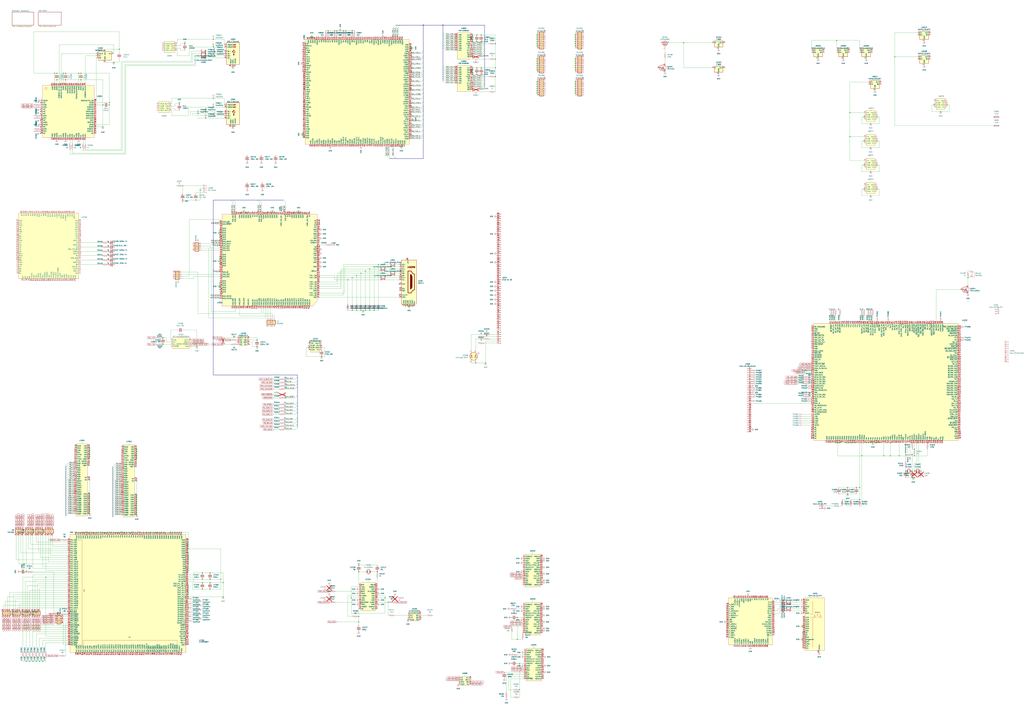
<source format=kicad_sch>
(kicad_sch (version 20231120) (generator "eeschema") (generator_version "8.0")
  (paper "A0")
  (lib_symbols
    (symbol "Connector:Conn_01x02_Pin" (pin_names (offset 1.016) hide)
      (property "Reference" "J" (at 0 2.54 0))
      (property "Value" "Conn_01x02_Pin" (at 0 -5.08 0))
      (symbol "Conn_01x02_Pin_1_1"
        (pin passive line (at 5.08 0 180) (length 3.81) (name "Pin_1") (number "1"))
        (pin passive line (at 5.08 -2.54 180) (length 3.81) (name "Pin_2") (number "2"))
      )
    )
    (symbol "Connector:Conn_01x03_Pin" (pin_names (offset 1.016) hide)
      (property "Reference" "J" (at 0 5.08 0))
      (property "Value" "Conn_01x03_Pin" (at 0 -5.08 0))
      (symbol "Conn_01x03_Pin_1_1"
        (pin passive line (at 5.08 2.54 180) (length 3.81) (name "Pin_1") (number "1"))
        (pin passive line (at 5.08 0 180) (length 3.81) (name "Pin_2") (number "2"))
        (pin passive line (at 5.08 -2.54 180) (length 3.81) (name "Pin_3") (number "3"))
      )
    )
    (symbol "Connector:Conn_01x04_Socket" (pin_names (offset 1.016) hide)
      (property "Reference" "J" (at 0 5.08 0))
      (property "Value" "Conn_01x04_Socket" (at 0 -7.62 0))
      (symbol "Conn_01x04_Socket_1_1"
        (pin passive line (at -5.08 2.54 0) (length 3.81) (name "Pin_1") (number "1"))
        (pin passive line (at -5.08 0 0) (length 3.81) (name "Pin_2") (number "2"))
        (pin passive line (at -5.08 -2.54 0) (length 3.81) (name "Pin_3") (number "3"))
        (pin passive line (at -5.08 -5.08 0) (length 3.81) (name "Pin_4") (number "4"))
      )
    )
    (symbol "Connector:Conn_01x10_Socket" (pin_names (offset 1.016) hide)
      (property "Reference" "J" (at 0 12.7 0))
      (property "Value" "Conn_01x10_Socket" (at 0 -15.24 0))
      (symbol "Conn_01x10_Socket_1_1"
        (pin passive line (at -5.08 10.16 0) (length 3.81) (name "Pin_1") (number "1"))
        (pin passive line (at -5.08 -12.7 0) (length 3.81) (name "Pin_10") (number "10"))
        (pin passive line (at -5.08 7.62 0) (length 3.81) (name "Pin_2") (number "2"))
        (pin passive line (at -5.08 5.08 0) (length 3.81) (name "Pin_3") (number "3"))
        (pin passive line (at -5.08 2.54 0) (length 3.81) (name "Pin_4") (number "4"))
        (pin passive line (at -5.08 0 0) (length 3.81) (name "Pin_5") (number "5"))
        (pin passive line (at -5.08 -2.54 0) (length 3.81) (name "Pin_6") (number "6"))
        (pin passive line (at -5.08 -5.08 0) (length 3.81) (name "Pin_7") (number "7"))
        (pin passive line (at -5.08 -7.62 0) (length 3.81) (name "Pin_8") (number "8"))
        (pin passive line (at -5.08 -10.16 0) (length 3.81) (name "Pin_9") (number "9"))
      )
    )
    (symbol "Connector:Conn_01x30_Socket" (pin_names (offset 1.016) hide)
      (property "Reference" "J" (at 0 38.1 0))
      (property "Value" "Conn_01x30_Socket" (at 0 -40.64 0))
      (symbol "Conn_01x30_Socket_1_1"
        (pin passive line (at -5.08 35.56 0) (length 3.81) (name "Pin_1") (number "1"))
        (pin passive line (at -5.08 12.7 0) (length 3.81) (name "Pin_10") (number "10"))
        (pin passive line (at -5.08 10.16 0) (length 3.81) (name "Pin_11") (number "11"))
        (pin passive line (at -5.08 7.62 0) (length 3.81) (name "Pin_12") (number "12"))
        (pin passive line (at -5.08 5.08 0) (length 3.81) (name "Pin_13") (number "13"))
        (pin passive line (at -5.08 2.54 0) (length 3.81) (name "Pin_14") (number "14"))
        (pin passive line (at -5.08 0 0) (length 3.81) (name "Pin_15") (number "15"))
        (pin passive line (at -5.08 -2.54 0) (length 3.81) (name "Pin_16") (number "16"))
        (pin passive line (at -5.08 -5.08 0) (length 3.81) (name "Pin_17") (number "17"))
        (pin passive line (at -5.08 -7.62 0) (length 3.81) (name "Pin_18") (number "18"))
        (pin passive line (at -5.08 -10.16 0) (length 3.81) (name "Pin_19") (number "19"))
        (pin passive line (at -5.08 33.02 0) (length 3.81) (name "Pin_2") (number "2"))
        (pin passive line (at -5.08 -12.7 0) (length 3.81) (name "Pin_20") (number "20"))
        (pin passive line (at -5.08 -15.24 0) (length 3.81) (name "Pin_21") (number "21"))
        (pin passive line (at -5.08 -17.78 0) (length 3.81) (name "Pin_22") (number "22"))
        (pin passive line (at -5.08 -20.32 0) (length 3.81) (name "Pin_23") (number "23"))
        (pin passive line (at -5.08 -22.86 0) (length 3.81) (name "Pin_24") (number "24"))
        (pin passive line (at -5.08 -25.4 0) (length 3.81) (name "Pin_25") (number "25"))
        (pin passive line (at -5.08 -27.94 0) (length 3.81) (name "Pin_26") (number "26"))
        (pin passive line (at -5.08 -30.48 0) (length 3.81) (name "Pin_27") (number "27"))
        (pin passive line (at -5.08 -33.02 0) (length 3.81) (name "Pin_28") (number "28"))
        (pin passive line (at -5.08 -35.56 0) (length 3.81) (name "Pin_29") (number "29"))
        (pin passive line (at -5.08 30.48 0) (length 3.81) (name "Pin_3") (number "3"))
        (pin passive line (at -5.08 -38.1 0) (length 3.81) (name "Pin_30") (number "30"))
        (pin passive line (at -5.08 27.94 0) (length 3.81) (name "Pin_4") (number "4"))
        (pin passive line (at -5.08 25.4 0) (length 3.81) (name "Pin_5") (number "5"))
        (pin passive line (at -5.08 22.86 0) (length 3.81) (name "Pin_6") (number "6"))
        (pin passive line (at -5.08 20.32 0) (length 3.81) (name "Pin_7") (number "7"))
        (pin passive line (at -5.08 17.78 0) (length 3.81) (name "Pin_8") (number "8"))
        (pin passive line (at -5.08 15.24 0) (length 3.81) (name "Pin_9") (number "9"))
      )
    )
    (symbol "Connector:Conn_01x60_Pin" (pin_names (offset 1.016) hide)
      (property "Reference" "J" (at 0 76.2 0))
      (property "Value" "Conn_01x60_Pin" (at 0 -78.74 0))
      (symbol "Conn_01x60_Pin_1_1"
        (pin passive line (at 5.08 73.66 180) (length 3.81) (name "Pin_1") (number "1"))
        (pin passive line (at 5.08 50.8 180) (length 3.81) (name "Pin_10") (number "10"))
        (pin passive line (at 5.08 48.26 180) (length 3.81) (name "Pin_11") (number "11"))
        (pin passive line (at 5.08 45.72 180) (length 3.81) (name "Pin_12") (number "12"))
        (pin passive line (at 5.08 43.18 180) (length 3.81) (name "Pin_13") (number "13"))
        (pin passive line (at 5.08 40.64 180) (length 3.81) (name "Pin_14") (number "14"))
        (pin passive line (at 5.08 38.1 180) (length 3.81) (name "Pin_15") (number "15"))
        (pin passive line (at 5.08 35.56 180) (length 3.81) (name "Pin_16") (number "16"))
        (pin passive line (at 5.08 33.02 180) (length 3.81) (name "Pin_17") (number "17"))
        (pin passive line (at 5.08 30.48 180) (length 3.81) (name "Pin_18") (number "18"))
        (pin passive line (at 5.08 27.94 180) (length 3.81) (name "Pin_19") (number "19"))
        (pin passive line (at 5.08 71.12 180) (length 3.81) (name "Pin_2") (number "2"))
        (pin passive line (at 5.08 25.4 180) (length 3.81) (name "Pin_20") (number "20"))
        (pin passive line (at 5.08 22.86 180) (length 3.81) (name "Pin_21") (number "21"))
        (pin passive line (at 5.08 20.32 180) (length 3.81) (name "Pin_22") (number "22"))
        (pin passive line (at 5.08 17.78 180) (length 3.81) (name "Pin_23") (number "23"))
        (pin passive line (at 5.08 15.24 180) (length 3.81) (name "Pin_24") (number "24"))
        (pin passive line (at 5.08 12.7 180) (length 3.81) (name "Pin_25") (number "25"))
        (pin passive line (at 5.08 10.16 180) (length 3.81) (name "Pin_26") (number "26"))
        (pin passive line (at 5.08 7.62 180) (length 3.81) (name "Pin_27") (number "27"))
        (pin passive line (at 5.08 5.08 180) (length 3.81) (name "Pin_28") (number "28"))
        (pin passive line (at 5.08 2.54 180) (length 3.81) (name "Pin_29") (number "29"))
        (pin passive line (at 5.08 68.58 180) (length 3.81) (name "Pin_3") (number "3"))
        (pin passive line (at 5.08 0 180) (length 3.81) (name "Pin_30") (number "30"))
        (pin passive line (at 5.08 -2.54 180) (length 3.81) (name "Pin_31") (number "31"))
        (pin passive line (at 5.08 -5.08 180) (length 3.81) (name "Pin_32") (number "32"))
        (pin passive line (at 5.08 -7.62 180) (length 3.81) (name "Pin_33") (number "33"))
        (pin passive line (at 5.08 -10.16 180) (length 3.81) (name "Pin_34") (number "34"))
        (pin passive line (at 5.08 -12.7 180) (length 3.81) (name "Pin_35") (number "35"))
        (pin passive line (at 5.08 -15.24 180) (length 3.81) (name "Pin_36") (number "36"))
        (pin passive line (at 5.08 -17.78 180) (length 3.81) (name "Pin_37") (number "37"))
        (pin passive line (at 5.08 -20.32 180) (length 3.81) (name "Pin_38") (number "38"))
        (pin passive line (at 5.08 -22.86 180) (length 3.81) (name "Pin_39") (number "39"))
        (pin passive line (at 5.08 66.04 180) (length 3.81) (name "Pin_4") (number "4"))
        (pin passive line (at 5.08 -25.4 180) (length 3.81) (name "Pin_40") (number "40"))
        (pin passive line (at 5.08 -27.94 180) (length 3.81) (name "Pin_41") (number "41"))
        (pin passive line (at 5.08 -30.48 180) (length 3.81) (name "Pin_42") (number "42"))
        (pin passive line (at 5.08 -33.02 180) (length 3.81) (name "Pin_43") (number "43"))
        (pin passive line (at 5.08 -35.56 180) (length 3.81) (name "Pin_44") (number "44"))
        (pin passive line (at 5.08 -38.1 180) (length 3.81) (name "Pin_45") (number "45"))
        (pin passive line (at 5.08 -40.64 180) (length 3.81) (name "Pin_46") (number "46"))
        (pin passive line (at 5.08 -43.18 180) (length 3.81) (name "Pin_47") (number "47"))
        (pin passive line (at 5.08 -45.72 180) (length 3.81) (name "Pin_48") (number "48"))
        (pin passive line (at 5.08 -48.26 180) (length 3.81) (name "Pin_49") (number "49"))
        (pin passive line (at 5.08 63.5 180) (length 3.81) (name "Pin_5") (number "5"))
        (pin passive line (at 5.08 -50.8 180) (length 3.81) (name "Pin_50") (number "50"))
        (pin passive line (at 5.08 -53.34 180) (length 3.81) (name "Pin_51") (number "51"))
        (pin passive line (at 5.08 -55.88 180) (length 3.81) (name "Pin_52") (number "52"))
        (pin passive line (at 5.08 -58.42 180) (length 3.81) (name "Pin_53") (number "53"))
        (pin passive line (at 5.08 -60.96 180) (length 3.81) (name "Pin_54") (number "54"))
        (pin passive line (at 5.08 -63.5 180) (length 3.81) (name "Pin_55") (number "55"))
        (pin passive line (at 5.08 -66.04 180) (length 3.81) (name "Pin_56") (number "56"))
        (pin passive line (at 5.08 -68.58 180) (length 3.81) (name "Pin_57") (number "57"))
        (pin passive line (at 5.08 -71.12 180) (length 3.81) (name "Pin_58") (number "58"))
        (pin passive line (at 5.08 -73.66 180) (length 3.81) (name "Pin_59") (number "59"))
        (pin passive line (at 5.08 60.96 180) (length 3.81) (name "Pin_6") (number "6"))
        (pin passive line (at 5.08 -76.2 180) (length 3.81) (name "Pin_60") (number "60"))
        (pin passive line (at 5.08 58.42 180) (length 3.81) (name "Pin_7") (number "7"))
        (pin passive line (at 5.08 55.88 180) (length 3.81) (name "Pin_8") (number "8"))
        (pin passive line (at 5.08 53.34 180) (length 3.81) (name "Pin_9") (number "9"))
      )
    )
    (symbol "Connector:HDMI_A"
      (property "Reference" "J" (at -6.35 26.67 0))
      (property "Value" "HDMI_A" (at 10.16 26.67 0))
      (symbol "HDMI_A_1_1"
        (pin passive line (at -10.16 20.32 0) (length 2.54) (name "D2+") (number "1"))
        (pin passive line (at -10.16 5.08 0) (length 2.54) (name "CK+") (number "10"))
        (pin power_in line (at 2.54 -27.94 90) (length 2.54) (name "CKS") (number "11"))
        (pin passive line (at -10.16 2.54 0) (length 2.54) (name "CK-") (number "12"))
        (pin bidirectional line (at -10.16 -2.54 0) (length 2.54) (name "CEC") (number "13"))
        (pin passive line (at -10.16 -15.24 0) (length 2.54) (name "UTILITY") (number "14"))
        (pin passive line (at -10.16 -7.62 0) (length 2.54) (name "SCL") (number "15"))
        (pin bidirectional line (at -10.16 -10.16 0) (length 2.54) (name "SDA") (number "16"))
        (pin power_in line (at 5.08 -27.94 90) (length 2.54) (name "GND") (number "17"))
        (pin power_in line (at 0 27.94 270) (length 2.54) (name "+5V") (number "18"))
        (pin passive line (at -10.16 -17.78 0) (length 2.54) (name "HPD") (number "19"))
        (pin power_in line (at -5.08 -27.94 90) (length 2.54) (name "D2S") (number "2"))
        (pin passive line (at -10.16 17.78 0) (length 2.54) (name "D2-") (number "3"))
        (pin passive line (at -10.16 15.24 0) (length 2.54) (name "D1+") (number "4"))
        (pin power_in line (at -2.54 -27.94 90) (length 2.54) (name "D1S") (number "5"))
        (pin passive line (at -10.16 12.7 0) (length 2.54) (name "D1-") (number "6"))
        (pin passive line (at -10.16 10.16 0) (length 2.54) (name "D0+") (number "7"))
        (pin power_in line (at 0 -27.94 90) (length 2.54) (name "D0S") (number "8"))
        (pin passive line (at -10.16 7.62 0) (length 2.54) (name "D0-") (number "9"))
        (pin passive line (at 7.62 -27.94 90) (length 2.54) (name "SH") (number "SH"))
      )
    )
    (symbol "Connector:TestPoint" (pin_numbers hide) (pin_names (offset 0.762) hide)
      (property "Reference" "TP" (at 0 6.858 0))
      (property "Value" "TestPoint" (at 0 5.08 0))
      (symbol "TestPoint_1_1"
        (pin passive line (at 0 0 90) (length 2.54) (name "1") (number "1"))
      )
    )
    (symbol "Connector:USB_A_Stacked" (pin_names (offset 1.016))
      (property "Reference" "J" (at 0 15.875 0))
      (property "Value" "USB_A_Stacked" (at 0 13.97 0))
      (symbol "USB_A_Stacked_1_1"
        (pin power_in line (at 10.16 10.16 180) (length 2.54) (name "VBUS1") (number "1"))
        (pin bidirectional line (at 10.16 0 180) (length 2.54) (name "D1-") (number "2"))
        (pin bidirectional line (at 10.16 2.54 180) (length 2.54) (name "D1+") (number "3"))
        (pin power_in line (at 0 -15.24 90) (length 2.54) (name "GND1") (number "4"))
        (pin power_in line (at 10.16 7.62 180) (length 2.54) (name "VBUS2") (number "5"))
        (pin bidirectional line (at 10.16 -5.08 180) (length 2.54) (name "D2-") (number "6"))
        (pin bidirectional line (at 10.16 -2.54 180) (length 2.54) (name "D2+") (number "7"))
        (pin power_in line (at 2.54 -15.24 90) (length 2.54) (name "GND2") (number "8"))
        (pin passive line (at -2.54 -15.24 90) (length 2.54) (name "Shield") (number "9"))
      )
    )
    (symbol "Device:Buzzer" (pin_names (offset 0.0254) hide)
      (property "Reference" "BZ" (at 3.81 1.27 0))
      (property "Value" "Buzzer" (at 3.81 -1.27 0))
      (symbol "Buzzer_1_1"
        (pin passive line (at -2.54 2.54 0) (length 2.54) (name "+") (number "1"))
        (pin passive line (at -2.54 -2.54 0) (length 2.54) (name "-") (number "2"))
      )
    )
    (symbol "Device:C" (pin_numbers hide) (pin_names (offset 0.254))
      (property "Reference" "C" (at 0.635 2.54 0))
      (property "Value" "C" (at 0.635 -2.54 0))
      (symbol "C_1_1"
        (pin passive line (at 0 3.81 270) (length 2.794) (name "~") (number "1"))
        (pin passive line (at 0 -3.81 90) (length 2.794) (name "~") (number "2"))
      )
    )
    (symbol "Device:C_Polarized_US" (pin_numbers hide) (pin_names (offset 0.254) hide)
      (property "Reference" "C" (at 0.635 2.54 0))
      (property "Value" "C_Polarized_US" (at 0.635 -2.54 0))
      (symbol "C_Polarized_US_1_1"
        (pin passive line (at 0 3.81 270) (length 2.794) (name "~") (number "1"))
        (pin passive line (at 0 -3.81 90) (length 3.302) (name "~") (number "2"))
      )
    )
    (symbol "Device:Crystal" (pin_numbers hide) (pin_names (offset 1.016) hide)
      (property "Reference" "Y" (at 0 3.81 0))
      (property "Value" "Crystal" (at 0 -3.81 0))
      (symbol "Crystal_1_1"
        (pin passive line (at -3.81 0 0) (length 1.27) (name "1") (number "1"))
        (pin passive line (at 3.81 0 180) (length 1.27) (name "2") (number "2"))
      )
    )
    (symbol "Device:D" (pin_numbers hide) (pin_names (offset 1.016) hide)
      (property "Reference" "D" (at 0 2.54 0))
      (property "Value" "D" (at 0 -2.54 0))
      (symbol "D_1_1"
        (pin passive line (at -3.81 0 0) (length 2.54) (name "K") (number "1"))
        (pin passive line (at 3.81 0 180) (length 2.54) (name "A") (number "2"))
      )
    )
    (symbol "Device:Fuse" (pin_numbers hide) (pin_names (offset 0))
      (property "Reference" "F" (at 2.032 0 90))
      (property "Value" "Fuse" (at -1.905 0 90))
      (symbol "Fuse_1_1"
        (pin passive line (at 0 3.81 270) (length 1.27) (name "~") (number "1"))
        (pin passive line (at 0 -3.81 90) (length 1.27) (name "~") (number "2"))
      )
    )
    (symbol "Device:LED_Dual_AAKK" (pin_names (offset 0) hide)
      (property "Reference" "D" (at 0 5.715 0))
      (property "Value" "LED_Dual_AAKK" (at 0 -6.35 0))
      (symbol "LED_Dual_AAKK_1_1"
        (pin input line (at -7.62 2.54 0) (length 3.048) (name "A1") (number "1"))
        (pin input line (at -7.62 -2.54 0) (length 3.048) (name "A2") (number "2"))
        (pin input line (at 7.62 2.54 180) (length 3.81) (name "K1") (number "3"))
        (pin input line (at 7.62 -2.54 180) (length 3.81) (name "K2") (number "4"))
      )
    )
    (symbol "Device:L_Iron_Coupled_Small_1243" (pin_names (offset 0.254) hide)
      (property "Reference" "L" (at 0 3.175 0))
      (property "Value" "L_Iron_Coupled_Small_1243" (at 0 -3.175 0))
      (symbol "L_Iron_Coupled_Small_1243_1_1"
        (pin passive line (at -2.54 1.27 0) (length 0.508) (name "1") (number "1"))
        (pin passive line (at 2.54 1.27 180) (length 0.508) (name "2") (number "2"))
        (pin passive line (at 2.54 -1.27 180) (length 0.508) (name "3") (number "3"))
        (pin passive line (at -2.54 -1.27 0) (length 0.508) (name "4") (number "4"))
      )
    )
    (symbol "Device:R_Pack04" (pin_names (offset 0) hide)
      (property "Reference" "RN" (at -7.62 0 90))
      (property "Value" "R_Pack04" (at 5.08 0 90))
      (symbol "R_Pack04_1_1"
        (pin passive line (at -5.08 -5.08 90) (length 2.54) (name "R1.1") (number "1"))
        (pin passive line (at -2.54 -5.08 90) (length 2.54) (name "R2.1") (number "2"))
        (pin passive line (at 0 -5.08 90) (length 2.54) (name "R3.1") (number "3"))
        (pin passive line (at 2.54 -5.08 90) (length 2.54) (name "R4.1") (number "4"))
        (pin passive line (at 2.54 5.08 270) (length 2.54) (name "R4.2") (number "5"))
        (pin passive line (at 0 5.08 270) (length 2.54) (name "R3.2") (number "6"))
        (pin passive line (at -2.54 5.08 270) (length 2.54) (name "R2.2") (number "7"))
        (pin passive line (at -5.08 5.08 270) (length 2.54) (name "R1.2") (number "8"))
      )
    )
    (symbol "Device:R_Pack08" (pin_names (offset 0) hide)
      (property "Reference" "RN" (at -12.7 0 90))
      (property "Value" "R_Pack08" (at 10.16 0 90))
      (symbol "R_Pack08_1_1"
        (pin passive line (at -10.16 -5.08 90) (length 2.54) (name "R1.1") (number "1"))
        (pin passive line (at 5.08 5.08 270) (length 2.54) (name "R7.2") (number "10"))
        (pin passive line (at 2.54 5.08 270) (length 2.54) (name "R6.2") (number "11"))
        (pin passive line (at 0 5.08 270) (length 2.54) (name "R5.2") (number "12"))
        (pin passive line (at -2.54 5.08 270) (length 2.54) (name "R4.2") (number "13"))
        (pin passive line (at -5.08 5.08 270) (length 2.54) (name "R3.2") (number "14"))
        (pin passive line (at -7.62 5.08 270) (length 2.54) (name "R2.2") (number "15"))
        (pin passive line (at -10.16 5.08 270) (length 2.54) (name "R1.2") (number "16"))
        (pin passive line (at -7.62 -5.08 90) (length 2.54) (name "R2.1") (number "2"))
        (pin passive line (at -5.08 -5.08 90) (length 2.54) (name "R3.1") (number "3"))
        (pin passive line (at -2.54 -5.08 90) (length 2.54) (name "R4.1") (number "4"))
        (pin passive line (at 0 -5.08 90) (length 2.54) (name "R5.1") (number "5"))
        (pin passive line (at 2.54 -5.08 90) (length 2.54) (name "R6.1") (number "6"))
        (pin passive line (at 5.08 -5.08 90) (length 2.54) (name "R7.1") (number "7"))
        (pin passive line (at 7.62 -5.08 90) (length 2.54) (name "R8.1") (number "8"))
        (pin passive line (at 7.62 5.08 270) (length 2.54) (name "R8.2") (number "9"))
      )
    )
    (symbol "Device:R_US" (pin_numbers hide) (pin_names (offset 0))
      (property "Reference" "R" (at 2.54 0 90))
      (property "Value" "R_US" (at -2.54 0 90))
      (symbol "R_US_1_1"
        (pin passive line (at 0 3.81 270) (length 1.27) (name "~") (number "1"))
        (pin passive line (at 0 -3.81 90) (length 1.27) (name "~") (number "2"))
      )
    )
    (symbol "Diode:ESD5Zxx" (pin_numbers hide) (pin_names hide)
      (property "Reference" "D" (at 0 2.54 0))
      (property "Value" "ESD5Zxx" (at 0 -2.54 0))
      (symbol "ESD5Zxx_1_1"
        (pin passive line (at -3.81 0 0) (length 2.54) (name "K") (number "1"))
        (pin passive line (at 3.81 0 180) (length 2.54) (name "A") (number "2"))
      )
    )
    (symbol "Memory_EEPROM:93CxxA"
      (property "Reference" "U" (at -7.62 6.35 0))
      (property "Value" "93CxxA" (at 2.54 -6.35 0))
      (symbol "93CxxA_1_1"
        (pin input line (at -10.16 2.54 0) (length 2.54) (name "CS") (number "1"))
        (pin input line (at 10.16 2.54 180) (length 2.54) (name "SCLK") (number "2"))
        (pin input line (at 10.16 0 180) (length 2.54) (name "DI") (number "3"))
        (pin tri_state line (at 10.16 -2.54 180) (length 2.54) (name "DO") (number "4"))
        (pin power_in line (at 0 -7.62 90) (length 2.54) (name "GND") (number "5"))
        (pin no_connect line (at -7.62 0 0) (length 2.54) hide (name "NC") (number "6"))
        (pin no_connect line (at -7.62 -2.54 0) (length 2.54) hide (name "NC") (number "7"))
        (pin power_in line (at 0 7.62 270) (length 2.54) (name "VCC") (number "8"))
      )
    )
    (symbol "PS3:88SA8040C0"
      (property "Reference" "U" (at 31.75 -14.732 0))
      (symbol "88SA8040C0_0_0"
        (pin unspecified line (at 0 0 0) (length 2.54) (name "H_DD13") (number "1"))
        (pin unspecified line (at 0 -22.86 0) (length 2.54) (name "H_DD10") (number "10"))
        (pin unspecified line (at 0 -25.4 0) (length 2.54) (name "H_DD5") (number "11"))
        (pin unspecified line (at 0 -27.94 0) (length 2.54) (name "H_DD9") (number "12"))
        (pin unspecified line (at 0 -33.02 0) (length 2.54) (name "H_DD8") (number "14"))
        (pin unspecified line (at 0 -35.56 0) (length 2.54) (name "H_DD7") (number "15"))
        (pin unspecified line (at 0 -38.1 0) (length 2.54) (name "H_RESET_n") (number "16"))
        (pin unspecified line (at 13.97 -45.72 90) (length 2.54) (name "RST_n") (number "17"))
        (pin unspecified line (at 16.51 -45.72 90) (length 2.54) (name "CNFG0") (number "18"))
        (pin unspecified line (at 19.05 -45.72 90) (length 2.54) (name "CFNG1") (number "19"))
        (pin unspecified line (at 0 -2.54 0) (length 2.54) (name "H_DD2") (number "2"))
        (pin unspecified line (at 21.59 -45.72 90) (length 2.54) (name "CFNG2") (number "20"))
        (pin unspecified line (at 24.13 -45.72 90) (length 2.54) (name "ATAIOSEL") (number "21"))
        (pin unspecified line (at 26.67 -45.72 90) (length 2.54) (name "XTALIN/OSC") (number "22"))
        (pin unspecified line (at 29.21 -45.72 90) (length 2.54) (name "XTALOUT") (number "23"))
        (pin power_in line (at 31.75 -45.72 90) (length 2.54) (name "VAA1") (number "24"))
        (pin power_in line (at 34.29 -45.72 90) (length 2.54) (name "VSS1") (number "25"))
        (pin unspecified line (at 36.83 -45.72 90) (length 2.54) (name "ISET") (number "26"))
        (pin unspecified line (at 39.37 -45.72 90) (length 2.54) (name "RX_P") (number "27"))
        (pin unspecified line (at 41.91 -45.72 90) (length 2.54) (name "RX_M") (number "28"))
        (pin power_in line (at 44.45 -45.72 90) (length 2.54) (name "VAA2") (number "29"))
        (pin unspecified line (at 0 -5.08 0) (length 2.54) (name "H_DD12") (number "3"))
        (pin power_in line (at 46.99 -45.72 90) (length 2.54) (name "VSS2") (number "30"))
        (pin unspecified line (at 49.53 -45.72 90) (length 2.54) (name "TX_M") (number "31"))
        (pin unspecified line (at 52.07 -45.72 90) (length 2.54) (name "TX_P") (number "32"))
        (pin unspecified line (at 59.69 -38.1 180) (length 2.54) (name "T0") (number "33"))
        (pin unspecified line (at 59.69 -35.56 180) (length 2.54) (name "T1") (number "34"))
        (pin unspecified line (at 59.69 -33.02 180) (length 2.54) (name "T2") (number "35"))
        (pin unspecified line (at 59.69 -30.48 180) (length 2.54) (name "T3") (number "36"))
        (pin unspecified line (at 59.69 -27.94 180) (length 2.54) (name "T4") (number "37"))
        (pin unspecified line (at 59.69 -25.4 180) (length 2.54) (name "T5") (number "38"))
        (pin unspecified line (at 59.69 -22.86 180) (length 2.54) (name "T6") (number "39"))
        (pin power_in line (at 0 -7.62 0) (length 2.54) (name "VDDIO") (number "4"))
        (pin unspecified line (at 59.69 -20.32 180) (length 2.54) (name "T7") (number "40"))
        (pin power_in line (at 59.69 -17.78 180) (length 2.54) (name "VDD") (number "41"))
        (pin power_in line (at 59.69 -15.24 180) (length 2.54) (name "GND") (number "42"))
        (pin unspecified line (at 59.69 -12.7 180) (length 2.54) (name "UAI") (number "43"))
        (pin power_in line (at 59.69 -10.16 180) (length 2.54) (name "VDDIO") (number "44"))
        (pin unspecified line (at 59.69 -7.62 180) (length 2.54) (name "UAO") (number "45"))
        (pin unspecified line (at 59.69 -5.08 180) (length 2.54) (name "H_PDIAG_n") (number "46"))
        (pin unspecified line (at 59.69 -2.54 180) (length 2.54) (name "H_CS1_n") (number "47"))
        (pin unspecified line (at 59.69 0 180) (length 2.54) (name "H_CS0_n") (number "48"))
        (pin unspecified line (at 49.53 10.16 270) (length 2.54) (name "H_DA2") (number "49"))
        (pin unspecified line (at 0 -10.16 0) (length 2.54) (name "H_DD3") (number "5"))
        (pin unspecified line (at 46.99 10.16 270) (length 2.54) (name "H_DA0") (number "50"))
        (pin unspecified line (at 44.45 10.16 270) (length 2.54) (name "H_DA1") (number "51"))
        (pin unspecified line (at 41.91 10.16 270) (length 2.54) (name "H_IOCS16_n") (number "52"))
        (pin unspecified line (at 39.37 10.16 270) (length 2.54) (name "H_INTRQ") (number "53"))
        (pin unspecified line (at 36.83 10.16 270) (length 2.54) (name "H_DMACK_n") (number "54"))
        (pin unspecified line (at 34.29 10.16 270) (length 2.54) (name "H_IORDY") (number "55"))
        (pin power_in line (at 31.75 10.16 270) (length 2.54) (name "VDD") (number "56"))
        (pin power_in line (at 29.21 10.16 270) (length 2.54) (name "GND") (number "57"))
        (pin unspecified line (at 26.67 10.16 270) (length 2.54) (name "H_DIOR_n") (number "58"))
        (pin unspecified line (at 24.13 10.16 270) (length 2.54) (name "H_DIOW_n") (number "59"))
        (pin unspecified line (at 0 -12.7 0) (length 2.54) (name "H_DD11") (number "6"))
        (pin unspecified line (at 21.59 10.16 270) (length 2.54) (name "H_DMARQ") (number "60"))
        (pin unspecified line (at 19.05 10.16 270) (length 2.54) (name "H_DD15") (number "61"))
        (pin unspecified line (at 16.51 10.16 270) (length 2.54) (name "H_DD0") (number "62"))
        (pin unspecified line (at 13.97 10.16 270) (length 2.54) (name "H_DD14") (number "63"))
        (pin unspecified line (at 11.43 10.16 270) (length 2.54) (name "H_DD1") (number "64"))
        (pin unspecified line (at 0 -15.24 0) (length 2.54) (name "H_DD4") (number "7"))
        (pin power_in line (at 0 -17.78 0) (length 2.54) (name "GND") (number "8"))
        (pin power_in line (at 0 -20.32 0) (length 2.54) (name "VDD") (number "9"))
      )
      (symbol "88SA8040C0_1_1"
        (pin unspecified line (at 0 -30.48 0) (length 2.54) (name "H_DD6") (number "13"))
      )
    )
    (symbol "PS3:ADT7461A"
      (property "Reference" "U" (at 0 0 0))
      (symbol "ADT7461A_0_0"
        (pin power_in line (at -11.43 -3.81 0) (length 2.54) (name "Vdd") (number "1"))
        (pin input line (at -11.43 -6.35 0) (length 2.54) (name "D+") (number "2"))
        (pin input line (at -11.43 -8.89 0) (length 2.54) (name "D-") (number "3"))
        (pin output line (at -11.43 -11.43 0) (length 2.54) (name "~{THERM}") (number "4"))
        (pin power_in line (at 12.7 -11.43 180) (length 2.54) (name "GND") (number "5"))
        (pin output line (at 12.7 -8.89 180) (length 2.54) (name "~{ALERT}/~{THERM2}") (number "6"))
        (pin input line (at 12.7 -6.35 180) (length 2.54) (name "SDATA") (number "7"))
        (pin input line (at 12.7 -3.81 180) (length 2.54) (name "SCLK") (number "8"))
      )
    )
    (symbol "PS3:BD6517F"
      (property "Reference" "U" (at 0 0 0))
      (symbol "BD6517F_0_0"
        (pin input line (at -8.89 -3.81 0) (length 2.54) (name "CTRLA") (number "1"))
        (pin output line (at -8.89 -6.35 0) (length 2.54) (name "FLAGA") (number "2"))
        (pin output line (at -8.89 -8.89 0) (length 2.54) (name "FLAGB") (number "3"))
        (pin input line (at -8.89 -11.43 0) (length 2.54) (name "CTRLB") (number "4"))
        (pin output line (at 8.89 -11.43 180) (length 2.54) (name "OUTB") (number "5"))
        (pin power_in line (at 8.89 -8.89 180) (length 2.54) (name "GND") (number "6"))
        (pin power_in line (at 8.89 -6.35 180) (length 2.54) (name "VDD") (number "7"))
        (pin output line (at 8.89 -3.81 180) (length 2.54) (name "OUTA") (number "8"))
      )
    )
    (symbol "PS3:CXD43"
      (property "Reference" "U" (at -1.016 4.064 0))
      (symbol "CXD43_0_0"
        (pin unspecified line (at -63.5 54.61 0) (length 2.54) (name "HA0") (number "A1"))
        (pin unspecified line (at 53.34 63.5 270) (length 2.54) (name "BSTCLK") (number "A13"))
        (pin unspecified line (at 55.88 63.5 270) (length 2.54) (name "IA3") (number "A14"))
        (pin unspecified line (at -63.5 52.07 0) (length 2.54) (name "XHCE0") (number "B1"))
        (pin unspecified line (at 63.5 46.99 180) (length 2.54) (name "VDD33") (number "B14"))
        (pin unspecified line (at -63.5 49.53 0) (length 2.54) (name "HA1") (number "B2"))
        (pin unspecified line (at -63.5 46.99 0) (length 2.54) (name "HRDY") (number "C1"))
        (pin unspecified line (at 63.5 44.45 180) (length 2.54) (name "IA1") (number "C13"))
        (pin unspecified line (at 63.5 41.91 180) (length 2.54) (name "IA0") (number "C14"))
        (pin unspecified line (at -63.5 44.45 0) (length 2.54) (name "XHCE1") (number "C2"))
        (pin unspecified line (at -63.5 41.91 0) (length 2.54) (name "HD2") (number "C3"))
        (pin unspecified line (at -63.5 39.37 0) (length 2.54) (name "BRDY") (number "D1"))
        (pin unspecified line (at 63.5 39.37 180) (length 2.54) (name "IA5") (number "D12"))
        (pin unspecified line (at 63.5 36.83 180) (length 2.54) (name "ID0") (number "D13"))
        (pin unspecified line (at 63.5 34.29 180) (length 2.54) (name "ID1") (number "D14"))
        (pin unspecified line (at -63.5 36.83 0) (length 2.54) (name "XINT") (number "D2"))
        (pin unspecified line (at -63.5 34.29 0) (length 2.54) (name "HD10") (number "D3"))
        (pin unspecified line (at -63.5 31.75 0) (length 2.54) (name "GND") (number "D4"))
        (pin unspecified line (at -63.5 29.21 0) (length 2.54) (name "VDD33") (number "E1"))
        (pin unspecified line (at 63.5 31.75 180) (length 2.54) (name "IA7") (number "E11"))
        (pin unspecified line (at 63.5 29.21 180) (length 2.54) (name "IA6") (number "E12"))
        (pin unspecified line (at 63.5 26.67 180) (length 2.54) (name "ID2") (number "E13"))
        (pin unspecified line (at 63.5 24.13 180) (length 2.54) (name "ID3") (number "E14"))
        (pin unspecified line (at -63.5 26.67 0) (length 2.54) (name "HD8") (number "E2"))
        (pin unspecified line (at -63.5 24.13 0) (length 2.54) (name "HD1") (number "E3"))
        (pin unspecified line (at -63.5 21.59 0) (length 2.54) (name "HD9") (number "E4"))
        (pin unspecified line (at -63.5 19.05 0) (length 2.54) (name "CPOUT") (number "F1"))
        (pin unspecified line (at 63.5 21.59 180) (length 2.54) (name "VDD18") (number "F11"))
        (pin unspecified line (at 63.5 19.05 180) (length 2.54) (name "IA12") (number "F12"))
        (pin unspecified line (at 63.5 16.51 180) (length 2.54) (name "ID4") (number "F13"))
        (pin unspecified line (at 63.5 13.97 180) (length 2.54) (name "ID5") (number "F14"))
        (pin unspecified line (at -63.5 16.51 0) (length 2.54) (name "PLLSEL3") (number "F2"))
        (pin unspecified line (at -63.5 13.97 0) (length 2.54) (name "PLLSEL1") (number "F3"))
        (pin unspecified line (at -63.5 11.43 0) (length 2.54) (name "HD0") (number "F4"))
        (pin unspecified line (at 63.5 57.15 180) (length 2.54) (name "GND") (number "F8"))
        (pin unspecified line (at 63.5 54.61 180) (length 2.54) (name "GND") (number "F9"))
        (pin unspecified line (at -63.5 8.89 0) (length 2.54) (name "VCOIN") (number "G1"))
        (pin unspecified line (at 63.5 11.43 180) (length 2.54) (name "IA15") (number "G11"))
        (pin unspecified line (at 63.5 8.89 180) (length 2.54) (name "VDD33") (number "G12"))
        (pin unspecified line (at 63.5 6.35 180) (length 2.54) (name "ID6") (number "G13"))
        (pin unspecified line (at 63.5 3.81 180) (length 2.54) (name "ID7") (number "G14"))
        (pin unspecified line (at -63.5 6.35 0) (length 2.54) (name "VDDP") (number "G2"))
        (pin unspecified line (at -63.5 3.81 0) (length 2.54) (name "VDD18") (number "G3"))
        (pin unspecified line (at -63.5 1.27 0) (length 2.54) (name "PLLSEL2") (number "G4"))
        (pin unspecified line (at 63.5 52.07 180) (length 2.54) (name "GND") (number "G8"))
        (pin unspecified line (at 63.5 49.53 180) (length 2.54) (name "GND") (number "G9"))
        (pin unspecified line (at -63.5 -1.27 0) (length 2.54) (name "PLLSEL4") (number "H1"))
        (pin unspecified line (at 63.5 1.27 180) (length 2.54) (name "VDD33") (number "H11"))
        (pin unspecified line (at 63.5 -1.27 180) (length 2.54) (name "IA13") (number "H12"))
        (pin unspecified line (at 63.5 -3.81 180) (length 2.54) (name "IA10") (number "H13"))
        (pin unspecified line (at 63.5 -6.35 180) (length 2.54) (name "XICE") (number "H14"))
        (pin unspecified line (at -63.5 -3.81 0) (length 2.54) (name "GNDP") (number "H2"))
        (pin unspecified line (at -63.5 -6.35 0) (length 2.54) (name "CLKSEL") (number "H3"))
        (pin unspecified line (at -63.5 -8.89 0) (length 2.54) (name "VDD33") (number "H4"))
        (pin unspecified line (at -63.5 -46.99 0) (length 2.54) (name "GND") (number "H6"))
        (pin unspecified line (at -63.5 -49.53 0) (length 2.54) (name "GND") (number "H7"))
        (pin unspecified line (at 49.53 -62.23 90) (length 2.54) (name "GND") (number "H8"))
        (pin unspecified line (at 54.61 -62.23 90) (length 2.54) (name "GND") (number "H9"))
        (pin unspecified line (at -63.5 -11.43 0) (length 2.54) (name "CNTCLK") (number "J1"))
        (pin unspecified line (at 63.5 -8.89 180) (length 2.54) (name "IA9") (number "J11"))
        (pin unspecified line (at 63.5 -11.43 180) (length 2.54) (name "IA8") (number "J12"))
        (pin unspecified line (at 63.5 -13.97 180) (length 2.54) (name "IA14") (number "J13"))
        (pin unspecified line (at 63.5 -16.51 180) (length 2.54) (name "XIRD") (number "J14"))
        (pin unspecified line (at -63.5 -13.97 0) (length 2.54) (name "VDD33") (number "J2"))
        (pin unspecified line (at -63.5 -16.51 0) (length 2.54) (name "SCAN1") (number "J3"))
        (pin unspecified line (at -63.5 -19.05 0) (length 2.54) (name "PLLEN") (number "J4"))
        (pin unspecified line (at -63.5 -52.07 0) (length 2.54) (name "GND") (number "J6"))
        (pin unspecified line (at -63.5 -54.61 0) (length 2.54) (name "GND") (number "J7"))
        (pin unspecified line (at 46.99 -62.23 90) (length 2.54) (name "GND") (number "J8"))
        (pin unspecified line (at 52.07 -62.23 90) (length 2.54) (name "GND") (number "J9"))
        (pin unspecified line (at -63.5 -21.59 0) (length 2.54) (name "XIN") (number "K1"))
        (pin unspecified line (at 63.5 -19.05 180) (length 2.54) (name "VDD33") (number "K11"))
        (pin unspecified line (at 63.5 -21.59 180) (length 2.54) (name "IA11") (number "K12"))
        (pin unspecified line (at 63.5 -24.13 180) (length 2.54) (name "SCAN0") (number "K13"))
        (pin unspecified line (at 63.5 -26.67 180) (length 2.54) (name "INMIN") (number "K14"))
        (pin unspecified line (at -63.5 -24.13 0) (length 2.54) (name "GND") (number "K2"))
        (pin unspecified line (at -63.5 -26.67 0) (length 2.54) (name "PLLSEL0") (number "K3"))
        (pin unspecified line (at -63.5 -29.21 0) (length 2.54) (name "PLLTEST") (number "K4"))
        (pin unspecified line (at -63.5 -31.75 0) (length 2.54) (name "XOUT") (number "L1"))
        (pin unspecified line (at 29.21 -62.23 90) (length 2.54) (name "VDD33") (number "L10"))
        (pin unspecified line (at 63.5 -29.21 180) (length 2.54) (name "GND") (number "L11"))
        (pin unspecified line (at 63.5 -31.75 180) (length 2.54) (name "FD08") (number "L12"))
        (pin unspecified line (at 63.5 -34.29 180) (length 2.54) (name "XIWR") (number "L13"))
        (pin unspecified line (at 63.5 -36.83 180) (length 2.54) (name "XEXPOR") (number "L14"))
        (pin unspecified line (at -63.5 -34.29 0) (length 2.54) (name "XFRB1") (number "L2"))
        (pin unspecified line (at -63.5 -36.83 0) (length 2.54) (name "XFCE1") (number "L3"))
        (pin unspecified line (at -31.75 -62.23 90) (length 2.54) (name "GND") (number "L4"))
        (pin unspecified line (at -21.59 -62.23 90) (length 2.54) (name "FALE1") (number "L5"))
        (pin unspecified line (at -11.43 -62.23 90) (length 2.54) (name "VDD33") (number "L6"))
        (pin unspecified line (at -1.27 -62.23 90) (length 2.54) (name "VDD33") (number "L7"))
        (pin unspecified line (at 8.89 -62.23 90) (length 2.54) (name "VDD18") (number "L8"))
        (pin unspecified line (at 19.05 -62.23 90) (length 2.54) (name "FALE0") (number "L9"))
        (pin unspecified line (at -63.5 -39.37 0) (length 2.54) (name "FD115") (number "M1"))
        (pin unspecified line (at 26.67 -62.23 90) (length 2.54) (name "XFWE0") (number "M10"))
        (pin unspecified line (at 36.83 -62.23 90) (length 2.54) (name "XFWP0") (number "M11"))
        (pin unspecified line (at 63.5 -39.37 180) (length 2.54) (name "VDD33") (number "M12"))
        (pin unspecified line (at 63.5 -41.91 180) (length 2.54) (name "FD01") (number "M13"))
        (pin unspecified line (at 63.5 -44.45 180) (length 2.54) (name "FD00") (number "M14"))
        (pin unspecified line (at -63.5 -41.91 0) (length 2.54) (name "FD17") (number "M2"))
        (pin unspecified line (at -41.91 -62.23 90) (length 2.54) (name "XFRE1") (number "M3"))
        (pin unspecified line (at -34.29 -62.23 90) (length 2.54) (name "FCLE1") (number "M4"))
        (pin unspecified line (at -24.13 -62.23 90) (length 2.54) (name "XFWE1") (number "M5"))
        (pin unspecified line (at -13.97 -62.23 90) (length 2.54) (name "XFWP1") (number "M6"))
        (pin unspecified line (at -3.81 -62.23 90) (length 2.54) (name "XFRB0") (number "M7"))
        (pin unspecified line (at 6.35 -62.23 90) (length 2.54) (name "XFCE0") (number "M8"))
        (pin unspecified line (at 16.51 -62.23 90) (length 2.54) (name "FCLE0") (number "M9"))
        (pin unspecified line (at -63.5 -44.45 0) (length 2.54) (name "FD114") (number "N1"))
        (pin unspecified line (at 24.13 -62.23 90) (length 2.54) (name "FD013") (number "N10"))
        (pin unspecified line (at 34.29 -62.23 90) (length 2.54) (name "FD012") (number "N11"))
        (pin unspecified line (at 41.91 -62.23 90) (length 2.54) (name "FD011") (number "N12"))
        (pin unspecified line (at 63.5 -46.99 180) (length 2.54) (name "FD02") (number "N13"))
        (pin unspecified line (at 63.5 -49.53 180) (length 2.54) (name "FD09") (number "N14"))
        (pin unspecified line (at -49.53 -62.23 90) (length 2.54) (name "FD113") (number "N2"))
        (pin unspecified line (at -44.45 -62.23 90) (length 2.54) (name "FD112") (number "N3"))
        (pin unspecified line (at -36.83 -62.23 90) (length 2.54) (name "FD111") (number "N4"))
        (pin unspecified line (at -26.67 -62.23 90) (length 2.54) (name "FD110") (number "N5"))
        (pin unspecified line (at -16.51 -62.23 90) (length 2.54) (name "FD19") (number "N6"))
        (pin unspecified line (at -6.35 -62.23 90) (length 2.54) (name "FD18") (number "N7"))
        (pin unspecified line (at 3.81 -62.23 90) (length 2.54) (name "FD015") (number "N8"))
        (pin unspecified line (at 13.97 -62.23 90) (length 2.54) (name "FD014") (number "N9"))
        (pin unspecified line (at -54.61 -62.23 90) (length 2.54) (name "FD16") (number "P1"))
        (pin unspecified line (at 21.59 -62.23 90) (length 2.54) (name "FD06") (number "P10"))
        (pin unspecified line (at 31.75 -62.23 90) (length 2.54) (name "FD05") (number "P11"))
        (pin unspecified line (at 39.37 -62.23 90) (length 2.54) (name "FD04") (number "P12"))
        (pin unspecified line (at 44.45 -62.23 90) (length 2.54) (name "FD03") (number "P13"))
        (pin unspecified line (at 63.5 -52.07 180) (length 2.54) (name "FD010") (number "P14"))
        (pin unspecified line (at -52.07 -62.23 90) (length 2.54) (name "FD15") (number "P2"))
        (pin unspecified line (at -46.99 -62.23 90) (length 2.54) (name "FD14") (number "P3"))
        (pin unspecified line (at -39.37 -62.23 90) (length 2.54) (name "FD13") (number "P4"))
        (pin unspecified line (at -29.21 -62.23 90) (length 2.54) (name "FD12") (number "P5"))
        (pin unspecified line (at -19.05 -62.23 90) (length 2.54) (name "FD11") (number "P6"))
        (pin unspecified line (at -8.89 -62.23 90) (length 2.54) (name "FD10") (number "P7"))
        (pin unspecified line (at 1.27 -62.23 90) (length 2.54) (name "XFRE0") (number "P8"))
        (pin unspecified line (at 11.43 -62.23 90) (length 2.54) (name "FD07") (number "P9"))
      )
      (symbol "CXD43_1_0"
        (pin unspecified line (at 30.48 63.5 270) (length 2.54) (name "VDD33") (number "A10"))
        (pin unspecified line (at 40.64 63.5 270) (length 2.54) (name "HA14") (number "A11"))
        (pin unspecified line (at 48.26 63.5 270) (length 2.54) (name "HA16") (number "A12"))
        (pin unspecified line (at -43.18 63.5 270) (length 2.54) (name "XHOE") (number "A2"))
        (pin unspecified line (at -38.1 63.5 270) (length 2.54) (name "HA2") (number "A3"))
        (pin unspecified line (at -30.48 63.5 270) (length 2.54) (name "HA4") (number "A4"))
        (pin unspecified line (at -20.32 63.5 270) (length 2.54) (name "HA6") (number "A5"))
        (pin unspecified line (at -10.16 63.5 270) (length 2.54) (name "HA17") (number "A6"))
        (pin unspecified line (at 0 63.5 270) (length 2.54) (name "XHWE") (number "A7"))
        (pin unspecified line (at 10.16 63.5 270) (length 2.54) (name "HA9") (number "A8"))
        (pin unspecified line (at 20.32 63.5 270) (length 2.54) (name "HA11") (number "A9"))
        (pin unspecified line (at 27.94 63.5 270) (length 2.54) (name "HA13") (number "B10"))
        (pin unspecified line (at 38.1 63.5 270) (length 2.54) (name "HA15") (number "B11"))
        (pin unspecified line (at 45.72 63.5 270) (length 2.54) (name "XHBE") (number "B12"))
        (pin unspecified line (at -40.64 63.5 270) (length 2.54) (name "HA3") (number "B3"))
        (pin unspecified line (at -33.02 63.5 270) (length 2.54) (name "HA5") (number "B4"))
        (pin unspecified line (at -22.86 63.5 270) (length 2.54) (name "HA7") (number "B5"))
        (pin unspecified line (at -12.7 63.5 270) (length 2.54) (name "XHRST") (number "B6"))
        (pin unspecified line (at -2.54 63.5 270) (length 2.54) (name "HA8") (number "B7"))
        (pin unspecified line (at 7.62 63.5 270) (length 2.54) (name "HA10") (number "B8"))
        (pin unspecified line (at 17.78 63.5 270) (length 2.54) (name "HA12") (number "B9"))
        (pin unspecified line (at 25.4 63.5 270) (length 2.54) (name "HD7") (number "C10"))
        (pin unspecified line (at 35.56 63.5 270) (length 2.54) (name "HD15") (number "C11"))
        (pin unspecified line (at 43.18 63.5 270) (length 2.54) (name "IA4") (number "C12"))
        (pin unspecified line (at -35.56 63.5 270) (length 2.54) (name "HD3") (number "C4"))
        (pin unspecified line (at -25.4 63.5 270) (length 2.54) (name "HD11") (number "C5"))
        (pin unspecified line (at -15.24 63.5 270) (length 2.54) (name "HD4") (number "C6"))
        (pin unspecified line (at -5.08 63.5 270) (length 2.54) (name "HD5") (number "C7"))
        (pin unspecified line (at 5.08 63.5 270) (length 2.54) (name "HD6") (number "C8"))
        (pin unspecified line (at 15.24 63.5 270) (length 2.54) (name "HD14") (number "C9"))
        (pin unspecified line (at 22.86 63.5 270) (length 2.54) (name "VDD33") (number "D10"))
        (pin unspecified line (at 33.02 63.5 270) (length 2.54) (name "GND") (number "D11"))
        (pin unspecified line (at -27.94 63.5 270) (length 2.54) (name "VDD33") (number "D5"))
        (pin unspecified line (at -17.78 63.5 270) (length 2.54) (name "VDD33") (number "D6"))
        (pin unspecified line (at -7.62 63.5 270) (length 2.54) (name "HD12") (number "D7"))
        (pin unspecified line (at 2.54 63.5 270) (length 2.54) (name "HD13") (number "D8"))
        (pin unspecified line (at 12.7 63.5 270) (length 2.54) (name "VDD33") (number "D9"))
        (pin unspecified line (at -50.8 63.5 270) (length 2.54) (name "GND") (number "F6"))
        (pin unspecified line (at -45.72 63.5 270) (length 2.54) (name "GND") (number "F7"))
        (pin unspecified line (at -53.34 63.5 270) (length 2.54) (name "GND") (number "G6"))
        (pin unspecified line (at -48.26 63.5 270) (length 2.54) (name "GND") (number "G7"))
      )
      (symbol "CXD43_1_1"
        (pin unspecified line (at 50.8 63.5 270) (length 2.54) (name "B13") (number "IA2"))
      )
    )
    (symbol "PS3:CXD9208"
      (property "Reference" "U" (at 0.254 -0.508 0))
      (symbol "CXD9208_1_1"
        (text "PCI" (at -53.34 -0.254 900) (effects (font (size 1.27 1.27))))
        (text "SIF" (at -0.508 -54.61 0) (effects (font (size 1.27 1.27))))
        (pin unspecified line (at 67.31 -7.62 180) (length 2.54) (name "TEST_IN_0") (number "A1"))
        (pin bidirectional line (at -39.37 -74.93 90) (length 2.54) (name "SIF_AD9") (number "A10"))
        (pin bidirectional line (at -16.51 -74.93 90) (length 2.54) (name "SIF_AD18") (number "A11"))
        (pin bidirectional line (at -8.89 -74.93 90) (length 2.54) (name "SIF_AD21") (number "A12"))
        (pin bidirectional line (at 11.43 -74.93 90) (length 2.54) (name "SIF_AD29") (number "A13"))
        (pin bidirectional line (at -46.99 -74.93 90) (length 2.54) (name "SIF_AD6") (number "A14"))
        (pin unspecified line (at 67.31 17.78 180) (length 2.54) (name "PLLAVS1") (number "A2"))
        (pin unspecified line (at 19.05 -74.93 90) (length 2.54) (name "SIF_MSCLK") (number "A3"))
        (pin unspecified line (at 54.61 -74.93 90) (length 2.54) (name "~{SIF_WRAC}") (number "A4"))
        (pin unspecified line (at 44.45 -74.93 90) (length 2.54) (name "SIF_DACK") (number "A5"))
        (pin unspecified line (at 46.99 -74.93 90) (length 2.54) (name "SIF_DREQ0") (number "A6"))
        (pin unspecified line (at 52.07 -74.93 90) (length 2.54) (name "~{SIF_ADAC}") (number "A7"))
        (pin bidirectional line (at -52.07 -74.93 90) (length 2.54) (name "SIF_AD4") (number "A8"))
        (pin bidirectional line (at -44.45 -74.93 90) (length 2.54) (name "SIF_AD7") (number "A9"))
        (pin unspecified line (at 67.31 -12.7 180) (length 2.54) (name "GPIO33_6") (number "B1"))
        (pin bidirectional line (at -54.61 -74.93 90) (length 2.54) (name "SIF_AD3") (number "B10"))
        (pin bidirectional line (at -11.43 -74.93 90) (length 2.54) (name "SIF_AD20") (number "B11"))
        (pin bidirectional line (at 13.97 -74.93 90) (length 2.54) (name "SIF_AD30") (number "B12"))
        (pin bidirectional line (at 3.81 -74.93 90) (length 2.54) (name "SIF_AD26") (number "B13"))
        (pin bidirectional line (at -34.29 -74.93 90) (length 2.54) (name "SIF_AD11") (number "B14"))
        (pin unspecified line (at 67.31 -15.24 180) (length 2.54) (name "GPIO33_5") (number "B2"))
        (pin unspecified line (at 67.31 12.7 180) (length 2.54) (name "PLLAVD1") (number "B3"))
        (pin unspecified line (at 39.37 -74.93 90) (length 2.54) (name "~{SIF_SINT}") (number "B4"))
        (pin unspecified line (at 29.21 -74.93 90) (length 2.54) (name "~{SIF_BE3}") (number "B5"))
        (pin unspecified line (at 49.53 -74.93 90) (length 2.54) (name "SIF_DREQ1") (number "B6"))
        (pin unspecified line (at 36.83 -74.93 90) (length 2.54) (name "~{SIF_RDY}") (number "B7"))
        (pin unspecified line (at 26.67 -74.93 90) (length 2.54) (name "~{SIF_BE2}") (number "B8"))
        (pin bidirectional line (at -59.69 -74.93 90) (length 2.54) (name "SIF_AD1") (number "B9"))
        (pin bidirectional line (at -72.39 -17.78 0) (length 2.54) (name "PCI_AD30") (number "C1"))
        (pin bidirectional line (at 8.89 -74.93 90) (length 2.54) (name "SIF_AD28") (number "C10"))
        (pin power_in line (at 13.97 67.31 270) (length 2.54) (name "Vss") (number "C11"))
        (pin power_in line (at 11.43 67.31 270) (length 2.54) (name "Vss") (number "C12"))
        (pin bidirectional line (at 16.51 -74.93 90) (length 2.54) (name "SIF_AD31") (number "C13"))
        (pin bidirectional line (at -24.13 -74.93 90) (length 2.54) (name "SIF_AD15") (number "C14"))
        (pin bidirectional line (at -72.39 -15.24 0) (length 2.54) (name "PCI_AD29") (number "C2"))
        (pin unspecified line (at 67.31 -5.08 180) (length 2.54) (name "TEST_IN_1") (number "C3"))
        (pin power_in line (at -34.29 67.31 270) (length 2.54) (name "Vss2") (number "C4"))
        (pin power_in line (at -36.83 67.31 270) (length 2.54) (name "Vss2") (number "C5"))
        (pin unspecified line (at 21.59 -74.93 90) (length 2.54) (name "~{SIF_BE0}") (number "C6"))
        (pin unspecified line (at 24.13 -74.93 90) (length 2.54) (name "~{SIF_BE1}") (number "C7"))
        (pin bidirectional line (at -57.15 -74.93 90) (length 2.54) (name "SIF_AD2") (number "C8"))
        (pin bidirectional line (at -62.23 -74.93 90) (length 2.54) (name "SIF_AD0") (number "C9"))
        (pin bidirectional line (at -72.39 -7.62 0) (length 2.54) (name "PCI_AD26") (number "D1"))
        (pin power_in line (at 3.81 67.31 270) (length 2.54) (name "Vss") (number "D10"))
        (pin power_in line (at 67.31 25.4 180) (length 2.54) (name "Vdd") (number "D11"))
        (pin bidirectional line (at -36.83 -74.93 90) (length 2.54) (name "SIF_AD10") (number "D12"))
        (pin bidirectional line (at -49.53 -74.93 90) (length 2.54) (name "SIF_AD5") (number "D13"))
        (pin bidirectional line (at -26.67 -74.93 90) (length 2.54) (name "SIF_AD14") (number "D14"))
        (pin bidirectional line (at -72.39 -12.7 0) (length 2.54) (name "PCI_AD28") (number "D2"))
        (pin bidirectional line (at -72.39 -20.32 0) (length 2.54) (name "PCI_AD31") (number "D3"))
        (pin power_in line (at 8.89 67.31 270) (length 2.54) (name "Vss") (number "D4"))
        (pin power_in line (at 67.31 48.26 180) (length 2.54) (name "VddC") (number "D5"))
        (pin power_in line (at 67.31 20.32 180) (length 2.54) (name "Vdd") (number "D6"))
        (pin power_in line (at 6.35 67.31 270) (length 2.54) (name "Vss") (number "D7"))
        (pin power_in line (at 67.31 50.8 180) (length 2.54) (name "VddC") (number "D8"))
        (pin power_in line (at 67.31 22.86 180) (length 2.54) (name "Vdd") (number "D9"))
        (pin bidirectional line (at -72.39 -5.08 0) (length 2.54) (name "PCI_AD25") (number "E1"))
        (pin power_in line (at 67.31 38.1 180) (length 2.54) (name "Vdd2") (number "E10"))
        (pin power_in line (at 67.31 40.64 180) (length 2.54) (name "Vdd2") (number "E11"))
        (pin unspecified line (at 67.31 2.54 180) (length 2.54) (name "TEST_IN_4") (number "E12"))
        (pin bidirectional line (at -41.91 -74.93 90) (length 2.54) (name "SIF_AD8") (number "E13"))
        (pin bidirectional line (at -29.21 -74.93 90) (length 2.54) (name "SIF_AD13") (number "E14"))
        (pin bidirectional line (at -72.39 -10.16 0) (length 2.54) (name "PCI_AD27") (number "E2"))
        (pin bidirectional line (at -72.39 -2.54 0) (length 2.54) (name "PCI_AD24") (number "E3"))
        (pin power_in line (at -39.37 67.31 270) (length 2.54) (name "Vss2") (number "E4"))
        (pin power_in line (at 41.91 67.31 270) (length 2.54) (name "VddS") (number "E5"))
        (pin power_in line (at 67.31 53.34 180) (length 2.54) (name "VddC") (number "E6"))
        (pin power_in line (at 67.31 27.94 180) (length 2.54) (name "Vdd") (number "E7"))
        (pin power_in line (at -41.91 67.31 270) (length 2.54) (name "Vss2") (number "E8"))
        (pin unspecified line (at 67.31 0 180) (length 2.54) (name "TEST_IN_3") (number "E9"))
        (pin bidirectional line (at -72.39 7.62 0) (length 2.54) (name "PCI_AD20") (number "F1"))
        (pin power_in line (at 67.31 30.48 180) (length 2.54) (name "Vdd") (number "F10"))
        (pin power_in line (at -44.45 67.31 270) (length 2.54) (name "Vss2") (number "F11"))
        (pin unspecified line (at 67.31 -35.56 180) (length 2.54) (name "GPIO15_0") (number "F12"))
        (pin bidirectional line (at -31.75 -74.93 90) (length 2.54) (name "SIF_AD12") (number "F13"))
        (pin bidirectional line (at -1.27 -74.93 90) (length 2.54) (name "SIF_AD24") (number "F14"))
        (pin bidirectional line (at -72.39 2.54 0) (length 2.54) (name "PCI_AD22") (number "F2"))
        (pin bidirectional line (at -72.39 12.7 0) (length 2.54) (name "PCI_AD18") (number "F3"))
        (pin power_in line (at 67.31 55.88 180) (length 2.54) (name "VddC") (number "F4"))
        (pin power_in line (at 39.37 67.31 270) (length 2.54) (name "VddS") (number "F5"))
        (pin power_in line (at 1.27 67.31 270) (length 2.54) (name "Vss") (number "F6"))
        (pin power_in line (at -1.27 67.31 270) (length 2.54) (name "Vss") (number "F7"))
        (pin unspecified line (at 67.31 -2.54 180) (length 2.54) (name "TEST_IN_2") (number "F8"))
        (pin power_in line (at 36.83 67.31 270) (length 2.54) (name "VddS") (number "F9"))
        (pin bidirectional line (at -72.39 5.08 0) (length 2.54) (name "PCI_AD21") (number "G1"))
        (pin power_in line (at -49.53 67.31 270) (length 2.54) (name "Vss2") (number "G10"))
        (pin power_in line (at 59.69 67.31 270) (length 2.54) (name "VddC") (number "G11"))
        (pin unspecified line (at 67.31 -33.02 180) (length 2.54) (name "GPIO15_1") (number "G12"))
        (pin bidirectional line (at -21.59 -74.93 90) (length 2.54) (name "SIF_AD16") (number "G13"))
        (pin bidirectional line (at -3.81 -74.93 90) (length 2.54) (name "SIF_AD23") (number "G14"))
        (pin bidirectional line (at -72.39 0 0) (length 2.54) (name "PCI_AD23") (number "G2"))
        (pin unspecified line (at -72.39 -53.34 0) (length 2.54) (name "PCI_IDSEL") (number "G3"))
        (pin power_in line (at -3.81 67.31 270) (length 2.54) (name "Vss") (number "G4"))
        (pin power_in line (at -46.99 67.31 270) (length 2.54) (name "Vss2") (number "G5"))
        (pin power_in line (at -6.35 67.31 270) (length 2.54) (name "Vss") (number "G6"))
        (pin power_in line (at 34.29 67.31 270) (length 2.54) (name "VddS") (number "G7"))
        (pin power_in line (at 67.31 43.18 180) (length 2.54) (name "Vdd2") (number "G8"))
        (pin power_in line (at 67.31 58.42 180) (length 2.54) (name "VddC") (number "G9"))
        (pin bidirectional line (at -72.39 20.32 0) (length 2.54) (name "PCI_AD15") (number "H1"))
        (pin power_in line (at -8.89 67.31 270) (length 2.54) (name "Vss") (number "H10"))
        (pin power_in line (at 67.31 33.02 180) (length 2.54) (name "Vdd") (number "H11"))
        (pin unspecified line (at 67.31 -30.48 180) (length 2.54) (name "GPIO15_2") (number "H12"))
        (pin bidirectional line (at -6.35 -74.93 90) (length 2.54) (name "SIF_AD22") (number "H13"))
        (pin bidirectional line (at 1.27 -74.93 90) (length 2.54) (name "SIF_AD25") (number "H14"))
        (pin bidirectional line (at -72.39 17.78 0) (length 2.54) (name "PCI_AD16") (number "H2"))
        (pin bidirectional line (at -72.39 10.16 0) (length 2.54) (name "PCI_AD19") (number "H3"))
        (pin power_in line (at 57.15 67.31 270) (length 2.54) (name "VddC") (number "H4"))
        (pin unspecified line (at 67.31 5.08 180) (length 2.54) (name "TEST_PLL_BP_0") (number "H5"))
        (pin power_in line (at -52.07 67.31 270) (length 2.54) (name "Vss2") (number "H6"))
        (pin power_in line (at 54.61 67.31 270) (length 2.54) (name "VddC") (number "H7"))
        (pin power_in line (at 31.75 67.31 270) (length 2.54) (name "VddS") (number "H8"))
        (pin power_in line (at 67.31 45.72 180) (length 2.54) (name "Vdd2") (number "H9"))
        (pin bidirectional line (at -72.39 22.86 0) (length 2.54) (name "PCI_AD14") (number "J1"))
        (pin power_in line (at -54.61 67.31 270) (length 2.54) (name "Vss2") (number "J10"))
        (pin power_in line (at 49.53 67.31 270) (length 2.54) (name "VddC") (number "J11"))
        (pin unspecified line (at 67.31 -27.94 180) (length 2.54) (name "GPIO33_0") (number "J12"))
        (pin bidirectional line (at -13.97 -74.93 90) (length 2.54) (name "SIF_AD19") (number "J13"))
        (pin bidirectional line (at 6.35 -74.93 90) (length 2.54) (name "SIF_AD27") (number "J14"))
        (pin bidirectional line (at -72.39 15.24 0) (length 2.54) (name "PCI_AD17") (number "J2"))
        (pin bidirectional line (at -72.39 43.18 0) (length 2.54) (name "PCI_AD6") (number "J3"))
        (pin power_in line (at 52.07 67.31 270) (length 2.54) (name "VddC") (number "J4"))
        (pin power_in line (at 29.21 67.31 270) (length 2.54) (name "VddS") (number "J5"))
        (pin power_in line (at -11.43 67.31 270) (length 2.54) (name "Vss") (number "J6"))
        (pin power_in line (at 26.67 67.31 270) (length 2.54) (name "VddS") (number "J7"))
        (pin power_in line (at -13.97 67.31 270) (length 2.54) (name "Vss") (number "J8"))
        (pin power_in line (at -16.51 67.31 270) (length 2.54) (name "Vss") (number "J9"))
        (pin bidirectional line (at -72.39 35.56 0) (length 2.54) (name "PCI_AD9") (number "K1"))
        (pin power_in line (at 67.31 35.56 180) (length 2.54) (name "Vdd") (number "K10"))
        (pin power_in line (at -24.13 67.31 270) (length 2.54) (name "Vss") (number "K11"))
        (pin unspecified line (at 67.31 -25.4 180) (length 2.54) (name "GPIO33_1") (number "K12"))
        (pin bidirectional line (at -19.05 -74.93 90) (length 2.54) (name "SIF_AD17") (number "K13"))
        (pin unspecified line (at 31.75 -74.93 90) (length 2.54) (name "~{SIF_BREQ}") (number "K14"))
        (pin bidirectional line (at -72.39 30.48 0) (length 2.54) (name "PCI_AD11") (number "K2"))
        (pin bidirectional line (at -72.39 33.02 0) (length 2.54) (name "PCI_AD10") (number "K3"))
        (pin power_in line (at -19.05 67.31 270) (length 2.54) (name "Vss") (number "K4"))
        (pin power_in line (at 46.99 67.31 270) (length 2.54) (name "VddC") (number "K5"))
        (pin power_in line (at 24.13 67.31 270) (length 2.54) (name "VddS") (number "K6"))
        (pin power_in line (at 21.59 67.31 270) (length 2.54) (name "VddS") (number "K7"))
        (pin unspecified line (at 67.31 7.62 180) (length 2.54) (name "TEST_PLL_BP_1") (number "K8"))
        (pin power_in line (at -21.59 67.31 270) (length 2.54) (name "Vss") (number "K9"))
        (pin bidirectional line (at -72.39 50.8 0) (length 2.54) (name "PCI_AD3") (number "L1"))
        (pin power_in line (at 16.51 67.31 270) (length 2.54) (name "VddS") (number "L10"))
        (pin power_in line (at -31.75 67.31 270) (length 2.54) (name "Vss") (number "L11"))
        (pin unspecified line (at 67.31 -22.86 180) (length 2.54) (name "GPIO33_2") (number "L12"))
        (pin unspecified line (at 34.29 -74.93 90) (length 2.54) (name "~{SIF_BGNT}") (number "L13"))
        (pin unspecified line (at 42.0007 -74.9244 90) (length 2.54) (name "~{SIF_GINT}") (number "L14"))
        (pin bidirectional line (at -72.39 40.64 0) (length 2.54) (name "PCI_AD7") (number "L2"))
        (pin bidirectional line (at -72.39 25.4 0) (length 2.54) (name "PCI_AD13") (number "L3"))
        (pin power_in line (at 44.45 67.31 270) (length 2.54) (name "VddC") (number "L4"))
        (pin power_in line (at -57.15 67.31 270) (length 2.54) (name "Vss2") (number "L5"))
        (pin power_in line (at -26.67 67.31 270) (length 2.54) (name "Vss") (number "L6"))
        (pin power_in line (at -59.69 67.31 270) (length 2.54) (name "Vss2") (number "L7"))
        (pin power_in line (at -29.21 67.31 270) (length 2.54) (name "Vss") (number "L8"))
        (pin power_in line (at 19.05 67.31 270) (length 2.54) (name "VddS") (number "L9"))
        (pin bidirectional line (at -72.39 48.26 0) (length 2.54) (name "PCI_AD4") (number "M1"))
        (pin unspecified line (at -72.39 -25.4 0) (length 2.54) (name "~{PCI_RST}") (number "M10"))
        (pin unspecified line (at 67.31 -58.42 180) (length 2.54) (name "SW1.5") (number "M11"))
        (pin unspecified line (at 67.31 -20.32 180) (length 2.54) (name "GPIO33_3") (number "M12"))
        (pin unspecified line (at 67.31 -63.5 180) (length 2.54) (name "VBLK") (number "M13"))
        (pin unspecified line (at 59.69 -74.93 90) (length 2.54) (name "HBLK") (number "M14"))
        (pin bidirectional line (at -72.39 53.34 0) (length 2.54) (name "PCI_AD2") (number "M2"))
        (pin bidirectional line (at -72.39 55.88 0) (length 2.54) (name "PCI_AD1") (number "M3"))
        (pin power_in line (at -62.23 67.31 270) (length 2.54) (name "Vss2") (number "M4"))
        (pin unspecified line (at -72.39 -48.26 0) (length 2.54) (name "~{PCI_STOP}") (number "M5"))
        (pin unspecified line (at -72.39 -38.1 0) (length 2.54) (name "PCI_PAR") (number "M6"))
        (pin unspecified line (at -72.39 -43.18 0) (length 2.54) (name "~{PCI_TADY}") (number "M7"))
        (pin unspecified line (at -72.39 -27.94 0) (length 2.54) (name "~{PCI_CBE0}") (number "M8"))
        (pin unspecified line (at -72.39 -40.64 0) (length 2.54) (name "~{PCI_FRAME}") (number "M9"))
        (pin bidirectional line (at -72.39 38.1 0) (length 2.54) (name "PCI_AD8") (number "N1"))
        (pin unspecified line (at 67.31 -43.18 180) (length 2.54) (name "SW3.3") (number "N10"))
        (pin unspecified line (at 67.31 -53.34 180) (length 2.54) (name "SW1.81") (number "N11"))
        (pin unspecified line (at 67.31 -17.78 180) (length 2.54) (name "GPIO33_4") (number "N12"))
        (pin unspecified line (at 57.15 -74.93 90) (length 2.54) (name "PCLKEN") (number "N13"))
        (pin unspecified line (at 67.31 -40.64 180) (length 2.54) (name "~{EGRST}") (number "N14"))
        (pin bidirectional line (at -72.39 45.72 0) (length 2.54) (name "PCI_AD5") (number "N2"))
        (pin unspecified line (at 67.31 10.16 180) (length 2.54) (name "PLLAVD0") (number "N3"))
        (pin bidirectional line (at -72.39 58.42 0) (length 2.54) (name "PCI_AD0") (number "N4"))
        (pin unspecified line (at -72.39 -58.42 0) (length 2.54) (name "~{PCI_SERR}") (number "N5"))
        (pin unspecified line (at -72.39 -50.8 0) (length 2.54) (name "~{PCI_DEVSEL}") (number "N6"))
        (pin unspecified line (at -72.39 -33.02 0) (length 2.54) (name "~{PCI_CBE2}") (number "N7"))
        (pin unspecified line (at -72.39 -63.5 0) (length 2.54) (name "~{PCI_GNT}") (number "N8"))
        (pin unspecified line (at 67.31 -48.26 180) (length 2.54) (name "SW2.65") (number "N9"))
        (pin bidirectional line (at -72.39 27.94 0) (length 2.54) (name "PCI_AD12") (number "P1"))
        (pin unspecified line (at 67.31 -50.8 180) (length 2.54) (name "SW2.5") (number "P10"))
        (pin unspecified line (at 67.31 -60.96 180) (length 2.54) (name "SW1.2") (number "P11"))
        (pin unspecified line (at 67.31 -45.72 180) (length 2.54) (name "SW3.1") (number "P12"))
        (pin unspecified line (at 67.31 -10.16 180) (length 2.54) (name "GPIO33_7") (number "P13"))
        (pin unspecified line (at 67.31 -38.1 180) (length 2.54) (name "PWRUP_EE") (number "P14"))
        (pin unspecified line (at 67.31 15.24 180) (length 2.54) (name "PLLAVS0") (number "P2"))
        (pin unspecified line (at -72.39 -22.86 0) (length 2.54) (name "PCI_CLK") (number "P3"))
        (pin unspecified line (at -72.39 -30.48 0) (length 2.54) (name "~{PCI_CBE1}") (number "P4"))
        (pin unspecified line (at -72.39 -55.88 0) (length 2.54) (name "~{PCI_PERR}") (number "P5"))
        (pin unspecified line (at -72.39 -45.72 0) (length 2.54) (name "~{PCI_IADY}") (number "P6"))
        (pin unspecified line (at -72.39 -35.56 0) (length 2.54) (name "~{PCI_CBE3}") (number "P7"))
        (pin unspecified line (at -72.39 -60.96 0) (length 2.54) (name "~{PCI_REQ}") (number "P8"))
        (pin unspecified line (at 67.31 -55.88 180) (length 2.54) (name "SW1.8") (number "P9"))
      )
    )
    (symbol "PS3:CXM4024"
      (property "Reference" "U" (at 0 0 0))
      (symbol "CXM4024_0_0"
        (pin unspecified line (at -36.83 29.21 0) (length 2.54) (name "AVS") (number "1"))
        (pin unspecified line (at -36.83 6.35 0) (length 2.54) (name "AVCC2") (number "10"))
        (pin unspecified line (at -30.48 38.1 270) (length 2.54) (name "AVD") (number "100"))
        (pin unspecified line (at -36.83 3.81 0) (length 2.54) (name "CVBSO") (number "11"))
        (pin unspecified line (at -36.83 1.27 0) (length 2.54) (name "GND_YCCVBS") (number "12"))
        (pin unspecified line (at -36.83 -1.27 0) (length 2.54) (name "CO") (number "13"))
        (pin unspecified line (at -36.83 -3.81 0) (length 2.54) (name "AGND1") (number "14"))
        (pin unspecified line (at -36.83 -6.35 0) (length 2.54) (name "YO") (number "15"))
        (pin unspecified line (at -36.83 -8.89 0) (length 2.54) (name "AVCC1") (number "16"))
        (pin unspecified line (at -36.83 -11.43 0) (length 2.54) (name "S2") (number "17"))
        (pin unspecified line (at -36.83 -13.97 0) (length 2.54) (name "DL3") (number "18"))
        (pin unspecified line (at -36.83 -16.51 0) (length 2.54) (name "DL2") (number "19"))
        (pin unspecified line (at -36.83 26.67 0) (length 2.54) (name "VREF2") (number "2"))
        (pin unspecified line (at -36.83 -19.05 0) (length 2.54) (name "DL1") (number "20"))
        (pin unspecified line (at -36.83 -21.59 0) (length 2.54) (name "DVD") (number "21"))
        (pin unspecified line (at -36.83 -24.13 0) (length 2.54) (name "VSS") (number "22"))
        (pin unspecified line (at -36.83 -26.67 0) (length 2.54) (name "VG1") (number "23"))
        (pin unspecified line (at -36.83 -29.21 0) (length 2.54) (name "AVD") (number "24"))
        (pin unspecified line (at -36.83 -31.75 0) (length 2.54) (name "AVS") (number "25"))
        (pin unspecified line (at -29.21 -43.18 90) (length 2.54) (name "VREF1") (number "26"))
        (pin unspecified line (at -26.67 -43.18 90) (length 2.54) (name "AVD") (number "27"))
        (pin unspecified line (at -24.13 -43.18 90) (length 2.54) (name "AVS") (number "28"))
        (pin unspecified line (at -21.59 -43.18 90) (length 2.54) (name "VSS") (number "29"))
        (pin unspecified line (at -36.83 24.13 0) (length 2.54) (name "TESTIN") (number "3"))
        (pin unspecified line (at -19.05 -43.18 90) (length 2.54) (name "EXTDAC1") (number "30"))
        (pin unspecified line (at -16.51 -43.18 90) (length 2.54) (name "RESET") (number "31"))
        (pin unspecified line (at -13.97 -43.18 90) (length 2.54) (name "NTPAL") (number "32"))
        (pin unspecified line (at -11.43 -43.18 90) (length 2.54) (name "VSS") (number "33"))
        (pin unspecified line (at -8.89 -43.18 90) (length 2.54) (name "FLDD") (number "34"))
        (pin unspecified line (at -6.35 -43.18 90) (length 2.54) (name "SCL") (number "35"))
        (pin unspecified line (at -3.81 -43.18 90) (length 2.54) (name "SDA") (number "36"))
        (pin unspecified line (at -1.27 -43.18 90) (length 2.54) (name "R11") (number "37"))
        (pin unspecified line (at 1.27 -43.18 90) (length 2.54) (name "R10") (number "38"))
        (pin unspecified line (at 3.81 -43.18 90) (length 2.54) (name "R9") (number "39"))
        (pin unspecified line (at -36.83 21.59 0) (length 2.54) (name "TESTSEL") (number "4"))
        (pin unspecified line (at 6.35 -43.18 90) (length 2.54) (name "R8") (number "40"))
        (pin unspecified line (at 8.89 -43.18 90) (length 2.54) (name "R7") (number "41"))
        (pin unspecified line (at 11.43 -43.18 90) (length 2.54) (name "DVD") (number "42"))
        (pin unspecified line (at 13.97 -43.18 90) (length 2.54) (name "VSS") (number "43"))
        (pin unspecified line (at 16.51 -43.18 90) (length 2.54) (name "R6") (number "44"))
        (pin unspecified line (at 19.05 -43.18 90) (length 2.54) (name "R5") (number "45"))
        (pin unspecified line (at 21.59 -43.18 90) (length 2.54) (name "R4") (number "46"))
        (pin unspecified line (at 24.13 -43.18 90) (length 2.54) (name "R3") (number "47"))
        (pin unspecified line (at 26.67 -43.18 90) (length 2.54) (name "R2") (number "48"))
        (pin unspecified line (at 29.21 -43.18 90) (length 2.54) (name "R1") (number "49"))
        (pin unspecified line (at -36.83 19.05 0) (length 2.54) (name "BO") (number "5"))
        (pin unspecified line (at 31.75 -43.18 90) (length 2.54) (name "R0") (number "50"))
        (pin unspecified line (at 38.1 -31.75 180) (length 2.54) (name "DVD") (number "51"))
        (pin unspecified line (at 38.1 -29.21 180) (length 2.54) (name "G11") (number "52"))
        (pin unspecified line (at 38.1 -26.67 180) (length 2.54) (name "G10") (number "53"))
        (pin unspecified line (at 38.1 -24.13 180) (length 2.54) (name "G9") (number "54"))
        (pin unspecified line (at 38.1 -21.59 180) (length 2.54) (name "G8") (number "55"))
        (pin unspecified line (at 38.1 -19.05 180) (length 2.54) (name "VSS") (number "56"))
        (pin unspecified line (at 38.1 -16.51 180) (length 2.54) (name "G7") (number "57"))
        (pin unspecified line (at 38.1 -13.97 180) (length 2.54) (name "G6") (number "58"))
        (pin unspecified line (at 38.1 -11.43 180) (length 2.54) (name "G5") (number "59"))
        (pin unspecified line (at -36.83 16.51 0) (length 2.54) (name "AGND2") (number "6"))
        (pin unspecified line (at 38.1 -8.89 180) (length 2.54) (name "DVD") (number "60"))
        (pin unspecified line (at 38.1 -6.35 180) (length 2.54) (name "G4") (number "61"))
        (pin unspecified line (at 38.1 -3.81 180) (length 2.54) (name "G3") (number "62"))
        (pin unspecified line (at 38.1 -1.27 180) (length 2.54) (name "G2") (number "63"))
        (pin unspecified line (at 38.1 1.27 180) (length 2.54) (name "G1") (number "64"))
        (pin unspecified line (at 38.1 3.81 180) (length 2.54) (name "G0") (number "65"))
        (pin unspecified line (at 38.1 6.35 180) (length 2.54) (name "B11") (number "66"))
        (pin unspecified line (at 38.1 8.89 180) (length 2.54) (name "B10") (number "67"))
        (pin unspecified line (at 38.1 11.43 180) (length 2.54) (name "B9") (number "68"))
        (pin unspecified line (at 38.1 13.97 180) (length 2.54) (name "B8") (number "69"))
        (pin unspecified line (at -36.83 13.97 0) (length 2.54) (name "GO") (number "7"))
        (pin unspecified line (at 38.1 16.51 180) (length 2.54) (name "DVD") (number "70"))
        (pin unspecified line (at 38.1 19.05 180) (length 2.54) (name "VSS") (number "71"))
        (pin unspecified line (at 38.1 21.59 180) (length 2.54) (name "B7") (number "72"))
        (pin unspecified line (at 38.1 24.13 180) (length 2.54) (name "B6") (number "73"))
        (pin unspecified line (at 38.1 26.67 180) (length 2.54) (name "B5") (number "74"))
        (pin unspecified line (at 38.1 29.21 180) (length 2.54) (name "B4") (number "75"))
        (pin unspecified line (at 30.48 38.1 270) (length 2.54) (name "B3") (number "76"))
        (pin unspecified line (at 27.94 38.1 270) (length 2.54) (name "B2") (number "77"))
        (pin unspecified line (at 25.4 38.1 270) (length 2.54) (name "B1") (number "78"))
        (pin unspecified line (at 22.86 38.1 270) (length 2.54) (name "B0") (number "79"))
        (pin unspecified line (at -36.83 11.43 0) (length 2.54) (name "GND_RGB") (number "8"))
        (pin unspecified line (at 20.32 38.1 270) (length 2.54) (name "CSYNC") (number "80"))
        (pin unspecified line (at 17.78 38.1 270) (length 2.54) (name "DVD") (number "81"))
        (pin unspecified line (at 15.24 38.1 270) (length 2.54) (name "VSS") (number "82"))
        (pin unspecified line (at 12.7 38.1 270) (length 2.54) (name "VSYNC") (number "83"))
        (pin unspecified line (at 10.16 38.1 270) (length 2.54) (name "HSYNC") (number "84"))
        (pin unspecified line (at 7.62 38.1 270) (length 2.54) (name "DEN") (number "85"))
        (pin unspecified line (at 5.08 38.1 270) (length 2.54) (name "TMODE1") (number "86"))
        (pin unspecified line (at 2.54 38.1 270) (length 2.54) (name "TMODE0") (number "87"))
        (pin unspecified line (at 0 38.1 270) (length 2.54) (name "DVD") (number "88"))
        (pin unspecified line (at -2.54 38.1 270) (length 2.54) (name "HSYNCO") (number "89"))
        (pin unspecified line (at -36.83 8.89 0) (length 2.54) (name "RO") (number "9"))
        (pin unspecified line (at -5.08 38.1 270) (length 2.54) (name "VSYNCO") (number "90"))
        (pin unspecified line (at -7.62 38.1 270) (length 2.54) (name "PLLOUT") (number "91"))
        (pin unspecified line (at -10.16 38.1 270) (length 2.54) (name "SCAN_ENABLE") (number "92"))
        (pin unspecified line (at -12.7 38.1 270) (length 2.54) (name "CLOCK") (number "93"))
        (pin unspecified line (at -15.24 38.1 270) (length 2.54) (name "VSS") (number "94"))
        (pin unspecified line (at -17.78 38.1 270) (length 2.54) (name "VSSP") (number "95"))
        (pin unspecified line (at -20.32 38.1 270) (length 2.54) (name "DVDP") (number "96"))
        (pin unspecified line (at -22.86 38.1 270) (length 2.54) (name "AVS") (number "97"))
        (pin unspecified line (at -25.4 38.1 270) (length 2.54) (name "AVD") (number "98"))
        (pin unspecified line (at -27.94 38.1 270) (length 2.54) (name "VG2") (number "99"))
      )
    )
    (symbol "PS3:CXR71"
      (property "Reference" "U" (at 0 7.366 0))
      (symbol "CXR71_0_0"
        (pin unspecified line (at -25.4 -73.66 90) (length 2.54) (name "VSSep") (number "C15"))
        (pin unspecified line (at -63.5 -73.66 90) (length 2.54) (name "Vdd2") (number "D2"))
        (pin unspecified line (at -22.86 -73.66 90) (length 2.54) (name "Vss") (number "E1"))
        (pin unspecified line (at -53.34 -73.66 90) (length 2.54) (name "Vdd3") (number "F10"))
        (pin unspecified line (at -30.48 -73.66 90) (length 2.54) (name "Vddbat") (number "F11"))
        (pin unspecified line (at -60.96 -73.66 90) (length 2.54) (name "Vdd3") (number "F6"))
        (pin unspecified line (at -50.8 -73.66 90) (length 2.54) (name "Vdd3") (number "F8"))
        (pin unspecified line (at -10.16 -73.66 90) (length 2.54) (name "Vss") (number "G10"))
        (pin unspecified line (at -27.94 -73.66 90) (length 2.54) (name "VDDep") (number "G11"))
        (pin unspecified line (at -5.08 -73.66 90) (length 2.54) (name "Vss") (number "G7"))
        (pin unspecified line (at -7.62 -73.66 90) (length 2.54) (name "Vss") (number "G8"))
        (pin unspecified line (at -55.88 -73.66 90) (length 2.54) (name "Vdd3") (number "H10"))
        (pin unspecified line (at -33.02 -73.66 90) (length 2.54) (name "DVdd") (number "H7"))
        (pin unspecified line (at -35.56 -73.66 90) (length 2.54) (name "DVdd") (number "J10"))
        (pin unspecified line (at -58.42 -73.66 90) (length 2.54) (name "Vdd3") (number "J6"))
        (pin unspecified line (at -48.26 -73.66 90) (length 2.54) (name "DVdd") (number "J7"))
        (pin unspecified line (at -38.1 -73.66 90) (length 2.54) (name "DVdd") (number "K10"))
        (pin unspecified line (at 2.54 -73.66 90) (length 2.54) (name "VssF") (number "K11"))
        (pin unspecified line (at 0 -73.66 90) (length 2.54) (name "VssF") (number "K6"))
        (pin unspecified line (at -20.32 -73.66 90) (length 2.54) (name "Vss") (number "L1"))
        (pin unspecified line (at -40.64 -73.66 90) (length 2.54) (name "DVdd") (number "L10"))
        (pin unspecified line (at -43.18 -73.66 90) (length 2.54) (name "DVdd") (number "L11"))
        (pin unspecified line (at -68.58 -73.66 90) (length 2.54) (name "Vdd0") (number "L2"))
        (pin unspecified line (at -2.54 -73.66 90) (length 2.54) (name "VddF") (number "L6"))
        (pin unspecified line (at -66.04 -73.66 90) (length 2.54) (name "Vdd1") (number "R3"))
        (pin unspecified line (at -15.24 -73.66 90) (length 2.54) (name "Vss") (number "R6"))
        (pin unspecified line (at -45.72 -73.66 90) (length 2.54) (name "DVdd") (number "R7"))
        (pin unspecified line (at -17.78 -73.66 90) (length 2.54) (name "Vss") (number "T3"))
        (pin unspecified line (at -12.7 -73.66 90) (length 2.54) (name "Vss") (number "T6"))
      )
      (symbol "CXR71_1_0"
        (pin no_connect line (at -86.36 -60.96 0) (length 2.54) (name "NC") (number "A1"))
        (pin unspecified line (at -17.78 67.31 270) (length 2.54) (name "SEL2_I2C_SCL") (number "A10"))
        (pin unspecified line (at -12.7 67.31 270) (length 2.54) (name "ACDC_STBY") (number "A11"))
        (pin unspecified line (at 86.36 40.64 180) (length 2.54) (name "~{EJECT_SW}") (number "A12"))
        (pin unspecified line (at 86.36 35.56 180) (length 2.54) (name "~{SB_EBUS_RESET}") (number "A13"))
        (pin unspecified line (at 86.36 30.48 180) (length 2.54) (name "PE3") (number "A14"))
        (pin unspecified line (at 86.36 25.4 180) (length 2.54) (name "~{BE_POW_FAIL}") (number "A15"))
        (pin no_connect line (at -86.36 -68.58 0) (length 2.54) (name "NC") (number "A16"))
        (pin unspecified line (at 0 67.31 270) (length 2.54) (name "DISC_IN") (number "A2"))
        (pin unspecified line (at 5.08 67.31 270) (length 2.54) (name "SW_0") (number "A3"))
        (pin unspecified line (at 10.16 67.31 270) (length 2.54) (name "SW_8_C") (number "A4"))
        (pin unspecified line (at -5.08 67.31 270) (length 2.54) (name "DISC_OUT12_SW") (number "A5"))
        (pin unspecified line (at -86.36 -38.1 0) (length 2.54) (name "MC_RESERVED2") (number "A6"))
        (pin unspecified line (at -86.36 -33.02 0) (length 2.54) (name "MC_ALIVE") (number "A7"))
        (pin unspecified line (at -27.94 67.31 270) (length 2.54) (name "SB_SPI_CLK") (number "A8"))
        (pin unspecified line (at -22.86 67.31 270) (length 2.54) (name "SB_SPI_DI") (number "A9"))
        (pin unspecified line (at 7.62 -73.66 90) (length 2.54) (name "AvRef1") (number "B1"))
        (pin unspecified line (at -15.24 67.31 270) (length 2.54) (name "SEL2_I2C_SDA") (number "B10"))
        (pin unspecified line (at -10.16 67.31 270) (length 2.54) (name "PK0") (number "B11"))
        (pin unspecified line (at 86.36 38.1 180) (length 2.54) (name "~{POW_SW}") (number "B12"))
        (pin unspecified line (at 86.36 33.02 180) (length 2.54) (name "SB_EBUS_BRDY") (number "B13"))
        (pin unspecified line (at 86.36 27.94 180) (length 2.54) (name "VD_CECI1") (number "B14"))
        (pin unspecified line (at 86.36 22.86 180) (length 2.54) (name "~{POW_FAIL}") (number "B15"))
        (pin unspecified line (at 38.1 -73.66 90) (length 2.54) (name "OSCOUT") (number "B16"))
        (pin unspecified line (at 43.18 -73.66 90) (length 2.54) (name "OSCOUT") (number "B16"))
        (pin unspecified line (at -2.54 67.31 270) (length 2.54) (name "DISC_OUT8_SW") (number "B2"))
        (pin unspecified line (at 2.54 67.31 270) (length 2.54) (name "PJ3") (number "B3"))
        (pin unspecified line (at 7.62 67.31 270) (length 2.54) (name "SW_8_B") (number "B4"))
        (pin unspecified line (at -7.62 67.31 270) (length 2.54) (name "~{DVE_RST}") (number "B5"))
        (pin unspecified line (at -86.36 -35.56 0) (length 2.54) (name "MC_P_OFF_REQ") (number "B6"))
        (pin unspecified line (at -86.36 -30.48 0) (length 2.54) (name "MC_RESERVED1") (number "B7"))
        (pin unspecified line (at -25.4 67.31 270) (length 2.54) (name "SB_SPI_DO") (number "B8"))
        (pin unspecified line (at -20.32 67.31 270) (length 2.54) (name "~{SB_SPI_CS}") (number "B9"))
        (pin unspecified line (at -86.36 2.54 0) (length 2.54) (name "SEL0_I2C_SDA") (number "C1"))
        (pin unspecified line (at 35.56 -73.66 90) (length 2.54) (name "OSCIN") (number "C16"))
        (pin unspecified line (at 40.64 -73.66 90) (length 2.54) (name "OSCIN") (number "C16"))
        (pin unspecified line (at 10.16 -73.66 90) (length 2.54) (name "AvRef2") (number "C2"))
        (pin unspecified line (at -86.36 0 0) (length 2.54) (name "SEL0_I2C_SCL") (number "D1"))
        (pin unspecified line (at 86.36 58.42 180) (length 2.54) (name "~{MUL_TRG_OUT}") (number "D10"))
        (pin unspecified line (at 86.36 53.34 180) (length 2.54) (name "~{SB_RESET}") (number "D11"))
        (pin unspecified line (at 86.36 48.26 180) (length 2.54) (name "PF2") (number "D12"))
        (pin unspecified line (at 86.36 43.18 180) (length 2.54) (name "SW_1A") (number "D13"))
        (pin unspecified line (at 30.48 -73.66 90) (length 2.54) (name "32KIN") (number "D15"))
        (pin unspecified line (at 33.02 -73.66 90) (length 2.54) (name "32KOUT") (number "D16"))
        (pin unspecified line (at -86.36 17.78 0) (length 2.54) (name "~{XDR_FET_RST}") (number "D4"))
        (pin unspecified line (at -86.36 22.86 0) (length 2.54) (name "XCG_EN") (number "D5"))
        (pin unspecified line (at 30.48 67.31 270) (length 2.54) (name "VD_CECI0") (number "D6"))
        (pin unspecified line (at 35.56 67.31 270) (length 2.54) (name "~{RS_POW_FAIL}") (number "D7"))
        (pin unspecified line (at 40.64 67.31 270) (length 2.54) (name "~{MUL_TRG_IN}") (number "D8"))
        (pin unspecified line (at 45.72 67.31 270) (length 2.54) (name "~{SB_INT}") (number "D9"))
        (pin unspecified line (at 86.36 60.96 180) (length 2.54) (name "~{MUL_CHKSTP_OUT}") (number "E10"))
        (pin unspecified line (at 86.36 55.88 180) (length 2.54) (name "~{SB_CGRESET}") (number "E11"))
        (pin unspecified line (at 86.36 50.8 180) (length 2.54) (name "BT_WAKEON") (number "E12"))
        (pin unspecified line (at 86.36 45.72 180) (length 2.54) (name "PF1") (number "E13"))
        (pin unspecified line (at 63.5 -73.66 90) (length 2.54) (name "PP3") (number "E15"))
        (pin unspecified line (at 66.04 -73.66 90) (length 2.54) (name "SKB") (number "E16"))
        (pin unspecified line (at -86.36 50.8 0) (length 2.54) (name "~{RSX_SPI_CS}") (number "E2"))
        (pin unspecified line (at -86.36 15.24 0) (length 2.54) (name "EJECT_MECHA") (number "E4"))
        (pin unspecified line (at -86.36 20.32 0) (length 2.54) (name "PO0") (number "E5"))
        (pin unspecified line (at 27.94 67.31 270) (length 2.54) (name "~{HDMI_INT}") (number "E6"))
        (pin unspecified line (at 33.02 67.31 270) (length 2.54) (name "~{MECHA_INT}") (number "E7"))
        (pin unspecified line (at 38.1 67.31 270) (length 2.54) (name "~{MUL_CHKSTP_IN}") (number "E8"))
        (pin unspecified line (at 43.18 67.31 270) (length 2.54) (name "~{SYS_THR_ALRT}") (number "E9"))
        (pin unspecified line (at -86.36 48.26 0) (length 2.54) (name "RSX_SPI_DI") (number "F1"))
        (pin unspecified line (at 86.36 17.78 180) (length 2.54) (name "MK_EN") (number "F12"))
        (pin unspecified line (at 86.36 20.32 180) (length 2.54) (name "SW_5_B") (number "F13"))
        (pin unspecified line (at 48.26 -73.66 90) (length 2.54) (name "PP0") (number "F15"))
        (pin unspecified line (at 50.8 -73.66 90) (length 2.54) (name "CSB") (number "F16"))
        (pin unspecified line (at -86.36 45.72 0) (length 2.54) (name "RSX_SPI_DO") (number "F2"))
        (pin unspecified line (at -86.36 7.62 0) (length 2.54) (name "HDMI_RST0") (number "F4"))
        (pin unspecified line (at -86.36 12.7 0) (length 2.54) (name "DISC_IN_MECHA") (number "F5"))
        (pin unspecified line (at 5.08 -73.66 90) (length 2.54) (name "AVdd") (number "F7"))
        (pin no_connect line (at -86.36 -55.88 0) (length 2.54) (name "NC") (number "F9"))
        (pin unspecified line (at -86.36 43.18 0) (length 2.54) (name "RSX_SPI_CLK") (number "G1"))
        (pin unspecified line (at 86.36 12.7 180) (length 2.54) (name "BEVRM_VID4") (number "G12"))
        (pin unspecified line (at 86.36 15.24 180) (length 2.54) (name "BEVRM_VID5") (number "G13"))
        (pin unspecified line (at 58.42 -73.66 90) (length 2.54) (name "PP2") (number "G15"))
        (pin unspecified line (at 60.96 -73.66 90) (length 2.54) (name "DI") (number "G16"))
        (pin unspecified line (at -86.36 40.64 0) (length 2.54) (name "~{RSX_RESET}") (number "G2"))
        (pin unspecified line (at -86.36 5.08 0) (length 2.54) (name "HDMI_RST1") (number "G4"))
        (pin unspecified line (at -86.36 10.16 0) (length 2.54) (name "PO5") (number "G5"))
        (pin unspecified line (at 12.7 -73.66 90) (length 2.54) (name "AVss") (number "G6"))
        (pin no_connect line (at -86.36 -58.42 0) (length 2.54) (name "NC") (number "G9"))
        (pin unspecified line (at -86.36 38.1 0) (length 2.54) (name "PN5") (number "H1"))
        (pin unspecified line (at 45.72 -73.66 90) (length 2.54) (name "TEST_MODE") (number "H11"))
        (pin unspecified line (at 86.36 7.62 180) (length 2.54) (name "BEVRM_VID2") (number "H12"))
        (pin unspecified line (at 86.36 10.16 180) (length 2.54) (name "BEVRM_VID3") (number "H13"))
        (pin unspecified line (at 53.34 -73.66 90) (length 2.54) (name "PP1") (number "H15"))
        (pin unspecified line (at 55.88 -73.66 90) (length 2.54) (name "DO") (number "H16"))
        (pin unspecified line (at -86.36 35.56 0) (length 2.54) (name "PN6") (number "H2"))
        (pin unspecified line (at -35.56 67.31 270) (length 2.54) (name "PL2") (number "H4"))
        (pin unspecified line (at -33.02 67.31 270) (length 2.54) (name "PL1") (number "H5"))
        (pin unspecified line (at -30.48 67.31 270) (length 2.54) (name "PL0") (number "H6"))
        (pin unspecified line (at -86.36 33.02 0) (length 2.54) (name "RSX_FLDO1") (number "J1"))
        (pin unspecified line (at 20.32 -73.66 90) (length 2.54) (name "~{RST}") (number "J11"))
        (pin unspecified line (at 86.36 2.54 180) (length 2.54) (name "BEVRM_VID0") (number "J12"))
        (pin unspecified line (at 86.36 5.08 180) (length 2.54) (name "BEVRM_VID1") (number "J13"))
        (pin unspecified line (at 86.36 -66.04 180) (length 2.54) (name "WCB") (number "J15"))
        (pin unspecified line (at 86.36 -60.96 180) (length 2.54) (name "RBB") (number "J16"))
        (pin unspecified line (at -86.36 30.48 0) (length 2.54) (name "~{RSX_INT}") (number "J2"))
        (pin unspecified line (at -40.64 67.31 270) (length 2.54) (name "PL4") (number "J4"))
        (pin unspecified line (at -38.1 67.31 270) (length 2.54) (name "PL3") (number "J5"))
        (pin unspecified line (at -86.36 27.94 0) (length 2.54) (name "~{VD_VINT0}") (number "K1"))
        (pin unspecified line (at 86.36 -2.54 180) (length 2.54) (name "I2CBUS_EN") (number "K12"))
        (pin unspecified line (at 86.36 0 180) (length 2.54) (name "PC7") (number "K13"))
        (pin unspecified line (at 86.36 -68.58 180) (length 2.54) (name "PI6") (number "K15"))
        (pin unspecified line (at 86.36 -63.5 180) (length 2.54) (name "PI7") (number "K16"))
        (pin unspecified line (at -86.36 25.4 0) (length 2.54) (name "~{VD_VINT1}") (number "K2"))
        (pin unspecified line (at -45.72 67.31 270) (length 2.54) (name "PL6") (number "K4"))
        (pin unspecified line (at -43.18 67.31 270) (length 2.54) (name "PL5") (number "K5"))
        (pin unspecified line (at -86.36 -43.18 0) (length 2.54) (name "JTDI") (number "K7"))
        (pin unspecified line (at -86.36 -50.8 0) (length 2.54) (name "JTCK") (number "K8"))
        (pin unspecified line (at -86.36 -48.26 0) (length 2.54) (name "JTDO") (number "K9"))
        (pin unspecified line (at 86.36 -7.62 180) (length 2.54) (name "RSXVRM_VID4") (number "L12"))
        (pin unspecified line (at 86.36 -5.08 180) (length 2.54) (name "RSXVRM_VID5") (number "L13"))
        (pin unspecified line (at 15.24 67.31 270) (length 2.54) (name "DISC_CHUCK") (number "L15"))
        (pin unspecified line (at 12.7 67.31 270) (length 2.54) (name "SW_PCI") (number "L16"))
        (pin unspecified line (at -50.8 67.31 270) (length 2.54) (name "PL8") (number "L4"))
        (pin unspecified line (at -48.26 67.31 270) (length 2.54) (name "PL7") (number "L5"))
        (pin unspecified line (at -86.36 -40.64 0) (length 2.54) (name "JNTRST") (number "L7"))
        (pin unspecified line (at -86.36 -53.34 0) (length 2.54) (name "JRTCK") (number "L8"))
        (pin unspecified line (at -86.36 -45.72 0) (length 2.54) (name "JTMS") (number "L9"))
        (pin unspecified line (at -55.88 67.31 270) (length 2.54) (name "BE_SPI_DI") (number "M1"))
        (pin unspecified line (at 53.34 67.31 270) (length 2.54) (name "~{XDR_FET_VREF}") (number "M10"))
        (pin unspecified line (at 48.26 67.31 270) (length 2.54) (name "SW_ATA") (number "M11"))
        (pin unspecified line (at 86.36 -12.7 180) (length 2.54) (name "RSXVRM_VID2") (number "M12"))
        (pin unspecified line (at 86.36 -10.16 180) (length 2.54) (name "RSXVRM_VID3") (number "M13"))
        (pin unspecified line (at 20.32 67.31 270) (length 2.54) (name "SW_2") (number "M15"))
        (pin unspecified line (at 17.78 67.31 270) (length 2.54) (name "DISC_PHOT_LED") (number "M16"))
        (pin unspecified line (at -53.34 67.31 270) (length 2.54) (name "~{BE_SPI_CS}") (number "M2"))
        (pin unspecified line (at 86.36 -58.42 180) (length 2.54) (name "PA0") (number "M4"))
        (pin unspecified line (at 86.36 -53.34 180) (length 2.54) (name "~{WLAN_REST}") (number "M5"))
        (pin unspecified line (at 86.36 -48.26 180) (length 2.54) (name "PA4") (number "M6"))
        (pin output line (at 86.36 -43.18 180) (length 2.54) (name "POW_LED") (number "M7"))
        (pin unspecified line (at 63.5 67.31 270) (length 2.54) (name "FANPWM1") (number "M8"))
        (pin unspecified line (at 58.42 67.31 270) (length 2.54) (name "BUZZER") (number "M9"))
        (pin unspecified line (at -60.96 67.31 270) (length 2.54) (name "BE_SPI_CLK") (number "N1"))
        (pin unspecified line (at 55.88 67.31 270) (length 2.54) (name "~{XDR_FET_SCK}") (number "N10"))
        (pin unspecified line (at 50.8 67.31 270) (length 2.54) (name "SW_4_A") (number "N11"))
        (pin unspecified line (at 86.36 -17.78 180) (length 2.54) (name "RSXVRM_VID0") (number "N12"))
        (pin unspecified line (at 86.36 -15.24 180) (length 2.54) (name "RSXVRM_VID1") (number "N13"))
        (pin unspecified line (at 25.4 67.31 270) (length 2.54) (name "BACKUP_MODE") (number "N15"))
        (pin unspecified line (at 22.86 67.31 270) (length 2.54) (name "DIAG_MODE") (number "N16"))
        (pin unspecified line (at -58.42 67.31 270) (length 2.54) (name "BE_SPI_DO") (number "N2"))
        (pin unspecified line (at 86.36 -55.88 180) (length 2.54) (name "SW_5_A") (number "N4"))
        (pin unspecified line (at 86.36 -50.8 180) (length 2.54) (name "~{BT_RESET}") (number "N5"))
        (pin unspecified line (at 86.36 -45.72 180) (length 2.54) (name "~{AUDIO_MUTE}") (number "N6"))
        (pin output line (at 86.36 -40.64 180) (length 2.54) (name "STBY_LED") (number "N7"))
        (pin unspecified line (at 66.04 67.31 270) (length 2.54) (name "FANPWM0") (number "N8"))
        (pin unspecified line (at 60.96 67.31 270) (length 2.54) (name "SW_PWM") (number "N9"))
        (pin unspecified line (at -86.36 60.96 0) (length 2.54) (name "BE_POWGOOD") (number "P1"))
        (pin unspecified line (at -86.36 -7.62 0) (length 2.54) (name "UART0_RXD") (number "P15"))
        (pin unspecified line (at -86.36 -10.16 0) (length 2.54) (name "UART0_TXD") (number "P16"))
        (pin unspecified line (at -63.5 67.31 270) (length 2.54) (name "~{BE_RESET}") (number "P2"))
        (pin unspecified line (at -86.36 55.88 0) (length 2.54) (name "PM7") (number "R1"))
        (pin unspecified line (at -86.36 -27.94 0) (length 2.54) (name "RMC_IN") (number "R10"))
        (pin unspecified line (at 86.36 -38.1 180) (length 2.54) (name "VD_CECO0") (number "R11"))
        (pin unspecified line (at 86.36 -33.02 180) (length 2.54) (name "SW_3") (number "R12"))
        (pin unspecified line (at 86.36 -27.94 180) (length 2.54) (name "SW_1_B") (number "R13"))
        (pin unspecified line (at 86.36 -22.86 180) (length 2.54) (name "SW_7_A") (number "R14"))
        (pin unspecified line (at -86.36 -2.54 0) (length 2.54) (name "SEL1_I2C_SDA") (number "R15"))
        (pin unspecified line (at -86.36 -5.08 0) (length 2.54) (name "SEL1_I2C_SCL") (number "R16"))
        (pin unspecified line (at -86.36 58.42 0) (length 2.54) (name "PM6") (number "R2"))
        (pin unspecified line (at 17.78 -73.66 90) (length 2.54) (name "AVSUO") (number "R4"))
        (pin unspecified line (at 15.24 -73.66 90) (length 2.54) (name "AVDUO") (number "R5"))
        (pin unspecified line (at -86.36 -12.7 0) (length 2.54) (name "RSX_FBVDD_SEL") (number "R8"))
        (pin unspecified line (at -86.36 -15.24 0) (length 2.54) (name "PQ1") (number "R9"))
        (pin no_connect line (at -86.36 -63.5 0) (length 2.54) (name "NC") (number "T1"))
        (pin unspecified line (at -86.36 -22.86 0) (length 2.54) (name "PQ4") (number "T10"))
        (pin unspecified line (at -86.36 -25.4 0) (length 2.54) (name "PQ5") (number "T11"))
        (pin unspecified line (at 86.36 -35.56 180) (length 2.54) (name "VD_CECO1") (number "T12"))
        (pin unspecified line (at 86.36 -30.48 180) (length 2.54) (name "SW_4_B") (number "T13"))
        (pin unspecified line (at 86.36 -25.4 180) (length 2.54) (name "SW_6") (number "T14"))
        (pin unspecified line (at 86.36 -20.32 180) (length 2.54) (name "SW_8_A") (number "T15"))
        (pin no_connect line (at -86.36 -66.04 0) (length 2.54) (name "NC") (number "T16"))
        (pin unspecified line (at -86.36 53.34 0) (length 2.54) (name "~{BE_INT}") (number "T2"))
        (pin unspecified line (at 25.4 -73.66 90) (length 2.54) (name "XTAL") (number "T4"))
        (pin unspecified line (at 27.94 -73.66 90) (length 2.54) (name "EXTAL") (number "T5"))
        (pin unspecified line (at 22.86 -73.66 90) (length 2.54) (name "XXTAL0") (number "T7"))
        (pin unspecified line (at -86.36 -20.32 0) (length 2.54) (name "SEL2_I2C_SCL") (number "T8"))
        (pin unspecified line (at -86.36 -17.78 0) (length 2.54) (name "SEL2_I2C_SDA") (number "T9"))
      )
    )
    (symbol "PS3:GL852"
      (property "Reference" "U" (at 0 0 0))
      (symbol "GL852_0_0"
        (pin unspecified line (at -19.05 -33.02 90) (length 2.54) (name "AGND") (number "1"))
        (pin unspecified line (at 3.81 -33.02 90) (length 2.54) (name "NC") (number "10"))
        (pin unspecified line (at 6.35 -33.02 90) (length 2.54) (name "AVDD") (number "11"))
        (pin unspecified line (at 8.89 -33.02 90) (length 2.54) (name "ANGD") (number "12"))
        (pin unspecified line (at 11.43 -33.02 90) (length 2.54) (name "NC") (number "13"))
        (pin unspecified line (at 13.97 -33.02 90) (length 2.54) (name "DM2") (number "14"))
        (pin unspecified line (at 16.51 -33.02 90) (length 2.54) (name "DP2") (number "15"))
        (pin unspecified line (at 19.05 -33.02 90) (length 2.54) (name "NC") (number "16"))
        (pin unspecified line (at 26.67 -19.05 180) (length 2.54) (name "RREF") (number "17"))
        (pin unspecified line (at 26.67 -16.51 180) (length 2.54) (name "AVDD") (number "18"))
        (pin unspecified line (at 26.67 -13.97 180) (length 2.54) (name "AGND") (number "19"))
        (pin unspecified line (at -16.51 -33.02 90) (length 2.54) (name "NC") (number "2"))
        (pin unspecified line (at 26.67 -11.43 180) (length 2.54) (name "X1") (number "20"))
        (pin unspecified line (at 26.67 -8.89 180) (length 2.54) (name "X2") (number "21"))
        (pin unspecified line (at 26.67 -6.35 180) (length 2.54) (name "AVDD") (number "22"))
        (pin unspecified line (at 26.67 -3.81 180) (length 2.54) (name "AGND") (number "23"))
        (pin unspecified line (at 26.67 -1.27 180) (length 2.54) (name "NC") (number "24"))
        (pin unspecified line (at 26.67 1.27 180) (length 2.54) (name "DM3") (number "25"))
        (pin unspecified line (at 26.67 3.81 180) (length 2.54) (name "DP3") (number "26"))
        (pin unspecified line (at 26.67 6.35 180) (length 2.54) (name "NC") (number "27"))
        (pin unspecified line (at 26.67 8.89 180) (length 2.54) (name "AVDD") (number "28"))
        (pin unspecified line (at 26.67 11.43 180) (length 2.54) (name "AGND") (number "29"))
        (pin unspecified line (at -13.97 -33.02 90) (length 2.54) (name "DM0") (number "3"))
        (pin unspecified line (at 26.67 13.97 180) (length 2.54) (name "NC") (number "30"))
        (pin unspecified line (at 26.67 16.51 180) (length 2.54) (name "DM4") (number "31"))
        (pin unspecified line (at 26.67 19.05 180) (length 2.54) (name "DP4") (number "32"))
        (pin unspecified line (at 19.05 31.75 270) (length 2.54) (name "NC") (number "33"))
        (pin unspecified line (at 16.51 31.75 270) (length 2.54) (name "GREEN4") (number "34"))
        (pin unspecified line (at 13.97 31.75 270) (length 2.54) (name "AMBER4") (number "35"))
        (pin unspecified line (at 11.43 31.75 270) (length 2.54) (name "DGND") (number "36"))
        (pin unspecified line (at 8.89 31.75 270) (length 2.54) (name "DVDD") (number "37"))
        (pin unspecified line (at 6.35 31.75 270) (length 2.54) (name "RESET#") (number "38"))
        (pin unspecified line (at 3.81 31.75 270) (length 2.54) (name "TEST") (number "39"))
        (pin unspecified line (at -11.43 -33.02 90) (length 2.54) (name "DP0") (number "4"))
        (pin unspecified line (at 1.27 31.75 270) (length 2.54) (name "OVCUR4#") (number "40"))
        (pin unspecified line (at -1.27 31.75 270) (length 2.54) (name "PWREN4#") (number "41"))
        (pin unspecified line (at -3.81 31.75 270) (length 2.54) (name "OVCUR3#") (number "42"))
        (pin unspecified line (at -6.35 31.75 270) (length 2.54) (name "PWREN3#") (number "43"))
        (pin unspecified line (at -8.89 31.75 270) (length 2.54) (name "GREEN3") (number "44"))
        (pin unspecified line (at -11.43 31.75 270) (length 2.54) (name "AMBER3") (number "45"))
        (pin unspecified line (at -13.97 31.75 270) (length 2.54) (name "DGND") (number "46"))
        (pin unspecified line (at -16.51 31.75 270) (length 2.54) (name "DVDD") (number "47"))
        (pin unspecified line (at -19.05 31.75 270) (length 2.54) (name "GREEN2/EE_DO") (number "48"))
        (pin unspecified line (at -39.37 19.05 0) (length 2.54) (name "AMBER2/EE_DI") (number "49"))
        (pin unspecified line (at -8.89 -33.02 90) (length 2.54) (name "NC") (number "5"))
        (pin unspecified line (at -39.37 16.51 0) (length 2.54) (name "PSELF") (number "50"))
        (pin unspecified line (at -39.37 13.97 0) (length 2.54) (name "DGND") (number "51"))
        (pin unspecified line (at -39.37 11.43 0) (length 2.54) (name "DVDD") (number "52"))
        (pin unspecified line (at -39.37 8.89 0) (length 2.54) (name "PGANG/SUSPND") (number "53"))
        (pin unspecified line (at -39.37 6.35 0) (length 2.54) (name "OVCUR2#") (number "54"))
        (pin unspecified line (at -39.37 3.81 0) (length 2.54) (name "PWREN2#") (number "55"))
        (pin unspecified line (at -39.37 1.27 0) (length 2.54) (name "OVCUR1#") (number "56"))
        (pin unspecified line (at -39.37 -1.27 0) (length 2.54) (name "PWREN1#") (number "57"))
        (pin unspecified line (at -39.37 -3.81 0) (length 2.54) (name "DGND") (number "58"))
        (pin unspecified line (at -39.37 -6.35 0) (length 2.54) (name "DVDD") (number "59"))
        (pin unspecified line (at -6.35 -33.02 90) (length 2.54) (name "NC") (number "6"))
        (pin unspecified line (at -39.37 -8.89 0) (length 2.54) (name "GREEN1/EE_SK") (number "60"))
        (pin unspecified line (at -39.37 -11.43 0) (length 2.54) (name "AMBER1/EE_CS") (number "61"))
        (pin unspecified line (at -39.37 -13.97 0) (length 2.54) (name "DGND") (number "62"))
        (pin unspecified line (at -39.37 -16.51 0) (length 2.54) (name "DVDD") (number "63"))
        (pin unspecified line (at -39.37 -19.05 0) (length 2.54) (name "AVDD") (number "64"))
        (pin unspecified line (at -3.81 -33.02 90) (length 2.54) (name "NC") (number "7"))
        (pin unspecified line (at -1.27 -33.02 90) (length 2.54) (name "DM1") (number "8"))
        (pin unspecified line (at 1.27 -33.02 90) (length 2.54) (name "DP1") (number "9"))
      )
    )
    (symbol "PS3:ICS422A"
      (property "Reference" "U" (at 0 0 0))
      (symbol "ICS422A_0_0"
        (pin unspecified clock (at -11.43 -3.81 0) (length 2.54) (name "XIN") (number "1"))
        (pin power_in line (at -11.43 -26.67 0) (length 2.54) (name "GND") (number "10"))
        (pin power_in line (at -11.43 -29.21 0) (length 2.54) (name "Vdd53") (number "11"))
        (pin input line (at -11.43 -31.75 0) (length 2.54) (name "OE") (number "12"))
        (pin unspecified line (at 10.16 -31.75 180) (length 2.54) (name "SEL") (number "13"))
        (pin power_in line (at 10.16 -29.21 180) (length 2.54) (name "VddAud") (number "14"))
        (pin power_in line (at 10.16 -26.67 180) (length 2.54) (name "GND") (number "15"))
        (pin unspecified line (at 10.16 -24.13 180) (length 2.54) (name "AUDIO") (number "16"))
        (pin power_in line (at 10.16 -21.59 180) (length 2.54) (name "GND") (number "17"))
        (pin power_in line (at 10.16 -19.05 180) (length 2.54) (name "Vdd") (number "18"))
        (pin power_in line (at 10.16 -16.51 180) (length 2.54) (name "Vdd") (number "19"))
        (pin power_in line (at -11.43 -6.35 0) (length 2.54) (name "Vdd") (number "2"))
        (pin power_in line (at 10.16 -13.97 180) (length 2.54) (name "GND") (number "20"))
        (pin unspecified clock (at 10.16 -11.43 180) (length 2.54) (name "24.576M") (number "21"))
        (pin power_in line (at 10.16 -8.89 180) (length 2.54) (name "GND") (number "22"))
        (pin power_in line (at 10.16 -6.35 180) (length 2.54) (name "VddRef") (number "23"))
        (pin unspecified clock (at 10.16 -3.81 180) (length 2.54) (name "XOUT") (number "24"))
        (pin power_in line (at -11.43 -8.89 0) (length 2.54) (name "GND") (number "3"))
        (pin unspecified clock (at -11.43 -11.43 0) (length 2.54) (name "54M") (number "4"))
        (pin power_in line (at -11.43 -13.97 0) (length 2.54) (name "GND") (number "5"))
        (pin power_in line (at -11.43 -16.51 0) (length 2.54) (name "Vdd54") (number "6"))
        (pin power_in line (at -11.43 -19.05 0) (length 2.54) (name "Vdd") (number "7"))
        (pin power_in line (at -11.43 -21.59 0) (length 2.54) (name "GND") (number "8"))
        (pin unspecified clock (at -11.43 -24.13 0) (length 2.54) (name "53.946M") (number "9"))
      )
    )
    (symbol "PS3:ICS651"
      (property "Reference" "U" (at 0 0 0))
      (symbol "ICS651_0_0"
        (pin input clock (at -7.62 -3.81 0) (length 2.54) (name "ICLK") (number "1"))
        (pin output line (at -7.62 -6.35 0) (length 2.54) (name "Q1") (number "2"))
        (pin output line (at -7.62 -8.89 0) (length 2.54) (name "Q2") (number "3"))
        (pin output line (at -7.62 -11.43 0) (length 2.54) (name "Q3") (number "4"))
        (pin output line (at 6.35 -11.43 180) (length 2.54) (name "Q4") (number "5"))
        (pin power_in line (at 6.35 -8.89 180) (length 2.54) (name "GND") (number "6"))
        (pin power_in line (at 6.35 -6.35 180) (length 2.54) (name "Vdd") (number "7"))
        (pin input line (at 6.35 -3.81 180) (length 2.54) (name "OE") (number "8"))
      )
    )
    (symbol "PS3:ICS9214"
      (property "Reference" "U" (at 0 4.826 0))
      (symbol "ICS9214_0_0"
        (pin power_in line (at -11.43 0 0) (length 2.54) (name "AVDD2.5") (number "1"))
        (pin unspecified line (at -11.43 -22.86 0) (length 2.54) (name "SDA") (number "10"))
        (pin unspecified line (at -11.43 -25.4 0) (length 2.54) (name "EN") (number "11"))
        (pin unspecified line (at -11.43 -27.94 0) (length 2.54) (name "ID0") (number "12"))
        (pin unspecified line (at -11.43 -30.48 0) (length 2.54) (name "ID1") (number "13"))
        (pin unspecified line (at -11.43 -33.02 0) (length 2.54) (name "~{BYPASS}") (number "14"))
        (pin power_in line (at 11.43 -33.02 180) (length 2.54) (name "VDD2.5") (number "15"))
        (pin power_in line (at -11.43 -2.54 0) (length 2.54) (name "AGND") (number "2"))
        (pin power_in line (at 11.43 -15.24 180) (length 2.54) (name "VDD2.5") (number "22"))
        (pin power_in line (at 11.43 0 180) (length 2.54) (name "VDD2.5") (number "28"))
        (pin unspecified line (at -11.43 -5.08 0) (length 2.54) (name "ISET") (number "3"))
        (pin power_in line (at -11.43 -7.62 0) (length 2.54) (name "AGND") (number "4"))
        (pin unspecified line (at -11.43 -10.16 0) (length 2.54) (name "REFCLK_P") (number "5"))
        (pin unspecified line (at -11.43 -12.7 0) (length 2.54) (name "REFCLK_N") (number "6"))
        (pin power_in line (at -11.43 -15.24 0) (length 2.54) (name "VDD2.5") (number "7"))
        (pin power_in line (at -11.43 -17.78 0) (length 2.54) (name "GND") (number "8"))
        (pin unspecified line (at -11.43 -20.32 0) (length 2.54) (name "SCL") (number "9"))
      )
      (symbol "ICS9214_1_0"
        (pin power_in line (at 11.43 -30.48 180) (length 2.54) (name "CLK3N") (number "16"))
        (pin power_in line (at 11.43 -27.94 180) (length 2.54) (name "CLK3P") (number "17"))
        (pin unspecified line (at 11.43 -25.4 180) (length 2.54) (name "GND") (number "18"))
        (pin unspecified line (at 11.43 -22.86 180) (length 2.54) (name "CLK2N") (number "19"))
        (pin power_in line (at 11.43 -20.32 180) (length 2.54) (name "CLK2P") (number "20"))
        (pin power_in line (at 11.43 -17.78 180) (length 2.54) (name "GND") (number "21"))
        (pin power_in line (at 11.43 -12.7 180) (length 2.54) (name "CLK1N") (number "23"))
        (pin unspecified line (at 11.43 -10.16 180) (length 2.54) (name "CLK1P") (number "24"))
        (pin unspecified line (at 11.43 -7.62 180) (length 2.54) (name "GND") (number "25"))
        (pin power_in line (at 11.43 -5.08 180) (length 2.54) (name "CLK0N") (number "26"))
        (pin power_in line (at 11.43 -2.54 180) (length 2.54) (name "CLK0P") (number "27"))
      )
    )
    (symbol "PS3:ICS9218"
      (property "Reference" "U" (at 0 4.826 0))
      (symbol "ICS9218_0_0"
        (pin power_in line (at -11.43 0 0) (length 2.54) (name "AVDD2.5") (number "1"))
        (pin unspecified line (at -11.43 -22.86 0) (length 2.54) (name "SDA") (number "10"))
        (pin unspecified line (at -11.43 -25.4 0) (length 2.54) (name "EN") (number "11"))
        (pin unspecified line (at -11.43 -27.94 0) (length 2.54) (name "ID0") (number "12"))
        (pin unspecified line (at -11.43 -30.48 0) (length 2.54) (name "ID1") (number "13"))
        (pin unspecified line (at -11.43 -33.02 0) (length 2.54) (name "~{BYPASS}") (number "14"))
        (pin power_in line (at 11.43 -33.02 180) (length 2.54) (name "VDD2.5") (number "15"))
        (pin power_in line (at 11.43 -30.48 180) (length 2.54) (name "GND") (number "16"))
        (pin power_in line (at 11.43 -27.94 180) (length 2.54) (name "GND") (number "17"))
        (pin unspecified line (at 11.43 -25.4 180) (length 2.54) (name "CLK_1N") (number "18"))
        (pin unspecified line (at 11.43 -22.86 180) (length 2.54) (name "CLK_1P") (number "19"))
        (pin power_in line (at -11.43 -2.54 0) (length 2.54) (name "AGND") (number "2"))
        (pin power_in line (at 11.43 -20.32 180) (length 2.54) (name "GND") (number "20"))
        (pin power_in line (at 11.43 -17.78 180) (length 2.54) (name "VDD2.5") (number "21"))
        (pin power_in line (at 11.43 -15.24 180) (length 2.54) (name "VDD2.5") (number "22"))
        (pin power_in line (at 11.43 -12.7 180) (length 2.54) (name "GND") (number "23"))
        (pin unspecified line (at 11.43 -10.16 180) (length 2.54) (name "CLK_0N") (number "24"))
        (pin unspecified line (at 11.43 -7.62 180) (length 2.54) (name "CLK_0P") (number "25"))
        (pin power_in line (at 11.43 -5.08 180) (length 2.54) (name "GND") (number "26"))
        (pin power_in line (at 11.43 -2.54 180) (length 2.54) (name "GND") (number "27"))
        (pin power_in line (at 11.43 0 180) (length 2.54) (name "VDD2.5") (number "28"))
        (pin unspecified line (at -11.43 -5.08 0) (length 2.54) (name "ISET") (number "3"))
        (pin power_in line (at -11.43 -7.62 0) (length 2.54) (name "AGND") (number "4"))
        (pin unspecified line (at -11.43 -10.16 0) (length 2.54) (name "REFCLK_P") (number "5"))
        (pin unspecified line (at -11.43 -12.7 0) (length 2.54) (name "REFCLK_N") (number "6"))
        (pin power_in line (at -11.43 -15.24 0) (length 2.54) (name "VDD2.5") (number "7"))
        (pin power_in line (at -11.43 -17.78 0) (length 2.54) (name "GND") (number "8"))
        (pin unspecified line (at -11.43 -20.32 0) (length 2.54) (name "SCL") (number "9"))
      )
    )
    (symbol "PS3:K4R271669"
      (property "Reference" "U" (at 0 0 0))
      (symbol "K4R271669_0_0"
        (pin no_connect line (at 8.89 -41.91 180) (length 2.54) (name "NC") (number "A1"))
        (pin power_in line (at 8.89 -73.66 180) (length 2.54) (name "GND") (number "A6"))
        (pin bidirectional line (at -8.89 -63.5 0) (length 2.54) (name "DQA7") (number "A7"))
        (pin bidirectional line (at -8.89 -53.34 0) (length 2.54) (name "DQA3") (number "B1"))
        (pin bidirectional line (at -8.89 -60.96 0) (length 2.54) (name "DQA6") (number "B2"))
        (pin power_in line (at 8.89 -76.2 180) (length 2.54) (name "GND") (number "B3"))
        (pin power_in line (at 8.89 -15.24 180) (length 2.54) (name "VDD") (number "B5"))
        (pin bidirectional line (at -8.89 -58.42 0) (length 2.54) (name "DQA5") (number "B6"))
        (pin bidirectional line (at -8.89 -55.88 0) (length 2.54) (name "DQA4") (number "B7"))
        (pin bidirectional line (at -8.89 -45.72 0) (length 2.54) (name "DQA0") (number "C1"))
        (pin bidirectional line (at -8.89 -48.26 0) (length 2.54) (name "DQA1") (number "C2"))
        (pin bidirectional line (at -8.89 -50.8 0) (length 2.54) (name "DQA2") (number "C6"))
        (pin power_in line (at 8.89 -81.28 180) (length 2.54) (name "GND") (number "D3"))
        (pin power_in line (at 8.89 -83.82 180) (length 2.54) (name "GNDA") (number "D5"))
        (pin power_in line (at 8.89 -71.12 180) (length 2.54) (name "GND") (number "E3"))
        (pin power_in line (at 8.89 -12.7 180) (length 2.54) (name "VDD") (number "E5"))
        (pin power_in line (at 8.89 -10.16 180) (length 2.54) (name "VDD") (number "F3"))
        (pin power_in line (at 8.89 -68.58 180) (length 2.54) (name "GND") (number "F5"))
        (pin bidirectional line (at -8.89 -71.12 0) (length 2.54) (name "DQB2") (number "G2"))
        (pin bidirectional line (at -8.89 -68.58 0) (length 2.54) (name "DQB1") (number "G6"))
        (pin bidirectional line (at -8.89 -66.04 0) (length 2.54) (name "DQB0") (number "G7"))
        (pin bidirectional line (at -8.89 -73.66 0) (length 2.54) (name "DQB3") (number "H1"))
        (pin bidirectional line (at -8.89 -81.28 0) (length 2.54) (name "DQB6") (number "H2"))
        (pin power_in line (at 8.89 -63.5 180) (length 2.54) (name "GND") (number "H3"))
        (pin power_in line (at 8.89 -5.08 180) (length 2.54) (name "VDD") (number "H5"))
        (pin bidirectional line (at -8.89 -78.74 0) (length 2.54) (name "DQB5") (number "H6"))
        (pin bidirectional line (at -8.89 -76.2 0) (length 2.54) (name "DQB4") (number "H7"))
        (pin no_connect line (at 8.89 -44.45 180) (length 2.54) (name "NC") (number "J1"))
        (pin power_in line (at 8.89 -60.96 180) (length 2.54) (name "GND") (number "J6"))
      )
      (symbol "K4R271669_1_0"
        (pin power_in line (at 8.89 -25.4 180) (length 2.54) (name "VCMOS") (number "A2"))
        (pin input line (at -8.89 -12.7 0) (length 2.54) (name "SCK") (number "A3"))
        (pin input line (at -8.89 -10.16 0) (length 2.54) (name "CMD") (number "A5"))
        (pin power_in line (at 8.89 -17.78 180) (length 2.54) (name "VDD") (number "C3"))
        (pin power_in line (at 8.89 -78.74 180) (length 2.54) (name "GND") (number "C5"))
        (pin input line (at -8.89 -17.78 0) (length 2.54) (name "CFM") (number "C7"))
        (pin input line (at -8.89 -20.32 0) (length 2.54) (name "CTMN") (number "D1"))
        (pin power_in line (at 8.89 -27.94 180) (length 2.54) (name "VREF") (number "D2"))
        (pin power_in line (at 8.89 -20.32 180) (length 2.54) (name "VDDA") (number "D6"))
        (pin input line (at -8.89 -15.24 0) (length 2.54) (name "CFMN") (number "D7"))
        (pin input line (at -8.89 -22.86 0) (length 2.54) (name "CTM") (number "E1"))
        (pin input line (at -8.89 -43.18 0) (length 2.54) (name "RQ7") (number "E2"))
        (pin input line (at -8.89 -40.64 0) (length 2.54) (name "RQ6") (number "E6"))
        (pin input line (at -8.89 -38.1 0) (length 2.54) (name "RQ5") (number "E7"))
        (pin input line (at -8.89 -35.56 0) (length 2.54) (name "RQ4") (number "F1"))
        (pin input line (at -8.89 -27.94 0) (length 2.54) (name "RQ1") (number "F2"))
        (pin input line (at -8.89 -30.48 0) (length 2.54) (name "RQ2") (number "F6"))
        (pin input line (at -8.89 -33.02 0) (length 2.54) (name "RQ3") (number "F7"))
        (pin input line (at -8.89 -25.4 0) (length 2.54) (name "RQ0") (number "G1"))
        (pin power_in line (at 8.89 -66.04 180) (length 2.54) (name "GND") (number "G3"))
        (pin power_in line (at 8.89 -7.62 180) (length 2.54) (name "VDD") (number "G5"))
        (pin power_in line (at 8.89 -22.86 180) (length 2.54) (name "VCMOS") (number "J2"))
        (pin bidirectional line (at -8.89 -7.62 0) (length 2.54) (name "SIO1") (number "J3"))
        (pin bidirectional line (at -8.89 -5.08 0) (length 2.54) (name "SIO0") (number "J5"))
        (pin bidirectional line (at -8.89 -83.82 0) (length 2.54) (name "DQB7") (number "J7"))
      )
    )
    (symbol "PS3:K9F1G08"
      (property "Reference" "U" (at 0 0 0))
      (symbol "K9F1G08_1_1"
        (pin no_connect line (at -10.16 -25.4 0) (length 2.54) hide (name "N.C") (number "1"))
        (pin unspecified line (at -10.16 -27.94 0) (length 2.54) hide (name "DNU") (number "10"))
        (pin no_connect line (at -10.16 -25.4 0) (length 2.54) hide (name "N.C") (number "11"))
        (pin power_in line (at 10.16 -7.62 180) (length 2.54) (name "Vcc") (number "12"))
        (pin power_in line (at 10.16 -12.7 180) (length 2.54) (name "Vss") (number "13"))
        (pin no_connect line (at -10.16 -25.4 0) (length 2.54) hide (name "N.C") (number "14"))
        (pin unspecified line (at -10.16 -27.94 0) (length 2.54) hide (name "DNU") (number "15"))
        (pin unspecified line (at 10.16 -22.86 180) (length 2.54) (name "CLE") (number "16"))
        (pin unspecified line (at 10.16 -25.4 180) (length 2.54) (name "ALE") (number "17"))
        (pin unspecified line (at 10.16 -27.94 180) (length 2.54) (name "~{WE}") (number "18"))
        (pin unspecified line (at 10.16 -30.48 180) (length 2.54) (name "~{WP}") (number "19"))
        (pin no_connect line (at -10.16 -25.4 0) (length 2.54) hide (name "N.C") (number "2"))
        (pin no_connect line (at -10.16 -25.4 0) (length 2.54) hide (name "N.C") (number "20"))
        (pin no_connect line (at -10.16 -25.4 0) (length 2.54) hide (name "N.C") (number "21"))
        (pin unspecified line (at -10.16 -27.94 0) (length 2.54) hide (name "DNU") (number "22"))
        (pin no_connect line (at -10.16 -25.4 0) (length 2.54) hide (name "N.C") (number "23"))
        (pin no_connect line (at -10.16 -25.4 0) (length 2.54) hide (name "N.C") (number "24"))
        (pin no_connect line (at -10.16 -25.4 0) (length 2.54) hide (name "N.C") (number "25"))
        (pin no_connect line (at -10.16 -25.4 0) (length 2.54) hide (name "N.C") (number "26"))
        (pin unspecified line (at -10.16 -27.94 0) (length 2.54) hide (name "DNU") (number "27"))
        (pin no_connect line (at -10.16 -25.4 0) (length 2.54) hide (name "N.C") (number "28"))
        (pin bidirectional line (at -10.16 -5.08 0) (length 2.54) (name "I/O0") (number "29"))
        (pin unspecified line (at -10.16 -27.94 0) (length 2.54) hide (name "DNU") (number "3"))
        (pin bidirectional line (at -10.16 -7.62 0) (length 2.54) (name "I/O1") (number "30"))
        (pin bidirectional line (at -10.16 -10.16 0) (length 2.54) (name "I/O2") (number "31"))
        (pin bidirectional line (at -10.16 -12.7 0) (length 2.54) (name "I/O3") (number "32"))
        (pin no_connect line (at -10.16 -25.4 0) (length 2.54) hide (name "N.C") (number "33"))
        (pin unspecified line (at -10.16 -27.94 0) (length 2.54) hide (name "DNU") (number "34"))
        (pin no_connect line (at -10.16 -25.4 0) (length 2.54) hide (name "N.C") (number "35"))
        (pin power_in line (at 10.16 -10.16 180) (length 2.54) (name "Vss") (number "36"))
        (pin power_in line (at 10.16 -5.08 180) (length 2.54) (name "Vcc") (number "37"))
        (pin no_connect line (at -10.16 -25.4 0) (length 2.54) hide (name "N.C") (number "38"))
        (pin unspecified line (at -10.16 -27.94 0) (length 2.54) hide (name "DNU") (number "39"))
        (pin no_connect line (at -10.16 -25.4 0) (length 2.54) hide (name "N.C") (number "4"))
        (pin no_connect line (at -10.16 -25.4 0) (length 2.54) hide (name "N.C") (number "40"))
        (pin bidirectional line (at -10.16 -15.24 0) (length 2.54) (name "I/O4") (number "41"))
        (pin bidirectional line (at -10.16 -17.78 0) (length 2.54) (name "I/O5") (number "42"))
        (pin bidirectional line (at -10.16 -20.32 0) (length 2.54) (name "I/O6") (number "43"))
        (pin bidirectional line (at -10.16 -22.86 0) (length 2.54) (name "I/O7") (number "44"))
        (pin no_connect line (at -10.16 -25.4 0) (length 2.54) hide (name "N.C") (number "45"))
        (pin unspecified line (at -10.16 -27.94 0) (length 2.54) hide (name "DNU") (number "46"))
        (pin no_connect line (at -10.16 -25.4 0) (length 2.54) hide (name "N.C") (number "47"))
        (pin no_connect line (at -10.16 -25.4 0) (length 2.54) hide (name "N.C") (number "48"))
        (pin no_connect line (at -10.16 -25.4 0) (length 2.54) hide (name "N.C") (number "5"))
        (pin no_connect line (at -10.16 -25.4 0) (length 2.54) hide (name "N.C") (number "6"))
        (pin unspecified line (at 10.16 -15.24 180) (length 2.54) (name "R/~{B}") (number "7"))
        (pin unspecified line (at 10.16 -17.78 180) (length 2.54) (name "~{RE}") (number "8"))
        (pin unspecified line (at 10.16 -20.32 180) (length 2.54) (name "~{CE}") (number "9"))
      )
    )
    (symbol "PS3:MM159X"
      (property "Reference" "U" (at 0 0 0))
      (symbol "MM159X_0_0"
        (pin power_out line (at -7.62 -3.81 0) (length 2.54) (name "Vout") (number "1"))
        (pin no_connect line (at -7.62 -6.35 0) (length 2.54) (name "NC") (number "2"))
        (pin power_in line (at -7.62 -8.89 0) (length 2.54) (name "GND") (number "3"))
        (pin unspecified line (at -7.62 -11.43 0) (length 2.54) (name "Cn") (number "4"))
        (pin input line (at 7.62 -11.43 180) (length 2.54) (name "Cont") (number "5"))
        (pin power_in line (at 7.62 -3.81 180) (length 2.54) (name "Vin") (number "8"))
      )
      (symbol "MM159X_1_0"
        (pin unspecified line (at 7.62 -8.89 180) (length 2.54) (name "SUB") (number "6"))
        (pin unspecified line (at 7.62 -6.35 180) (length 2.54) (name "SUB") (number "7"))
      )
    )
    (symbol "PS3:SATA"
      (property "Reference" "J" (at 11.43 0.254 0))
      (symbol "SATA_1_1"
        (text "ATA" (at 14.478 -22.86 0) (effects (font (size 4 4))))
        (text "SERIAL" (at 14.478 -18.288 0) (effects (font (size 1.27 1.27))))
        (pin no_connect line (at -2.54 -21.59 0) (length 2.54) hide (name "KEY") (number ""))
        (pin unspecified line (at 16.51 -64.77 90) (length 2.54) (name "Shield") (number "MP"))
        (pin power_in line (at -2.54 -24.13 0) (length 2.54) (name "3.3V") (number "P1"))
        (pin power_in line (at -2.54 -46.99 0) (length 2.54) (name "GND") (number "P10"))
        (pin input line (at -2.54 -49.53 0) (length 2.54) (name "Staggered") (number "P11"))
        (pin power_in line (at -2.54 -52.07 0) (length 2.54) (name "GND") (number "P12"))
        (pin power_in line (at -2.54 -54.61 0) (length 2.54) (name "12Vp") (number "P13"))
        (pin power_in line (at -2.54 -57.15 0) (length 2.54) (name "12V") (number "P14"))
        (pin power_in line (at -2.54 -59.69 0) (length 2.54) (name "12V") (number "P15"))
        (pin power_in line (at -2.54 -26.67 0) (length 2.54) (name "3.3V") (number "P2"))
        (pin power_in line (at -2.54 -29.21 0) (length 2.54) (name "3.3V") (number "P3"))
        (pin power_in line (at -2.54 -31.75 0) (length 2.54) (name "GND") (number "P4"))
        (pin power_in line (at -2.54 -34.29 0) (length 2.54) (name "GND") (number "P5"))
        (pin power_in line (at -2.54 -36.83 0) (length 2.54) (name "GND") (number "P6"))
        (pin power_in line (at -2.54 -39.37 0) (length 2.54) (name "5Vp") (number "P7"))
        (pin power_in line (at -2.54 -41.91 0) (length 2.54) (name "5V") (number "P8"))
        (pin power_in line (at -2.54 -44.45 0) (length 2.54) (name "5V") (number "P9"))
        (pin power_in line (at -2.54 -3.81 0) (length 2.54) (name "GND") (number "S1"))
        (pin input line (at -2.54 -6.35 0) (length 2.54) (name "A+") (number "S2"))
        (pin input line (at -2.54 -8.89 0) (length 2.54) (name "A-") (number "S3"))
        (pin power_in line (at -2.54 -11.43 0) (length 2.54) (name "GND") (number "S4"))
        (pin output line (at -2.54 -13.97 0) (length 2.54) (name "B-") (number "S5"))
        (pin output line (at -2.54 -16.51 0) (length 2.54) (name "B+") (number "S6"))
        (pin power_in line (at -2.54 -19.05 0) (length 2.54) (name "GND") (number "S7"))
      )
    )
    (symbol "PS3:Sil9132"
      (property "Reference" "U" (at 0 -0.254 0))
      (symbol "Sil9132_1_1"
        (pin unspecified line (at -54.61 44.45 0) (length 2.54) (name "HPD") (number "A1"))
        (pin unspecified line (at -54.61 21.59 0) (length 2.54) (name "TXC+_25") (number "A10"))
        (pin unspecified line (at -54.61 19.05 0) (length 2.54) (name "TXC-_25") (number "A11"))
        (pin unspecified line (at -54.61 16.51 0) (length 2.54) (name "") (number "A12"))
        (pin unspecified line (at -54.61 41.91 0) (length 2.54) (name "TX2+_25") (number "A2"))
        (pin unspecified line (at -54.61 39.37 0) (length 2.54) (name "TX2-_25") (number "A3"))
        (pin unspecified line (at -54.61 36.83 0) (length 2.54) (name "GND") (number "A4"))
        (pin unspecified line (at -54.61 34.29 0) (length 2.54) (name "TX1+_25") (number "A5"))
        (pin unspecified line (at -54.61 31.75 0) (length 2.54) (name "TX1-_25") (number "A6"))
        (pin unspecified line (at -54.61 29.21 0) (length 2.54) (name "TX0+_25") (number "A7"))
        (pin unspecified line (at -54.61 26.67 0) (length 2.54) (name "TX0-_25") (number "A8"))
        (pin unspecified line (at -54.61 24.13 0) (length 2.54) (name "") (number "A9"))
        (pin unspecified line (at -54.61 13.97 0) (length 2.54) (name "DDCLK") (number "B1"))
        (pin power_in line (at -54.61 -8.89 0) (length 2.54) (name "V??") (number "B10"))
        (pin unspecified line (at -54.61 -11.43 0) (length 2.54) (name "GND") (number "B11"))
        (pin no_connect line (at -54.61 -13.97 0) (length 2.54) (name "NC") (number "B12"))
        (pin unspecified line (at -54.61 11.43 0) (length 2.54) (name "") (number "B2"))
        (pin unspecified line (at -54.61 8.89 0) (length 2.54) (name "GND") (number "B3"))
        (pin unspecified line (at -54.61 6.35 0) (length 2.54) (name "") (number "B4"))
        (pin unspecified line (at -54.61 3.81 0) (length 2.54) (name "GND") (number "B5"))
        (pin power_in line (at -54.61 1.27 0) (length 2.54) (name "V??") (number "B6"))
        (pin unspecified line (at -54.61 -1.27 0) (length 2.54) (name "GND") (number "B7"))
        (pin unspecified line (at -54.61 -3.81 0) (length 2.54) (name "V??") (number "B8"))
        (pin unspecified line (at -54.61 -6.35 0) (length 2.54) (name "GND") (number "B9"))
        (pin unspecified line (at -54.61 -16.51 0) (length 2.54) (name "") (number "C1"))
        (pin power_in line (at -54.61 -39.37 0) (length 2.54) (name "V??") (number "C10"))
        (pin no_connect line (at -54.61 -41.91 0) (length 2.54) (name "NC") (number "C11"))
        (pin no_connect line (at -54.61 -44.45 0) (length 2.54) (name "NC") (number "C12"))
        (pin unspecified line (at -54.61 -19.05 0) (length 2.54) (name "DDDATA") (number "C2"))
        (pin unspecified line (at -54.61 -21.59 0) (length 2.54) (name "+5V_ANA") (number "C3"))
        (pin unspecified line (at -54.61 -24.13 0) (length 2.54) (name "GND") (number "C4"))
        (pin power_in line (at -54.61 -26.67 0) (length 2.54) (name "V??") (number "C5"))
        (pin unspecified line (at -54.61 -29.21 0) (length 2.54) (name "GND") (number "C6"))
        (pin power_in line (at -54.61 -31.75 0) (length 2.54) (name "V??") (number "C7"))
        (pin unspecified line (at -54.61 -34.29 0) (length 2.54) (name "GND") (number "C8"))
        (pin power_in line (at -54.61 -36.83 0) (length 2.54) (name "V??") (number "C9"))
        (pin no_connect line (at -43.18 -54.61 90) (length 2.54) (name "NC") (number "D1"))
        (pin no_connect line (at -20.32 -54.61 90) (length 2.54) (name "NC") (number "D10"))
        (pin no_connect line (at -17.78 -54.61 90) (length 2.54) (name "NC") (number "D11"))
        (pin unspecified line (at -15.24 -54.61 90) (length 2.54) (name "SII0_WS") (number "D12"))
        (pin unspecified line (at -40.64 -54.61 90) (length 2.54) (name "HDMI_I2C_SDA") (number "D2"))
        (pin unspecified line (at -38.1 -54.61 90) (length 2.54) (name "") (number "D3"))
        (pin unspecified line (at -35.56 -54.61 90) (length 2.54) (name "GND") (number "D4"))
        (pin unspecified line (at -33.02 -54.61 90) (length 2.54) (name "GND") (number "D5"))
        (pin unspecified line (at -30.48 -54.61 90) (length 2.54) (name "GND") (number "D6"))
        (pin unspecified line (at -27.94 -54.61 90) (length 2.54) (name "GND") (number "D7"))
        (pin unspecified line (at -25.4 -54.61 90) (length 2.54) (name "GND") (number "D8"))
        (pin unspecified line (at -22.86 -54.61 90) (length 2.54) (name "GND") (number "D9"))
        (pin unspecified line (at -12.7 -54.61 90) (length 2.54) (name "") (number "E1"))
        (pin unspecified line (at 10.16 -54.61 90) (length 2.54) (name "HDMI") (number "E10"))
        (pin unspecified line (at 12.7 -54.61 90) (length 2.54) (name "SII0_SD0") (number "E11"))
        (pin unspecified line (at 15.24 -54.61 90) (length 2.54) (name "SII0_SCK") (number "E12"))
        (pin unspecified line (at -10.16 -54.61 90) (length 2.54) (name "HDMI_I2C_SCL") (number "E2"))
        (pin unspecified line (at -7.62 -54.61 90) (length 2.54) (name "") (number "E3"))
        (pin unspecified line (at -5.08 -54.61 90) (length 2.54) (name "GND") (number "E4"))
        (pin unspecified line (at -2.54 -54.61 90) (length 2.54) (name "GND") (number "E5"))
        (pin unspecified line (at 0 -54.61 90) (length 2.54) (name "GND") (number "E6"))
        (pin unspecified line (at 2.54 -54.61 90) (length 2.54) (name "GND") (number "E7"))
        (pin unspecified line (at 5.08 -54.61 90) (length 2.54) (name "GND") (number "E8"))
        (pin unspecified line (at 7.62 -54.61 90) (length 2.54) (name "GND") (number "E9"))
        (pin no_connect line (at 17.78 -54.61 90) (length 2.54) (name "NC") (number "F1"))
        (pin unspecified line (at 40.64 -54.61 90) (length 2.54) (name "") (number "F10"))
        (pin unspecified line (at 43.18 -54.61 90) (length 2.54) (name "SII0_SD2") (number "F11"))
        (pin unspecified line (at 45.72 -54.61 90) (length 2.54) (name "SII0_SD1") (number "F12"))
        (pin no_connect line (at 20.32 -54.61 90) (length 2.54) (name "NC") (number "F2"))
        (pin no_connect line (at 22.86 -54.61 90) (length 2.54) (name "NC") (number "F3"))
        (pin unspecified line (at 25.4 -54.61 90) (length 2.54) (name "GND") (number "F4"))
        (pin unspecified line (at 27.94 -54.61 90) (length 2.54) (name "GND") (number "F5"))
        (pin unspecified line (at 30.48 -54.61 90) (length 2.54) (name "GND") (number "F6"))
        (pin unspecified line (at 33.02 -54.61 90) (length 2.54) (name "GND") (number "F7"))
        (pin unspecified line (at 35.56 -54.61 90) (length 2.54) (name "GND") (number "F8"))
        (pin unspecified line (at 38.1 -54.61 90) (length 2.54) (name "GND") (number "F9"))
        (pin unspecified line (at 60.96 -43.18 180) (length 2.54) (name "SII0_D35") (number "G1"))
        (pin unspecified line (at 60.96 -20.32 180) (length 2.54) (name "SII0_SPDIF") (number "G10"))
        (pin unspecified line (at 60.96 -17.78 180) (length 2.54) (name "SII0_MCLK") (number "G11"))
        (pin unspecified line (at 60.96 -15.24 180) (length 2.54) (name "SII0_SD3") (number "G12"))
        (pin unspecified line (at 60.96 -40.64 180) (length 2.54) (name "SII0_~{RESET}") (number "G2"))
        (pin unspecified line (at 60.96 -38.1 180) (length 2.54) (name "") (number "G3"))
        (pin unspecified line (at 60.96 -35.56 180) (length 2.54) (name "GND") (number "G4"))
        (pin unspecified line (at 60.96 -33.02 180) (length 2.54) (name "GND") (number "G5"))
        (pin unspecified line (at 60.96 -30.48 180) (length 2.54) (name "GND") (number "G6"))
        (pin unspecified line (at 60.96 -27.94 180) (length 2.54) (name "GND") (number "G7"))
        (pin unspecified line (at 60.96 -25.4 180) (length 2.54) (name "GND") (number "G8"))
        (pin unspecified line (at 60.96 -22.86 180) (length 2.54) (name "GND") (number "G9"))
        (pin unspecified line (at 60.96 -12.7 180) (length 2.54) (name "SII0_D34") (number "H1"))
        (pin unspecified line (at 60.96 10.16 180) (length 2.54) (name "") (number "H10"))
        (pin unspecified line (at 60.96 12.7 180) (length 2.54) (name "") (number "H11"))
        (pin unspecified line (at 60.96 15.24 180) (length 2.54) (name "SII0_DE") (number "H12"))
        (pin unspecified line (at 60.96 -10.16 180) (length 2.54) (name "SII0_D33") (number "H2"))
        (pin unspecified line (at 60.96 -7.62 180) (length 2.54) (name "") (number "H3"))
        (pin unspecified line (at 60.96 -5.08 180) (length 2.54) (name "GND") (number "H4"))
        (pin unspecified line (at 60.96 -2.54 180) (length 2.54) (name "GND") (number "H5"))
        (pin unspecified line (at 60.96 0 180) (length 2.54) (name "GND") (number "H6"))
        (pin unspecified line (at 60.96 2.54 180) (length 2.54) (name "GND") (number "H7"))
        (pin unspecified line (at 60.96 5.08 180) (length 2.54) (name "GND") (number "H8"))
        (pin unspecified line (at 60.96 7.62 180) (length 2.54) (name "GND") (number "H9"))
        (pin unspecified line (at 60.96 17.78 180) (length 2.54) (name "SII0_D32") (number "J1"))
        (pin unspecified line (at 60.96 40.64 180) (length 2.54) (name "") (number "J10"))
        (pin unspecified line (at 60.96 43.18 180) (length 2.54) (name "SII0_VSYNC") (number "J11"))
        (pin unspecified line (at 60.96 45.72 180) (length 2.54) (name "SII0_HSYNC") (number "J12"))
        (pin unspecified line (at 60.96 20.32 180) (length 2.54) (name "SII0_D31") (number "J2"))
        (pin unspecified line (at 60.96 22.86 180) (length 2.54) (name "") (number "J3"))
        (pin unspecified line (at 60.96 25.4 180) (length 2.54) (name "GND") (number "J4"))
        (pin unspecified line (at 60.96 27.94 180) (length 2.54) (name "GND") (number "J5"))
        (pin unspecified line (at 60.96 30.48 180) (length 2.54) (name "GND") (number "J6"))
        (pin unspecified line (at 60.96 33.02 180) (length 2.54) (name "GND") (number "J7"))
        (pin unspecified line (at 60.96 35.56 180) (length 2.54) (name "GND") (number "J8"))
        (pin unspecified line (at 60.96 38.1 180) (length 2.54) (name "GND") (number "J9"))
        (pin unspecified line (at 45.72 57.15 270) (length 2.54) (name "SII0_D30") (number "K1"))
        (pin unspecified line (at 22.86 57.15 270) (length 2.54) (name "SII0_D0") (number "K10"))
        (pin unspecified line (at 20.32 57.15 270) (length 2.54) (name "SII0_D1") (number "K11"))
        (pin unspecified line (at 17.78 57.15 270) (length 2.54) (name "SII0_D2") (number "K12"))
        (pin unspecified line (at 43.18 57.15 270) (length 2.54) (name "SII0_D29") (number "K2"))
        (pin unspecified line (at 40.64 57.15 270) (length 2.54) (name "") (number "K3"))
        (pin unspecified line (at 38.1 57.15 270) (length 2.54) (name "SII0_D20") (number "K4"))
        (pin unspecified line (at 35.56 57.15 270) (length 2.54) (name "") (number "K5"))
        (pin unspecified line (at 33.02 57.15 270) (length 2.54) (name "SII0_IDCK") (number "K6"))
        (pin unspecified line (at 30.48 57.15 270) (length 2.54) (name "") (number "K7"))
        (pin unspecified line (at 27.94 57.15 270) (length 2.54) (name "SII0_D11") (number "K8"))
        (pin unspecified line (at 25.4 57.15 270) (length 2.54) (name "") (number "K9"))
        (pin unspecified line (at 15.24 57.15 270) (length 2.54) (name "SII0_D28") (number "L1"))
        (pin unspecified line (at -7.62 57.15 270) (length 2.54) (name "SII0_D7") (number "L10"))
        (pin unspecified line (at -10.16 57.15 270) (length 2.54) (name "SII0_D5") (number "L11"))
        (pin unspecified line (at -12.7 57.15 270) (length 2.54) (name "SII0_D3") (number "L12"))
        (pin unspecified line (at 12.7 57.15 270) (length 2.54) (name "SII0_D27") (number "L2"))
        (pin unspecified line (at 10.16 57.15 270) (length 2.54) (name "SII0_D23") (number "L3"))
        (pin unspecified line (at 7.62 57.15 270) (length 2.54) (name "SII0_D21") (number "L4"))
        (pin unspecified line (at 5.08 57.15 270) (length 2.54) (name "SII0_D18") (number "L5"))
        (pin unspecified line (at 2.54 57.15 270) (length 2.54) (name "SII0_D16") (number "L6"))
        (pin unspecified line (at 0 57.15 270) (length 2.54) (name "SII0_D14") (number "L7"))
        (pin unspecified line (at -2.54 57.15 270) (length 2.54) (name "SII0_D12") (number "L8"))
        (pin unspecified line (at -5.08 57.15 270) (length 2.54) (name "SII0_D9") (number "L9"))
        (pin unspecified line (at -15.24 57.15 270) (length 2.54) (name "SII0_D26") (number "M1"))
        (pin unspecified line (at -38.1 57.15 270) (length 2.54) (name "SII0_D8") (number "M10"))
        (pin unspecified line (at -40.64 57.15 270) (length 2.54) (name "SII0_D6") (number "M11"))
        (pin unspecified line (at -43.18 57.15 270) (length 2.54) (name "SII0_D4") (number "M12"))
        (pin unspecified line (at -17.78 57.15 270) (length 2.54) (name "SII0_D25") (number "M2"))
        (pin unspecified line (at -20.32 57.15 270) (length 2.54) (name "SII0_D24") (number "M3"))
        (pin unspecified line (at -22.86 57.15 270) (length 2.54) (name "SII0_D22") (number "M4"))
        (pin unspecified line (at -25.4 57.15 270) (length 2.54) (name "SII0_D19") (number "M5"))
        (pin unspecified line (at -27.94 57.15 270) (length 2.54) (name "SII0_D17") (number "M6"))
        (pin unspecified line (at -30.48 57.15 270) (length 2.54) (name "SII0_D15") (number "M7"))
        (pin unspecified line (at -33.02 57.15 270) (length 2.54) (name "SII0_D13") (number "M8"))
        (pin unspecified line (at -35.56 57.15 270) (length 2.54) (name "SII0_D10") (number "M9"))
      )
    )
    (symbol "PS3:TC7WB66FK"
      (property "Reference" "U" (at 0 0 0))
      (symbol "TC7WB66FK_0_0"
        (pin bidirectional line (at -7.62 -5.08 0) (length 2.54) (name "B1") (number "2"))
        (pin input line (at -7.62 -7.62 0) (length 2.54) (name "OE2") (number "3"))
        (pin power_in line (at -7.62 -10.16 0) (length 2.54) (name "GND") (number "4"))
        (pin bidirectional line (at 7.62 -10.16 180) (length 2.54) (name "A2") (number "5"))
        (pin bidirectional line (at 7.62 -7.62 180) (length 2.54) (name "B2") (number "6"))
        (pin input line (at 7.62 -5.08 180) (length 2.54) (name "OE1") (number "7"))
        (pin power_in line (at 7.62 -2.54 180) (length 2.54) (name "Vcc") (number "8"))
      )
      (symbol "TC7WB66FK_1_0"
        (pin bidirectional line (at -7.62 -2.54 0) (length 2.54) (name "A1") (number "1"))
      )
    )
    (symbol "PS3:TC7WP3125FK"
      (property "Reference" "U" (at 0 0 0))
      (symbol "TC7WP3125FK_0_0"
        (pin power_in line (at -7.62 -2.54 0) (length 2.54) (name "VccA") (number "1"))
        (pin input line (at -7.62 -5.08 0) (length 2.54) (name "A1") (number "2"))
        (pin input line (at -7.62 -7.62 0) (length 2.54) (name "A2") (number "3"))
        (pin power_in line (at -7.62 -10.16 0) (length 2.54) (name "GND") (number "4"))
        (pin input line (at 7.62 -10.16 180) (length 2.54) (name "~{OE}") (number "5"))
        (pin output line (at 7.62 -7.62 180) (length 2.54) (name "B2") (number "6"))
        (pin output line (at 7.62 -5.08 180) (length 2.54) (name "B1") (number "7"))
        (pin power_in line (at 7.62 -2.54 180) (length 2.54) (name "VccB") (number "8"))
      )
    )
    (symbol "Regulator_Linear:L7805" (pin_names (offset 0.254))
      (property "Reference" "U" (at -3.81 3.175 0))
      (property "Value" "L7805" (at 0 3.175 0))
      (symbol "L7805_1_1"
        (pin power_in line (at -7.62 0 0) (length 2.54) (name "IN") (number "1"))
        (pin power_in line (at 0 -7.62 90) (length 2.54) (name "GND") (number "2"))
        (pin power_out line (at 7.62 0 180) (length 2.54) (name "OUT") (number "3"))
      )
    )
    (symbol "Regulator_Linear:L7809" (pin_names (offset 0.254))
      (property "Reference" "U" (at -3.81 3.175 0))
      (property "Value" "L7809" (at 0 3.175 0))
      (symbol "L7809_1_1"
        (pin power_in line (at -7.62 0 0) (length 2.54) (name "IN") (number "1"))
        (pin power_in line (at 0 -7.62 90) (length 2.54) (name "GND") (number "2"))
        (pin power_out line (at 7.62 0 180) (length 2.54) (name "OUT") (number "3"))
      )
    )
    (symbol "Regulator_Linear:MIC5219-3.3YM5" (pin_names (offset 0.254))
      (property "Reference" "U" (at -3.81 5.715 0))
      (property "Value" "MIC5219-3.3YM5" (at 0 5.715 0))
      (symbol "MIC5219-3.3YM5_1_1"
        (pin power_in line (at -7.62 2.54 0) (length 2.54) (name "IN") (number "1"))
        (pin power_in line (at 0 -7.62 90) (length 2.54) (name "GND") (number "2"))
        (pin input line (at -7.62 0 0) (length 2.54) (name "EN") (number "3"))
        (pin input line (at 7.62 0 180) (length 2.54) (name "BP") (number "4"))
        (pin power_out line (at 7.62 2.54 180) (length 2.54) (name "OUT") (number "5"))
      )
    )
    (symbol "Transistor_BJT:DTC144E" (pin_names (offset 0) hide)
      (property "Reference" "Q" (at 5.08 1.905 0))
      (property "Value" "DTC144E" (at 5.08 0 0))
      (symbol "DTC144E_0_0"
        (text "47k" (at -3.302 0.889 0) (effects (font (size 0.508 0.508))))
        (text "47k" (at -2.159 -1.524 900) (effects (font (size 0.508 0.508))))
      )
      (symbol "DTC144E_1_1"
        (pin input line (at -6.35 0 0) (length 2.54) (name "B") (number "1"))
        (pin passive line (at 2.54 -5.08 90) (length 2.54) (name "E") (number "2"))
        (pin passive line (at 2.54 5.08 270) (length 2.54) (name "C") (number "3"))
      )
    )
    (symbol "Transistor_FET:TP0610T" (pin_names hide)
      (property "Reference" "Q" (at 5.08 1.905 0))
      (property "Value" "TP0610T" (at 5.08 0 0))
      (symbol "TP0610T_1_1"
        (pin input line (at -5.08 0 0) (length 2.54) (name "G") (number "1"))
        (pin passive line (at 2.54 -5.08 90) (length 2.54) (name "S") (number "2"))
        (pin passive line (at 2.54 5.08 270) (length 2.54) (name "D") (number "3"))
      )
    )
    (symbol "power:GND" (power) (pin_numbers hide) (pin_names (offset 0) hide)
      (property "Value" "GND" (at 0 -3.81 0))
      (symbol "GND_1_1"
        (pin power_in line (at 0 0 270) (length 0) (name "~") (number "1"))
      )
    )
  )
  (junction (at 129.54 618.49))
  (junction (at 255.27 303.53))
  (junction (at 318.77 246.38))
  (junction (at 66.04 85.09))
  (junction (at 158.75 527.05))
  (junction (at 1016 514.35))
  (junction (at 158.75 585.47))
  (junction (at 162.56 618.49))
  (junction (at 932.18 742.95))
  (junction (at 1059.18 528.32))
  (junction (at 970.28 514.35))
  (junction (at 34.29 768.35))
  (junction (at 1010.92 171.45))
  (junction (at 975.36 514.35))
  (junction (at 668.02 68.58))
  (junction (at 170.18 618.49))
  (junction (at 109.22 618.49))
  (junction (at 247.65 45.72))
  (junction (at 149.86 618.49))
  (junction (at 154.94 618.49))
  (junction (at 408.94 35.56))
  (junction (at 394.97 35.56))
  (junction (at 1018.54 135.89))
  (junction (at 218.44 637.54))
  (junction (at 229.87 132.08))
  (junction (at 363.22 43.18))
  (junction (at 1000.76 529.59))
  (junction (at 127 121.92))
  (junction (at 285.75 246.38))
  (junction (at 558.8 40.64))
  (junction (at 177.8 618.49))
  (junction (at 623.57 40.64))
  (junction (at 466.09 170.18))
  (junction (at 548.64 86.36))
  (junction (at 1059.18 547.37))
  (junction (at 104.14 591.82))
  (junction (at 243.84 673.1))
  (junction (at 198.12 618.49))
  (junction (at 157.48 618.49))
  (junction (at 111.76 618.49))
  (junction (at 474.98 355.6))
  (junction (at 91.44 618.49))
  (junction (at 331.47 462.28))
  (junction (at 255.27 306.07))
  (junction (at 218.44 652.78))
  (junction (at 424.18 314.96))
  (junction (at 160.02 618.49))
  (junction (at 668.02 50.8))
  (junction (at 623.57 73.66))
  (junction (at 438.15 664.21))
  (junction (at 158.75 590.55))
  (junction (at 189.23 392.43))
  (junction (at 234.95 673.1))
  (junction (at 552.45 421.64))
  (junction (at 238.76 129.54))
  (junction (at 424.18 360.68))
  (junction (at 349.25 246.38))
  (junction (at 1018.54 163.83))
  (junction (at 932.18 727.71))
  (junction (at 93.98 85.09))
  (junction (at 218.44 655.32))
  (junction (at 1033.78 514.35))
  (junction (at 1013.46 514.35))
  (junction (at 234.95 684.53))
  (junction (at 104.14 530.86))
  (junction (at 1059.18 554.99))
  (junction (at 132.08 72.39))
  (junction (at 416.56 722.63))
  (junction (at 255.27 273.05))
  (junction (at 119.38 618.49))
  (junction (at 127 618.49))
  (junction (at 187.96 618.49))
  (junction (at 218.44 635))
  (junction (at 1033.78 529.59))
  (junction (at 984.25 566.42))
  (junction (at 668.02 71.12))
  (junction (at 270.51 147.32))
  (junction (at 255.27 267.97))
  (junction (at 932.18 735.33))
  (junction (at 158.75 532.13))
  (junction (at 603.25 801.37))
  (junction (at 668.02 102.87))
  (junction (at 234.95 676.91))
  (junction (at 548.64 48.26))
  (junction (at 218.44 685.8))
  (junction (at 668.02 105.41))
  (junction (at 93.98 92.71))
  (junction (at 212.09 215.9))
  (junction (at 478.79 355.6))
  (junction (at 668.02 76.2))
  (junction (at 316.23 246.38))
  (junction (at 200.66 618.49))
  (junction (at 1123.95 322.58))
  (junction (at 104.14 596.9))
  (junction (at 553.72 86.36))
  (junction (at 429.26 312.42))
  (junction (at 158.75 580.39))
  (junction (at 558.8 78.74))
  (junction (at 158.75 595.63))
  (junction (at 119.38 121.92))
  (junction (at 414.02 360.68))
  (junction (at 1076.96 514.35))
  (junction (at 558.8 86.36))
  (junction (at 1084.58 121.92))
  (junction (at 434.34 360.68))
  (junction (at 1099.82 121.92))
  (junction (at 158.75 524.51))
  (junction (at 429.26 360.68))
  (junction (at 218.44 632.46))
  (junction (at 553.72 40.64))
  (junction (at 990.6 514.35))
  (junction (at 450.85 699.77))
  (junction (at 668.02 97.79))
  (junction (at 514.35 29.21))
  (junction (at 203.2 618.49))
  (junction (at 218.44 660.4))
  (junction (at 473.71 720.09))
  (junction (at 91.44 85.09))
  (junction (at 623.57 107.95))
  (junction (at 623.57 76.2))
  (junction (at 434.34 309.88))
  (junction (at 464.82 170.18))
  (junction (at 1008.38 514.35))
  (junction (at 99.06 618.49))
  (junction (at 247.65 114.3))
  (junction (at 259.08 693.42))
  (junction (at 668.02 48.26))
  (junction (at 208.28 120.65))
  (junction (at 388.62 35.56))
  (junction (at 623.57 78.74))
  (junction (at 190.5 618.49))
  (junction (at 208.28 618.49))
  (junction (at 247.65 124.46))
  (junction (at 255.27 336.55))
  (junction (at 218.44 657.86))
  (junction (at 623.57 97.79))
  (junction (at 280.67 246.38))
  (junction (at 243.84 676.91))
  (junction (at 1018.54 514.35))
  (junction (at 986.79 130.81))
  (junction (at 1061.72 521.97))
  (junction (at 182.88 618.49))
  (junction (at 623.57 105.41))
  (junction (at 553.72 78.74))
  (junction (at 134.62 618.49))
  (junction (at 218.44 642.62))
  (junction (at 218.44 629.92))
  (junction (at 419.1 317.5))
  (junction (at 104.14 576.58))
  (junction (at 1051.56 528.32))
  (junction (at 243.84 684.53))
  (junction (at 288.29 246.38))
  (junction (at 127 119.38))
  (junction (at 41.91 768.35))
  (junction (at 104.14 594.36))
  (junction (at 158.75 577.85))
  (junction (at 189.23 400.05))
  (junction (at 623.57 50.8))
  (junction (at 175.26 618.49))
  (junction (at 185.42 618.49))
  (junction (at 205.74 618.49))
  (junction (at 360.68 43.18))
  (junction (at 255.27 300.99))
  (junction (at 401.32 35.56))
  (junction (at 793.75 49.53))
  (junction (at 553.72 48.26))
  (junction (at 210.82 618.49))
  (junction (at 283.21 246.38))
  (junction (at 381 35.56))
  (junction (at 351.79 157.48))
  (junction (at 66.04 92.71))
  (junction (at 218.44 690.88))
  (junction (at 255.27 334.01))
  (junction (at 623.57 45.72))
  (junction (at 419.1 360.68))
  (junction (at 668.02 73.66))
  (junction (at 76.2 85.09))
  (junction (at 668.02 78.74))
  (junction (at 214.63 50.8))
  (junction (at 1069.34 547.37))
  (junction (at 623.57 48.26))
  (junction (at 984.25 574.04))
  (junction (at 668.02 95.25))
  (junction (at 255.27 298.45))
  (junction (at 104.14 589.28))
  (junction (at 575.31 50.8))
  (junction (at 491.49 29.21))
  (junction (at 138.43 57.15))
  (junction (at 298.45 394.97))
  (junction (at 96.52 618.49))
  (junction (at 227.33 232.41))
  (junction (at 104.14 618.49))
  (junction (at 1051.56 547.37))
  (junction (at 158.75 588.01))
  (junction (at 248.92 59.69))
  (junction (at 313.69 246.38))
  (junction (at 247.65 54.61))
  (junction (at 212.09 232.41))
  (junction (at 1021.08 514.35))
  (junction (at 218.44 683.26))
  (junction (at 986.79 158.75))
  (junction (at 228.6 402.59))
  (junction (at 623.57 100.33))
  (junction (at 344.17 246.38))
  (junction (at 158.75 575.31))
  (junction (at 993.14 514.35))
  (junction (at 255.27 332.74))
  (junction (at 218.44 647.7))
  (junction (at 403.86 325.12))
  (junction (at 234.95 665.48))
  (junction (at 53.34 670.56))
  (junction (at 116.84 618.49))
  (junction (at 416.56 664.21))
  (junction (at 972.82 514.35))
  (junction (at 575.31 78.74))
  (junction (at 998.22 566.42))
  (junction (at 341.63 246.38))
  (junction (at 119.38 147.32))
  (junction (at 104.14 584.2))
  (junction (at 1018.54 219.71))
  (junction (at 1018.54 191.77))
  (junction (at 476.25 355.6))
  (junction (at 218.44 662.94))
  (junction (at 104.14 520.7))
  (junction (at 114.3 618.49))
  (junction (at 38.1 768.35))
  (junction (at 447.04 694.69))
  (junction (at 473.71 355.6))
  (junction (at 218.44 645.16))
  (junction (at 255.27 331.47))
  (junction (at 180.34 618.49))
  (junction (at 248.92 134.62))
  (junction (at 548.64 78.74))
  (junction (at 467.36 170.18))
  (junction (at 232.41 220.98))
  (junction (at 361.95 43.18))
  (junction (at 548.64 66.04))
  (junction (at 600.71 742.95))
  (junction (at 391.16 35.56))
  (junction (at 623.57 102.87))
  (junction (at 218.44 688.34))
  (junction (at 668.02 81.28))
  (junction (at 477.52 55.88))
  (junction (at 238.76 67.31))
  (junction (at 218.44 680.72))
  (junction (at 255.27 328.93))
  (junction (at 104.14 581.66))
  (junction (at 158.75 582.93))
  (junction (at 988.06 514.35))
  (junction (at 600.71 717.55))
  (junction (at 104.14 586.74))
  (junction (at 994.41 566.42))
  (junction (at 158.75 529.59))
  (junction (at 45.72 768.35))
  (junction (at 158.75 521.97))
  (junction (at 255.27 270.51))
  (junction (at 972.82 588.01))
  (junction (at 439.42 307.34))
  (junction (at 30.48 768.35))
  (junction (at 408.94 322.58))
  (junction (at 132.08 618.49))
  (junction (at 76.2 92.71))
  (junction (at 668.02 40.64))
  (junction (at 603.25 770.89))
  (junction (at 351.79 154.94))
  (junction (at 1061.72 554.99))
  (junction (at 259.08 676.91))
  (junction (at 121.92 618.49))
  (junction (at 147.32 618.49))
  (junction (at 416.56 656.59))
  (junction (at 270.51 77.47))
  (junction (at 248.92 64.77))
  (junction (at 73.66 85.09))
  (junction (at 106.68 618.49))
  (junction (at 1003.3 135.89))
  (junction (at 668.02 43.18))
  (junction (at 623.57 68.58))
  (junction (at 407.67 694.69))
  (junction (at 172.72 618.49))
  (junction (at 346.71 246.38))
  (junction (at 575.31 88.9))
  (junction (at 623.57 81.28))
  (junction (at 1003.3 191.77))
  (junction (at 238.76 137.16))
  (junction (at 398.78 35.56))
  (junction (at 1003.3 163.83))
  (junction (at 255.27 275.59))
  (junction (at 101.6 618.49))
  (junction (at 668.02 53.34))
  (junction (at 1005.84 514.35))
  (junction (at 1010.92 199.39))
  (junction (at 623.57 43.18))
  (junction (at 471.17 355.6))
  (junction (at 104.14 579.12))
  (junction (at 623.57 71.12))
  (junction (at 548.64 40.64))
  (junction (at 477.52 57.15))
  (junction (at 1043.94 529.59))
  (junction (at 144.78 618.49))
  (junction (at 1061.72 529.59))
  (junction (at 373.38 414.02))
  (junction (at 158.75 598.17))
  (junction (at 152.4 618.49))
  (junction (at 408.94 360.68))
  (junction (at 1092.2 129.54))
  (junction (at 104.14 525.78))
  (junction (at 137.16 618.49))
  (junction (at 88.9 618.49))
  (junction (at 358.14 403.86))
  (junction (at 373.38 403.86))
  (junction (at 1003.3 219.71))
  (junction (at 218.44 650.24))
  (junction (at 985.52 514.35))
  (junction (at 416.56 716.28))
  (junction (at 124.46 618.49))
  (junction (at 942.34 430.53))
  (junction (at 668.02 45.72))
  (junction (at 238.76 62.23))
  (junction (at 575.31 68.58))
  (junction (at 1010.92 143.51))
  (junction (at 243.84 665.48))
  (junction (at 104.14 574.04))
  (junction (at 998.22 580.39))
  (junction (at 1038.86 66.04))
  (junction (at 668.02 107.95))
  (junction (at 421.64 360.68))
  (junction (at 1061.72 547.37))
  (junction (at 30.48 664.21))
  (junction (at 668.02 100.33))
  (junction (at 623.57 53.34))
  (junction (at 477.52 54.61))
  (junction (at 982.98 514.35))
  (junction (at 351.79 156.21))
  (junction (at 414.02 320.04))
  (junction (at 1026.16 529.59))
  (junction (at 971.55 46.99))
  (junction (at 256.54 673.1))
  (junction (at 49.53 768.35))
  (junction (at 142.24 618.49))
  (junction (at 558.8 48.26))
  (junction (at 104.14 528.32))
  (junction (at 623.57 95.25))
  (junction (at 218.44 693.42))
  (junction (at 218.44 627.38))
  (junction (at 298.45 402.59))
  (junction (at 1010.92 514.35))
  (junction (at 139.7 618.49))
  (junction (at 311.15 246.38))
  (junction (at 1010.92 227.33))
  (junction (at 548.64 104.14))
  (junction (at 93.98 618.49))
  (junction (at 158.75 593.09))
  (junction (at 563.88 421.64))
  (junction (at 104.14 523.24))
  (junction (at 1060.45 554.99))
  (junction (at 63.5 85.09))
  (no_connect (at 477.52 151.13))
  (no_connect (at 454.66 170.18))
  (no_connect (at 46.99 129.54))
  (no_connect (at 464.82 43.18))
  (no_connect (at 993.14 373.38))
  (no_connect (at 459.74 170.18))
  (no_connect (at 477.52 82.55))
  (no_connect (at 998.22 373.38))
  (no_connect (at 447.04 43.18))
  (no_connect (at 488.95 717.55))
  (no_connect (at 467.36 43.18))
  (no_connect (at 995.68 373.38))
  (no_connect (at 463.55 330.2))
  (no_connect (at 477.52 123.19))
  (no_connect (at 46.99 127))
  (no_connect (at 477.52 143.51))
  (no_connect (at 477.52 102.87))
  (no_connect (at 463.55 342.9))
  (no_connect (at 988.06 373.38))
  (no_connect (at 46.99 139.7))
  (no_connect (at 477.52 113.03))
  (no_connect (at 477.52 133.35))
  (no_connect (at 980.44 373.38))
  (no_connect (at 289.56 400.05))
  (no_connect (at 46.99 147.32))
  (no_connect (at 477.52 72.39))
  (no_connect (at 977.9 373.38))
  (no_connect (at 477.52 64.77))
  (no_connect (at 985.52 373.38))
  (no_connect (at 46.99 154.94))
  (no_connect (at 46.99 132.08))
  (no_connect (at 275.59 397.51))
  (no_connect (at 990.6 373.38))
  (no_connect (at 477.52 156.21))
  (no_connect (at 477.52 92.71))
  (no_connect (at 982.98 373.38))
  (no_connect (at 46.99 119.38))
  (bus_entry (at 300.99 232.41) (size 2.54 2.54))
  (bus_entry (at 491.49 143.51) (size -2.54 2.54))
  (bus_entry (at 562.61 96.52) (size -2.54 2.54))
  (bus_entry (at 78.74 586.74) (size -2.54 2.54))
  (bus_entry (at 562.61 88.9) (size -2.54 2.54))
  (bus_entry (at 133.35 560.07) (size -2.54 2.54))
  (bus_entry (at 452.12 181.61) (size 2.54 2.54))
  (bus_entry (at 78.74 596.9) (size -2.54 2.54))
  (bus_entry (at 562.61 50.8) (size -2.54 2.54))
  (bus_entry (at 457.2 181.61) (size 2.54 2.54))
  (bus_entry (at 78.74 568.96) (size -2.54 2.54))
  (bus_entry (at 459.74 29.21) (size -2.54 2.54))
  (bus_entry (at 267.97 232.41) (size 2.54 2.54))
  (bus_entry (at 133.35 598.17) (size -2.54 2.54))
  (bus_entry (at 345.44 449.58) (size -2.54 2.54))
  (bus_entry (at 491.49 72.39) (size -2.54 2.54))
  (bus_entry (at 345.44 488.95) (size -2.54 2.54))
  (bus_entry (at 133.35 567.69) (size -2.54 2.54))
  (bus_entry (at 133.35 554.99) (size -2.54 2.54))
  (bus_entry (at 78.74 589.28) (size -2.54 2.54))
  (bus_entry (at 514.35 76.2) (size 2.54 2.54))
  (bus_entry (at 270.51 232.41) (size 2.54 2.54))
  (bus_entry (at 133.35 577.85) (size -2.54 2.54))
  (bus_entry (at 328.93 232.41) (size 2.54 2.54))
  (bus_entry (at 133.35 580.39) (size -2.54 2.54))
  (bus_entry (at 514.35 45.72) (size 2.54 2.54))
  (bus_entry (at 491.49 118.11) (size -2.54 2.54))
  (bus_entry (at 133.35 570.23) (size -2.54 2.54))
  (bus_entry (at 133.35 539.75) (size -2.54 2.54))
  (bus_entry (at 247.65 344.17) (size 2.54 2.54))
  (bus_entry (at 491.49 128.27) (size -2.54 2.54))
  (bus_entry (at 562.61 63.5) (size -2.54 2.54))
  (bus_entry (at 514.35 88.9) (size 2.54 2.54))
  (bus_entry (at 133.35 552.45) (size -2.54 2.54))
  (bus_entry (at 247.65 280.67) (size 2.54 2.54))
  (bus_entry (at 491.49 146.05) (size -2.54 2.54))
  (bus_entry (at 247.65 341.63) (size 2.54 2.54))
  (bus_entry (at 345.44 485.14) (size -2.54 2.54))
  (bus_entry (at 491.49 125.73) (size -2.54 2.54))
  (bus_entry (at 345.44 441.96) (size -2.54 2.54))
  (bus_entry (at 133.35 588.01) (size -2.54 2.54))
  (bus_entry (at 78.74 546.1) (size -2.54 2.54))
  (bus_entry (at 133.35 593.09) (size -2.54 2.54))
  (bus_entry (at 133.35 549.91) (size -2.54 2.54))
  (bus_entry (at 491.49 138.43) (size -2.54 2.54))
  (bus_entry (at 562.61 101.6) (size -2.54 2.54))
  (bus_entry (at 78.74 556.26) (size -2.54 2.54))
  (bus_entry (at 78.74 541.02) (size -2.54 2.54))
  (bus_entry (at 78.74 551.18) (size -2.54 2.54))
  (bus_entry (at 562.61 91.44) (size -2.54 2.54))
  (bus_entry (at 514.35 38.1) (size 2.54 2.54))
  (bus_entry (at 562.61 58.42) (size -2.54 2.54))
  (bus_entry (at 133.35 590.55) (size -2.54 2.54))
  (bus_entry (at 133.35 544.83) (size -2.54 2.54))
  (bus_entry (at 514.35 53.34) (size 2.54 2.54))
  (bus_entry (at 133.35 542.29) (size -2.54 2.54))
  (bus_entry (at 78.74 553.72) (size -2.54 2.54))
  (bus_entry (at 514.35 83.82) (size 2.54 2.54))
  (bus_entry (at 491.49 67.31) (size -2.54 2.54))
  (bus_entry (at 562.61 48.26) (size -2.54 2.54))
  (bus_entry (at 491.49 87.63) (size -2.54 2.54))
  (bus_entry (at 491.49 64.77) (size -2.54 2.54))
  (bus_entry (at 133.35 572.77) (size -2.54 2.54))
  (bus_entry (at 491.49 59.69) (size -2.54 2.54))
  (bus_entry (at 562.61 99.06) (size -2.54 2.54))
  (bus_entry (at 78.74 574.04) (size -2.54 2.54))
  (bus_entry (at 562.61 86.36) (size -2.54 2.54))
  (bus_entry (at 514.35 55.88) (size 2.54 2.54))
  (bus_entry (at 491.49 77.47) (size -2.54 2.54))
  (bus_entry (at 78.74 579.12) (size -2.54 2.54))
  (bus_entry (at 133.35 547.37) (size -2.54 2.54))
  (bus_entry (at 514.35 91.44) (size 2.54 2.54))
  (bus_entry (at 78.74 543.56) (size -2.54 2.54))
  (bus_entry (at 345.44 459.74) (size -2.54 2.54))
  (bus_entry (at 345.44 467.36) (size -2.54 2.54))
  (bus_entry (at 562.61 55.88) (size -2.54 2.54))
  (bus_entry (at 133.35 557.53) (size -2.54 2.54))
  (bus_entry (at 464.82 29.21) (size -2.54 2.54))
  (bus_entry (at 491.49 97.79) (size -2.54 2.54))
  (bus_entry (at 514.35 81.28) (size 2.54 2.54))
  (bus_entry (at 78.74 571.5) (size -2.54 2.54))
  (bus_entry (at 345.44 492.76) (size -2.54 2.54))
  (bus_entry (at 514.35 78.74) (size 2.54 2.54))
  (bus_entry (at 247.65 313.69) (size 2.54 2.54))
  (bus_entry (at 247.65 283.21) (size 2.54 2.54))
  (bus_entry (at 491.49 85.09) (size -2.54 2.54))
  (bus_entry (at 78.74 566.42) (size -2.54 2.54))
  (bus_entry (at 345.44 471.17) (size -2.54 2.54))
  (bus_entry (at 514.35 40.64) (size 2.54 2.54))
  (bus_entry (at 78.74 591.82) (size -2.54 2.54))
  (bus_entry (at 78.74 594.36) (size -2.54 2.54))
  (bus_entry (at 247.65 257.81) (size 2.54 2.54))
  (bus_entry (at 491.49 102.87) (size -2.54 2.54))
  (bus_entry (at 491.49 113.03) (size -2.54 2.54))
  (bus_entry (at 345.44 496.57) (size -2.54 2.54))
  (bus_entry (at 133.35 565.15) (size -2.54 2.54))
  (bus_entry (at 345.44 445.77) (size -2.54 2.54))
  (bus_entry (at 78.74 576.58) (size -2.54 2.54))
  (bus_entry (at 78.74 563.88) (size -2.54 2.54))
  (bus_entry (at 514.35 93.98) (size 2.54 2.54))
  (bus_entry (at 491.49 92.71) (size -2.54 2.54))
  (bus_entry (at 247.65 278.13) (size 2.54 2.54))
  (bus_entry (at 78.74 538.48) (size -2.54 2.54))
  (bus_entry (at 78.74 548.64) (size -2.54 2.54))
  (bus_entry (at 133.35 562.61) (size -2.54 2.54))
  (bus_entry (at 449.58 181.61) (size 2.54 2.54))
  (bus_entry (at 562.61 53.34) (size -2.54 2.54))
  (bus_entry (at 562.61 93.98) (size -2.54 2.54))
  (bus_entry (at 78.74 581.66) (size -2.54 2.54))
  (bus_entry (at 562.61 60.96) (size -2.54 2.54))
  (bus_entry (at 491.49 123.19) (size -2.54 2.54))
  (bus_entry (at 491.49 82.55) (size -2.54 2.54))
  (bus_entry (at 78.74 561.34) (size -2.54 2.54))
  (bus_entry (at 133.35 585.47) (size -2.54 2.54))
  (bus_entry (at 78.74 558.8) (size -2.54 2.54))
  (bus_entry (at 514.35 43.18) (size 2.54 2.54))
  (bus_entry (at 491.49 107.95) (size -2.54 2.54))
  (bus_entry (at 345.44 478.79) (size -2.54 2.54))
  (bus_entry (at 462.28 29.21) (size -2.54 2.54))
  (bus_entry (at 298.45 232.41) (size 2.54 2.54))
  (bus_entry (at 514.35 50.8) (size 2.54 2.54))
  (bus_entry (at 514.35 86.36) (size 2.54 2.54))
  (bus_entry (at 345.44 474.98) (size -2.54 2.54))
  (bus_entry (at 491.49 158.75) (size -2.54 2.54))
  (bus_entry (at 133.35 582.93) (size -2.54 2.54))
  (bus_entry (at 133.35 575.31) (size -2.54 2.54))
  (bus_entry (at 345.44 438.15) (size -2.54 2.54))
  (bus_entry (at 491.49 156.21) (size -2.54 2.54))
  (bus_entry (at 491.49 133.35) (size -2.54 2.54))
  (bus_entry (at 133.35 595.63) (size -2.54 2.54))
  (bus_entry (at 514.35 48.26) (size 2.54 2.54))
  (bus_entry (at 491.49 151.13) (size -2.54 2.54))
  (bus_entry (at 78.74 584.2) (size -2.54 2.54))
  (wire (pts (xy 58.42 645.16) (xy 78.74 645.16)))
  (wire (pts (xy 623.57 95.25) (xy 623.57 97.79)))
  (wire (pts (xy 1059.18 525.78) (xy 1059.18 528.32)))
  (wire (pts (xy 243.84 285.75) (xy 233.68 285.75)))
  (wire (pts (xy 668.02 71.12) (xy 668.02 73.66)))
  (wire (pts (xy 1008.38 514.35) (xy 1010.92 514.35)))
  (wire (pts (xy 133.35 590.55) (xy 140.97 590.55)))
  (wire (pts (xy 317.5 462.28) (xy 323.85 462.28)))
  (wire (pts (xy 608.33 786.13) (xy 590.55 786.13)))
  (wire (pts (xy 1000.76 199.39) (xy 1000.76 191.77)))
  (wire (pts (xy 303.53 364.49) (xy 229.87 364.49)))
  (wire (pts (xy 1076.96 521.97) (xy 1076.96 529.59)))
  (bus (pts (xy 345.44 438.15) (xy 345.44 441.96)))
  (wire (pts (xy 104.14 579.12) (xy 104.14 581.66)))
  (wire (pts (xy 965.2 367.03) (xy 965.2 373.38)))
  (bus (pts (xy 345.44 441.96) (xy 345.44 445.77)))
  (wire (pts (xy 313.69 246.38) (xy 316.23 246.38)))
  (bus (pts (xy 491.49 151.13) (xy 491.49 156.21)))
  (wire (pts (xy 78.74 662.94) (xy 53.34 662.94)))
  (wire (pts (xy 416.56 707.39) (xy 416.56 716.28)))
  (wire (pts (xy 29.21 675.64) (xy 29.21 707.39)))
  (wire (pts (xy 218.44 688.34) (xy 218.44 690.88)))
  (wire (pts (xy 556.26 104.14) (xy 560.07 104.14)))
  (wire (pts (xy 317.5 481.33) (xy 323.85 481.33)))
  (wire (pts (xy 1059.18 554.99) (xy 1051.56 554.99)))
  (bus (pts (xy 76.2 574.04) (xy 76.2 576.58)))
  (wire (pts (xy 45.72 707.39) (xy 45.72 683.26)))
  (wire (pts (xy 1021.08 191.77) (xy 1018.54 191.77)))
  (wire (pts (xy 133.35 539.75) (xy 140.97 539.75)))
  (wire (pts (xy 104.14 584.2) (xy 104.14 586.74)))
  (wire (pts (xy 1000.76 163.83) (xy 1003.3 163.83)))
  (wire (pts (xy 232.41 220.98) (xy 232.41 232.41)))
  (wire (pts (xy 45.72 768.35) (xy 49.53 768.35)))
  (wire (pts (xy 447.04 712.47) (xy 407.67 712.47)))
  (wire (pts (xy 91.44 618.49) (xy 93.98 618.49)))
  (wire (pts (xy 224.79 665.48) (xy 224.79 668.02)))
  (wire (pts (xy 73.66 96.52) (xy 73.66 85.09)))
  (wire (pts (xy 553.72 78.74) (xy 558.8 78.74)))
  (wire (pts (xy 623.57 105.41) (xy 623.57 107.95)))
  (wire (pts (xy 270.51 77.47) (xy 273.05 77.47)))
  (wire (pts (xy 932.18 742.95) (xy 932.18 745.49)))
  (wire (pts (xy 317.5 440.69) (xy 323.85 440.69)))
  (bus (pts (xy 514.35 91.44) (xy 514.35 88.9)))
  (wire (pts (xy 341.63 246.38) (xy 344.17 246.38)))
  (wire (pts (xy 255.27 267.97) (xy 255.27 265.43)))
  (wire (pts (xy 351.79 154.94) (xy 351.79 156.21)))
  (wire (pts (xy 76.2 85.09) (xy 91.44 85.09)))
  (wire (pts (xy 255.27 303.53) (xy 255.27 300.99)))
  (bus (pts (xy 130.81 542.29) (xy 130.81 544.83)))
  (wire (pts (xy 63.5 85.09) (xy 66.04 85.09)))
  (wire (pts (xy 458.47 320.04) (xy 463.55 320.04)))
  (wire (pts (xy 234.95 684.53) (xy 243.84 684.53)))
  (wire (pts (xy 975.36 367.03) (xy 975.36 373.38)))
  (wire (pts (xy 396.24 312.42) (xy 429.26 312.42)))
  (wire (pts (xy 189.23 400.05) (xy 198.12 400.05)))
  (wire (pts (xy 93.98 297.18) (xy 118.11 297.18)))
  (wire (pts (xy 1060.45 554.99) (xy 1061.72 554.99)))
  (wire (pts (xy 934.72 433.07) (xy 942.34 433.07)))
  (wire (pts (xy 548.64 106.68) (xy 548.64 104.14)))
  (wire (pts (xy 473.71 355.6) (xy 474.98 355.6)))
  (wire (pts (xy 552.45 393.7) (xy 552.45 406.4)))
  (wire (pts (xy 408.94 360.68) (xy 414.02 360.68)))
  (wire (pts (xy 982.98 588.01) (xy 988.06 588.01)))
  (wire (pts (xy 218.44 652.78) (xy 218.44 655.32)))
  (wire (pts (xy 563.88 396.24) (xy 563.88 421.64)))
  (bus (pts (xy 562.61 60.96) (xy 562.61 63.5)))
  (bus (pts (xy 514.35 53.34) (xy 514.35 50.8)))
  (wire (pts (xy 255.27 321.31) (xy 224.79 321.31)))
  (wire (pts (xy 38.1 768.35) (xy 41.91 768.35)))
  (wire (pts (xy 394.97 314.96) (xy 424.18 314.96)))
  (wire (pts (xy 477.52 59.69) (xy 477.52 57.15)))
  (wire (pts (xy 942.34 46.99) (xy 971.55 46.99)))
  (wire (pts (xy 34.29 768.35) (xy 38.1 768.35)))
  (bus (pts (xy 130.81 567.69) (xy 130.81 570.23)))
  (wire (pts (xy 1010.92 171.45) (xy 1021.08 171.45)))
  (bus (pts (xy 130.81 598.17) (xy 130.81 600.71)))
  (wire (pts (xy 273.05 246.38) (xy 273.05 234.95)))
  (wire (pts (xy 1003.3 133.35) (xy 1003.3 135.89)))
  (wire (pts (xy 1099.82 119.38) (xy 1099.82 121.92)))
  (wire (pts (xy 224.79 668.02) (xy 218.44 668.02)))
  (wire (pts (xy 106.68 618.49) (xy 109.22 618.49)))
  (wire (pts (xy 477.52 146.05) (xy 488.95 146.05)))
  (bus (pts (xy 345.44 474.98) (xy 345.44 478.79)))
  (wire (pts (xy 398.78 307.34) (xy 439.42 307.34)))
  (wire (pts (xy 477.52 74.93) (xy 488.95 74.93)))
  (wire (pts (xy 260.35 62.23) (xy 238.76 62.23)))
  (wire (pts (xy 256.54 637.54) (xy 256.54 673.1)))
  (wire (pts (xy 219.71 64.77) (xy 205.74 64.77)))
  (wire (pts (xy 355.6 403.86) (xy 358.14 403.86)))
  (wire (pts (xy 317.5 499.11) (xy 323.85 499.11)))
  (wire (pts (xy 248.92 134.62) (xy 260.35 134.62)))
  (wire (pts (xy 133.35 544.83) (xy 140.97 544.83)))
  (wire (pts (xy 600.71 760.73) (xy 608.33 760.73)))
  (wire (pts (xy 467.36 170.18) (xy 469.9 170.18)))
  (bus (pts (xy 491.49 123.19) (xy 491.49 125.73)))
  (bus (pts (xy 130.81 577.85) (xy 130.81 580.39)))
  (wire (pts (xy 30.48 768.35) (xy 34.29 768.35)))
  (wire (pts (xy 593.09 810.26) (xy 593.09 788.67)))
  (wire (pts (xy 250.19 260.35) (xy 255.27 260.35)))
  (wire (pts (xy 1021.08 171.45) (xy 1021.08 163.83)))
  (wire (pts (xy 1059.18 521.97) (xy 1061.72 521.97)))
  (wire (pts (xy 317.5 444.5) (xy 323.85 444.5)))
  (wire (pts (xy 548.64 78.74) (xy 548.64 81.28)))
  (wire (pts (xy 939.8 438.15) (xy 942.34 438.15)))
  (wire (pts (xy 477.52 90.17) (xy 488.95 90.17)))
  (wire (pts (xy 373.38 403.86) (xy 377.19 403.86)))
  (wire (pts (xy 133.35 547.37) (xy 140.97 547.37)))
  (wire (pts (xy 558.8 48.26) (xy 553.72 48.26)))
  (wire (pts (xy 255.27 336.55) (xy 255.27 334.01)))
  (wire (pts (xy 144.78 618.49) (xy 147.32 618.49)))
  (wire (pts (xy 218.44 629.92) (xy 218.44 627.38)))
  (bus (pts (xy 491.49 92.71) (xy 491.49 97.79)))
  (wire (pts (xy 331.47 462.28) (xy 342.9 462.28)))
  (wire (pts (xy 558.8 40.64) (xy 553.72 40.64)))
  (wire (pts (xy 439.42 353.06) (xy 439.42 307.34)))
  (bus (pts (xy 130.81 580.39) (xy 130.81 582.93)))
  (wire (pts (xy 229.87 364.49) (xy 229.87 316.23)))
  (wire (pts (xy 668.02 53.34) (xy 668.02 55.88)))
  (wire (pts (xy 590.55 786.13) (xy 590.55 801.37)))
  (bus (pts (xy 76.2 543.56) (xy 76.2 546.1)))
  (wire (pts (xy 76.2 92.71) (xy 76.2 96.52)))
  (wire (pts (xy 972.82 514.35) (xy 972.82 529.59)))
  (wire (pts (xy 416.56 722.63) (xy 391.16 722.63)))
  (wire (pts (xy 1038.86 146.05) (xy 1038.86 66.04)))
  (wire (pts (xy 111.76 62.23) (xy 71.12 62.23)))
  (wire (pts (xy 303.53 246.38) (xy 303.53 234.95)))
  (wire (pts (xy 22.86 701.04) (xy 78.74 701.04)))
  (wire (pts (xy 1000.76 219.71) (xy 1003.3 219.71)))
  (wire (pts (xy 388.62 35.56) (xy 391.16 35.56)))
  (wire (pts (xy 227.33 224.79) (xy 227.33 223.52)))
  (wire (pts (xy 575.31 88.9) (xy 575.31 106.68)))
  (wire (pts (xy 40.64 673.1) (xy 78.74 673.1)))
  (wire (pts (xy 1003.3 514.35) (xy 1005.84 514.35)))
  (wire (pts (xy 899.16 709.93) (xy 902.97 709.93)))
  (wire (pts (xy 133.35 575.31) (xy 140.97 575.31)))
  (wire (pts (xy 623.57 92.71) (xy 623.57 95.25)))
  (wire (pts (xy 1021.08 143.51) (xy 1021.08 135.89)))
  (wire (pts (xy 414.02 320.04) (xy 414.02 353.06)))
  (wire (pts (xy 78.74 728.98) (xy 30.48 728.98)))
  (wire (pts (xy 133.35 572.77) (xy 140.97 572.77)))
  (wire (pts (xy 548.64 91.44) (xy 560.07 91.44)))
  (wire (pts (xy 349.25 246.38) (xy 351.79 246.38)))
  (wire (pts (xy 668.02 40.64) (xy 668.02 43.18)))
  (wire (pts (xy 255.27 288.29) (xy 243.84 288.29)))
  (wire (pts (xy 607.06 742.95) (xy 600.71 742.95)))
  (wire (pts (xy 516.89 43.18) (xy 528.32 43.18)))
  (wire (pts (xy 78.74 596.9) (xy 86.36 596.9)))
  (wire (pts (xy 567.69 106.68) (xy 548.64 106.68)))
  (wire (pts (xy 902.97 707.39) (xy 905.51 707.39)))
  (wire (pts (xy 548.64 68.58) (xy 548.64 66.04)))
  (bus (pts (xy 345.44 492.76) (xy 345.44 496.57)))
  (wire (pts (xy 355.6 403.86) (xy 355.6 414.02)))
  (wire (pts (xy 78.74 675.64) (xy 29.21 675.64)))
  (wire (pts (xy 939.8 458.47) (xy 942.34 458.47)))
  (wire (pts (xy 158.75 593.09) (xy 158.75 595.63)))
  (wire (pts (xy 391.16 327.66) (xy 391.16 320.04)))
  (wire (pts (xy 114.3 618.49) (xy 116.84 618.49)))
  (wire (pts (xy 575.31 50.8) (xy 575.31 68.58)))
  (bus (pts (xy 247.65 283.21) (xy 247.65 313.69)))
  (wire (pts (xy 78.74 543.56) (xy 86.36 543.56)))
  (wire (pts (xy 623.57 40.64) (xy 623.57 43.18)))
  (wire (pts (xy 306.07 364.49) (xy 306.07 358.14)))
  (wire (pts (xy 218.44 635) (xy 218.44 632.46)))
  (wire (pts (xy 111.76 144.78) (xy 127 144.78)))
  (wire (pts (xy 78.74 711.2) (xy 62.23 711.2)))
  (wire (pts (xy 331.47 469.9) (xy 342.9 469.9)))
  (wire (pts (xy 516.89 96.52) (xy 528.32 96.52)))
  (bus (pts (xy 514.35 88.9) (xy 514.35 86.36)))
  (bus (pts (xy 514.35 55.88) (xy 514.35 53.34)))
  (wire (pts (xy 1061.72 521.97) (xy 1061.72 514.35)))
  (wire (pts (xy 200.66 618.49) (xy 203.2 618.49)))
  (wire (pts (xy 600.71 742.95) (xy 594.36 742.95)))
  (wire (pts (xy 331.47 495.3) (xy 342.9 495.3)))
  (wire (pts (xy 608.33 770.89) (xy 603.25 770.89)))
  (wire (pts (xy 83.82 162.56) (xy 83.82 166.37)))
  (wire (pts (xy 668.02 68.58) (xy 668.02 71.12)))
  (wire (pts (xy 73.66 749.3) (xy 78.74 749.3)))
  (wire (pts (xy 424.18 314.96) (xy 424.18 353.06)))
  (wire (pts (xy 158.75 575.31) (xy 158.75 577.85)))
  (wire (pts (xy 38.1 660.4) (xy 78.74 660.4)))
  (wire (pts (xy 1087.12 514.35) (xy 1089.66 514.35)))
  (wire (pts (xy 956.31 588.01) (xy 972.82 588.01)))
  (wire (pts (xy 104.14 589.28) (xy 104.14 591.82)))
  (wire (pts (xy 668.02 78.74) (xy 668.02 81.28)))
  (wire (pts (xy 15.24 690.88) (xy 78.74 690.88)))
  (wire (pts (xy 190.5 618.49) (xy 193.04 618.49)))
  (wire (pts (xy 453.39 309.88) (xy 434.34 309.88)))
  (wire (pts (xy 203.2 120.65) (xy 208.28 120.65)))
  (bus (pts (xy 130.81 575.31) (xy 130.81 577.85)))
  (wire (pts (xy 623.57 97.79) (xy 623.57 100.33)))
  (wire (pts (xy 76.2 723.9) (xy 76.2 762)))
  (wire (pts (xy 260.35 45.72) (xy 247.65 45.72)))
  (bus (pts (xy 491.49 125.73) (xy 491.49 128.27)))
  (wire (pts (xy 553.72 48.26) (xy 548.64 48.26)))
  (wire (pts (xy 1000.76 191.77) (xy 1003.3 191.77)))
  (wire (pts (xy 133.35 542.29) (xy 140.97 542.29)))
  (wire (pts (xy 99.06 618.49) (xy 101.6 618.49)))
  (wire (pts (xy 1003.3 217.17) (xy 1003.3 219.71)))
  (wire (pts (xy 133.35 593.09) (xy 140.97 593.09)))
  (wire (pts (xy 438.15 694.69) (xy 447.04 694.69)))
  (wire (pts (xy 138.43 57.15) (xy 138.43 60.96)))
  (wire (pts (xy 132.08 52.07) (xy 68.58 52.07)))
  (wire (pts (xy 238.76 129.54) (xy 220.98 129.54)))
  (wire (pts (xy 516.89 88.9) (xy 528.32 88.9)))
  (bus (pts (xy 76.2 594.36) (xy 76.2 596.9)))
  (wire (pts (xy 477.52 120.65) (xy 488.95 120.65)))
  (wire (pts (xy 476.25 355.6) (xy 478.79 355.6)))
  (bus (pts (xy 514.35 48.26) (xy 514.35 45.72)))
  (wire (pts (xy 1056.64 525.78) (xy 1059.18 525.78)))
  (wire (pts (xy 293.37 397.51) (xy 289.56 397.51)))
  (wire (pts (xy 158.75 532.13) (xy 158.75 534.67)))
  (wire (pts (xy 138.43 72.39) (xy 132.08 72.39)))
  (wire (pts (xy 218.44 655.32) (xy 218.44 657.86)))
  (wire (pts (xy 516.89 86.36) (xy 528.32 86.36)))
  (wire (pts (xy 998.22 46.99) (xy 998.22 58.42)))
  (bus (pts (xy 76.2 584.2) (xy 76.2 586.74)))
  (wire (pts (xy 548.64 45.72) (xy 548.64 48.26)))
  (wire (pts (xy 247.65 124.46) (xy 260.35 124.46)))
  (wire (pts (xy 772.16 68.58) (xy 772.16 73.66)))
  (wire (pts (xy 158.75 527.05) (xy 158.75 529.59)))
  (wire (pts (xy 19.05 622.3) (xy 19.05 650.24)))
  (wire (pts (xy 209.55 55.88) (xy 209.55 58.42)))
  (wire (pts (xy 199.39 123.19) (xy 203.2 123.19)))
  (wire (pts (xy 464.82 170.18) (xy 466.09 170.18)))
  (wire (pts (xy 317.5 448.31) (xy 323.85 448.31)))
  (wire (pts (xy 223.52 675.64) (xy 223.52 684.53)))
  (wire (pts (xy 317.5 487.68) (xy 323.85 487.68)))
  (wire (pts (xy 158.75 521.97) (xy 158.75 524.51)))
  (wire (pts (xy 516.89 91.44) (xy 528.32 91.44)))
  (wire (pts (xy 229.87 316.23) (xy 210.82 316.23)))
  (wire (pts (xy 26.67 670.56) (xy 53.34 670.56)))
  (wire (pts (xy 218.44 703.58) (xy 229.87 703.58)))
  (wire (pts (xy 1021.08 199.39) (xy 1021.08 191.77)))
  (bus (pts (xy 491.49 118.11) (xy 491.49 123.19)))
  (wire (pts (xy 548.64 93.98) (xy 560.07 93.98)))
  (wire (pts (xy 477.52 140.97) (xy 488.95 140.97)))
  (wire (pts (xy 972.82 529.59) (xy 1000.76 529.59)))
  (wire (pts (xy 49.53 744.22) (xy 78.74 744.22)))
  (wire (pts (xy 389.89 687.07) (xy 416.56 687.07)))
  (wire (pts (xy 668.02 97.79) (xy 668.02 100.33)))
  (wire (pts (xy 477.52 128.27) (xy 488.95 128.27)))
  (wire (pts (xy 998.22 580.39) (xy 998.22 566.42)))
  (wire (pts (xy 22.86 701.04) (xy 22.86 707.39)))
  (wire (pts (xy 548.64 99.06) (xy 560.07 99.06)))
  (wire (pts (xy 398.78 342.9) (xy 398.78 307.34)))
  (wire (pts (xy 283.21 246.38) (xy 285.75 246.38)))
  (wire (pts (xy 477.52 115.57) (xy 488.95 115.57)))
  (wire (pts (xy 458.47 317.5) (xy 463.55 317.5)))
  (bus (pts (xy 491.49 97.79) (xy 491.49 102.87)))
  (wire (pts (xy 331.47 444.5) (xy 342.9 444.5)))
  (wire (pts (xy 223.52 132.08) (xy 223.52 134.62)))
  (wire (pts (xy 127 119.38) (xy 127 121.92)))
  (wire (pts (xy 53.34 670.56) (xy 78.74 670.56)))
  (wire (pts (xy 45.72 741.68) (xy 45.72 756.92)))
  (wire (pts (xy 668.02 45.72) (xy 668.02 48.26)))
  (wire (pts (xy 986.79 158.75) (xy 1003.3 158.75)))
  (wire (pts (xy 255.27 255.27) (xy 255.27 257.81)))
  (wire (pts (xy 1000.76 171.45) (xy 1000.76 163.83)))
  (wire (pts (xy 224.79 323.85) (xy 210.82 323.85)))
  (wire (pts (xy 30.48 622.3) (xy 30.48 664.21)))
  (wire (pts (xy 548.64 96.52) (xy 560.07 96.52)))
  (wire (pts (xy 668.02 100.33) (xy 668.02 102.87)))
  (wire (pts (xy 133.35 588.01) (xy 140.97 588.01)))
  (wire (pts (xy 222.25 59.69) (xy 233.68 59.69)))
  (wire (pts (xy 1000.76 514.35) (xy 1000.76 529.59)))
  (wire (pts (xy 466.09 170.18) (xy 467.36 170.18)))
  (wire (pts (xy 1010.92 199.39) (xy 1021.08 199.39)))
  (wire (pts (xy 562.61 50.8) (xy 567.69 50.8)))
  (wire (pts (xy 899.16 702.31) (xy 905.51 702.31)))
  (bus (pts (xy 562.61 86.36) (xy 562.61 88.9)))
  (wire (pts (xy 134.62 618.49) (xy 137.16 618.49)))
  (bus (pts (xy 491.49 128.27) (xy 491.49 133.35)))
  (wire (pts (xy 1010.92 367.03) (xy 1010.92 373.38)))
  (bus (pts (xy 130.81 549.91) (xy 130.81 552.45)))
  (bus (pts (xy 130.81 562.61) (xy 130.81 565.15)))
  (wire (pts (xy 203.2 618.49) (xy 205.74 618.49)))
  (wire (pts (xy 600.71 770.89) (xy 603.25 770.89)))
  (wire (pts (xy 331.47 491.49) (xy 342.9 491.49)))
  (wire (pts (xy 224.79 670.56) (xy 218.44 670.56)))
  (wire (pts (xy 44.45 622.3) (xy 44.45 640.08)))
  (wire (pts (xy 925.83 440.69) (xy 932.18 440.69)))
  (wire (pts (xy 548.64 53.34) (xy 560.07 53.34)))
  (bus (pts (xy 130.81 590.55) (xy 130.81 593.09)))
  (wire (pts (xy 218.44 650.24) (xy 218.44 652.78)))
  (bus (pts (xy 130.81 547.37) (xy 130.81 549.91)))
  (wire (pts (xy 457.2 43.18) (xy 457.2 31.75)))
  (wire (pts (xy 1021.08 514.35) (xy 1023.62 514.35)))
  (wire (pts (xy 99.06 64.77) (xy 99.06 96.52)))
  (bus (pts (xy 491.49 85.09) (xy 491.49 87.63)))
  (bus (pts (xy 76.2 589.28) (xy 76.2 591.82)))
  (wire (pts (xy 256.54 673.1) (xy 256.54 684.53)))
  (wire (pts (xy 133.35 549.91) (xy 140.97 549.91)))
  (wire (pts (xy 1000.76 367.03) (xy 1000.76 373.38)))
  (wire (pts (xy 421.64 360.68) (xy 419.1 360.68)))
  (wire (pts (xy 104.14 530.86) (xy 104.14 533.4)))
  (wire (pts (xy 575.31 68.58) (xy 575.31 78.74)))
  (wire (pts (xy 104.14 618.49) (xy 106.68 618.49)))
  (wire (pts (xy 416.56 716.28) (xy 416.56 722.63)))
  (wire (pts (xy 133.35 598.17) (xy 140.97 598.17)))
  (bus (pts (xy 459.74 29.21) (xy 462.28 29.21)))
  (wire (pts (xy 259.08 693.42) (xy 259.08 676.91)))
  (bus (pts (xy 76.2 546.1) (xy 76.2 548.64)))
  (wire (pts (xy 1126.49 314.96) (xy 1126.49 316.23)))
  (wire (pts (xy 975.36 514.35) (xy 977.9 514.35)))
  (wire (pts (xy 248.92 64.77) (xy 260.35 64.77)))
  (wire (pts (xy 378.46 35.56) (xy 381 35.56)))
  (wire (pts (xy 223.52 684.53) (xy 234.95 684.53)))
  (wire (pts (xy 234.95 665.48) (xy 224.79 665.48)))
  (wire (pts (xy 243.84 665.48) (xy 234.95 665.48)))
  (wire (pts (xy 259.08 400.05) (xy 267.97 400.05)))
  (wire (pts (xy 932.18 491.49) (xy 942.34 491.49)))
  (wire (pts (xy 373.38 401.32) (xy 373.38 403.86)))
  (wire (pts (xy 209.55 53.34) (xy 209.55 50.8)))
  (wire (pts (xy 668.02 50.8) (xy 668.02 53.34)))
  (wire (pts (xy 203.2 128.27) (xy 208.28 128.27)))
  (wire (pts (xy 245.11 283.21) (xy 245.11 361.95)))
  (wire (pts (xy 63.5 85.09) (xy 39.37 85.09)))
  (wire (pts (xy 78.74 581.66) (xy 86.36 581.66)))
  (wire (pts (xy 93.98 281.94) (xy 118.11 281.94)))
  (wire (pts (xy 793.75 78.74) (xy 793.75 49.53)))
  (wire (pts (xy 414.02 360.68) (xy 419.1 360.68)))
  (wire (pts (xy 416.56 681.99) (xy 407.67 681.99)))
  (bus (pts (xy 76.2 556.26) (xy 76.2 558.8)))
  (wire (pts (xy 351.79 152.4) (xy 351.79 154.94)))
  (wire (pts (xy 229.87 132.08) (xy 223.52 132.08)))
  (wire (pts (xy 111.76 618.49) (xy 114.3 618.49)))
  (wire (pts (xy 66.04 92.71) (xy 66.04 96.52)))
  (bus (pts (xy 247.65 341.63) (xy 247.65 344.17)))
  (bus (pts (xy 514.35 29.21) (xy 562.61 29.21)))
  (wire (pts (xy 270.51 246.38) (xy 270.51 234.95)))
  (wire (pts (xy 548.64 55.88) (xy 560.07 55.88)))
  (wire (pts (xy 133.35 557.53) (xy 140.97 557.53)))
  (wire (pts (xy 998.22 514.35) (xy 998.22 566.42)))
  (wire (pts (xy 477.52 69.85) (xy 488.95 69.85)))
  (wire (pts (xy 398.78 35.56) (xy 401.32 35.56)))
  (wire (pts (xy 35.56 632.46) (xy 35.56 622.3)))
  (wire (pts (xy 104.14 535.94) (xy 104.14 538.48)))
  (wire (pts (xy 45.72 741.68) (xy 78.74 741.68)))
  (wire (pts (xy 441.96 325.12) (xy 403.86 325.12)))
  (wire (pts (xy 932.18 486.41) (xy 942.34 486.41)))
  (wire (pts (xy 932.18 740.41) (xy 932.18 742.95)))
  (wire (pts (xy 93.98 292.1) (xy 118.11 292.1)))
  (wire (pts (xy 1082.04 514.35) (xy 1084.58 514.35)))
  (bus (pts (xy 130.81 552.45) (xy 130.81 554.99)))
  (bus (pts (xy 345.44 488.95) (xy 345.44 492.76)))
  (wire (pts (xy 78.74 586.74) (xy 86.36 586.74)))
  (wire (pts (xy 158.75 577.85) (xy 158.75 580.39)))
  (wire (pts (xy 516.89 50.8) (xy 528.32 50.8)))
  (wire (pts (xy 1013.46 514.35) (xy 1016 514.35)))
  (wire (pts (xy 1092.2 514.35) (xy 1094.74 514.35)))
  (wire (pts (xy 17.78 695.96) (xy 17.78 707.39)))
  (wire (pts (xy 1000.76 227.33) (xy 1000.76 219.71)))
  (wire (pts (xy 91.44 85.09) (xy 93.98 85.09)))
  (wire (pts (xy 438.15 671.83) (xy 438.15 679.45)))
  (wire (pts (xy 147.32 618.49) (xy 149.86 618.49)))
  (wire (pts (xy 1008.38 367.03) (xy 1008.38 373.38)))
  (wire (pts (xy 260.35 121.92) (xy 260.35 114.3)))
  (wire (pts (xy 78.74 548.64) (xy 86.36 548.64)))
  (bus (pts (xy 130.81 557.53) (xy 130.81 560.07)))
  (wire (pts (xy 548.64 50.8) (xy 560.07 50.8)))
  (wire (pts (xy 260.35 52.07) (xy 260.35 45.72)))
  (wire (pts (xy 38.1 768.35) (xy 38.1 764.54)))
  (wire (pts (xy 38.1 622.3) (xy 38.1 660.4)))
  (bus (pts (xy 462.28 29.21) (xy 464.82 29.21)))
  (wire (pts (xy 226.06 74.93) (xy 226.06 64.77)))
  (wire (pts (xy 88.9 618.49) (xy 91.44 618.49)))
  (wire (pts (xy 78.74 538.48) (xy 86.36 538.48)))
  (wire (pts (xy 1010.92 514.35) (xy 1013.46 514.35)))
  (wire (pts (xy 623.57 43.18) (xy 623.57 45.72)))
  (wire (pts (xy 218.44 657.86) (xy 218.44 660.4)))
  (wire (pts (xy 424.18 664.21) (xy 416.56 664.21)))
  (wire (pts (xy 180.34 618.49) (xy 182.88 618.49)))
  (wire (pts (xy 119.38 618.49) (xy 121.92 618.49)))
  (bus (pts (xy 345.44 467.36) (xy 345.44 471.17)))
  (wire (pts (xy 462.28 43.18) (xy 462.28 31.75)))
  (bus (pts (xy 345.44 459.74) (xy 345.44 467.36)))
  (wire (pts (xy 38.1 707.39) (xy 38.1 668.02)))
  (wire (pts (xy 373.38 414.02) (xy 377.19 414.02)))
  (wire (pts (xy 158.75 595.63) (xy 158.75 598.17)))
  (bus (pts (xy 562.61 29.21) (xy 562.61 48.26)))
  (wire (pts (xy 76.2 723.9) (xy 78.74 723.9)))
  (wire (pts (xy 198.12 383.54) (xy 198.12 394.97)))
  (wire (pts (xy 238.76 137.16) (xy 260.35 137.16)))
  (bus (pts (xy 562.61 48.26) (xy 562.61 50.8)))
  (wire (pts (xy 111.76 64.77) (xy 99.06 64.77)))
  (wire (pts (xy 1043.94 529.59) (xy 1061.72 529.59)))
  (wire (pts (xy 441.96 322.58) (xy 408.94 322.58)))
  (wire (pts (xy 562.61 391.16) (xy 576.58 391.16)))
  (wire (pts (xy 575.31 78.74) (xy 558.8 78.74)))
  (wire (pts (xy 45.72 683.26) (xy 78.74 683.26)))
  (wire (pts (xy 205.74 45.72) (xy 205.74 50.8)))
  (bus (pts (xy 130.81 565.15) (xy 130.81 567.69)))
  (wire (pts (xy 575.31 88.9) (xy 575.31 78.74)))
  (wire (pts (xy 142.24 72.39) (xy 142.24 175.26)))
  (wire (pts (xy 370.84 345.44) (xy 463.55 345.44)))
  (wire (pts (xy 218.44 680.72) (xy 218.44 683.26)))
  (wire (pts (xy 424.18 360.68) (xy 421.64 360.68)))
  (wire (pts (xy 623.57 66.04) (xy 623.57 68.58)))
  (wire (pts (xy 1038.86 514.35) (xy 1041.4 514.35)))
  (wire (pts (xy 623.57 107.95) (xy 623.57 110.49)))
  (wire (pts (xy 49.53 657.86) (xy 78.74 657.86)))
  (wire (pts (xy 1038.86 66.04) (xy 1038.86 38.1)))
  (wire (pts (xy 243.84 676.91) (xy 234.95 676.91)))
  (wire (pts (xy 932.18 494.03) (xy 942.34 494.03)))
  (wire (pts (xy 477.52 135.89) (xy 488.95 135.89)))
  (wire (pts (xy 245.11 361.95) (xy 273.05 361.95)))
  (wire (pts (xy 553.72 40.64) (xy 548.64 40.64)))
  (wire (pts (xy 199.39 125.73) (xy 203.2 125.73)))
  (wire (pts (xy 516.89 93.98) (xy 528.32 93.98)))
  (wire (pts (xy 99.06 173.99) (xy 140.97 173.99)))
  (wire (pts (xy 772.16 57.15) (xy 772.16 60.96)))
  (wire (pts (xy 1018.54 514.35) (xy 1021.08 514.35)))
  (wire (pts (xy 133.35 567.69) (xy 140.97 567.69)))
  (wire (pts (xy 668.02 48.26) (xy 668.02 50.8)))
  (wire (pts (xy 142.24 618.49) (xy 144.78 618.49)))
  (wire (pts (xy 222.25 71.12) (xy 222.25 59.69)))
  (wire (pts (xy 78.74 688.34) (xy 11.43 688.34)))
  (wire (pts (xy 255.27 332.74) (xy 255.27 331.47)))
  (wire (pts (xy 213.36 383.54) (xy 228.6 383.54)))
  (wire (pts (xy 925.83 443.23) (xy 932.18 443.23)))
  (wire (pts (xy 623.57 38.1) (xy 623.57 40.64)))
  (bus (pts (xy 491.49 87.63) (xy 491.49 92.71)))
  (wire (pts (xy 41.91 629.92) (xy 78.74 629.92)))
  (wire (pts (xy 260.35 59.69) (xy 248.92 59.69)))
  (wire (pts (xy 977.9 580.39) (xy 982.98 580.39)))
  (wire (pts (xy 238.76 64.77) (xy 248.92 64.77)))
  (wire (pts (xy 516.89 81.28) (xy 528.32 81.28)))
  (wire (pts (xy 133.35 577.85) (xy 140.97 577.85)))
  (bus (pts (xy 130.81 588.01) (xy 130.81 590.55)))
  (wire (pts (xy 273.05 361.95) (xy 273.05 358.14)))
  (wire (pts (xy 623.57 73.66) (xy 623.57 76.2)))
  (wire (pts (xy 96.52 175.26) (xy 96.52 173.99)))
  (wire (pts (xy 78.74 594.36) (xy 86.36 594.36)))
  (wire (pts (xy 370.84 320.04) (xy 388.62 320.04)))
  (bus (pts (xy 345.44 445.77) (xy 345.44 449.58)))
  (wire (pts (xy 158.75 590.55) (xy 158.75 593.09)))
  (wire (pts (xy 381 35.56) (xy 388.62 35.56)))
  (wire (pts (xy 255.27 255.27) (xy 219.71 255.27)))
  (wire (pts (xy 623.57 102.87) (xy 623.57 105.41)))
  (wire (pts (xy 71.12 62.23) (xy 71.12 96.52)))
  (wire (pts (xy 939.8 443.23) (xy 942.34 443.23)))
  (bus (pts (xy 491.49 64.77) (xy 491.49 67.31)))
  (wire (pts (xy 140.97 71.12) (xy 222.25 71.12)))
  (wire (pts (xy 560.07 88.9) (xy 562.61 88.9)))
  (wire (pts (xy 449.58 181.61) (xy 449.58 170.18)))
  (bus (pts (xy 491.49 67.31) (xy 491.49 72.39)))
  (wire (pts (xy 477.52 161.29) (xy 488.95 161.29)))
  (wire (pts (xy 447.04 312.42) (xy 463.55 312.42)))
  (bus (pts (xy 76.2 571.5) (xy 76.2 574.04)))
  (wire (pts (xy 932.18 732.79) (xy 932.18 735.33)))
  (wire (pts (xy 289.56 392.43) (xy 298.45 392.43)))
  (wire (pts (xy 219.71 255.27) (xy 219.71 321.31)))
  (wire (pts (xy 255.27 306.07) (xy 255.27 303.53)))
  (bus (pts (xy 562.61 50.8) (xy 562.61 53.34)))
  (wire (pts (xy 1064.26 514.35) (xy 1064.26 538.48)))
  (wire (pts (xy 124.46 618.49) (xy 127 618.49)))
  (wire (pts (xy 3.81 703.58) (xy 78.74 703.58)))
  (bus (pts (xy 452.12 184.15) (xy 454.66 184.15)))
  (wire (pts (xy 594.36 742.95) (xy 594.36 735.33)))
  (wire (pts (xy 355.6 414.02) (xy 373.38 414.02)))
  (wire (pts (xy 133.35 552.45) (xy 140.97 552.45)))
  (wire (pts (xy 458.47 715.01) (xy 473.71 715.01)))
  (wire (pts (xy 247.65 114.3) (xy 199.39 114.3)))
  (wire (pts (xy 331.47 481.33) (xy 342.9 481.33)))
  (wire (pts (xy 407.67 712.47) (xy 407.67 694.69)))
  (wire (pts (xy 1000.76 135.89) (xy 1003.3 135.89)))
  (wire (pts (xy 127 618.49) (xy 129.54 618.49)))
  (wire (pts (xy 988.06 580.39) (xy 998.22 580.39)))
  (wire (pts (xy 170.18 618.49) (xy 172.72 618.49)))
  (wire (pts (xy 81.28 179.07) (xy 81.28 173.99)))
  (wire (pts (xy 365.76 43.18) (xy 363.22 43.18)))
  (wire (pts (xy 370.84 284.48) (xy 378.46 284.48)))
  (wire (pts (xy 441.96 314.96) (xy 424.18 314.96)))
  (wire (pts (xy 488.95 715.01) (xy 495.3 715.01)))
  (wire (pts (xy 516.89 78.74) (xy 528.32 78.74)))
  (wire (pts (xy 223.52 62.23) (xy 223.52 72.39)))
  (wire (pts (xy 623.57 81.28) (xy 623.57 83.82)))
  (wire (pts (xy 270.51 147.32) (xy 273.05 147.32)))
  (wire (pts (xy 219.71 54.61) (xy 219.71 64.77)))
  (wire (pts (xy 160.02 618.49) (xy 162.56 618.49)))
  (wire (pts (xy 548.64 88.9) (xy 560.07 88.9)))
  (bus (pts (xy 345.44 485.14) (xy 345.44 488.95)))
  (wire (pts (xy 331.47 246.38) (xy 331.47 234.95)))
  (wire (pts (xy 932.18 725.17) (xy 932.18 727.71)))
  (wire (pts (xy 1010.92 171.45) (xy 1000.76 171.45)))
  (bus (pts (xy 562.61 63.5) (xy 562.61 86.36)))
  (wire (pts (xy 370.84 342.9) (xy 398.78 342.9)))
  (wire (pts (xy 49.53 756.92) (xy 49.53 744.22)))
  (wire (pts (xy 396.24 335.28) (xy 396.24 312.42)))
  (wire (pts (xy 78.74 680.72) (xy 31.75 680.72)))
  (wire (pts (xy 438.15 664.21) (xy 431.8 664.21)))
  (wire (pts (xy 226.06 64.77) (xy 233.68 64.77)))
  (bus (pts (xy 76.2 591.82) (xy 76.2 594.36)))
  (wire (pts (xy 182.88 618.49) (xy 185.42 618.49)))
  (wire (pts (xy 218.44 713.74) (xy 229.87 713.74)))
  (wire (pts (xy 316.23 369.57) (xy 316.23 364.49)))
  (wire (pts (xy 39.37 85.09) (xy 39.37 36.83)))
  (wire (pts (xy 826.77 78.74) (xy 793.75 78.74)))
  (wire (pts (xy 218.44 637.54) (xy 256.54 637.54)))
  (wire (pts (xy 228.6 137.16) (xy 238.76 137.16)))
  (wire (pts (xy 668.02 73.66) (xy 668.02 76.2)))
  (wire (pts (xy 477.52 110.49) (xy 488.95 110.49)))
  (wire (pts (xy 34.29 685.8) (xy 34.29 707.39)))
  (wire (pts (xy 590.55 801.37) (xy 595.63 801.37)))
  (wire (pts (xy 218.44 683.26) (xy 218.44 685.8)))
  (wire (pts (xy 198.12 618.49) (xy 200.66 618.49)))
  (wire (pts (xy 132.08 62.23) (xy 132.08 52.07)))
  (wire (pts (xy 477.52 105.41) (xy 488.95 105.41)))
  (wire (pts (xy 267.97 147.32) (xy 270.51 147.32)))
  (wire (pts (xy 1021.08 219.71) (xy 1018.54 219.71)))
  (wire (pts (xy 311.15 246.38) (xy 313.69 246.38)))
  (wire (pts (xy 389.89 699.77) (xy 416.56 699.77)))
  (wire (pts (xy 607.06 717.55) (xy 600.71 717.55)))
  (bus (pts (xy 76.2 581.66) (xy 76.2 584.2)))
  (bus (pts (xy 514.35 83.82) (xy 514.35 81.28)))
  (wire (pts (xy 78.74 576.58) (xy 86.36 576.58)))
  (wire (pts (xy 994.41 566.42) (xy 998.22 566.42)))
  (wire (pts (xy 111.76 67.31) (xy 111.76 116.84)))
  (wire (pts (xy 370.84 335.28) (xy 396.24 335.28)))
  (wire (pts (xy 232.41 220.98) (xy 234.95 220.98)))
  (wire (pts (xy 308.61 246.38) (xy 311.15 246.38)))
  (wire (pts (xy 1051.56 525.78) (xy 1051.56 528.32)))
  (wire (pts (xy 556.26 66.04) (xy 560.07 66.04)))
  (wire (pts (xy 26.67 764.54) (xy 26.67 768.35)))
  (bus (pts (xy 491.49 138.43) (xy 491.49 143.51)))
  (wire (pts (xy 623.57 71.12) (xy 623.57 73.66)))
  (wire (pts (xy 793.75 49.53) (xy 826.77 49.53)))
  (wire (pts (xy 167.64 618.49) (xy 170.18 618.49)))
  (wire (pts (xy 247.65 45.72) (xy 205.74 45.72)))
  (bus (pts (xy 247.65 435.61) (xy 345.44 435.61)))
  (wire (pts (xy 370.84 332.74) (xy 394.97 332.74)))
  (wire (pts (xy 438.15 699.77) (xy 450.85 699.77)))
  (wire (pts (xy 228.6 402.59) (xy 222.25 402.59)))
  (wire (pts (xy 234.95 218.44) (xy 232.41 218.44)))
  (wire (pts (xy 982.98 580.39) (xy 982.98 588.01)))
  (wire (pts (xy 17.78 695.96) (xy 78.74 695.96)))
  (wire (pts (xy 133.35 554.99) (xy 140.97 554.99)))
  (wire (pts (xy 8.89 693.42) (xy 8.89 707.39)))
  (bus (pts (xy 562.61 55.88) (xy 562.61 58.42)))
  (wire (pts (xy 111.76 119.38) (xy 127 119.38)))
  (wire (pts (xy 905.51 712.47) (xy 905.51 709.93)))
  (wire (pts (xy 78.74 551.18) (xy 86.36 551.18)))
  (wire (pts (xy 363.22 43.18) (xy 361.95 43.18)))
  (wire (pts (xy 208.28 618.49) (xy 210.82 618.49)))
  (wire (pts (xy 289.56 394.97) (xy 298.45 394.97)))
  (bus (pts (xy 130.81 582.93) (xy 130.81 585.47)))
  (wire (pts (xy 1033.78 514.35) (xy 1036.32 514.35)))
  (wire (pts (xy 668.02 38.1) (xy 668.02 40.64)))
  (wire (pts (xy 1102.36 129.54) (xy 1102.36 121.92)))
  (wire (pts (xy 477.52 62.23) (xy 488.95 62.23)))
  (wire (pts (xy 144.78 74.93) (xy 226.06 74.93)))
  (wire (pts (xy 392.43 330.2) (xy 392.43 317.5)))
  (wire (pts (xy 1082.04 121.92) (xy 1084.58 121.92)))
  (wire (pts (xy 416.56 722.63) (xy 416.56 726.44)))
  (wire (pts (xy 78.74 635) (xy 60.96 635)))
  (wire (pts (xy 462.28 170.18) (xy 464.82 170.18)))
  (wire (pts (xy 55.88 652.78) (xy 78.74 652.78)))
  (wire (pts (xy 918.21 699.77) (xy 932.18 699.77)))
  (wire (pts (xy 203.2 123.19) (xy 203.2 120.65)))
  (wire (pts (xy 1054.1 525.78) (xy 1051.56 525.78)))
  (wire (pts (xy 447.04 325.12) (xy 463.55 325.12)))
  (wire (pts (xy 985.52 514.35) (xy 988.06 514.35)))
  (wire (pts (xy 78.74 566.42) (xy 86.36 566.42)))
  (wire (pts (xy 119.38 92.71) (xy 93.98 92.71)))
  (wire (pts (xy 109.22 618.49) (xy 111.76 618.49)))
  (wire (pts (xy 205.74 618.49) (xy 208.28 618.49)))
  (wire (pts (xy 218.44 124.46) (xy 247.65 124.46)))
  (bus (pts (xy 491.49 77.47) (xy 491.49 82.55)))
  (wire (pts (xy 441.96 312.42) (xy 429.26 312.42)))
  (wire (pts (xy 219.71 321.31) (xy 210.82 321.31)))
  (wire (pts (xy 242.57 288.29) (xy 233.68 288.29)))
  (wire (pts (xy 918.21 709.93) (xy 932.18 709.93)))
  (wire (pts (xy 424.18 360.68) (xy 429.26 360.68)))
  (wire (pts (xy 939.8 445.77) (xy 942.34 445.77)))
  (bus (pts (xy 491.49 133.35) (xy 491.49 138.43)))
  (wire (pts (xy 1038.86 38.1) (xy 1065.53 38.1)))
  (wire (pts (xy 1043.94 514.35) (xy 1043.94 529.59)))
  (wire (pts (xy 157.48 618.49) (xy 160.02 618.49)))
  (bus (pts (xy 345.44 478.79) (xy 345.44 485.14)))
  (wire (pts (xy 298.45 392.43) (xy 298.45 394.97)))
  (wire (pts (xy 227.33 223.52) (xy 234.95 223.52)))
  (wire (pts (xy 34.29 731.52) (xy 34.29 756.92)))
  (wire (pts (xy 477.52 87.63) (xy 488.95 87.63)))
  (wire (pts (xy 38.1 734.06) (xy 78.74 734.06)))
  (wire (pts (xy 872.49 468.63) (xy 942.34 468.63)))
  (wire (pts (xy 918.21 702.31) (xy 932.18 702.31)))
  (bus (pts (xy 130.81 544.83) (xy 130.81 547.37)))
  (wire (pts (xy 199.39 114.3) (xy 199.39 120.65)))
  (wire (pts (xy 30.48 728.98) (xy 30.48 756.92)))
  (bus (pts (xy 76.2 563.88) (xy 76.2 566.42)))
  (wire (pts (xy 1084.58 119.38) (xy 1084.58 121.92)))
  (wire (pts (xy 370.84 327.66) (xy 391.16 327.66)))
  (wire (pts (xy 233.68 290.83) (xy 255.27 290.83)))
  (wire (pts (xy 408.94 35.56) (xy 411.48 35.56)))
  (wire (pts (xy 218.44 618.49) (xy 210.82 618.49)))
  (wire (pts (xy 224.79 676.91) (xy 224.79 670.56)))
  (wire (pts (xy 1066.8 538.48) (xy 1069.34 538.48)))
  (wire (pts (xy 1018.54 217.17) (xy 1018.54 219.71)))
  (wire (pts (xy 457.2 181.61) (xy 457.2 170.18)))
  (wire (pts (xy 331.47 458.47) (xy 331.47 462.28)))
  (wire (pts (xy 255.27 300.99) (xy 255.27 298.45)))
  (wire (pts (xy 33.02 637.54) (xy 33.02 622.3)))
  (wire (pts (xy 96.52 162.56) (xy 96.52 166.37)))
  (wire (pts (xy 308.61 358.14) (xy 308.61 369.57)))
  (bus (pts (xy 514.35 45.72) (xy 514.35 43.18)))
  (bus (pts (xy 514.35 81.28) (xy 514.35 78.74)))
  (wire (pts (xy 78.74 632.46) (xy 35.56 632.46)))
  (wire (pts (xy 416.56 656.59) (xy 438.15 656.59)))
  (bus (pts (xy 345.44 449.58) (xy 345.44 459.74)))
  (wire (pts (xy 458.47 309.88) (xy 463.55 309.88)))
  (wire (pts (xy 1076.96 529.59) (xy 1061.72 529.59)))
  (wire (pts (xy 972.82 514.35) (xy 975.36 514.35)))
  (wire (pts (xy 473.71 717.55) (xy 473.71 720.09)))
  (wire (pts (xy 127 85.09) (xy 93.98 85.09)))
  (bus (pts (xy 76.2 558.8) (xy 76.2 561.34)))
  (wire (pts (xy 623.57 50.8) (xy 623.57 53.34)))
  (bus (pts (xy 562.61 88.9) (xy 562.61 91.44)))
  (wire (pts (xy 477.52 67.31) (xy 488.95 67.31)))
  (bus (pts (xy 491.49 29.21) (xy 514.35 29.21)))
  (wire (pts (xy 434.34 360.68) (xy 439.42 360.68)))
  (wire (pts (xy 233.68 67.31) (xy 227.33 67.31)))
  (wire (pts (xy 41.91 768.35) (xy 45.72 768.35)))
  (wire (pts (xy 600.71 717.55) (xy 600.71 742.95)))
  (wire (pts (xy 260.35 129.54) (xy 238.76 129.54)))
  (bus (pts (xy 514.35 50.8) (xy 514.35 48.26)))
  (wire (pts (xy 450.85 715.01) (xy 450.85 699.77)))
  (bus (pts (xy 562.61 53.34) (xy 562.61 55.88)))
  (wire (pts (xy 939.8 461.01) (xy 942.34 461.01)))
  (wire (pts (xy 193.04 397.51) (xy 193.04 392.43)))
  (wire (pts (xy 477.52 125.73) (xy 488.95 125.73)))
  (wire (pts (xy 468.63 355.6) (xy 471.17 355.6)))
  (wire (pts (xy 400.05 309.88) (xy 434.34 309.88)))
  (wire (pts (xy 1054.1 514.35) (xy 1054.1 525.78)))
  (wire (pts (xy 407.67 681.99) (xy 407.67 694.69)))
  (wire (pts (xy 38.1 668.02) (xy 78.74 668.02)))
  (wire (pts (xy 243.84 288.29) (xy 243.84 285.75)))
  (wire (pts (xy 1021.08 227.33) (xy 1021.08 219.71)))
  (bus (pts (xy 491.49 29.21) (xy 491.49 59.69)))
  (wire (pts (xy 212.09 215.9) (xy 212.09 224.79)))
  (wire (pts (xy 158.75 524.51) (xy 158.75 527.05)))
  (wire (pts (xy 73.66 723.9) (xy 73.66 749.3)))
  (bus (pts (xy 270.51 232.41) (xy 298.45 232.41)))
  (wire (pts (xy 26.67 756.92) (xy 26.67 726.44)))
  (wire (pts (xy 331.47 473.71) (xy 342.9 473.71)))
  (wire (pts (xy 982.98 514.35) (xy 985.52 514.35)))
  (wire (pts (xy 45.72 764.54) (xy 45.72 768.35)))
  (wire (pts (xy 232.41 218.44) (xy 232.41 220.98)))
  (wire (pts (xy 96.52 618.49) (xy 99.06 618.49)))
  (wire (pts (xy 256.54 684.53) (xy 243.84 684.53)))
  (wire (pts (xy 548.64 68.58) (xy 567.69 68.58)))
  (wire (pts (xy 1092.2 129.54) (xy 1102.36 129.54)))
  (wire (pts (xy 78.74 571.5) (xy 86.36 571.5)))
  (wire (pts (xy 19.05 650.24) (xy 78.74 650.24)))
  (wire (pts (xy 331.47 499.11) (xy 342.9 499.11)))
  (wire (pts (xy 129.54 618.49) (xy 132.08 618.49)))
  (wire (pts (xy 104.14 576.58) (xy 104.14 579.12)))
  (wire (pts (xy 974.09 566.42) (xy 984.25 566.42)))
  (wire (pts (xy 247.65 54.61) (xy 219.71 54.61)))
  (wire (pts (xy 998.22 588.01) (xy 1000.76 588.01)))
  (wire (pts (xy 49.53 622.3) (xy 49.53 657.86)))
  (wire (pts (xy 1059.18 528.32) (xy 1059.18 547.37)))
  (wire (pts (xy 986.79 186.69) (xy 986.79 158.75)))
  (wire (pts (xy 158.75 529.59) (xy 158.75 532.13)))
  (wire (pts (xy 1087.12 336.55) (xy 1087.12 373.38)))
  (wire (pts (xy 73.66 85.09) (xy 76.2 85.09)))
  (wire (pts (xy 58.42 622.3) (xy 58.42 645.16)))
  (wire (pts (xy 233.68 283.21) (xy 245.11 283.21)))
  (wire (pts (xy 1061.72 554.99) (xy 1069.34 554.99)))
  (wire (pts (xy 388.62 320.04) (xy 388.62 325.12)))
  (wire (pts (xy 1003.3 189.23) (xy 1003.3 191.77)))
  (wire (pts (xy 447.04 322.58) (xy 463.55 322.58)))
  (wire (pts (xy 331.47 487.68) (xy 342.9 487.68)))
  (wire (pts (xy 26.67 768.35) (xy 30.48 768.35)))
  (wire (pts (xy 370.84 322.58) (xy 408.94 322.58)))
  (wire (pts (xy 63.5 96.52) (xy 63.5 85.09)))
  (wire (pts (xy 223.52 72.39) (xy 142.24 72.39)))
  (wire (pts (xy 932.18 481.33) (xy 942.34 481.33)))
  (wire (pts (xy 403.86 360.68) (xy 408.94 360.68)))
  (wire (pts (xy 1026.16 529.59) (xy 1033.78 529.59)))
  (bus (pts (xy 514.35 76.2) (xy 514.35 55.88)))
  (wire (pts (xy 78.74 579.12) (xy 86.36 579.12)))
  (bus (pts (xy 76.2 566.42) (xy 76.2 568.96)))
  (wire (pts (xy 8.89 693.42) (xy 78.74 693.42)))
  (wire (pts (xy 568.96 388.62) (xy 576.58 388.62)))
  (wire (pts (xy 133.35 560.07) (xy 140.97 560.07)))
  (wire (pts (xy 1018.54 189.23) (xy 1018.54 191.77)))
  (wire (pts (xy 138.43 68.58) (xy 138.43 72.39)))
  (wire (pts (xy 133.35 580.39) (xy 140.97 580.39)))
  (wire (pts (xy 623.57 53.34) (xy 623.57 55.88)))
  (wire (pts (xy 1066.8 514.35) (xy 1066.8 538.48)))
  (wire (pts (xy 260.35 54.61) (xy 247.65 54.61)))
  (wire (pts (xy 351.79 156.21) (xy 351.79 157.48)))
  (wire (pts (xy 203.2 125.73) (xy 203.2 128.27)))
  (wire (pts (xy 986.79 130.81) (xy 1003.3 130.81)))
  (wire (pts (xy 416.56 692.15) (xy 403.86 692.15)))
  (wire (pts (xy 316.23 246.38) (xy 318.77 246.38)))
  (bus (pts (xy 491.49 156.21) (xy 491.49 158.75)))
  (wire (pts (xy 1126.49 322.58) (xy 1126.49 321.31)))
  (wire (pts (xy 401.32 35.56) (xy 408.94 35.56)))
  (wire (pts (xy 255.27 298.45) (xy 255.27 295.91)))
  (wire (pts (xy 104.14 520.7) (xy 104.14 523.24)))
  (wire (pts (xy 66.04 85.09) (xy 73.66 85.09)))
  (wire (pts (xy 78.74 685.8) (xy 34.29 685.8)))
  (wire (pts (xy 218.44 690.88) (xy 218.44 693.42)))
  (wire (pts (xy 255.27 270.51) (xy 255.27 267.97)))
  (wire (pts (xy 967.74 514.35) (xy 970.28 514.35)))
  (wire (pts (xy 1008.38 95.25) (xy 986.79 95.25)))
  (wire (pts (xy 78.74 561.34) (xy 86.36 561.34)))
  (bus (pts (xy 491.49 143.51) (xy 491.49 146.05)))
  (wire (pts (xy 15.24 690.88) (xy 15.24 707.39)))
  (bus (pts (xy 464.82 29.21) (xy 491.49 29.21)))
  (wire (pts (xy 899.16 699.77) (xy 905.51 699.77)))
  (wire (pts (xy 1123.95 331.47) (xy 1123.95 322.58)))
  (bus (pts (xy 76.2 586.74) (xy 76.2 589.28)))
  (wire (pts (xy 199.39 128.27) (xy 199.39 134.62)))
  (wire (pts (xy 548.64 40.64) (xy 548.64 43.18)))
  (wire (pts (xy 218.44 718.82) (xy 229.87 718.82)))
  (wire (pts (xy 1010.92 199.39) (xy 1000.76 199.39)))
  (wire (pts (xy 139.7 618.49) (xy 142.24 618.49)))
  (wire (pts (xy 227.33 67.31) (xy 227.33 76.2)))
  (wire (pts (xy 212.09 215.9) (xy 234.95 215.9)))
  (wire (pts (xy 3.81 703.58) (xy 3.81 707.39)))
  (wire (pts (xy 1051.56 543.56) (xy 1051.56 547.37)))
  (wire (pts (xy 595.63 810.26) (xy 593.09 810.26)))
  (wire (pts (xy 980.44 514.35) (xy 982.98 514.35)))
  (wire (pts (xy 1033.78 529.59) (xy 1043.94 529.59)))
  (wire (pts (xy 668.02 81.28) (xy 668.02 83.82)))
  (wire (pts (xy 78.74 563.88) (xy 86.36 563.88)))
  (wire (pts (xy 311.15 358.14) (xy 311.15 369.57)))
  (wire (pts (xy 224.79 321.31) (xy 224.79 323.85)))
  (wire (pts (xy 939.8 440.69) (xy 942.34 440.69)))
  (wire (pts (xy 101.6 618.49) (xy 104.14 618.49)))
  (wire (pts (xy 133.35 565.15) (xy 140.97 565.15)))
  (wire (pts (xy 158.75 580.39) (xy 158.75 582.93)))
  (bus (pts (xy 76.2 553.72) (xy 76.2 556.26)))
  (wire (pts (xy 133.35 562.61) (xy 140.97 562.61)))
  (bus (pts (xy 130.81 554.99) (xy 130.81 557.53)))
  (wire (pts (xy 226.06 134.62) (xy 248.92 134.62)))
  (wire (pts (xy 53.34 662.94) (xy 53.34 622.3)))
  (bus (pts (xy 130.81 560.07) (xy 130.81 562.61)))
  (wire (pts (xy 132.08 618.49) (xy 134.62 618.49)))
  (wire (pts (xy 1076.96 514.35) (xy 1079.5 514.35)))
  (wire (pts (xy 218.44 637.54) (xy 218.44 635)))
  (wire (pts (xy 218.44 627.38) (xy 218.44 618.49)))
  (bus (pts (xy 491.49 82.55) (xy 491.49 85.09)))
  (wire (pts (xy 313.69 358.14) (xy 313.69 369.57)))
  (wire (pts (xy 1087.12 336.55) (xy 1115.06 336.55)))
  (wire (pts (xy 250.19 285.75) (xy 255.27 285.75)))
  (wire (pts (xy 1013.46 367.03) (xy 1013.46 373.38)))
  (wire (pts (xy 24.13 622.3) (xy 24.13 642.62)))
  (wire (pts (xy 984.25 566.42) (xy 994.41 566.42)))
  (wire (pts (xy 623.57 45.72) (xy 623.57 48.26)))
  (wire (pts (xy 932.18 727.71) (xy 932.18 730.25)))
  (wire (pts (xy 250.19 283.21) (xy 255.27 283.21)))
  (wire (pts (xy 250.19 344.17) (xy 255.27 344.17)))
  (wire (pts (xy 1010.92 143.51) (xy 1000.76 143.51)))
  (wire (pts (xy 929.64 430.53) (xy 942.34 430.53)))
  (wire (pts (xy 250.19 346.71) (xy 255.27 346.71)))
  (wire (pts (xy 198.12 397.51) (xy 193.04 397.51)))
  (wire (pts (xy 116.84 618.49) (xy 119.38 618.49)))
  (wire (pts (xy 623.57 100.33) (xy 623.57 102.87)))
  (wire (pts (xy 548.64 101.6) (xy 560.07 101.6)))
  (wire (pts (xy 990.6 514.35) (xy 993.14 514.35)))
  (wire (pts (xy 588.01 783.59) (xy 588.01 803.91)))
  (wire (pts (xy 78.74 558.8) (xy 86.36 558.8)))
  (wire (pts (xy 317.5 491.49) (xy 323.85 491.49)))
  (wire (pts (xy 248.92 59.69) (xy 238.76 59.69)))
  (wire (pts (xy 104.14 528.32) (xy 104.14 530.86)))
  (bus (pts (xy 76.2 596.9) (xy 76.2 599.44)))
  (wire (pts (xy 1021.08 163.83) (xy 1018.54 163.83)))
  (wire (pts (xy 1064.26 538.48) (xy 1061.72 538.48)))
  (wire (pts (xy 259.08 676.91) (xy 259.08 665.48)))
  (wire (pts (xy 195.58 618.49) (xy 198.12 618.49)))
  (wire (pts (xy 185.42 618.49) (xy 187.96 618.49)))
  (wire (pts (xy 408.94 322.58) (xy 408.94 353.06)))
  (wire (pts (xy 78.74 589.28) (xy 86.36 589.28)))
  (wire (pts (xy 986.79 95.25) (xy 986.79 130.81)))
  (bus (pts (xy 130.81 572.77) (xy 130.81 575.31)))
  (wire (pts (xy 974.09 574.04) (xy 984.25 574.04)))
  (wire (pts (xy 218.44 698.5) (xy 229.87 698.5)))
  (wire (pts (xy 576.58 396.24) (xy 563.88 396.24)))
  (wire (pts (xy 73.66 718.82) (xy 78.74 718.82)))
  (wire (pts (xy 993.14 514.35) (xy 995.68 514.35)))
  (wire (pts (xy 78.74 546.1) (xy 86.36 546.1)))
  (wire (pts (xy 360.68 43.18) (xy 358.14 43.18)))
  (wire (pts (xy 403.86 692.15) (xy 403.86 716.28)))
  (wire (pts (xy 285.75 246.38) (xy 288.29 246.38)))
  (wire (pts (xy 932.18 483.87) (xy 942.34 483.87)))
  (wire (pts (xy 133.35 570.23) (xy 140.97 570.23)))
  (wire (pts (xy 127 144.78) (xy 127 121.92)))
  (wire (pts (xy 218.44 673.1) (xy 234.95 673.1)))
  (wire (pts (xy 562.61 88.9) (xy 567.69 88.9)))
  (wire (pts (xy 259.08 392.43) (xy 275.59 392.43)))
  (wire (pts (xy 416.56 664.21) (xy 416.56 679.45)))
  (wire (pts (xy 228.6 383.54) (xy 228.6 402.59)))
  (wire (pts (xy 40.64 707.39) (xy 40.64 673.1)))
  (wire (pts (xy 429.26 312.42) (xy 429.26 353.06)))
  (wire (pts (xy 391.16 35.56) (xy 394.97 35.56)))
  (wire (pts (xy 119.38 121.92) (xy 119.38 92.71)))
  (wire (pts (xy 205.74 64.77) (xy 205.74 58.42)))
  (wire (pts (xy 1003.3 186.69) (xy 986.79 186.69)))
  (wire (pts (xy 447.04 694.69) (xy 447.04 712.47)))
  (wire (pts (xy 172.72 618.49) (xy 175.26 618.49)))
  (wire (pts (xy 477.52 100.33) (xy 488.95 100.33)))
  (wire (pts (xy 132.08 72.39) (xy 121.92 72.39)))
  (bus (pts (xy 562.61 91.44) (xy 562.61 93.98)))
  (wire (pts (xy 471.17 355.6) (xy 473.71 355.6)))
  (wire (pts (xy 104.14 594.36) (xy 104.14 596.9)))
  (wire (pts (xy 1000.76 143.51) (xy 1000.76 135.89)))
  (wire (pts (xy 1028.7 514.35) (xy 1031.24 514.35)))
  (wire (pts (xy 243.84 676.91) (xy 259.08 676.91)))
  (wire (pts (xy 563.88 421.64) (xy 552.45 421.64)))
  (wire (pts (xy 133.35 582.93) (xy 140.97 582.93)))
  (wire (pts (xy 1092.2 129.54) (xy 1082.04 129.54)))
  (wire (pts (xy 218.44 642.62) (xy 218.44 645.16)))
  (bus (pts (xy 514.35 38.1) (xy 514.35 29.21)))
  (wire (pts (xy 477.52 130.81) (xy 488.95 130.81)))
  (wire (pts (xy 41.91 629.92) (xy 41.91 622.3)))
  (wire (pts (xy 370.84 330.2) (xy 392.43 330.2)))
  (wire (pts (xy 260.35 132.08) (xy 229.87 132.08)))
  (wire (pts (xy 255.27 334.01) (xy 255.27 332.74)))
  (wire (pts (xy 407.67 694.69) (xy 416.56 694.69)))
  (bus (pts (xy 267.97 232.41) (xy 270.51 232.41)))
  (wire (pts (xy 585.47 781.05) (xy 608.33 781.05)))
  (bus (pts (xy 247.65 344.17) (xy 247.65 435.61)))
  (wire (pts (xy 477.52 158.75) (xy 488.95 158.75)))
  (wire (pts (xy 918.21 707.39) (xy 932.18 707.39)))
  (bus (pts (xy 298.45 232.41) (xy 300.99 232.41)))
  (wire (pts (xy 316.23 364.49) (xy 306.07 364.49)))
  (bus (pts (xy 345.44 471.17) (xy 345.44 474.98)))
  (wire (pts (xy 144.78 177.8) (xy 144.78 74.93)))
  (wire (pts (xy 429.26 360.68) (xy 434.34 360.68)))
  (wire (pts (xy 623.57 76.2) (xy 623.57 78.74)))
  (wire (pts (xy 78.74 731.52) (xy 34.29 731.52)))
  (wire (pts (xy 104.14 525.78) (xy 104.14 528.32)))
  (wire (pts (xy 280.67 246.38) (xy 283.21 246.38)))
  (bus (pts (xy 130.81 570.23) (xy 130.81 572.77)))
  (wire (pts (xy 34.29 768.35) (xy 34.29 764.54)))
  (bus (pts (xy 247.65 232.41) (xy 247.65 257.81)))
  (wire (pts (xy 439.42 307.34) (xy 453.39 307.34)))
  (wire (pts (xy 278.13 358.14) (xy 278.13 367.03)))
  (wire (pts (xy 62.23 711.2) (xy 62.23 664.21)))
  (wire (pts (xy 255.27 278.13) (xy 255.27 275.59)))
  (bus (pts (xy 514.35 78.74) (xy 514.35 76.2)))
  (wire (pts (xy 255.27 308.61) (xy 255.27 306.07)))
  (wire (pts (xy 623.57 78.74) (xy 623.57 81.28)))
  (wire (pts (xy 317.5 469.9) (xy 323.85 469.9)))
  (wire (pts (xy 6.35 698.5) (xy 6.35 707.39)))
  (wire (pts (xy 78.74 584.2) (xy 86.36 584.2)))
  (wire (pts (xy 477.52 95.25) (xy 488.95 95.25)))
  (wire (pts (xy 209.55 58.42) (xy 214.63 58.42)))
  (wire (pts (xy 60.96 622.3) (xy 60.96 635)))
  (bus (pts (xy 76.2 568.96) (xy 76.2 571.5)))
  (wire (pts (xy 668.02 102.87) (xy 668.02 105.41)))
  (wire (pts (xy 478.79 355.6) (xy 481.33 355.6)))
  (wire (pts (xy 267.97 77.47) (xy 270.51 77.47)))
  (wire (pts (xy 971.55 46.99) (xy 971.55 58.42)))
  (wire (pts (xy 777.24 49.53) (xy 793.75 49.53)))
  (wire (pts (xy 238.76 67.31) (xy 260.35 67.31)))
  (wire (pts (xy 394.97 35.56) (xy 398.78 35.56)))
  (wire (pts (xy 594.36 727.71) (xy 607.06 727.71)))
  (bus (pts (xy 514.35 86.36) (xy 514.35 83.82)))
  (bus (pts (xy 491.49 72.39) (xy 491.49 77.47)))
  (wire (pts (xy 458.47 307.34) (xy 463.55 307.34)))
  (wire (pts (xy 361.95 43.18) (xy 360.68 43.18)))
  (bus (pts (xy 491.49 184.15) (xy 491.49 158.75)))
  (wire (pts (xy 242.57 369.57) (xy 242.57 288.29)))
  (bus (pts (xy 459.74 184.15) (xy 491.49 184.15)))
  (wire (pts (xy 133.35 585.47) (xy 140.97 585.47)))
  (wire (pts (xy 158.75 556.26) (xy 158.75 575.31)))
  (wire (pts (xy 419.1 317.5) (xy 419.1 353.06)))
  (wire (pts (xy 1123.95 314.96) (xy 1126.49 314.96)))
  (wire (pts (xy 78.74 574.04) (xy 86.36 574.04)))
  (wire (pts (xy 317.5 458.47) (xy 323.85 458.47)))
  (wire (pts (xy 547.37 406.4) (xy 547.37 388.62)))
  (wire (pts (xy 41.91 768.35) (xy 41.91 764.54)))
  (wire (pts (xy 370.84 340.36) (xy 400.05 340.36)))
  (wire (pts (xy 317.5 495.3) (xy 323.85 495.3)))
  (wire (pts (xy 351.79 157.48) (xy 351.79 160.02)))
  (wire (pts (xy 593.09 788.67) (xy 608.33 788.67)))
  (wire (pts (xy 81.28 162.56) (xy 81.28 166.37)))
  (wire (pts (xy 218.44 647.7) (xy 218.44 650.24)))
  (wire (pts (xy 516.89 55.88) (xy 528.32 55.88)))
  (wire (pts (xy 227.33 232.41) (xy 212.09 232.41)))
  (wire (pts (xy 668.02 43.18) (xy 668.02 45.72)))
  (wire (pts (xy 608.33 783.59) (xy 588.01 783.59)))
  (wire (pts (xy 205.74 55.88) (xy 209.55 55.88)))
  (wire (pts (xy 78.74 591.82) (xy 86.36 591.82)))
  (wire (pts (xy 1115.06 506.73) (xy 1115.06 509.27)))
  (wire (pts (xy 1016 514.35) (xy 1018.54 514.35)))
  (wire (pts (xy 477.52 85.09) (xy 488.95 85.09)))
  (wire (pts (xy 218.44 660.4) (xy 218.44 662.94)))
  (wire (pts (xy 41.91 736.6) (xy 41.91 756.92)))
  (wire (pts (xy 516.89 83.82) (xy 528.32 83.82)))
  (wire (pts (xy 209.55 50.8) (xy 214.63 50.8)))
  (wire (pts (xy 43.18 707.39) (xy 43.18 678.18)))
  (wire (pts (xy 293.37 402.59) (xy 293.37 397.51)))
  (wire (pts (xy 303.53 358.14) (xy 303.53 364.49)))
  (bus (pts (xy 491.49 59.69) (xy 491.49 64.77)))
  (wire (pts (xy 331.47 440.69) (xy 342.9 440.69)))
  (wire (pts (xy 970.28 514.35) (xy 972.82 514.35)))
  (wire (pts (xy 447.04 314.96) (xy 463.55 314.96)))
  (wire (pts (xy 49.53 768.35) (xy 53.34 768.35)))
  (wire (pts (xy 331.47 448.31) (xy 342.9 448.31)))
  (wire (pts (xy 260.35 114.3) (xy 247.65 114.3)))
  (wire (pts (xy 1051.56 528.32) (xy 1051.56 535.94)))
  (wire (pts (xy 152.4 618.49) (xy 154.94 618.49)))
  (wire (pts (xy 210.82 318.77) (xy 255.27 318.77)))
  (wire (pts (xy 49.53 768.35) (xy 49.53 764.54)))
  (wire (pts (xy 603.25 801.37) (xy 603.25 810.26)))
  (bus (pts (xy 562.61 58.42) (xy 562.61 60.96)))
  (wire (pts (xy 158.75 588.01) (xy 158.75 590.55)))
  (wire (pts (xy 99.06 162.56) (xy 99.06 166.37)))
  (wire (pts (xy 78.74 553.72) (xy 86.36 553.72)))
  (bus (pts (xy 562.61 93.98) (xy 562.61 96.52)))
  (bus (pts (xy 247.65 278.13) (xy 247.65 280.67)))
  (wire (pts (xy 26.67 665.48) (xy 26.67 622.3)))
  (wire (pts (xy 218.44 678.18) (xy 218.44 680.72)))
  (wire (pts (xy 318.77 367.03) (xy 318.77 369.57)))
  (wire (pts (xy 55.88 622.3) (xy 55.88 652.78)))
  (wire (pts (xy 1033.78 514.35) (xy 1033.78 529.59)))
  (wire (pts (xy 66.04 92.71) (xy 76.2 92.71)))
  (wire (pts (xy 477.52 55.88) (xy 477.52 54.61)))
  (wire (pts (xy 438.15 692.15) (xy 447.04 692.15)))
  (wire (pts (xy 104.14 581.66) (xy 104.14 584.2)))
  (wire (pts (xy 158.75 537.21) (xy 158.75 539.75)))
  (wire (pts (xy 250.19 280.67) (xy 255.27 280.67)))
  (wire (pts (xy 331.47 477.52) (xy 342.9 477.52)))
  (wire (pts (xy 1056.64 514.35) (xy 1056.64 525.78)))
  (wire (pts (xy 93.98 302.26) (xy 118.11 302.26)))
  (wire (pts (xy 560.07 50.8) (xy 562.61 50.8)))
  (wire (pts (xy 434.34 309.88) (xy 434.34 353.06)))
  (wire (pts (xy 477.52 148.59) (xy 488.95 148.59)))
  (wire (pts (xy 317.5 452.12) (xy 323.85 452.12)))
  (wire (pts (xy 138.43 36.83) (xy 138.43 57.15)))
  (wire (pts (xy 142.24 175.26) (xy 96.52 175.26)))
  (wire (pts (xy 259.08 665.48) (xy 243.84 665.48)))
  (wire (pts (xy 1153.16 146.05) (xy 1038.86 146.05)))
  (wire (pts (xy 548.64 83.82) (xy 548.64 86.36)))
  (wire (pts (xy 516.89 53.34) (xy 528.32 53.34)))
  (wire (pts (xy 984.25 574.04) (xy 994.41 574.04)))
  (wire (pts (xy 11.43 688.34) (xy 11.43 707.39)))
  (wire (pts (xy 218.44 685.8) (xy 218.44 688.34)))
  (wire (pts (xy 119.38 147.32) (xy 119.38 121.92)))
  (bus (pts (xy 130.81 585.47) (xy 130.81 588.01)))
  (wire (pts (xy 78.74 655.32) (xy 21.59 655.32)))
  (bus (pts (xy 562.61 96.52) (xy 562.61 99.06)))
  (wire (pts (xy 46.99 647.7) (xy 46.99 622.3)))
  (wire (pts (xy 391.16 320.04) (xy 414.02 320.04)))
  (wire (pts (xy 78.74 746.76) (xy 53.34 746.76)))
  (wire (pts (xy 403.86 325.12) (xy 403.86 353.06)))
  (wire (pts (xy 899.16 712.47) (xy 905.51 712.47)))
  (wire (pts (xy 255.27 339.09) (xy 255.27 336.55)))
  (wire (pts (xy 1115.06 501.65) (xy 1115.06 504.19)))
  (wire (pts (xy 1018.54 133.35) (xy 1018.54 135.89)))
  (wire (pts (xy 668.02 95.25) (xy 668.02 97.79)))
  (bus (pts (xy 76.2 561.34) (xy 76.2 563.88)))
  (wire (pts (xy 227.33 76.2) (xy 146.05 76.2)))
  (wire (pts (xy 403.86 716.28) (xy 408.94 716.28)))
  (wire (pts (xy 971.55 46.99) (xy 998.22 46.99)))
  (wire (pts (xy 121.92 57.15) (xy 138.43 57.15)))
  (wire (pts (xy 78.74 568.96) (xy 86.36 568.96)))
  (wire (pts (xy 78.74 647.7) (xy 46.99 647.7)))
  (wire (pts (xy 83.82 177.8) (xy 144.78 177.8)))
  (wire (pts (xy 41.91 736.6) (xy 78.74 736.6)))
  (wire (pts (xy 394.97 332.74) (xy 394.97 314.96)))
  (wire (pts (xy 154.94 618.49) (xy 157.48 618.49)))
  (wire (pts (xy 104.14 574.04) (xy 104.14 576.58)))
  (wire (pts (xy 339.09 246.38) (xy 341.63 246.38)))
  (wire (pts (xy 250.19 316.23) (xy 255.27 316.23)))
  (wire (pts (xy 988.06 514.35) (xy 990.6 514.35)))
  (bus (pts (xy 76.2 576.58) (xy 76.2 579.12)))
  (wire (pts (xy 158.75 582.93) (xy 158.75 585.47)))
  (wire (pts (xy 986.79 158.75) (xy 986.79 130.81)))
  (bus (pts (xy 514.35 43.18) (xy 514.35 40.64)))
  (wire (pts (xy 93.98 92.71) (xy 93.98 96.52)))
  (wire (pts (xy 1065.53 66.04) (xy 1038.86 66.04)))
  (wire (pts (xy 146.05 179.07) (xy 81.28 179.07)))
  (wire (pts (xy 317.5 477.52) (xy 323.85 477.52)))
  (wire (pts (xy 149.86 618.49) (xy 152.4 618.49)))
  (wire (pts (xy 1026.16 514.35) (xy 1026.16 529.59)))
  (wire (pts (xy 392.43 317.5) (xy 419.1 317.5)))
  (wire (pts (xy 218.44 134.62) (xy 218.44 124.46)))
  (wire (pts (xy 76.2 92.71) (xy 93.98 92.71)))
  (wire (pts (xy 44.45 640.08) (xy 78.74 640.08)))
  (wire (pts (xy 234.95 676.91) (xy 224.79 676.91)))
  (wire (pts (xy 547.37 388.62) (xy 561.34 388.62)))
  (wire (pts (xy 1123.95 322.58) (xy 1126.49 322.58)))
  (wire (pts (xy 104.14 591.82) (xy 104.14 594.36)))
  (wire (pts (xy 187.96 618.49) (xy 190.5 618.49)))
  (wire (pts (xy 53.34 768.35) (xy 53.34 764.54)))
  (bus (pts (xy 514.35 40.64) (xy 514.35 38.1)))
  (wire (pts (xy 477.52 54.61) (xy 477.52 52.07)))
  (wire (pts (xy 26.67 707.39) (xy 26.67 670.56)))
  (wire (pts (xy 967.74 367.03) (xy 967.74 373.38)))
  (wire (pts (xy 932.18 488.95) (xy 942.34 488.95)))
  (bus (pts (xy 247.65 232.41) (xy 267.97 232.41)))
  (bus (pts (xy 247.65 313.69) (xy 247.65 341.63)))
  (wire (pts (xy 318.77 246.38) (xy 321.31 246.38)))
  (wire (pts (xy 925.83 445.77) (xy 932.18 445.77)))
  (wire (pts (xy 1010.92 143.51) (xy 1021.08 143.51)))
  (wire (pts (xy 477.52 57.15) (xy 477.52 55.88)))
  (wire (pts (xy 43.18 678.18) (xy 78.74 678.18)))
  (wire (pts (xy 111.76 121.92) (xy 119.38 121.92)))
  (wire (pts (xy 218.44 632.46) (xy 218.44 629.92)))
  (wire (pts (xy 599.44 707.39) (xy 607.06 707.39)))
  (wire (pts (xy 308.61 369.57) (xy 242.57 369.57)))
  (wire (pts (xy 300.99 246.38) (xy 300.99 234.95)))
  (wire (pts (xy 516.89 40.64) (xy 528.32 40.64)))
  (wire (pts (xy 26.67 726.44) (xy 78.74 726.44)))
  (wire (pts (xy 233.68 62.23) (xy 223.52 62.23)))
  (wire (pts (xy 78.74 541.02) (xy 86.36 541.02)))
  (wire (pts (xy 1082.04 129.54) (xy 1082.04 121.92)))
  (wire (pts (xy 477.52 80.01) (xy 488.95 80.01)))
  (wire (pts (xy 93.98 618.49) (xy 96.52 618.49)))
  (wire (pts (xy 199.39 134.62) (xy 218.44 134.62)))
  (wire (pts (xy 78.74 556.26) (xy 86.36 556.26)))
  (bus (pts (xy 130.81 593.09) (xy 130.81 595.63)))
  (wire (pts (xy 1000.76 588.01) (xy 1000.76 529.59)))
  (wire (pts (xy 575.31 50.8) (xy 575.31 40.64)))
  (wire (pts (xy 20.32 706.12) (xy 78.74 706.12)))
  (wire (pts (xy 346.71 246.38) (xy 349.25 246.38)))
  (wire (pts (xy 377.19 403.86) (xy 377.19 414.02)))
  (wire (pts (xy 158.75 585.47) (xy 158.75 588.01)))
  (wire (pts (xy 243.84 673.1) (xy 256.54 673.1)))
  (wire (pts (xy 298.45 402.59) (xy 293.37 402.59)))
  (wire (pts (xy 78.74 739.14) (xy 53.34 739.14)))
  (wire (pts (xy 137.16 618.49) (xy 139.7 618.49)))
  (bus (pts (xy 514.35 93.98) (xy 514.35 91.44)))
  (wire (pts (xy 218.44 662.94) (xy 218.44 665.48)))
  (wire (pts (xy 53.34 746.76) (xy 53.34 756.92)))
  (wire (pts (xy 562.61 398.78) (xy 576.58 398.78)))
  (wire (pts (xy 477.52 153.67) (xy 488.95 153.67)))
  (wire (pts (xy 358.14 401.32) (xy 358.14 403.86)))
  (bus (pts (xy 76.2 551.18) (xy 76.2 553.72)))
  (wire (pts (xy 255.27 273.05) (xy 255.27 270.51)))
  (wire (pts (xy 78.74 698.5) (xy 6.35 698.5)))
  (wire (pts (xy 1000.76 529.59) (xy 1026.16 529.59)))
  (wire (pts (xy 218.44 640.08) (xy 218.44 642.62)))
  (bus (pts (xy 300.99 232.41) (xy 328.93 232.41)))
  (wire (pts (xy 21.59 655.32) (xy 21.59 622.3)))
  (wire (pts (xy 62.23 664.21) (xy 38.1 664.21)))
  (wire (pts (xy 548.64 78.74) (xy 553.72 78.74)))
  (wire (pts (xy 548.64 60.96) (xy 560.07 60.96)))
  (wire (pts (xy 452.12 181.61) (xy 452.12 170.18)))
  (wire (pts (xy 548.64 63.5) (xy 560.07 63.5)))
  (wire (pts (xy 1003.3 367.03) (xy 1003.3 373.38)))
  (wire (pts (xy 459.74 43.18) (xy 459.74 31.75)))
  (wire (pts (xy 902.97 709.93) (xy 902.97 707.39)))
  (wire (pts (xy 568.96 393.7) (xy 576.58 393.7)))
  (wire (pts (xy 68.58 52.07) (xy 68.58 96.52)))
  (wire (pts (xy 623.57 68.58) (xy 623.57 71.12)))
  (wire (pts (xy 623.57 48.26) (xy 623.57 50.8)))
  (wire (pts (xy 104.14 554.99) (xy 104.14 574.04)))
  (wire (pts (xy 1021.08 135.89) (xy 1018.54 135.89)))
  (bus (pts (xy 247.65 280.67) (xy 247.65 283.21)))
  (wire (pts (xy 547.37 421.64) (xy 552.45 421.64)))
  (wire (pts (xy 1069.34 538.48) (xy 1069.34 547.37)))
  (wire (pts (xy 317.5 473.71) (xy 323.85 473.71)))
  (bus (pts (xy 491.49 102.87) (xy 491.49 107.95)))
  (wire (pts (xy 218.44 693.42) (xy 259.08 693.42)))
  (wire (pts (xy 1018.54 161.29) (xy 1018.54 163.83)))
  (wire (pts (xy 177.8 618.49) (xy 180.34 618.49)))
  (wire (pts (xy 668.02 92.71) (xy 668.02 95.25)))
  (wire (pts (xy 1010.92 227.33) (xy 1000.76 227.33)))
  (wire (pts (xy 255.27 331.47) (xy 255.27 328.93)))
  (bus (pts (xy 130.81 595.63) (xy 130.81 598.17)))
  (wire (pts (xy 31.75 680.72) (xy 31.75 707.39)))
  (wire (pts (xy 91.44 96.52) (xy 91.44 85.09)))
  (wire (pts (xy 575.31 40.64) (xy 558.8 40.64)))
  (wire (pts (xy 925.83 438.15) (xy 932.18 438.15)))
  (wire (pts (xy 104.14 586.74) (xy 104.14 589.28)))
  (wire (pts (xy 232.41 232.41) (xy 227.33 232.41)))
  (wire (pts (xy 288.29 246.38) (xy 290.83 246.38)))
  (bus (pts (xy 562.61 99.06) (xy 562.61 101.6)))
  (wire (pts (xy 668.02 66.04) (xy 668.02 68.58)))
  (wire (pts (xy 53.34 739.14) (xy 53.34 670.56)))
  (wire (pts (xy 278.13 367.03) (xy 318.77 367.03)))
  (wire (pts (xy 453.39 317.5) (xy 419.1 317.5)))
  (wire (pts (xy 603.25 770.89) (xy 603.25 801.37)))
  (wire (pts (xy 121.92 618.49) (xy 124.46 618.49)))
  (bus (pts (xy 454.66 184.15) (xy 459.74 184.15)))
  (wire (pts (xy 942.34 58.42) (xy 942.34 46.99)))
  (wire (pts (xy 400.05 340.36) (xy 400.05 309.88)))
  (wire (pts (xy 668.02 105.41) (xy 668.02 107.95)))
  (wire (pts (xy 668.02 107.95) (xy 668.02 110.49)))
  (wire (pts (xy 30.48 768.35) (xy 30.48 764.54)))
  (wire (pts (xy 140.97 173.99) (xy 140.97 71.12)))
  (wire (pts (xy 972.82 588.01) (xy 977.9 588.01)))
  (wire (pts (xy 453.39 320.04) (xy 414.02 320.04)))
  (bus (pts (xy 76.2 548.64) (xy 76.2 551.18)))
  (wire (pts (xy 146.05 76.2) (xy 146.05 179.07)))
  (wire (pts (xy 218.44 645.16) (xy 218.44 647.7)))
  (bus (pts (xy 491.49 146.05) (xy 491.49 151.13)))
  (wire (pts (xy 1010.92 227.33) (xy 1021.08 227.33)))
  (wire (pts (xy 193.04 392.43) (xy 189.23 392.43)))
  (wire (pts (xy 162.56 618.49) (xy 165.1 618.49)))
  (bus (pts (xy 345.44 435.61) (xy 345.44 438.15)))
  (wire (pts (xy 205.74 53.34) (xy 209.55 53.34)))
  (wire (pts (xy 331.47 452.12) (xy 342.9 452.12)))
  (wire (pts (xy 548.64 58.42) (xy 560.07 58.42)))
  (wire (pts (xy 218.44 708.66) (xy 229.87 708.66)))
  (wire (pts (xy 1061.72 538.48) (xy 1061.72 547.37)))
  (wire (pts (xy 175.26 618.49) (xy 177.8 618.49)))
  (wire (pts (xy 1102.36 121.92) (xy 1099.82 121.92)))
  (wire (pts (xy 220.98 129.54) (xy 220.98 134.62)))
  (wire (pts (xy 104.14 523.24) (xy 104.14 525.78)))
  (wire (pts (xy 133.35 595.63) (xy 140.97 595.63)))
  (wire (pts (xy 78.74 665.48) (xy 26.67 665.48)))
  (wire (pts (xy 73.66 721.36) (xy 78.74 721.36)))
  (wire (pts (xy 73.66 716.28) (xy 78.74 716.28)))
  (wire (pts (xy 388.62 325.12) (xy 403.86 325.12)))
  (wire (pts (xy 218.44 675.64) (xy 223.52 675.64)))
  (wire (pts (xy 158.75 519.43) (xy 158.75 521.97)))
  (wire (pts (xy 548.64 86.36) (xy 553.72 86.36)))
  (bus (pts (xy 76.2 541.02) (xy 76.2 543.56)))
  (wire (pts (xy 255.27 275.59) (xy 255.27 273.05)))
  (wire (pts (xy 278.13 246.38) (xy 280.67 246.38)))
  (wire (pts (xy 83.82 173.99) (xy 83.82 177.8)))
  (wire (pts (xy 447.04 692.15) (xy 447.04 694.69)))
  (wire (pts (xy 255.27 328.93) (xy 255.27 326.39)))
  (wire (pts (xy 668.02 76.2) (xy 668.02 78.74)))
  (wire (pts (xy 553.72 86.36) (xy 558.8 86.36)))
  (wire (pts (xy 932.18 735.33) (xy 932.18 737.87)))
  (wire (pts (xy 1005.84 514.35) (xy 1008.38 514.35)))
  (wire (pts (xy 552.45 393.7) (xy 561.34 393.7)))
  (wire (pts (xy 24.13 642.62) (xy 78.74 642.62)))
  (wire (pts (xy 127 119.38) (xy 127 85.09)))
  (wire (pts (xy 1060.45 554.99) (xy 1059.18 554.99)))
  (wire (pts (xy 344.17 246.38) (xy 346.71 246.38)))
  (wire (pts (xy 39.37 36.83) (xy 138.43 36.83)))
  (wire (pts (xy 234.95 673.1) (xy 243.84 673.1)))
  (wire (pts (xy 970.28 367.03) (xy 970.28 373.38)))
  (wire (pts (xy 104.14 518.16) (xy 104.14 520.7)))
  (wire (pts (xy 1003.3 161.29) (xy 1003.3 163.83)))
  (wire (pts (xy 38.1 734.06) (xy 38.1 756.92)))
  (wire (pts (xy 20.32 706.12) (xy 20.32 707.39)))
  (wire (pts (xy 111.76 147.32) (xy 119.38 147.32)))
  (bus (pts (xy 76.2 579.12) (xy 76.2 581.66)))
  (wire (pts (xy 516.89 48.26) (xy 528.32 48.26)))
  (bus (pts (xy 491.49 113.03) (xy 491.49 118.11)))
  (wire (pts (xy 474.98 355.6) (xy 476.25 355.6)))
  (wire (pts (xy 93.98 307.34) (xy 118.11 307.34)))
  (wire (pts (xy 93.98 287.02) (xy 118.11 287.02)))
  (wire (pts (xy 516.89 45.72) (xy 528.32 45.72)))
  (wire (pts (xy 78.74 637.54) (xy 33.02 637.54)))
  (bus (pts (xy 491.49 107.95) (xy 491.49 113.03)))
  (wire (pts (xy 516.89 58.42) (xy 528.32 58.42)))
  (wire (pts (xy 205.74 383.54) (xy 198.12 383.54)))
  (bus (pts (xy 247.65 257.81) (xy 247.65 278.13)))
  (label "SS2_FD1_1" (at 528.32 81.28 180))
  (label "SS2_FALE0" (at 477.52 87.63 0))
  (label "SII0_SPDIF" (at 331.47 469.9 0))
  (label "SS2_FCLE0" (at 477.52 90.17 0))
  (label "SII0_SD3" (at 255.27 285.75 180))
  (label "SS2_FD1_0" (at 477.52 115.57 0))
  (label "DQB_A4" (at 86.36 589.28 180))
  (label "DQB_B6" (at 140.97 595.63 180))
  (label "DQA_B6" (at 140.97 575.31 180))
  (label "SS2_XFWP0" (at 477.52 69.85 0))
  (label "SS2_FD1_4" (at 528.32 88.9 180))
  (label "SS2_FD0_6" (at 528.32 55.88 180))
  (label "SS2_XFWE1" (at 477.52 130.81 0))
  (label "SII0_DE" (at 255.27 316.23 180))
  (label "RQ_A2" (at 86.36 543.56 180))
  (label "SII0_SCK" (at 331.47 491.49 0))
  (label "SS2_FD0_5" (at 477.52 74.93 0))
  (label "DQA_A4" (at 86.36 568.96 180))
  (label "SS2_FD1_7" (at 457.2 170.18 270))
  (label "RQ_A5" (at 86.36 551.18 180))
  (label "DQA_A0" (at 86.36 558.8 180))
  (label "RQ_A4" (at 86.36 548.64 180))
  (label "SII0_IDCK" (at 331.47 440.69 0))
  (label "SS2_FD0_0" (at 528.32 40.64 180))
  (label "DQB_B7" (at 140.97 598.17 180))
  (label "SS2_XFRB0" (at 548.64 50.8 0))
  (label "SS2_XFWE0" (at 548.64 63.5 0))
  (label "DQA_B4" (at 140.97 570.23 180))
  (label "DQB_A5" (at 86.36 591.82 180))
  (label "SII0_SD3" (at 331.47 473.71 0))
  (label "SII0_SD1" (at 331.47 481.33 0))
  (label "SS2_FD0_4" (at 477.52 67.31 0))
  (label "SS2_FD0_2" (at 462.28 43.18 90))
  (label "DQA_B1" (at 140.97 562.61 180))
  (label "SS2_FD1_4" (at 477.52 153.67 0))
  (label "SS2_XFCE1" (at 452.12 170.18 270))
  (label "SS2_XFWE0" (at 477.52 80.01 0))
  (label "RQ_B4" (at 140.97 549.91 180))
  (label "SS2_XFWP1" (at 477.52 120.65 0))
  (label "SS2_FD0_1" (at 528.32 43.18 180))
  (label "SS2_FD0_0" (at 459.74 43.18 90))
  (label "DQB_B2" (at 140.97 585.47 180))
  (label "RQ_A6" (at 86.36 553.72 180))
  (label "SS2_XFRE0" (at 477.52 105.41 0))
  (label "DQA_B2" (at 140.97 565.15 180))
  (label "SS2_FD1_5" (at 528.32 91.44 180))
  (label "SS2_XFCE0" (at 548.64 55.88 0))
  (label "SII0_HSYNC" (at 255.27 346.71 180))
  (label "DQB_B0" (at 140.97 580.39 180))
  (label "SS2_FD0_5" (at 528.32 53.34 180))
  (label "SS2_FD1_7" (at 528.32 96.52 180))
  (label "SS2_FD1_6" (at 528.32 93.98 180))
  (label "SS2_XFWE1" (at 548.64 101.6 0))
  (label "DQB_A7" (at 86.36 596.9 180))
  (label "SII0_MCLK" (at 255.27 283.21 180))
  (label "SS2_XFRE1" (at 477.52 148.59 0))
  (label "RQ_B6" (at 140.97 554.99 180))
  (label "SS2_FD1_0" (at 528.32 78.74 180))
  (label "SS2_FD1_5" (at 477.52 158.75 0))
  (label "RQ_B2" (at 140.97 544.83 180))
  (label "SS2_FALE0" (at 548.64 60.96 0))
  (label "SS2_XFRE0" (at 548.64 53.34 0))
  (label "DQA_B0" (at 140.97 560.07 180))
  (label "SII0_WS" (at 331.47 246.38 90))
  (label "RQ_B1" (at 140.97 542.29 180))
  (label "DQA_A6" (at 86.36 574.04 180))
  (label "RQ_A7" (at 86.36 556.26 180))
  (label "DQB_A0" (at 86.36 579.12 180))
  (label "DQB_A2" (at 86.36 584.2 180))
  (label "SII0_SD0" (at 303.53 246.38 90))
  (label "RQ_A0" (at 86.36 538.48 180))
  (label "SS2_FD1_3" (at 477.52 146.05 0))
  (label "SS2_XFRB0" (at 477.52 110.49 0))
  (label "DQA_A5" (at 86.36 571.5 180))
  (label "DQA_B3" (at 140.97 567.69 180))
  (label "DQA_A7" (at 86.36 576.58 180))
  (label "DQB_B3" (at 140.97 588.01 180))
  (label "DQA_A1" (at 86.36 561.34 180))
  (label "SS2_FD1_2" (at 528.32 83.82 180))
  (label "DQA_B5" (at 140.97 572.77 180))
  (label "DQB_A1" (at 86.36 581.66 180))
  (label "SS2_FD0_2" (at 528.32 45.72 180))
  (label "SS2_XFRB1" (at 449.58 170.18 270))
  (label "SII0_~{RESET}" (at 331.47 462.28 0))
  (label "RQ_A3" (at 86.36 546.1 180))
  (label "SII0_VSYNC" (at 331.47 452.12 0))
  (label "SS2_FD0_6" (at 477.52 85.09 0))
  (label "SII0_VSYNC" (at 255.27 344.17 180))
  (label "DQB_B4" (at 140.97 590.55 180))
  (label "SS2_FD1_2" (at 477.52 135.89 0))
  (label "SS2_FD0_4" (at 528.32 50.8 180))
  (label "SS2_XFCE1" (at 548.64 93.98 0))
  (label "SII0_SD0" (at 331.47 487.68 0))
  (label "RQ_B7" (at 140.97 557.53 180))
  (label "SII0_SD1" (at 270.51 246.38 90))
  (label "SS2_FALE1" (at 548.64 99.06 0))
  (label "DQA_B7" (at 140.97 577.85 180))
  (label "SS2_FD0_3" (at 528.32 48.26 180))
  (label "SII0_SCK" (at 300.99 246.38 90))
  (label "SII0_DE" (at 331.47 444.5 0))
  (label "SS2_XFRB1" (at 548.64 88.9 0))
  (label "SS2_FD0_3" (at 477.52 62.23 0))
  (label "SS2_XFCE0" (at 477.52 100.33 0))
  (label "SS2_FD1_6" (at 477.52 161.29 0))
  (label "SS2_FD0_1" (at 457.2 43.18 90))
  (label "SII0_MCLK" (at 331.47 495.3 0))
  (label "SS2_FD1_3" (at 528.32 86.36 180))
  (label "SS2_FCLE0" (at 548.64 58.42 0))
  (label "SS2_FALE1" (at 477.52 128.27 0))
  (label "SII0_~{RESET}" (at 255.27 260.35 180))
  (label "RQ_A1" (at 86.36 541.02 180))
  (label "SS2_XFWP1" (at 556.26 104.14 0))
  (label "SS2_XFRE1" (at 548.64 91.44 0))
  (label "SS2_FD0_7" (at 477.52 95.25 0))
  (label "SII0_WS" (at 331.47 499.11 0))
  (label "DQA_A2" (at 86.36 563.88 180))
  (label "SS2_FD0_7" (at 528.32 58.42 180))
  (label "RQ_B5" (at 140.97 552.45 180))
  (label "SS2_XFWP0" (at 556.26 66.04 0))
  (label "SS2_FD1_1" (at 477.52 125.73 0))
  (label "DQB_A6" (at 86.36 594.36 180))
  (label "DQB_B1" (at 140.97 582.93 180))
  (label "DQB_B5" (at 140.97 593.09 180))
  (label "SII0_HSYNC" (at 331.47 448.31 0))
  (label "RQ_B0" (at 140.97 539.75 180))
  (label "SS2_FCLE1" (at 548.64 96.52 0))
  (label "SII0_SPDIF" (at 255.27 280.67 180))
  (label "DQA_A3" (at 86.36 566.42 180))
  (label "RQ_B3" (at 140.97 547.37 180))
  (label "SII0_SD2" (at 331.47 477.52 0))
  (label "SII0_SD2" (at 273.05 246.38 90))
  (label "DQB_A3" (at 86.36 586.74 180))
  (label "SS2_FCLE1" (at 477.52 140.97 0))
  (global_label "SB_PCI_AD11" (shape bidirectional) (at 21.59 612.14 90) (property "Intersheetrefs" "${INTERSHEET_REFS}" (effects (hide yes))))
  (global_label "~{HDMI0_RST}" (shape input) (at 317.5 462.28 180) (property "Intersheetrefs" "${INTERSHEET_REFS}" (effects (hide yes))))
  (global_label "XCG_I2C_SDA" (shape input) (at 607.06 725.17 180) (property "Intersheetrefs" "${INTERSHEET_REFS}" (effects (hide yes))))
  (global_label "SB_PCI_AD15" (shape bidirectional) (at 26.67 612.14 90) (property "Intersheetrefs" "${INTERSHEET_REFS}" (effects (hide yes))))
  (global_label "XCG_I2C_SCL" (shape input) (at 607.06 666.75 180) (property "Intersheetrefs" "${INTERSHEET_REFS}" (effects (hide yes))))
  (global_label "RS_LACKO" (shape input) (at 317.5 499.11 180) (property "Intersheetrefs" "${INTERSHEET_REFS}" (effects (hide yes))))
  (global_label "RS_MCLK0" (shape input) (at 259.08 392.43 180) (property "Intersheetrefs" "${INTERSHEET_REFS}" (effects (hide yes))))
  (global_label "SB_PCI_AD24" (shape bidirectional) (at 11.43 717.55 270) (property "Intersheetrefs" "${INTERSHEET_REFS}" (effects (hide yes))))
  (global_label "THR_I2C_SDA" (shape input) (at 222.25 397.51 0) (property "Intersheetrefs" "${INTERSHEET_REFS}" (effects (hide yes))))
  (global_label "SB_PCI_AD5" (shape bidirectional) (at 44.45 612.14 90) (property "Intersheetrefs" "${INTERSHEET_REFS}" (effects (hide yes))))
  (global_label "SB_PCI_AD16" (shape bidirectional) (at 38.1 717.55 270) (property "Intersheetrefs" "${INTERSHEET_REFS}" (effects (hide yes))))
  (global_label "SB_PCI_AD19" (shape bidirectional) (at 29.21 717.55 270) (property "Intersheetrefs" "${INTERSHEET_REFS}" (effects (hide yes))))
  (global_label "~{HDMI0_RST}" (shape output) (at 934.72 433.07 180) (property "Intersheetrefs" "${INTERSHEET_REFS}" (effects (hide yes))))
  (global_label "RSX_TDN" (shape input) (at 181.61 400.05 180) (property "Intersheetrefs" "${INTERSHEET_REFS}" (effects (hide yes))))
  (global_label "EJECT_MECHA" (shape output) (at 942.34 425.45 180) (property "Intersheetrefs" "${INTERSHEET_REFS}" (effects (hide yes))))
  (global_label "RSX_SUBPCLK0" (shape input) (at 317.5 440.69 180) (property "Intersheetrefs" "${INTERSHEET_REFS}" (effects (hide yes))))
  (global_label "SB_PCI_AD4" (shape bidirectional) (at 33.02 612.14 90) (property "Intersheetrefs" "${INTERSHEET_REFS}" (effects (hide yes))))
  (global_label "SB_PCI_AD22" (shape bidirectional) (at 45.72 717.55 270) (property "Intersheetrefs" "${INTERSHEET_REFS}" (effects (hide yes))))
  (global_label "XCG_EN" (shape input) (at 594.36 727.71 180) (property "Intersheetrefs" "${INTERSHEET_REFS}" (effects (hide yes))))
  (global_label "SB_PCI_AD14" (shape bidirectional) (at 53.34 612.14 90) (property "Intersheetrefs" "${INTERSHEET_REFS}" (effects (hide yes))))
  (global_label "XCG_EN" (shape input) (at 585.47 781.05 180) (property "Intersheetrefs" "${INTERSHEET_REFS}" (effects (hide yes))))
  (global_label "ADAC_MCLK0" (shape output) (at 259.08 400.05 180) (property "Intersheetrefs" "${INTERSHEET_REFS}" (effects (hide yes))))
  (global_label "SB_PCI_AD2" (shape bidirectional) (at 35.56 612.14 90) (property "Intersheetrefs" "${INTERSHEET_REFS}" (effects (hide yes))))
  (global_label "XCG_I2C_SCL" (shape output) (at 547.37 792.48 0) (property "Intersheetrefs" "${INTERSHEET_REFS}" (effects (hide yes))))
  (global_label "XCG_I2C_SCL" (shape input) (at 608.33 775.97 180) (property "Intersheetrefs" "${INTERSHEET_REFS}" (effects (hide yes))))
  (global_label "SB_PCI_AD1" (shape bidirectional) (at 41.91 612.14 90) (property "Intersheetrefs" "${INTERSHEET_REFS}" (effects (hide yes))))
  (global_label "RSX_HSYNCO0" (shape input) (at 317.5 448.31 180) (property "Intersheetrefs" "${INTERSHEET_REFS}" (effects (hide yes))))
  (global_label "~{RSX_VORST0}" (shape input) (at 317.5 458.47 180) (property "Intersheetrefs" "${INTERSHEET_REFS}" (effects (hide yes))))
  (global_label "SB_PCI_AD6" (shape bidirectional) (at 24.13 612.14 90) (property "Intersheetrefs" "${INTERSHEET_REFS}" (effects (hide yes))))
  (global_label "SB_PCI_AD3" (shape bidirectional) (at 60.96 612.14 90) (property "Intersheetrefs" "${INTERSHEET_REFS}" (effects (hide yes))))
  (global_label "RSX_TDP" (shape input) (at 181.61 392.43 180) (property "Intersheetrefs" "${INTERSHEET_REFS}" (effects (hide yes))))
  (global_label "RS_SDOUT1" (shape input) (at 317.5 481.33 180) (property "Intersheetrefs" "${INTERSHEET_REFS}" (effects (hide yes))))
  (global_label "SB_PCI_AD26" (shape bidirectional) (at 8.89 717.55 270) (property "Intersheetrefs" "${INTERSHEET_REFS}" (effects (hide yes))))
  (global_label "MK_I2C_SCL" (shape output) (at 547.37 795.02 0) (property "Intersheetrefs" "${INTERSHEET_REFS}" (effects (hide yes))))
  (global_label "SW_AVCG" (shape output) (at 929.64 430.53 180) (property "Intersheetrefs" "${INTERSHEET_REFS}" (effects (hide yes))))
  (global_label "DISC_IN_MECHA" (shape output) (at 942.34 427.99 180) (property "Intersheetrefs" "${INTERSHEET_REFS}" (effects (hide yes))))
  (global_label "SB_PCI_AD23" (shape bidirectional) (at 34.29 717.55 270) (property "Intersheetrefs" "${INTERSHEET_REFS}" (effects (hide yes))))
  (global_label "SB_PCI_AD10" (shape bidirectional) (at 55.88 612.14 90) (property "Intersheetrefs" "${INTERSHEET_REFS}" (effects (hide yes))))
  (global_label "RSX_VSYNCO0" (shape input) (at 317.5 452.12 180) (property "Intersheetrefs" "${INTERSHEET_REFS}" (effects (hide yes))))
  (global_label "RS_SDOUT2" (shape input) (at 317.5 477.52 180) (property "Intersheetrefs" "${INTERSHEET_REFS}" (effects (hide yes))))
  (global_label "XCG_I2C_SDA" (shape input) (at 607.06 669.29 180) (property "Intersheetrefs" "${INTERSHEET_REFS}" (effects (hide yes))))
  (global_label "THR_I2C_SCL" (shape input) (at 222.25 394.97 0) (property "Intersheetrefs" "${INTERSHEET_REFS}" (effects (hide yes))))
  (global_label "SB_PCI_AD7" (shape bidirectional) (at 58.42 612.14 90) (property "Intersheetrefs" "${INTERSHEET_REFS}" (effects (hide yes))))
  (global_label "XCG_I2C_SDA" (shape input) (at 608.33 778.51 180) (property "Intersheetrefs" "${INTERSHEET_REFS}" (effects (hide yes))))
  (global_label "SB_PCI_AD8" (shape bidirectional) (at 46.99 612.14 90) (property "Intersheetrefs" "${INTERSHEET_REFS}" (effects (hide yes))))
  (global_label "SB_PCI_AD20" (shape bidirectional) (at 43.18 717.55 270) (property "Intersheetrefs" "${INTERSHEET_REFS}" (effects (hide yes))))
  (global_label "RSX_AVCLK3" (shape input) (at 458.47 699.77 0) (property "Intersheetrefs" "${INTERSHEET_REFS}" (effects (hide yes))))
  (global_label "SB_PCI_AD28" (shape bidirectional) (at 6.35 717.55 270) (property "Intersheetrefs" "${INTERSHEET_REFS}" (effects (hide yes))))
  (global_label "SB_PCI_AD0" (shape bidirectional) (at 71.12 627.38 180) (property "Intersheetrefs" "${INTERSHEET_REFS}" (effects (hide yes))))
  (global_label "RS_SDOUT0" (shape input) (at 317.5 487.68 180) (property "Intersheetrefs" "${INTERSHEET_REFS}" (effects (hide yes))))
  (global_label "XCG_EN" (shape input) (at 607.06 671.83 180) (property "Intersheetrefs" "${INTERSHEET_REFS}" (effects (hide yes))))
  (global_label "MK_I2C_SCL" (shape output) (at 925.83 440.69 180) (property "Intersheetrefs" "${INTERSHEET_REFS}" (effects (hide yes))))
  (global_label "XCG_I2C_SDA" (shape output) (at 532.13 789.94 180) (property "Intersheetrefs" "${INTERSHEET_REFS}" (effects (hide yes))))
  (global_label "SB_PCI_AD25" (shape bidirectional) (at 15.24 717.55 270) (property "Intersheetrefs" "${INTERSHEET_REFS}" (effects (hide yes))))
  (global_label "RS_BCLKO" (shape input) (at 317.5 491.49 180) (property "Intersheetrefs" "${INTERSHEET_REFS}" (effects (hide yes))))
  (global_label "SB_PCI_AD9" (shape bidirectional) (at 19.05 612.14 90) (property "Intersheetrefs" "${INTERSHEET_REFS}" (effects (hide yes))))
  (global_label "~{SB_PCI_CBE1}" (shape bidirectional) (at 63.5 716.28 180) (property "Intersheetrefs" "${INTERSHEET_REFS}" (effects (hide yes))))
  (global_label "SB_USB1_DP" (shape input) (at 39.37 124.46 180) (property "Intersheetrefs" "${INTERSHEET_REFS}" (effects (hide yes))))
  (global_label "SB_PCI_AD18" (shape bidirectional) (at 40.64 717.55 270) (property "Intersheetrefs" "${INTERSHEET_REFS}" (effects (hide yes))))
  (global_label "HDMI_MCLK0" (shape output) (at 267.97 394.97 180) (property "Intersheetrefs" "${INTERSHEET_REFS}" (effects (hide yes))))
  (global_label "~{SB_PCI_CBE3}" (shape bidirectional) (at 63.5 721.36 180) (property "Intersheetrefs" "${INTERSHEET_REFS}" (effects (hide yes))))
  (global_label "HDMI_I2C_SDA" (shape output) (at 925.83 443.23 180) (property "Intersheetrefs" "${INTERSHEET_REFS}" (effects (hide yes))))
  (global_label "SB_PCI_AD29" (shape bidirectional) (at 22.86 717.55 270) (property "Intersheetrefs" "${INTERSHEET_REFS}" (effects (hide yes))))
  (global_label "SB_PCI_AD31" (shape bidirectional) (at 20.32 717.55 270) (property "Intersheetrefs" "${INTERSHEET_REFS}" (effects (hide yes))))
  (global_label "SB_PCI_AD17" (shape bidirectional) (at 26.67 717.55 270) (property "Intersheetrefs" "${INTERSHEET_REFS}" (effects (hide yes))))
  (global_label "~{SB_PCI_CBE0}" (shape bidirectional) (at 71.12 713.74 180) (property "Intersheetrefs" "${INTERSHEET_REFS}" (effects (hide yes))))
  (global_label "~{SB_PCI_CBE2}" (shape bidirectional) (at 63.5 718.82 180) (property "Intersheetrefs" "${INTERSHEET_REFS}" (effects (hide yes))))
  (global_label "SB_PCI_AD13" (shape bidirectional) (at 38.1 612.14 90) (property "Intersheetrefs" "${INTERSHEET_REFS}" (effects (hide yes))))
  (global_label "SW_AVCG" (shape input) (at 391.16 722.63 180) (property "Intersheetrefs" "${INTERSHEET_REFS}" (effects (hide yes))))
  (global_label "~{SB_PCI_GNT1}" (shape bidirectional) (at 63.5 723.9 180) (property "Intersheetrefs" "${INTERSHEET_REFS}" (effects (hide yes))))
  (global_label "RS_SPDO1" (shape input) (at 317.5 469.9 180) (property "Intersheetrefs" "${INTERSHEET_REFS}" (effects (hide yes))))
  (global_label "SB_PCI_PAR" (shape bidirectional) (at 68.58 762 180) (property "Intersheetrefs" "${INTERSHEET_REFS}" (effects (hide yes))))
  (global_label "MK_I2C_SDA" (shape output) (at 925.83 438.15 180) (property "Intersheetrefs" "${INTERSHEET_REFS}" (effects (hide yes))))
  (global_label "HDMI_I2C_SCL" (shape output) (at 925.83 445.77 180) (property "Intersheetrefs" "${INTERSHEET_REFS}" (effects (hide yes))))
  (global_label "SB_PCI_AD12" (shape bidirectional) (at 49.53 612.14 90) (property "Intersheetrefs" "${INTERSHEET_REFS}" (effects (hide yes))))
  (global_label "XDR_RQ_RST" (shape output) (at 942.34 422.91 180) (property "Intersheetrefs" "${INTERSHEET_REFS}" (effects (hide yes))))
  (global_label "~{THRRSX_SENS_ALRT}" (shape output) (at 222.25 400.05 0) (property "Intersheetrefs" "${INTERSHEET_REFS}" (effects (hide yes))))
  (global_label "RSX_VO_DE0" (shape input) (at 317.5 444.5 180) (property "Intersheetrefs" "${INTERSHEET_REFS}" (effects (hide yes))))
  (global_label "RSX_AVCLK1" (shape output) (at 382.27 699.77 180) (property "Intersheetrefs" "${INTERSHEET_REFS}" (effects (hide yes))))
  (global_label "HDMI_MCLKO0" (shape input) (at 317.5 495.3 180) (property "Intersheetrefs" "${INTERSHEET_REFS}" (effects (hide yes))))
  (global_label "XCG_I2C_SCL" (shape input) (at 607.06 722.63 180) (property "Intersheetrefs" "${INTERSHEET_REFS}" (effects (hide yes))))
  (global_label "SB_PCI_AD27" (shape bidirectional) (at 17.78 717.55 270) (property "Intersheetrefs" "${INTERSHEET_REFS}" (effects (hide yes))))
  (global_label "RSX_AVCLK0" (shape output) (at 382.27 687.07 180) (property "Intersheetrefs" "${INTERSHEET_REFS}" (effects (hide yes))))
  (global_label "SB_PCI_AD30" (shape bidirectional) (at 3.81 717.55 270) (property "Intersheetrefs" "${INTERSHEET_REFS}" (effects (hide yes))))
  (global_label "RS_SDOUT3" (shape input) (at 317.5 473.71 180) (property "Intersheetrefs" "${INTERSHEET_REFS}" (effects (hide yes))))
  (global_label "SB_USB1_DM" (shape input) (at 39.37 121.92 180) (property "Intersheetrefs" "${INTERSHEET_REFS}" (effects (hide yes))))
  (global_label "SB_PCI_AD21" (shape bidirectional) (at 31.75 717.55 270) (property "Intersheetrefs" "${INTERSHEET_REFS}" (effects (hide yes))))
  (global_label "MK_I2C_SDA" (shape output) (at 532.13 787.4 180) (property "Intersheetrefs" "${INTERSHEET_REFS}" (effects (hide yes))))
  (symbol (lib_id "Device:C") (at 984.25 570.23 0) (unit 1)
    (property "Reference" "C4068" (at 982.218 568.96 0) (effects (justify right)))
    (property "Value" "0.1u" (at 982.218 571.5 0) (effects (justify right)))
    (property "Footprint" "Capacitor_SMD:C_0402_1005Metric" (effects (hide yes)))
    (property "Description" "Unpolarized capacitor" (effects (hide yes)))
  )
  (symbol (lib_id "Device:Fuse") (at 1156.97 146.05 90) (unit 1)
    (property "Reference" "F6001" (at 1156.97 139.7 90))
    (property "Value" "Fuse" (at 1156.97 142.24 90))
    (property "Footprint" "Fuse:Fuse_1206_3216Metric" (effects (hide yes)))
    (property "Description" "Fuse" (effects (hide yes)))
  )
  (symbol (lib_id "Device:R_US") (at 43.18 134.62 270) (unit 1)
    (property "Reference" "R3360" (at 41.9099 132.08 0) (effects (justify right)))
    (property "Value" "0" (at 44.4499 132.08 0) (effects (justify right)))
    (property "Footprint" "Resistor_SMD:R_0402_1005Metric" (effects (hide yes)))
    (property "Description" "Resistor, US symbol" (effects (hide yes)))
  )
  (symbol (lib_id "Device:R_US") (at 99.06 170.18 180) (unit 1)
    (property "Reference" "R3366" (at 101.6 168.9099 0) (effects (justify right)))
    (property "Value" "0" (at 101.6 171.4499 0) (effects (justify right)))
    (property "Footprint" "Resistor_SMD:R_0402_1005Metric" (effects (hide yes)))
    (property "Description" "Resistor, US symbol" (effects (hide yes)))
  )
  (symbol (lib_id "power:GND") (at 558.8 86.36 90) (unit 1)
    (property "Reference" "#PWR080" (effects (hide yes)))
    (property "Value" "GND" (at 562.61 86.3599 90) (effects (justify right)))
    (property "Description" "Power symbol creates a global label with name \"GND\" , ground" (effects (hide yes)))
  )
  (symbol (lib_id "Device:C") (at 382.27 695.96 0) (mirror y) (unit 1) (in_bom no) (dnp yes)
    (property "Reference" "C2102" (at 378.46 694.6899 0) (effects (justify left)))
    (property "Value" "XX" (at 378.46 697.2299 0) (effects (justify left)))
    (property "Footprint" "Capacitor_SMD:C_0402_1005Metric" (effects (hide yes)))
    (property "Description" "Unpolarized capacitor" (effects (hide yes)))
  )
  (symbol (lib_id "Device:R_US") (at 398.78 39.37 0) (mirror x) (unit 1)
    (property "Reference" "R3834" (at 396.24 38.0999 0) (effects (justify right)))
    (property "Value" "10k" (at 396.24 40.6399 0) (effects (justify right)))
    (property "Footprint" "Resistor_SMD:R_0402_1005Metric" (effects (hide yes)))
    (property "Description" "Resistor, US symbol" (effects (hide yes)))
  )
  (symbol (lib_id "Connector:TestPoint") (at 942.34 450.85 90) (unit 1)
    (property "Reference" "TP9402" (at 933.958 450.85 90))
    (property "Value" "TestPoint" (effects (hide yes)))
    (property "Footprint" "TestPoint:TestPoint_Pad_1.0x1.0mm" (effects (hide yes)))
    (property "Description" "test point" (effects (hide yes)))
  )
  (symbol (lib_id "Device:R_US") (at 96.52 170.18 0) (mirror x) (unit 1)
    (property "Reference" "R3367" (at 93.98 168.9099 0) (effects (justify right)))
    (property "Value" "0" (at 93.98 171.4499 0) (effects (justify right)))
    (property "Footprint" "Resistor_SMD:R_0402_1005Metric" (effects (hide yes)))
    (property "Description" "Resistor, US symbol" (effects (hide yes)))
  )
  (symbol (lib_id "Device:R_US") (at 382.27 284.48 90) (mirror x) (unit 1)
    (property "Reference" "R2525" (at 372.872 282.194 90) (effects (justify right)))
    (property "Value" "4700" (at 384.556 282.448 90) (effects (justify right)))
    (property "Footprint" "Resistor_SMD:R_0402_1005Metric" (effects (hide yes)))
    (property "Description" "Resistor, US symbol" (effects (hide yes)))
  )
  (symbol (lib_id "PS3:MM159X") (at 1010.92 154.94 0) (mirror y) (unit 1)
    (property "Reference" "U6014" (at 1010.92 152.4 0))
    (property "Value" "~" (at 1010.92 154.94 0))
    (property "Footprint" "Package_SO:SOP-8_3.9x4.9mm_P1.27mm" (effects (hide yes)))
    (property "Datasheet" "https://product.minebeamitsumi.com/en/product/category/ics/regulate/ldo/parts/download/__icsFiles/afieldfile/2023/02/15/56_download_01_2.pdf" (effects (hide yes)))
  )
  (symbol (lib_id "Device:R_US") (at 327.66 469.9 90) (mirror x) (unit 1)
    (property "Reference" "R2510" (at 318.262 467.614 90) (effects (justify right)))
    (property "Value" "0" (at 329.946 467.868 90) (effects (justify right)))
    (property "Footprint" "Resistor_SMD:R_0402_1005Metric" (effects (hide yes)))
    (property "Description" "Resistor, US symbol" (effects (hide yes)))
  )
  (symbol (lib_id "Device:R_US") (at 121.92 307.34 90) (unit 1)
    (property "Reference" "R2449" (at 116.078 306.07 90))
    (property "Value" "75" (at 125.476 306.07 90))
    (property "Footprint" "Resistor_SMD:R_0603_1608Metric" (effects (hide yes)))
    (property "Description" "Resistor, US symbol" (effects (hide yes)))
  )
  (symbol (lib_id "Device:L_Iron_Coupled_Small_1243") (at 455.93 318.77 0) (mirror x) (unit 1)
    (property "Reference" "L2503" (at 455.93 312.42 0))
    (property "Value" "L_Iron_Coupled_Small" (at 455.93 314.96 0))
    (property "Footprint" "Inductor_SMD:L_CommonModeChoke_Coilcraft_0805USB" (effects (hide yes)))
    (property "Description" "Coupled inductor with iron core, small symbol" (effects (hide yes)))
  )
  (symbol (lib_id "Connector:TestPoint") (at 942.34 448.31 90) (unit 1)
    (property "Reference" "TP9401" (at 933.958 448.31 90))
    (property "Value" "TestPoint" (effects (hide yes)))
    (property "Footprint" "TestPoint:TestPoint_Pad_1.0x1.0mm" (effects (hide yes)))
    (property "Description" "test point" (effects (hide yes)))
  )
  (symbol (lib_id "power:GND") (at 984.25 574.04 0) (unit 1)
    (property "Reference" "#PWR099" (effects (hide yes)))
    (property "Value" "GND" (at 984.25 579.12 0))
    (property "Description" "Power symbol creates a global label with name \"GND\" , ground" (effects (hide yes)))
  )
  (symbol (lib_id "Connector:TestPoint") (at 229.87 132.08 0) (unit 1)
    (property "Reference" "TP9508" (at 232.41 127.5079 0) (effects (justify left)))
    (property "Value" "TestPoint" (at 232.41 130.0479 0) (effects (justify left)))
    (property "Footprint" "TestPoint:TestPoint_Pad_1.0x1.0mm" (effects (hide yes)))
    (property "Description" "test point" (effects (hide yes)))
  )
  (symbol (lib_id "power:GND") (at 607.06 720.09 270) (unit 1)
    (property "Reference" "#PWR0121" (effects (hide yes)))
    (property "Value" "GND" (at 603.25 720.0899 90) (effects (justify right)))
    (property "Description" "Power symbol creates a global label with name \"GND\" , ground" (effects (hide yes)))
  )
  (symbol (lib_id "Device:R_US") (at 386.08 699.77 90) (unit 1)
    (property "Reference" "R2104" (at 386.08 693.42 90))
    (property "Value" "43,2" (at 386.08 695.96 90))
    (property "Footprint" "Resistor_SMD:R_0402_1005Metric" (effects (hide yes)))
    (property "Description" "Resistor, US symbol" (effects (hide yes)))
  )
  (symbol (lib_id "Device:R_US") (at 411.48 39.37 180) (unit 1)
    (property "Reference" "R3837" (at 414.02 38.0999 0) (effects (justify right)))
    (property "Value" "10k" (at 414.02 40.6399 0) (effects (justify right)))
    (property "Footprint" "Resistor_SMD:R_0402_1005Metric" (effects (hide yes)))
    (property "Description" "Resistor, US symbol" (effects (hide yes)))
  )
  (symbol (lib_id "power:GND") (at 416.56 734.06 0) (unit 1)
    (property "Reference" "#PWR040" (effects (hide yes)))
    (property "Value" "GND" (at 416.56 739.14 0))
    (property "Description" "Power symbol creates a global label with name \"GND\" , ground" (effects (hide yes)))
  )
  (symbol (lib_id "Device:R_US") (at 121.92 281.94 90) (unit 1)
    (property "Reference" "R2452" (at 116.078 280.67 90))
    (property "Value" "75" (at 125.476 280.67 90))
    (property "Footprint" "Resistor_SMD:R_0603_1608Metric" (effects (hide yes)))
    (property "Description" "Resistor, US symbol" (effects (hide yes)))
  )
  (symbol (lib_id "power:GND") (at 772.16 83.82 0) (unit 1)
    (property "Reference" "#PWR072" (effects (hide yes)))
    (property "Value" "GND" (at 772.16 88.9 0))
    (property "Description" "Power symbol creates a global label with name \"GND\" , ground" (effects (hide yes)))
  )
  (symbol (lib_id "power:GND") (at 214.63 50.8 0) (mirror x) (unit 1)
    (property "Reference" "#PWR015" (effects (hide yes)))
    (property "Value" "GND" (at 214.63 45.72 0))
    (property "Description" "Power symbol creates a global label with name \"GND\" , ground" (effects (hide yes)))
  )
  (symbol (lib_id "PS3:ICS422A") (at 427.99 675.64 0) (unit 1)
    (property "Reference" "U2102" (at 427.355 673.1 0))
    (property "Value" "~" (at 427.355 675.64 0))
    (property "Footprint" "Package_SO:SSOP-24_3.9x8.7mm_P0.635mm" (effects (hide yes)))
  )
  (symbol (lib_id "Device:R_US") (at 1055.37 528.32 90) (mirror x) (unit 1)
    (property "Reference" "R4042" (at 1054.0999 530.86 0) (effects (justify left)))
    (property "Value" "1M" (at 1056.6399 530.86 0) (effects (justify left)))
    (property "Footprint" "Resistor_SMD:R_0402_1005Metric" (effects (hide yes)))
    (property "Description" "Resistor, US symbol" (effects (hide yes)))
  )
  (symbol (lib_id "power:GND") (at 259.08 693.42 0) (unit 1)
    (property "Reference" "#PWR052" (effects (hide yes)))
    (property "Value" "GND" (at 259.08 698.5 0))
    (property "Description" "Power symbol creates a global label with name \"GND\" , ground" (effects (hide yes)))
  )
  (symbol (lib_id "Device:R_US") (at 327.66 440.69 90) (mirror x) (unit 1)
    (property "Reference" "R2503" (at 318.262 438.404 90) (effects (justify right)))
    (property "Value" "22" (at 329.946 438.658 90) (effects (justify right)))
    (property "Footprint" "Resistor_SMD:R_0402_1005Metric" (effects (hide yes)))
    (property "Description" "Resistor, US symbol" (effects (hide yes)))
  )
  (symbol (lib_id "Device:C_Polarized_US") (at 129.54 307.34 90) (unit 1)
    (property "Reference" "C2455" (at 134.366 305.816 90))
    (property "Value" "220u 4V" (at 143.002 305.816 90))
    (property "Footprint" "Capacitor_SMD:CP_Elec_6.3x4.5" (effects (hide yes)))
    (property "Description" "Polarized capacitor, US symbol" (effects (hide yes)))
  )
  (symbol (lib_id "Device:R_US") (at 26.67 760.73 0) (mirror x) (unit 1)
    (property "Reference" "R7302" (at 24.892 752.094 90) (effects (justify left)))
    (property "Value" "4700" (at 24.892 762.762 90) (effects (justify left)))
    (property "Footprint" "Resistor_SMD:R_0402_1005Metric" (effects (hide yes)))
    (property "Description" "Resistor, US symbol" (effects (hide yes)))
  )
  (symbol (lib_id "Connector:TestPoint") (at 229.87 708.66 270) (unit 1)
    (property "Reference" "TP7309" (at 234.95 707.3899 90) (effects (justify left)))
    (property "Value" "TestPoint" (at 234.95 709.9299 90) (effects (justify left)))
    (property "Footprint" "TestPoint:TestPoint_Pad_1.0x1.0mm" (effects (hide yes)))
    (property "Description" "test point" (effects (hide yes)))
  )
  (symbol (lib_id "Connector:TestPoint") (at 932.18 481.33 90) (unit 1)
    (property "Reference" "TP4001" (at 923.798 481.33 90))
    (property "Value" "TestPoint" (effects (hide yes)))
    (property "Footprint" "TestPoint:TestPoint_Pad_1.0x1.0mm" (effects (hide yes)))
    (property "Description" "test point" (effects (hide yes)))
  )
  (symbol (lib_id "Connector:Conn_01x03_Pin") (at 1155.7 361.95 0) (unit 1)
    (property "Reference" "J4001" (at 1156.335 354.33 0))
    (property "Value" "Conn_01x03_Pin" (at 1156.335 356.87 0))
    (property "Description" "Generic connector, single row, 01x03, script generated" (effects (hide yes)))
  )
  (symbol (lib_id "power:GND") (at 370.84 266.7 90) (unit 1)
    (property "Reference" "#PWR046" (effects (hide yes)))
    (property "Value" "GND" (at 374.65 266.7001 90) (effects (justify right)))
    (property "Description" "Power symbol creates a global label with name \"GND\" , ground" (effects (hide yes)))
  )
  (symbol (lib_id "Device:C") (at 123.19 121.92 90) (mirror x) (unit 1)
    (property "Reference" "C3311" (at 123.19 128.27 90))
    (property "Value" "0.1u" (at 123.19 125.73 90))
    (property "Footprint" "Capacitor_SMD:C_0402_1005Metric" (effects (hide yes)))
    (property "Description" "Unpolarized capacitor" (effects (hide yes)))
  )
  (symbol (lib_id "power:GND") (at 208.28 120.65 0) (mirror x) (unit 1)
    (property "Reference" "#PWR0144" (effects (hide yes)))
    (property "Value" "GND" (at 208.28 115.57 0))
    (property "Description" "Power symbol creates a global label with name \"GND\" , ground" (effects (hide yes)))
  )
  (symbol (lib_id "power:GND") (at 76.2 162.56 0) (unit 1)
    (property "Reference" "#PWR0146" (effects (hide yes)))
    (property "Value" "GND" (at 76.2 167.64 0))
    (property "Description" "Power symbol creates a global label with name \"GND\" , ground" (effects (hide yes)))
  )
  (symbol (lib_id "PS3:MM159X") (at 365.76 394.97 0) (mirror y) (unit 1)
    (property "Reference" "U2407" (at 366.395 393.7 0))
    (property "Value" "MM1593DFBEG" (at 366.395 396.24 0))
    (property "Footprint" "Package_SO:SOP-8_3.9x4.9mm_P1.27mm" (effects (hide yes)))
    (property "Datasheet" "https://product.minebeamitsumi.com/en/product/category/ics/regulate/ldo/parts/download/__icsFiles/afieldfile/2023/02/15/56_download_01_2.pdf" (effects (hide yes)))
  )
  (symbol (lib_id "Device:R_US") (at 565.15 388.62 90) (unit 1)
    (property "Reference" "R3225" (at 565.15 382.27 90))
    (property "Value" "0" (at 565.15 384.81 90))
    (property "Footprint" "Resistor_SMD:R_0402_1005Metric" (effects (hide yes)))
    (property "Description" "Resistor, US symbol" (effects (hide yes)))
  )
  (symbol (lib_id "Device:R_US") (at 935.99 440.69 90) (unit 1)
    (property "Reference" "R4026" (at 930.148 439.166 90))
    (property "Value" "22" (at 939.8 439.166 90))
    (property "Footprint" "Resistor_SMD:R_0402_1005Metric" (effects (hide yes)))
    (property "Description" "Resistor, US symbol" (effects (hide yes)))
  )
  (symbol (lib_id "Device:C_Polarized_US") (at 320.04 184.15 0) (unit 1)
    (property "Reference" "C6118" (at 323.85 182.2449 0) (effects (justify left)))
    (property "Value" "150u 16V" (at 323.85 184.7849 0) (effects (justify left)))
    (property "Footprint" "Capacitor_SMD:CP_Elec_8x6.9" (effects (hide yes)))
    (property "Description" "Polarized capacitor, US symbol" (effects (hide yes)))
  )
  (symbol (lib_id "Device:R_US") (at 327.66 444.5 90) (mirror x) (unit 1)
    (property "Reference" "R2505" (at 318.262 442.214 90) (effects (justify right)))
    (property "Value" "22" (at 329.946 442.468 90) (effects (justify right)))
    (property "Footprint" "Resistor_SMD:R_0402_1005Metric" (effects (hide yes)))
    (property "Description" "Resistor, US symbol" (effects (hide yes)))
  )
  (symbol (lib_id "PS3:ICS651") (at 283.21 388.62 0) (unit 1)
    (property "Reference" "U2108" (at 282.575 387.35 0))
    (property "Value" "ICS651MLFT" (at 282.575 389.89 0))
    (property "Footprint" "Package_SO:SOIC-8_3.9x4.9mm_P1.27mm" (effects (hide yes)))
    (property "Datasheet" "https://www.renesas.com/us/en/document/dst/651-datasheet" (effects (hide yes)))
  )
  (symbol (lib_id "Connector:TestPoint") (at 872.49 445.77 270) (mirror x) (unit 1)
    (property "Reference" "TP4090" (at 880.872 445.77 90))
    (property "Value" "TestPoint" (effects (hide yes)))
    (property "Footprint" "TestPoint:TestPoint_Pad_1.0x1.0mm" (effects (hide yes)))
    (property "Description" "test point" (effects (hide yes)))
  )
  (symbol (lib_id "power:GND") (at 593.09 760.73 270) (unit 1)
    (property "Reference" "#PWR0138" (effects (hide yes)))
    (property "Value" "GND" (at 589.28 760.7299 90) (effects (justify right)))
    (property "Description" "Power symbol creates a global label with name \"GND\" , ground" (effects (hide yes)))
  )
  (symbol (lib_id "power:GND") (at 629.92 704.85 90) (unit 1)
    (property "Reference" "#PWR0122" (effects (hide yes)))
    (property "Value" "GND" (at 633.73 704.8499 90) (effects (justify right)))
    (property "Description" "Power symbol creates a global label with name \"GND\" , ground" (effects (hide yes)))
  )
  (symbol (lib_id "power:GND") (at 270.51 147.32 0) (unit 1)
    (property "Reference" "#PWR0145" (effects (hide yes)))
    (property "Value" "GND" (at 270.51 153.67 0))
    (property "Description" "Power symbol creates a global label with name \"GND\" , ground" (effects (hide yes)))
  )
  (symbol (lib_id "Device:C") (at 909.32 709.93 90) (unit 1)
    (property "Reference" "C3415" (at 908.05 711.962 0) (effects (justify right)))
    (property "Value" "0.01u" (at 910.59 711.962 0) (effects (justify right)))
    (property "Footprint" "Capacitor_SMD:C_0402_1005Metric" (effects (hide yes)))
    (property "Description" "Unpolarized capacitor" (effects (hide yes)))
  )
  (symbol (lib_id "Device:R_US") (at 327.66 495.3 90) (mirror x) (unit 1)
    (property "Reference" "R2516" (at 318.262 493.014 90) (effects (justify right)))
    (property "Value" "0" (at 329.946 493.268 90) (effects (justify right)))
    (property "Footprint" "Resistor_SMD:R_0402_1005Metric" (effects (hide yes)))
    (property "Description" "Resistor, US symbol" (effects (hide yes)))
  )
  (symbol (lib_id "Device:R_US") (at 327.66 462.28 90) (mirror x) (unit 1)
    (property "Reference" "R2502" (at 318.262 459.994 90) (effects (justify right)))
    (property "Value" "0" (at 329.946 460.248 90) (effects (justify right)))
    (property "Footprint" "Resistor_SMD:R_0402_1005Metric" (effects (hide yes)))
    (property "Description" "Resistor, US symbol" (effects (hide yes)))
  )
  (symbol (lib_id "power:GND") (at 629.92 659.13 90) (unit 1)
    (property "Reference" "#PWR0112" (effects (hide yes)))
    (property "Value" "GND" (at 633.73 659.1299 90) (effects (justify right)))
    (property "Description" "Power symbol creates a global label with name \"GND\" , ground" (effects (hide yes)))
  )
  (symbol (lib_id "PS3:MM159X") (at 1010.92 127 0) (mirror y) (unit 1)
    (property "Reference" "U6013" (at 1011.555 125.73 0))
    (property "Value" "~" (at 1011.555 128.27 0))
    (property "Footprint" "Package_SO:SOP-8_3.9x4.9mm_P1.27mm" (effects (hide yes)))
    (property "Datasheet" "https://product.minebeamitsumi.com/en/product/category/ics/regulate/ldo/parts/download/__icsFiles/afieldfile/2023/02/15/56_download_01_2.pdf" (effects (hide yes)))
  )
  (symbol (lib_id "Device:C") (at 138.43 64.77 0) (unit 1)
    (property "Reference" "C3313" (at 143.51 63.4999 0) (effects (justify left)))
    (property "Value" "0.1u" (at 143.51 66.0399 0) (effects (justify left)))
    (property "Footprint" "Capacitor_SMD:C_0402_1005Metric" (effects (hide yes)))
    (property "Description" "Unpolarized capacitor" (effects (hide yes)))
  )
  (symbol (lib_id "power:GND") (at 382.27 679.45 180) (unit 1)
    (property "Reference" "#PWR063" (effects (hide yes)))
    (property "Value" "GND" (at 382.27 674.37 0))
    (property "Description" "Power symbol creates a global label with name \"GND\" , ground" (effects (hide yes)))
  )
  (symbol (lib_id "power:GND") (at 1010.92 199.39 0) (unit 1)
    (property "Reference" "#PWR084" (effects (hide yes)))
    (property "Value" "GND" (at 1010.92 204.47 0))
    (property "Description" "Power symbol creates a global label with name \"GND\" , ground" (effects (hide yes)))
  )
  (symbol (lib_id "Connector:TestPoint") (at 218.44 706.12 270) (unit 1)
    (property "Reference" "TP7303" (at 223.52 704.8499 90) (effects (justify left)))
    (property "Value" "TestPoint" (at 223.52 707.3899 90) (effects (justify left)))
    (property "Footprint" "TestPoint:TestPoint_Pad_1.0x1.0mm" (effects (hide yes)))
    (property "Description" "test point" (effects (hide yes)))
  )
  (symbol (lib_id "Connector:HDMI_A") (at 473.71 327.66 0) (unit 1)
    (property "Reference" "J2501" (at 485.14 326.3899 0) (effects (justify left)))
    (property "Value" "HDMI_A" (at 485.14 328.9299 0) (effects (justify left)))
    (property "Footprint" "Connector_FFC-FPC:Hirose_FH12-19S-0.5SH_1x19-1MP_P0.50mm_Horizontal" (effects (hide yes)))
    (property "Datasheet" "https://en.wikipedia.org/wiki/HDMI" (effects (hide yes)))
    (property "Description" "HDMI type A connector" (effects (hide yes)))
  )
  (symbol (lib_id "Regulator_Linear:MIC5219-3.3YM5") (at 949.96 60.96 0) (unit 1)
    (property "Reference" "U6005" (at 949.96 53.34 0))
    (property "Value" "NCP511SN33T1G" (at 949.96 55.88 0))
    (property "Footprint" "Package_SO:TSOP-5_1.65x3.05mm_P0.95mm" (effects (hide yes)))
    (property "Datasheet" "http://ww1.microchip.com/downloads/en/DeviceDoc/MIC5219-500mA-Peak-Output-LDO-Regulator-DS20006021A.pdf" (effects (hide yes)))
    (property "Description" "500mA low dropout linear regulator, fixed 3.3V output, SOT-23-5" (effects (hide yes)))
  )
  (symbol (lib_id "power:GND") (at 370.84 304.8 90) (unit 1)
    (property "Reference" "#PWR075" (effects (hide yes)))
    (property "Value" "GND" (at 374.65 304.8001 90) (effects (justify right)))
    (property "Description" "Power symbol creates a global label with name \"GND\" , ground" (effects (hide yes)))
  )
  (symbol (lib_id "PS3:88SA8040C0") (at 853.44 751.84 90) (unit 1)
    (property "Reference" "U3401" (at 901.7 695.5438 90))
    (property "Value" "~" (at 901.7 697.4489 90))
    (property "Footprint" "Package_QFP:LQFP-64_10x10mm_P0.5mm" (effects (hide yes)))
  )
  (symbol (lib_id "power:GND") (at 608.33 773.43 270) (unit 1)
    (property "Reference" "#PWR0130" (effects (hide yes)))
    (property "Value" "GND" (at 604.52 773.4299 90) (effects (justify right)))
    (property "Description" "Power symbol creates a global label with name \"GND\" , ground" (effects (hide yes)))
  )
  (symbol (lib_id "Diode:ESD5Zxx") (at 424.18 356.87 270) (unit 1)
    (property "Reference" "D255" (at 426.72 355.5999 90) (effects (justify left)))
    (property "Value" "ESD5Zxx" (at 426.72 358.1399 90) (effects (justify left)))
    (property "Footprint" "Diode_SMD:D_SOD-923" (effects (hide yes)))
    (property "Datasheet" "https://www.onsemi.com/pdf/datasheet/esd5z2.5t1-d.pdf" (effects (hide yes)))
    (property "Description" "ESD Protection Diode, SOD-523" (effects (hide yes)))
  )
  (symbol (lib_id "Device:R_US") (at 571.5 88.9 90) (unit 1)
    (property "Reference" "R3840" (at 571.5 82.55 90))
    (property "Value" "2200" (at 571.5 85.09 90))
    (property "Footprint" "Resistor_SMD:R_0402_1005Metric" (effects (hide yes)))
    (property "Description" "Resistor, US symbol" (effects (hide yes)))
  )
  (symbol (lib_id "power:GND") (at 951.23 758.19 0) (unit 1)
    (property "Reference" "#PWR071" (effects (hide yes)))
    (property "Value" "GND" (at 951.23 763.27 0))
    (property "Description" "Power symbol creates a global label with name \"GND\" , ground" (effects (hide yes)))
  )
  (symbol (lib_id "power:GND") (at 287.02 187.96 0) (unit 1)
    (property "Reference" "#PWR028" (effects (hide yes)))
    (property "Value" "GND" (at 287.02 194.31 0))
    (property "Description" "Power symbol creates a global label with name \"GND\" , ground" (effects (hide yes)))
  )
  (symbol (lib_id "Device:R_US") (at 381 39.37 180) (unit 1)
    (property "Reference" "R3831" (at 383.54 38.0999 0) (effects (justify right)))
    (property "Value" "10k" (at 383.54 40.6399 0) (effects (justify right)))
    (property "Footprint" "Resistor_SMD:R_0402_1005Metric" (effects (hide yes)))
    (property "Description" "Resistor, US symbol" (effects (hide yes)))
  )
  (symbol (lib_id "power:GND") (at 255.27 303.53 270) (unit 1)
    (property "Reference" "#PWR09" (effects (hide yes)))
    (property "Value" "GND" (at 251.46 303.5301 90) (effects (justify right)))
    (property "Description" "Power symbol creates a global label with name \"GND\" , ground" (effects (hide yes)))
  )
  (symbol (lib_id "power:GND") (at 871.22 751.84 0) (unit 1)
    (property "Reference" "#PWR0141" (effects (hide yes)))
    (property "Value" "GND" (at 871.22 756.92 0))
    (property "Description" "Power symbol creates a global label with name \"GND\" , ground" (effects (hide yes)))
  )
  (symbol (lib_id "Device:R_US") (at 121.92 292.1 90) (unit 1)
    (property "Reference" "R2451" (at 116.078 290.83 90))
    (property "Value" "75" (at 125.476 290.83 90))
    (property "Footprint" "Resistor_SMD:R_0603_1608Metric" (effects (hide yes)))
    (property "Description" "Resistor, US symbol" (effects (hide yes)))
  )
  (symbol (lib_id "Connector:Conn_01x10_Socket") (at 1170.94 407.67 0) (unit 1)
    (property "Reference" "J4010" (at 1172.21 407.6699 0) (effects (justify left)))
    (property "Value" "Conn_01x10_Socket" (at 1172.21 410.2099 0) (effects (justify left)))
    (property "Description" "Generic connector, single row, 01x10, script generated" (effects (hide yes)))
  )
  (symbol (lib_id "PS3:CXR71") (at 1028.7 440.69 0) (unit 1)
    (property "Reference" "U4002" (at 1120.14 372.1414 0))
    (property "Value" "~" (at 1120.14 374.0465 0))
    (property "Footprint" "PS3:SYSCON" (effects (hide yes)))
  )
  (symbol (lib_id "Device:R_US") (at 81.28 170.18 0) (mirror x) (unit 1)
    (property "Reference" "R3365" (at 78.74 168.9099 0) (effects (justify right)))
    (property "Value" "0" (at 78.74 171.4499 0) (effects (justify right)))
    (property "Footprint" "Resistor_SMD:R_0402_1005Metric" (effects (hide yes)))
    (property "Description" "Resistor, US symbol" (effects (hide yes)))
  )
  (symbol (lib_id "Device:R_Pack04") (at 20.32 712.47 0) (unit 1)
    (property "Reference" "RN7306" (at 25.4 711.1999 0) (effects (justify left)))
    (property "Value" "56" (at 25.4 713.7399 0) (effects (justify left)))
    (property "Footprint" "Resistor_SMD:R_Array_Convex_4x0402" (effects (hide yes)))
    (property "Description" "4 resistor network, parallel topology" (effects (hide yes)))
  )
  (symbol (lib_id "power:GND") (at 629.92 730.25 90) (unit 1)
    (property "Reference" "#PWR0126" (effects (hide yes)))
    (property "Value" "GND" (at 633.73 730.2499 90) (effects (justify right)))
    (property "Description" "Power symbol creates a global label with name \"GND\" , ground" (effects (hide yes)))
  )
  (symbol (lib_id "PS3:ADT7461A") (at 209.55 391.16 0) (unit 1)
    (property "Reference" "U2101" (at 210.185 388.62 0))
    (property "Value" "ADT7461A0002RMZR" (at 210.185 391.16 0))
    (property "Footprint" "Package_SO:MSOP-8_3x3mm_P0.65mm" (effects (hide yes)))
    (property "Datasheet" "https://www.onsemi.com/pdf/datasheet/adt7461a-d.pdf" (effects (hide yes)))
  )
  (symbol (lib_id "Device:R_US") (at 121.92 287.02 90) (unit 1)
    (property "Reference" "R2450" (at 116.078 285.75 90))
    (property "Value" "75" (at 125.476 285.75 90))
    (property "Footprint" "Resistor_SMD:R_0603_1608Metric" (effects (hide yes)))
    (property "Description" "Resistor, US symbol" (effects (hide yes)))
  )
  (symbol (lib_id "Device:Fuse") (at 1156.97 135.89 90) (unit 1)
    (property "Reference" "F6002" (at 1156.97 129.54 90))
    (property "Value" "Fuse" (at 1156.97 132.08 90))
    (property "Footprint" "Fuse:Fuse_2920_7451Metric" (effects (hide yes)))
    (property "Description" "Fuse" (effects (hide yes)))
  )
  (symbol (lib_id "Diode:ESD5Zxx") (at 403.86 356.87 90) (mirror x) (unit 1)
    (property "Reference" "D251" (at 406.4 355.5999 90) (effects (justify right)))
    (property "Value" "ESD5Zxx" (at 406.4 358.1399 90) (effects (justify right)))
    (property "Footprint" "Diode_SMD:D_SOD-923" (effects (hide yes)))
    (property "Datasheet" "https://www.onsemi.com/pdf/datasheet/esd5z2.5t1-d.pdf" (effects (hide yes)))
    (property "Description" "ESD Protection Diode, SOD-523" (effects (hide yes)))
  )
  (symbol (lib_id "Device:R_US") (at 259.08 396.24 0) (mirror x) (unit 1) (in_bom no) (dnp yes)
    (property "Reference" "R2181" (at 256.54 394.9699 0) (effects (justify right)))
    (property "Value" "R" (at 256.54 397.5099 0) (effects (justify right)))
    (property "Footprint" "Resistor_SMD:R_0402_1005Metric" (effects (hide yes)))
    (property "Description" "Resistor, US symbol" (effects (hide yes)))
  )
  (symbol (lib_id "Connector:TestPoint") (at 942.34 455.93 90) (unit 1)
    (property "Reference" "TP4020" (at 933.958 455.93 90))
    (property "Value" "TestPoint" (effects (hide yes)))
    (property "Footprint" "TestPoint:TestPoint_Pad_1.0x1.0mm" (effects (hide yes)))
    (property "Description" "test point" (effects (hide yes)))
  )
  (symbol (lib_id "PS3:CXD43") (at 415.29 106.68 90) (unit 1)
    (property "Reference" "U3801" (at 353.0914 43.18 0))
    (property "Value" "~" (at 354.9965 43.18 0))
    (property "Footprint" "PS3:Starship2" (effects (hide yes)))
  )
  (symbol (lib_id "power:GND") (at 416.56 697.23 270) (unit 1)
    (property "Reference" "#PWR057" (effects (hide yes)))
    (property "Value" "GND" (at 412.75 697.2299 90) (effects (justify right)))
    (property "Description" "Power symbol creates a global label with name \"GND\" , ground" (effects (hide yes)))
  )
  (symbol (lib_id "power:GND") (at 607.06 654.05 270) (unit 1)
    (property "Reference" "#PWR0117" (effects (hide yes)))
    (property "Value" "GND" (at 603.25 654.0499 90) (effects (justify right)))
    (property "Description" "Power symbol creates a global label with name \"GND\" , ground" (effects (hide yes)))
  )
  (symbol (lib_id "Connector:TestPoint") (at 1092.2 373.38 0) (unit 1)
    (property "Reference" "TP4044" (at 1092.2 364.998 90))
    (property "Value" "TestPoint" (effects (hide yes)))
    (property "Footprint" "TestPoint:TestPoint_Pad_1.0x1.0mm" (effects (hide yes)))
    (property "Description" "test point" (effects (hide yes)))
  )
  (symbol (lib_id "power:GND") (at 416.56 689.61 270) (unit 1)
    (property "Reference" "#PWR056" (effects (hide yes)))
    (property "Value" "GND" (at 412.75 689.6099 90) (effects (justify right)))
    (property "Description" "Power symbol creates a global label with name \"GND\" , ground" (effects (hide yes)))
  )
  (symbol (lib_id "power:GND") (at 576.58 332.74 270) (unit 1)
    (property "Reference" "#PWR022" (effects (hide yes)))
    (property "Value" "GND" (at 572.77 332.7399 90) (effects (justify right)))
    (property "Description" "Power symbol creates a global label with name \"GND\" , ground" (effects (hide yes)))
  )
  (symbol (lib_id "Regulator_Linear:MIC5219-3.3YM5") (at 1073.15 68.58 0) (unit 1)
    (property "Reference" "U6008" (at 1073.15 59.69 0))
    (property "Value" "NCP511SN18T1" (at 1073.15 62.23 0))
    (property "Footprint" "Package_SO:TSOP-5_1.65x3.05mm_P0.95mm" (effects (hide yes)))
    (property "Datasheet" "http://ww1.microchip.com/downloads/en/DeviceDoc/MIC5219-500mA-Peak-Output-LDO-Regulator-DS20006021A.pdf" (effects (hide yes)))
    (property "Description" "500mA low dropout linear regulator, fixed 3.3V output, SOT-23-5" (effects (hide yes)))
  )
  (symbol (lib_id "Device:C") (at 373.38 410.21 0) (unit 1)
    (property "Reference" "C2451" (at 377.19 408.9399 0) (effects (justify left)))
    (property "Value" "470p 50V" (at 377.19 411.4799 0) (effects (justify left)))
    (property "Footprint" "Resistor_SMD:R_0402_1005Metric" (effects (hide yes)))
    (property "Description" "Unpolarized capacitor" (effects (hide yes)))
  )
  (symbol (lib_id "Regulator_Linear:MIC5219-3.3YM5") (at 1016 97.79 0) (unit 1)
    (property "Reference" "U6011" (at 1016 88.9 0))
    (property "Value" "NCP511SN18T1" (at 1016 91.44 0))
    (property "Footprint" "Package_SO:TSOP-5_1.65x3.05mm_P0.95mm" (effects (hide yes)))
    (property "Datasheet" "http://ww1.microchip.com/downloads/en/DeviceDoc/MIC5219-500mA-Peak-Output-LDO-Regulator-DS20006021A.pdf" (effects (hide yes)))
    (property "Description" "500mA low dropout linear regulator, fixed 3.3V output, SOT-23-5" (effects (hide yes)))
  )
  (symbol (lib_id "power:GND") (at 631.19 781.05 90) (unit 1)
    (property "Reference" "#PWR0133" (effects (hide yes)))
    (property "Value" "GND" (at 635 781.0499 90) (effects (justify right)))
    (property "Description" "Power symbol creates a global label with name \"GND\" , ground" (effects (hide yes)))
  )
  (symbol (lib_id "Device:C") (at 208.28 124.46 0) (mirror x) (unit 1)
    (property "Reference" "C3314" (at 212.09 125.7301 0) (effects (justify left)))
    (property "Value" "0.1u" (at 212.09 123.1901 0) (effects (justify left)))
    (property "Footprint" "Capacitor_SMD:C_0402_1005Metric" (effects (hide yes)))
    (property "Description" "Unpolarized capacitor" (effects (hide yes)))
  )
  (symbol (lib_id "Device:R_Pack08") (at 628.65 100.33 90) (unit 1)
    (property "Reference" "RN7006" (at 628.65 87.63 90))
    (property "Value" "R_Pack08" (at 628.65 90.17 90))
    (property "Footprint" "Resistor_SMD:R_Cat16-8" (effects (hide yes)))
    (property "Description" "8 resistor network, parallel topology" (effects (hide yes)))
  )
  (symbol (lib_id "power:GND") (at 576.58 251.46 270) (unit 1)
    (property "Reference" "#PWR027" (effects (hide yes)))
    (property "Value" "GND" (at 572.77 251.4599 90) (effects (justify right)))
    (property "Description" "Power symbol creates a global label with name \"GND\" , ground" (effects (hide yes)))
  )
  (symbol (lib_id "Device:R_US") (at 558.8 398.78 90) (unit 1)
    (property "Reference" "R3211" (at 558.8 392.43 90))
    (property "Value" "0" (at 558.8 394.97 90))
    (property "Footprint" "Resistor_SMD:R_0402_1005Metric" (effects (hide yes)))
    (property "Description" "Resistor, US symbol" (effects (hide yes)))
  )
  (symbol (lib_id "Device:C") (at 1061.72 551.18 0) (mirror y) (unit 1) (in_bom no) (dnp yes)
    (property "Reference" "C4027" (at 1065.53 549.9099 0) (effects (justify right)))
    (property "Value" "15p" (at 1065.53 552.4499 0) (effects (justify right)))
    (property "Footprint" "Capacitor_SMD:C_0402_1005Metric" (effects (hide yes)))
    (property "Description" "Unpolarized capacitor" (effects (hide yes)))
  )
  (symbol (lib_id "Connector:TestPoint") (at 238.76 67.31 0) (unit 1)
    (property "Reference" "TP9510" (at 241.3 62.7379 0) (effects (justify left)))
    (property "Value" "TestPoint" (at 241.3 65.2779 0) (effects (justify left)))
    (property "Footprint" "TestPoint:TestPoint_Pad_1.0x1.0mm" (effects (hide yes)))
    (property "Description" "test point" (effects (hide yes)))
  )
  (symbol (lib_id "power:GND") (at 370.84 271.78 90) (unit 1)
    (property "Reference" "#PWR044" (effects (hide yes)))
    (property "Value" "GND" (at 374.65 271.7801 90) (effects (justify right)))
    (property "Description" "Power symbol creates a global label with name \"GND\" , ground" (effects (hide yes)))
  )
  (symbol (lib_id "power:GND") (at 370.84 294.64 90) (unit 1)
    (property "Reference" "#PWR0164" (effects (hide yes)))
    (property "Value" "GND" (effects (hide yes)))
    (property "Description" "Power symbol creates a global label with name \"GND\" , ground" (effects (hide yes)))
  )
  (symbol (lib_id "power:GND") (at 361.95 43.18 180) (unit 1)
    (property "Reference" "#PWR0101" (effects (hide yes)))
    (property "Value" "GND" (at 361.95 38.1 0))
    (property "Description" "Power symbol creates a global label with name \"GND\" , ground" (effects (hide yes)))
  )
  (symbol (lib_id "power:GND") (at 576.58 294.64 270) (unit 1)
    (property "Reference" "#PWR025" (effects (hide yes)))
    (property "Value" "GND" (at 572.77 294.6399 90) (effects (justify right)))
    (property "Description" "Power symbol creates a global label with name \"GND\" , ground" (effects (hide yes)))
  )
  (symbol (lib_id "PS3:MM159X") (at 1010.92 182.88 0) (mirror y) (unit 1)
    (property "Reference" "U6021" (at 1010.92 180.34 0))
    (property "Value" "~" (at 1010.92 182.88 0))
    (property "Footprint" "Package_SO:SOP-8_3.9x4.9mm_P1.27mm" (effects (hide yes)))
    (property "Datasheet" "https://product.minebeamitsumi.com/en/product/category/ics/regulate/ldo/parts/download/__icsFiles/afieldfile/2023/02/15/56_download_01_2.pdf" (effects (hide yes)))
  )
  (symbol (lib_id "Device:C") (at 585.47 784.86 0) (unit 1)
    (property "Reference" "C5153" (at 589.28 783.5899 0) (effects (justify left)))
    (property "Value" "100p" (at 589.28 786.1299 0) (effects (justify left)))
    (property "Footprint" "Capacitor_SMD:C_0402_1005Metric" (effects (hide yes)))
    (property "Description" "Unpolarized capacitor" (effects (hide yes)))
  )
  (symbol (lib_id "power:GND") (at 66.04 162.56 0) (unit 1)
    (property "Reference" "#PWR0147" (effects (hide yes)))
    (property "Value" "GND" (at 66.04 167.64 0))
    (property "Description" "Power symbol creates a global label with name \"GND\" , ground" (effects (hide yes)))
  )
  (symbol (lib_id "Device:R_US") (at 41.91 760.73 0) (mirror x) (unit 1)
    (property "Reference" "R7306" (at 40.132 752.094 90) (effects (justify left)))
    (property "Value" "4700" (at 40.132 762.762 90) (effects (justify left)))
    (property "Footprint" "Resistor_SMD:R_0402_1005Metric" (effects (hide yes)))
    (property "Description" "Resistor, US symbol" (effects (hide yes)))
  )
  (symbol (lib_id "Device:R_US") (at 408.94 39.37 0) (mirror x) (unit 1)
    (property "Reference" "R3836" (at 406.4 38.0999 0) (effects (justify right)))
    (property "Value" "10k" (at 406.4 40.6399 0) (effects (justify right)))
    (property "Footprint" "Resistor_SMD:R_0402_1005Metric" (effects (hide yes)))
    (property "Description" "Resistor, US symbol" (effects (hide yes)))
  )
  (symbol (lib_id "Diode:ESD5Zxx") (at 414.02 356.87 90) (mirror x) (unit 1)
    (property "Reference" "D253" (at 416.56 355.5999 90) (effects (justify right)))
    (property "Value" "ESD5Zxx" (at 416.56 358.1399 90) (effects (justify right)))
    (property "Footprint" "Diode_SMD:D_SOD-923" (effects (hide yes)))
    (property "Datasheet" "https://www.onsemi.com/pdf/datasheet/esd5z2.5t1-d.pdf" (effects (hide yes)))
    (property "Description" "ESD Protection Diode, SOD-523" (effects (hide yes)))
  )
  (symbol (lib_id "power:GND") (at 438.15 684.53 90) (unit 1)
    (property "Reference" "#PWR062" (effects (hide yes)))
    (property "Value" "GND" (at 441.96 684.5299 90) (effects (justify right)))
    (property "Description" "Power symbol creates a global label with name \"GND\" , ground" (effects (hide yes)))
  )
  (symbol (lib_id "Device:R_US") (at 121.92 297.18 90) (unit 1)
    (property "Reference" "R2447" (at 116.078 295.91 90))
    (property "Value" "75" (at 125.476 295.91 90))
    (property "Footprint" "Resistor_SMD:R_0603_1608Metric" (effects (hide yes)))
    (property "Description" "Resistor, US symbol" (effects (hide yes)))
  )
  (symbol (lib_id "Device:R_Pack04") (at 316.23 374.65 0) (mirror x) (unit 1)
    (property "Reference" "RN2502" (at 321.31 375.9201 0) (effects (justify left)))
    (property "Value" "22" (at 321.31 373.3801 0) (effects (justify left)))
    (property "Footprint" "Resistor_SMD:R_Array_Convex_4x0402" (effects (hide yes)))
    (property "Description" "4 resistor network, parallel topology" (effects (hide yes)))
  )
  (symbol (lib_id "power:GND") (at 228.6 402.59 0) (unit 1)
    (property "Reference" "#PWR01" (effects (hide yes)))
    (property "Value" "GND" (at 228.6 407.67 0))
    (property "Description" "Power symbol creates a global label with name \"GND\" , ground" (effects (hide yes)))
  )
  (symbol (lib_id "power:GND") (at 370.84 309.88 90) (unit 1)
    (property "Reference" "#PWR078" (effects (hide yes)))
    (property "Value" "GND" (at 374.65 309.8801 90) (effects (justify right)))
    (property "Description" "Power symbol creates a global label with name \"GND\" , ground" (effects (hide yes)))
  )
  (symbol (lib_id "Connector:TestPoint") (at 238.76 62.23 0) (unit 1)
    (property "Reference" "TP9512" (at 241.3 57.6579 0) (effects (justify left)))
    (property "Value" "TestPoint" (at 241.3 60.1979 0) (effects (justify left)))
    (property "Footprint" "TestPoint:TestPoint_Pad_1.0x1.0mm" (effects (hide yes)))
    (property "Description" "test point" (effects (hide yes)))
  )
  (symbol (lib_id "Device:R_US") (at 327.66 458.47 90) (mirror x) (unit 1) (in_bom no) (dnp yes)
    (property "Reference" "R2501" (at 318.262 456.184 90) (effects (justify right)))
    (property "Value" "XX" (at 329.946 456.438 90) (effects (justify right)))
    (property "Footprint" "Resistor_SMD:R_0402_1005Metric" (effects (hide yes)))
    (property "Description" "Resistor, US symbol" (effects (hide yes)))
  )
  (symbol (lib_id "Device:C_Polarized_US") (at 304.8 215.9 0) (unit 1)
    (property "Reference" "C6218" (at 308.61 213.9949 0) (effects (justify left)))
    (property "Value" "150u 16V" (at 308.61 216.5349 0) (effects (justify left)))
    (property "Footprint" "Capacitor_SMD:CP_Elec_8x6.9" (effects (hide yes)))
    (property "Description" "Polarized capacitor, US symbol" (effects (hide yes)))
  )
  (symbol (lib_id "Device:C") (at 129.54 287.02 270) (unit 1)
    (property "Reference" "C2456" (at 134.366 285.242 90))
    (property "Value" "0.1u 16V" (at 142.494 285.242 90))
    (property "Footprint" "Capacitor_SMD:C_0603_1608Metric" (effects (hide yes)))
    (property "Description" "Unpolarized capacitor" (effects (hide yes)))
  )
  (symbol (lib_id "power:GND") (at 563.88 421.64 0) (unit 1)
    (property "Reference" "#PWR017" (effects (hide yes)))
    (property "Value" "GND" (at 563.88 426.72 0))
    (property "Description" "Power symbol creates a global label with name \"GND\" , ground" (effects (hide yes)))
  )
  (symbol (lib_id "power:GND") (at 419.1 170.18 0) (unit 1)
    (property "Reference" "#PWR0108" (effects (hide yes)))
    (property "Value" "GND" (at 419.0999 173.99 90) (effects (justify right)))
    (property "Description" "Power symbol creates a global label with name \"GND\" , ground" (effects (hide yes)))
  )
  (symbol (lib_id "PS3:MM159X") (at 1092.2 113.03 0) (mirror y) (unit 1)
    (property "Reference" "U6020" (at 1092.835 111.76 0))
    (property "Value" "~" (at 1092.835 114.3 0))
    (property "Footprint" "Package_SO:SOP-8_3.9x4.9mm_P1.27mm" (effects (hide yes)))
    (property "Datasheet" "https://product.minebeamitsumi.com/en/product/category/ics/regulate/ldo/parts/download/__icsFiles/afieldfile/2023/02/15/56_download_01_2.pdf" (effects (hide yes)))
  )
  (symbol (lib_id "Device:R_US") (at 772.16 64.77 0) (mirror y) (unit 1)
    (property "Reference" "R2408" (at 774.7 63.4999 0) (effects (justify right)))
    (property "Value" "150k" (at 774.7 66.0399 0) (effects (justify right)))
    (property "Footprint" "Resistor_SMD:R_0402_1005Metric" (effects (hide yes)))
    (property "Description" "Resistor, US symbol" (effects (hide yes)))
  )
  (symbol (lib_id "PS3:MM159X") (at 1010.92 210.82 0) (mirror y) (unit 1)
    (property "Reference" "U6022" (at 1010.92 208.28 0))
    (property "Value" "~" (at 1010.92 210.82 0))
    (property "Footprint" "Package_SO:SOP-8_3.9x4.9mm_P1.27mm" (effects (hide yes)))
    (property "Datasheet" "https://product.minebeamitsumi.com/en/product/category/ics/regulate/ldo/parts/download/__icsFiles/afieldfile/2023/02/15/56_download_01_2.pdf" (effects (hide yes)))
  )
  (symbol (lib_id "Device:R_US") (at 185.42 400.05 270) (mirror x) (unit 1)
    (property "Reference" "R2102" (at 185.674 402.082 90))
    (property "Value" "100" (at 185.42 403.86 90))
    (property "Footprint" "Resistor_SMD:R_0402_1005Metric" (effects (hide yes)))
    (property "Description" "Resistor, US symbol" (effects (hide yes)))
  )
  (symbol (lib_id "power:GND") (at 532.13 795.02 0) (unit 1)
    (property "Reference" "#PWR0140" (effects (hide yes)))
    (property "Value" "GND" (at 532.13 800.1 0))
    (property "Description" "Power symbol creates a global label with name \"GND\" , ground" (effects (hide yes)))
  )
  (symbol (lib_id "Device:Crystal") (at 1065.53 547.37 0) (unit 1)
    (property "Reference" "Y4002" (at 1065.53 539.75 0))
    (property "Value" "Crystal" (at 1065.53 542.29 0))
    (property "Footprint" "Crystal:Crystal_SMD_5032-4Pin_5.0x3.2mm" (effects (hide yes)))
    (property "Description" "Two pin crystal" (effects (hide yes)))
  )
  (symbol (lib_id "Device:L_Iron_Coupled_Small_1243") (at 915.67 701.04 180) (unit 1)
    (property "Reference" "L3401" (at 915.67 694.69 0))
    (property "Value" "L_Iron_Coupled_Small" (at 915.67 697.23 0))
    (property "Footprint" "Inductor_SMD:L_CommonModeChoke_Coilcraft_0805USB" (effects (hide yes)))
    (property "Description" "Coupled inductor with iron core, small symbol" (effects (hide yes)))
  )
  (symbol (lib_id "Device:C") (at 994.41 570.23 0) (unit 1)
    (property "Reference" "C4067" (at 992.378 568.96 0) (effects (justify right)))
    (property "Value" "0.01u" (at 992.378 571.5 0) (effects (justify right)))
    (property "Footprint" "Capacitor_SMD:C_0402_1005Metric" (effects (hide yes)))
    (property "Description" "Unpolarized capacitor" (effects (hide yes)))
  )
  (symbol (lib_id "Device:C") (at 189.23 396.24 180) (unit 1)
    (property "Reference" "C2103" (at 180.34 394.97 0) (effects (justify right)))
    (property "Value" "0.001u 50V" (at 175.514 397.002 0) (effects (justify right)))
    (property "Footprint" "Capacitor_SMD:C_0402_1005Metric" (effects (hide yes)))
    (property "Description" "Unpolarized capacitor" (effects (hide yes)))
  )
  (symbol (lib_id "Connector:TestPoint") (at 229.87 698.5 270) (unit 1)
    (property "Reference" "TP7307" (at 234.95 697.2299 90) (effects (justify left)))
    (property "Value" "TestPoint" (at 234.95 699.7699 90) (effects (justify left)))
    (property "Footprint" "TestPoint:TestPoint_Pad_1.0x1.0mm" (effects (hide yes)))
    (property "Description" "test point" (effects (hide yes)))
  )
  (symbol (lib_id "Device:R_Pack08") (at 673.1 100.33 90) (unit 1)
    (property "Reference" "RN7003" (at 673.1 87.63 90))
    (property "Value" "R_Pack08" (at 673.1 90.17 90))
    (property "Footprint" "Resistor_SMD:R_Cat16-8" (effects (hide yes)))
    (property "Description" "8 resistor network, parallel topology" (effects (hide yes)))
  )
  (symbol (lib_id "Device:C_Polarized_US") (at 129.54 292.1 90) (unit 1)
    (property "Reference" "C2457" (at 134.366 290.576 90))
    (property "Value" "1000u 4V" (at 143.002 290.576 90))
    (property "Footprint" "Capacitor_SMD:CP_Elec_8x6.9" (effects (hide yes)))
    (property "Description" "Polarized capacitor, US symbol" (effects (hide yes)))
  )
  (symbol (lib_id "power:GND") (at 576.58 271.78 270) (unit 1)
    (property "Reference" "#PWR026" (effects (hide yes)))
    (property "Value" "GND" (at 572.77 271.7799 90) (effects (justify right)))
    (property "Description" "Power symbol creates a global label with name \"GND\" , ground" (effects (hide yes)))
  )
  (symbol (lib_id "Device:R_Pack04") (at 68.58 718.82 270) (mirror x) (unit 1)
    (property "Reference" "RN7311" (at 69.8501 713.74 0) (effects (justify left)))
    (property "Value" "56" (at 67.3101 713.74 0) (effects (justify left)))
    (property "Footprint" "Resistor_SMD:R_Array_Convex_4x0402" (effects (hide yes)))
    (property "Description" "4 resistor network, parallel topology" (effects (hide yes)))
  )
  (symbol (lib_id "Device:R_US") (at 935.99 461.01 90) (unit 1)
    (property "Reference" "R4031" (at 930.148 459.486 90))
    (property "Value" "33" (at 939.8 459.486 90))
    (property "Footprint" "Resistor_SMD:R_0402_1005Metric" (effects (hide yes)))
    (property "Description" "Resistor, US symbol" (effects (hide yes)))
  )
  (symbol (lib_id "Connector:TestPoint") (at 1115.06 379.73 270) (unit 1)
    (property "Reference" "TP4096" (at 1123.442 379.73 90))
    (property "Value" "TestPoint" (effects (hide yes)))
    (property "Footprint" "TestPoint:TestPoint_Pad_1.0x1.0mm" (effects (hide yes)))
    (property "Description" "test point" (effects (hide yes)))
  )
  (symbol (lib_id "Connector:Conn_01x60_Pin") (at 581.66 325.12 180) (unit 1)
    (property "Reference" "J3221" (at 582.93 322.5799 0) (effects (justify right)))
    (property "Value" "ATA0 for BD" (at 582.93 325.1199 0) (effects (justify right)))
    (property "Footprint" "PS3:Hirose_FH12-60S" (effects (hide yes)))
    (property "Description" "\"Generic connector, single row, 01x60, script generated\"" (effects (hide yes)))
  )
  (symbol (lib_id "Device:R_US") (at 328.93 242.57 0) (mirror y) (unit 1)
    (property "Reference" "R2522" (at 326.644 239.268 90) (effects (justify right)))
    (property "Value" "4700" (at 324.866 240.03 90) (effects (justify right)))
    (property "Footprint" "Resistor_SMD:R_0402_1005Metric" (effects (hide yes)))
    (property "Description" "Resistor, US symbol" (effects (hide yes)))
  )
  (symbol (lib_id "Regulator_Linear:MIC5219-3.3YM5") (at 1005.84 60.96 0) (unit 1)
    (property "Reference" "U6009" (at 1005.84 53.34 0))
    (property "Value" "NCP511SN33T1G" (at 1005.84 55.88 0))
    (property "Footprint" "Package_SO:TSOP-5_1.65x3.05mm_P0.95mm" (effects (hide yes)))
    (property "Datasheet" "http://ww1.microchip.com/downloads/en/DeviceDoc/MIC5219-500mA-Peak-Output-LDO-Regulator-DS20006021A.pdf" (effects (hide yes)))
    (property "Description" "500mA low dropout linear regulator, fixed 3.3V output, SOT-23-5" (effects (hide yes)))
  )
  (symbol (lib_id "power:GND") (at 438.15 689.61 90) (unit 1)
    (property "Reference" "#PWR061" (effects (hide yes)))
    (property "Value" "GND" (at 441.96 689.6099 90) (effects (justify right)))
    (property "Description" "Power symbol creates a global label with name \"GND\" , ground" (effects (hide yes)))
  )
  (symbol (lib_id "Device:C_Polarized_US") (at 287.02 215.9 0) (unit 1)
    (property "Reference" "C6217" (at 290.83 213.9949 0) (effects (justify left)))
    (property "Value" "150u 16V" (at 290.83 216.5349 0) (effects (justify left)))
    (property "Footprint" "Capacitor_SMD:CP_Elec_8x6.9" (effects (hide yes)))
    (property "Description" "Polarized capacitor, US symbol" (effects (hide yes)))
  )
  (symbol (lib_id "Device:R_US") (at 1008.38 363.22 180) (unit 1)
    (property "Reference" "R4002" (at 1006.856 369.062 90))
    (property "Value" "33" (at 1006.856 359.41 90))
    (property "Footprint" "Resistor_SMD:R_0402_1005Metric" (effects (hide yes)))
    (property "Description" "Resistor, US symbol" (effects (hide yes)))
  )
  (symbol (lib_id "power:GND") (at 576.58 342.9 270) (unit 1)
    (property "Reference" "#PWR020" (effects (hide yes)))
    (property "Value" "GND" (at 572.77 342.8999 90) (effects (justify right)))
    (property "Description" "Power symbol creates a global label with name \"GND\" , ground" (effects (hide yes)))
  )
  (symbol (lib_id "power:GND") (at 473.71 720.09 0) (unit 1)
    (property "Reference" "#PWR03" (effects (hide yes)))
    (property "Value" "GND" (at 473.71 725.17 0))
    (property "Description" "Power symbol creates a global label with name \"GND\" , ground" (effects (hide yes)))
  )
  (symbol (lib_id "Connector:TestPoint") (at 942.34 435.61 90) (unit 1)
    (property "Reference" "TP4097" (at 939.038 434.34 90))
    (property "Value" "TestPoint" (effects (hide yes)))
    (property "Footprint" "TestPoint:TestPoint_Pad_1.0x1.0mm" (effects (hide yes)))
    (property "Description" "test point" (effects (hide yes)))
  )
  (symbol (lib_id "Device:R_US") (at 327.66 499.11 90) (mirror x) (unit 1)
    (property "Reference" "R2517" (at 318.262 496.824 90) (effects (justify right)))
    (property "Value" "0" (at 329.946 497.078 90) (effects (justify right)))
    (property "Footprint" "Resistor_SMD:R_0402_1005Metric" (effects (hide yes)))
    (property "Description" "Resistor, US symbol" (effects (hide yes)))
  )
  (symbol (lib_id "Device:R_US") (at 1051.56 539.75 0) (mirror y) (unit 1)
    (property "Reference" "R4041" (at 1049.02 538.4799 0) (effects (justify left)))
    (property "Value" "2200" (at 1049.02 541.0199 0) (effects (justify left)))
    (property "Footprint" "Resistor_SMD:R_0402_1005Metric" (effects (hide yes)))
    (property "Description" "Resistor, US symbol" (effects (hide yes)))
  )
  (symbol (lib_id "Device:R_Pack04") (at 228.6 285.75 90) (unit 1)
    (property "Reference" "RN2503" (at 227.3299 280.67 0) (effects (justify left)))
    (property "Value" "22" (at 229.8699 280.67 0) (effects (justify left)))
    (property "Footprint" "Resistor_SMD:R_Array_Convex_4x0402" (effects (hide yes)))
    (property "Description" "4 resistor network, parallel topology" (effects (hide yes)))
  )
  (symbol (lib_id "power:GND") (at 629.92 715.01 90) (unit 1)
    (property "Reference" "#PWR0124" (effects (hide yes)))
    (property "Value" "GND" (at 633.73 715.0099 90) (effects (justify right)))
    (property "Description" "Power symbol creates a global label with name \"GND\" , ground" (effects (hide yes)))
  )
  (symbol (lib_id "Device:C") (at 234.95 680.72 0) (mirror y) (unit 1)
    (property "Reference" "C7348" (at 231.14 679.4499 0) (effects (justify left)))
    (property "Value" "0.01u" (at 231.14 681.9899 0) (effects (justify left)))
    (property "Footprint" "Capacitor_SMD:C_0402_1005Metric" (effects (hide yes)))
    (property "Description" "Unpolarized capacitor" (effects (hide yes)))
  )
  (symbol (lib_id "Device:C") (at 558.8 44.45 0) (mirror y) (unit 1)
    (property "Reference" "C3824" (at 562.61 43.1799 0) (effects (justify right)))
    (property "Value" "0.1u" (at 562.61 45.7199 0) (effects (justify right)))
    (property "Footprint" "Capacitor_SMD:C_0402_1005Metric" (effects (hide yes)))
    (property "Description" "Unpolarized capacitor" (effects (hide yes)))
  )
  (symbol (lib_id "power:GND") (at 591.82 707.39 270) (unit 1)
    (property "Reference" "#PWR0139" (effects (hide yes)))
    (property "Value" "GND" (at 588.01 707.3899 90) (effects (justify right)))
    (property "Description" "Power symbol creates a global label with name \"GND\" , ground" (effects (hide yes)))
  )
  (symbol (lib_id "Device:L_Iron_Coupled_Small_1243") (at 444.5 313.69 0) (mirror x) (unit 1)
    (property "Reference" "L2502" (at 444.5 307.34 0))
    (property "Value" "L_Iron_Coupled_Small" (at 444.5 309.88 0))
    (property "Footprint" "Inductor_SMD:L_CommonModeChoke_Coilcraft_0805USB" (effects (hide yes)))
    (property "Description" "Coupled inductor with iron core, small symbol" (effects (hide yes)))
  )
  (symbol (lib_id "power:GND") (at 956.31 590.55 90) (unit 1)
    (property "Reference" "#PWR096" (effects (hide yes)))
    (property "Value" "GND" (at 960.12 590.5499 90) (effects (justify right)))
    (property "Description" "Power symbol creates a global label with name \"GND\" , ground" (effects (hide yes)))
  )
  (symbol (lib_id "Connector:TestPoint") (at 932.18 486.41 90) (unit 1)
    (property "Reference" "TP4003" (at 923.798 486.41 90))
    (property "Value" "TestPoint" (effects (hide yes)))
    (property "Footprint" "TestPoint:TestPoint_Pad_1.0x1.0mm" (effects (hide yes)))
    (property "Description" "test point" (effects (hide yes)))
  )
  (symbol (lib_id "Device:R_US") (at 552.45 66.04 90) (mirror x) (unit 1) (in_bom no) (dnp yes)
    (property "Reference" "R3812" (at 552.45 72.39 90))
    (property "Value" "0" (at 552.45 69.85 90))
    (property "Footprint" "Resistor_SMD:R_0402_1005Metric" (effects (hide yes)))
    (property "Description" "Resistor, US symbol" (effects (hide yes)))
  )
  (symbol (lib_id "Device:D") (at 998.22 584.2 270) (unit 1)
    (property "Reference" "D4009" (at 1000.76 582.9299 90) (effects (justify left)))
    (property "Value" "RB751" (at 1000.76 585.4699 90) (effects (justify left)))
    (property "Description" "Diode" (effects (hide yes)))
    (property "Sim.Device" "D" (effects (hide yes)))
    (property "Sim.Pins" "1=K 2=A" (effects (hide yes)))
  )
  (symbol (lib_id "Device:R_US") (at 935.99 443.23 90) (unit 1)
    (property "Reference" "R4027" (at 930.148 441.706 90))
    (property "Value" "22" (at 939.8 441.706 90))
    (property "Footprint" "Resistor_SMD:R_0402_1005Metric" (effects (hide yes)))
    (property "Description" "Resistor, US symbol" (effects (hide yes)))
  )
  (symbol (lib_id "power:GND") (at 255.27 270.51 270) (unit 1)
    (property "Reference" "#PWR08" (effects (hide yes)))
    (property "Value" "GND" (at 251.46 270.5101 90) (effects (justify right)))
    (property "Description" "Power symbol creates a global label with name \"GND\" , ground" (effects (hide yes)))
  )
  (symbol (lib_id "Device:R_US") (at 43.18 149.86 270) (unit 1)
    (property "Reference" "R3362" (at 41.9099 147.32 0) (effects (justify right)))
    (property "Value" "0" (at 44.4499 147.32 0) (effects (justify right)))
    (property "Footprint" "Resistor_SMD:R_0402_1005Metric" (effects (hide yes)))
    (property "Description" "Resistor, US symbol" (effects (hide yes)))
  )
  (symbol (lib_id "Device:R_US") (at 967.74 363.22 180) (unit 1)
    (property "Reference" "R4008" (at 966.216 369.062 90))
    (property "Value" "47" (at 966.216 359.41 90))
    (property "Footprint" "Resistor_SMD:R_0402_1005Metric" (effects (hide yes)))
    (property "Description" "Resistor, US symbol" (effects (hide yes)))
  )
  (symbol (lib_id "Connector:TestPoint") (at 942.34 430.53 90) (unit 1)
    (property "Reference" "TP4016" (at 933.958 430.53 90))
    (property "Value" "TestPoint" (effects (hide yes)))
    (property "Footprint" "TestPoint:TestPoint_Pad_1.0x1.0mm" (effects (hide yes)))
    (property "Description" "test point" (effects (hide yes)))
  )
  (symbol (lib_id "Diode:ESD5Zxx") (at 434.34 356.87 270) (unit 1)
    (property "Reference" "D257" (at 436.88 355.5999 90) (effects (justify left)))
    (property "Value" "ESD5Zxx" (at 436.88 358.1399 90) (effects (justify left)))
    (property "Footprint" "Diode_SMD:D_SOD-923" (effects (hide yes)))
    (property "Datasheet" "https://www.onsemi.com/pdf/datasheet/esd5z2.5t1-d.pdf" (effects (hide yes)))
    (property "Description" "ESD Protection Diode, SOD-523" (effects (hide yes)))
  )
  (symbol (lib_id "power:GND") (at 477.52 55.88 90) (unit 1)
    (property "Reference" "#PWR0100" (effects (hide yes)))
    (property "Value" "GND" (at 482.6 55.88 0))
    (property "Description" "Power symbol creates a global label with name \"GND\" , ground" (effects (hide yes)))
  )
  (symbol (lib_id "Device:R_US") (at 1013.46 363.22 180) (unit 1)
    (property "Reference" "R4104" (at 1011.936 369.062 90))
    (property "Value" "22" (at 1011.936 359.41 90))
    (property "Footprint" "Resistor_SMD:R_0402_1005Metric" (effects (hide yes)))
    (property "Description" "Resistor, US symbol" (effects (hide yes)))
  )
  (symbol (lib_id "Device:C_Polarized_US") (at 129.54 281.94 90) (unit 1)
    (property "Reference" "C2458" (at 134.366 280.416 90))
    (property "Value" "1000u 4V" (at 143.002 280.416 90))
    (property "Footprint" "Capacitor_SMD:CP_Elec_8x6.9" (effects (hide yes)))
    (property "Description" "Polarized capacitor, US symbol" (effects (hide yes)))
  )
  (symbol (lib_id "PS3:K4R271669") (at 95.25 513.08 0) (unit 1)
    (property "Reference" "U7002" (at 95.25 511.81 0))
    (property "Value" "~" (at 95.25 514.35 0))
    (property "Footprint" "PS3:BGA-54_7x9_11.8x12.0mm" (effects (hide yes)))
  )
  (symbol (lib_id "power:GND") (at 458.47 692.15 0) (mirror x) (unit 1)
    (property "Reference" "#PWR065" (effects (hide yes)))
    (property "Value" "GND" (at 458.47 687.07 0))
    (property "Description" "Power symbol creates a global label with name \"GND\" , ground" (effects (hide yes)))
  )
  (symbol (lib_id "Device:R_US") (at 571.5 50.8 90) (unit 1)
    (property "Reference" "R3841" (at 571.5 44.45 90))
    (property "Value" "2200" (at 571.5 46.99 90))
    (property "Footprint" "Resistor_SMD:R_0402_1005Metric" (effects (hide yes)))
    (property "Description" "Resistor, US symbol" (effects (hide yes)))
  )
  (symbol (lib_id "Device:C") (at 416.56 730.25 0) (unit 1)
    (property "Reference" "C2272" (at 420.37 728.9799 0) (effects (justify left)))
    (property "Value" "100p" (at 420.37 731.5199 0) (effects (justify left)))
    (property "Footprint" "Capacitor_SMD:C_0402_1005Metric" (effects (hide yes)))
    (property "Description" "Unpolarized capacitor" (effects (hide yes)))
  )
  (symbol (lib_id "Device:R_US") (at 1000.76 363.22 180) (unit 1)
    (property "Reference" "R4004" (at 999.236 369.062 90))
    (property "Value" "47" (at 999.236 359.41 90))
    (property "Footprint" "Resistor_SMD:R_0402_1005Metric" (effects (hide yes)))
    (property "Description" "Resistor, US symbol" (effects (hide yes)))
  )
  (symbol (lib_id "Device:R_US") (at 43.18 121.92 270) (unit 1)
    (property "Reference" "R3328" (at 41.9099 119.38 0) (effects (justify right)))
    (property "Value" "0" (at 44.4499 119.38 0) (effects (justify right)))
    (property "Footprint" "Resistor_SMD:R_0603_1608Metric" (effects (hide yes)))
    (property "Description" "Resistor, US symbol" (effects (hide yes)))
  )
  (symbol (lib_id "power:GND") (at 477.52 138.43 90) (unit 1)
    (property "Reference" "#PWR0104" (effects (hide yes)))
    (property "Value" "GND" (at 482.6 138.43 0))
    (property "Description" "Power symbol creates a global label with name \"GND\" , ground" (effects (hide yes)))
  )
  (symbol (lib_id "Device:R_US") (at 438.15 668.02 0) (unit 1)
    (property "Reference" "R2107" (at 440.69 666.7499 0) (effects (justify left)))
    (property "Value" "0" (at 440.69 669.2899 0) (effects (justify left)))
    (property "Footprint" "Resistor_SMD:R_0603_1608Metric" (effects (hide yes)))
    (property "Description" "Resistor, US symbol" (effects (hide yes)))
  )
  (symbol (lib_id "PS3:K9F1G08") (at 538.48 35.56 0) (unit 1)
    (property "Reference" "U3802" (at 538.48 33.02 0))
    (property "Value" "K9F1G08U0A" (at 538.48 35.56 0))
    (property "Footprint" "Package_SO:TSOP-I-48_18.4x12mm_P0.5mm" (effects (hide yes)))
    (property "Datasheet" "https://www.alliancememory.com/wp-content/uploads/pdf/AS6C1616-TSOPI.pdf" (effects (hide yes)))
    (property "Description" "1024k x 16 bit low power CMOS SRAM" (effects (hide yes)))
  )
  (symbol (lib_id "power:GND") (at 91.44 162.56 0) (unit 1)
    (property "Reference" "#PWR033" (effects (hide yes)))
    (property "Value" "GND" (at 91.44 167.64 0))
    (property "Description" "Power symbol creates a global label with name \"GND\" , ground" (effects (hide yes)))
  )
  (symbol (lib_id "power:GND") (at 119.38 147.32 0) (unit 1)
    (property "Reference" "#PWR014" (effects (hide yes)))
    (property "Value" "GND" (at 119.38 153.67 0))
    (property "Description" "Power symbol creates a global label with name \"GND\" , ground" (effects (hide yes)))
  )
  (symbol (lib_id "Connector:TestPoint") (at 872.49 443.23 270) (mirror x) (unit 1)
    (property "Reference" "TP4009" (at 880.872 443.23 90))
    (property "Value" "TestPoint" (effects (hide yes)))
    (property "Footprint" "TestPoint:TestPoint_Pad_1.0x1.0mm" (effects (hide yes)))
    (property "Description" "test point" (effects (hide yes)))
  )
  (symbol (lib_id "PS3:K9F1G08") (at 538.48 73.66 0) (unit 1)
    (property "Reference" "U3803" (at 538.48 71.12 0))
    (property "Value" "K9F1G08U0A" (at 538.48 73.66 0))
    (property "Footprint" "Package_SO:TSOP-I-48_18.4x12mm_P0.5mm" (effects (hide yes)))
    (property "Datasheet" "https://www.alliancememory.com/wp-content/uploads/pdf/AS6C1616-TSOPI.pdf" (effects (hide yes)))
    (property "Description" "1024k x 16 bit low power CMOS SRAM" (effects (hide yes)))
  )
  (symbol (lib_id "power:GND") (at 593.09 770.89 270) (unit 1)
    (property "Reference" "#PWR0136" (effects (hide yes)))
    (property "Value" "GND" (at 589.28 770.8899 90) (effects (justify right)))
    (property "Description" "Power symbol creates a global label with name \"GND\" , ground" (effects (hide yes)))
  )
  (symbol (lib_id "Device:R_US") (at 401.32 39.37 180) (unit 1)
    (property "Reference" "R3835" (at 403.86 38.0999 0) (effects (justify right)))
    (property "Value" "10k" (at 403.86 40.6399 0) (effects (justify right)))
    (property "Footprint" "Resistor_SMD:R_0402_1005Metric" (effects (hide yes)))
    (property "Description" "Resistor, US symbol" (effects (hide yes)))
  )
  (symbol (lib_id "Device:C_Polarized_US") (at 129.54 297.18 90) (unit 1)
    (property "Reference" "C2453" (at 134.366 295.656 90))
    (property "Value" "220u 4V" (at 143.002 295.656 90))
    (property "Footprint" "Capacitor_SMD:CP_Elec_6.3x4.5" (effects (hide yes)))
    (property "Description" "Polarized capacitor, US symbol" (effects (hide yes)))
  )
  (symbol (lib_id "Device:R_US") (at 412.75 716.28 90) (unit 1)
    (property "Reference" "R2106" (at 412.75 709.93 90))
    (property "Value" "10k" (at 412.75 712.47 90))
    (property "Footprint" "Resistor_SMD:R_0402_1005Metric" (effects (hide yes)))
    (property "Description" "Resistor, US symbol" (effects (hide yes)))
  )
  (symbol (lib_id "Device:R_US") (at 74.93 627.38 90) (unit 1)
    (property "Reference" "R1" (at 74.93 621.03 90))
    (property "Value" "56" (at 74.93 623.57 90))
    (property "Footprint" "Resistor_SMD:R_0402_1005Metric" (effects (hide yes)))
    (property "Description" "Resistor, US symbol" (effects (hide yes)))
  )
  (symbol (lib_id "Device:R_US") (at 595.63 707.39 90) (unit 1)
    (property "Reference" "R5072" (at 595.63 701.04 90))
    (property "Value" "270" (at 595.63 703.58 90))
    (property "Footprint" "Resistor_SMD:R_0402_1005Metric" (effects (hide yes)))
    (property "Description" "Resistor, US symbol" (effects (hide yes)))
  )
  (symbol (lib_id "Device:R_Pack04") (at 40.64 712.47 0) (mirror y) (unit 1)
    (property "Reference" "RN7302" (at 35.56 711.1999 0) (effects (justify left)))
    (property "Value" "56" (at 35.56 713.7399 0) (effects (justify left)))
    (property "Footprint" "Resistor_SMD:R_Array_Convex_4x0402" (effects (hide yes)))
    (property "Description" "4 resistor network, parallel topology" (effects (hide yes)))
  )
  (symbol (lib_id "Device:C") (at 596.9 770.89 90) (unit 1)
    (property "Reference" "C5070" (at 596.9 763.27 90))
    (property "Value" "0.001u" (at 596.9 765.81 90))
    (property "Footprint" "Capacitor_SMD:C_0402_1005Metric" (effects (hide yes)))
    (property "Description" "Unpolarized capacitor" (effects (hide yes)))
  )
  (symbol (lib_id "power:GND") (at 1092.2 129.54 0) (unit 1)
    (property "Reference" "#PWR082" (effects (hide yes)))
    (property "Value" "GND" (at 1092.2 134.62 0))
    (property "Description" "Power symbol creates a global label with name \"GND\" , ground" (effects (hide yes)))
  )
  (symbol (lib_id "PS3:TC7WP3125FK") (at 481.33 709.93 0) (unit 1)
    (property "Reference" "U2105" (at 481.33 707.39 0))
    (property "Value" "TC7WP3125FK" (at 481.33 709.93 0))
    (property "Footprint" "Package_SO:VSSOP-8_2.3x2mm_P0.5mm" (effects (hide yes)))
    (property "Datasheet" "https://toshiba.semicon-storage.com/info/TC7WP3125FK_datasheet_en_20210721.pdf?did=6285&prodName=TC7WP3125FK" (effects (hide yes)))
  )
  (symbol (lib_id "power:GND") (at 46.99 116.84 270) (unit 1)
    (property "Reference" "#PWR0148" (effects (hide yes)))
    (property "Value" "GND" (at 43.18 116.8399 90) (effects (justify right)))
    (property "Description" "Power symbol creates a global label with name \"GND\" , ground" (effects (hide yes)))
  )
  (symbol (lib_id "power:GND") (at 585.47 788.67 0) (unit 1)
    (property "Reference" "#PWR0134" (effects (hide yes)))
    (property "Value" "GND" (at 585.47 793.75 0))
    (property "Description" "Power symbol creates a global label with name \"GND\" , ground" (effects (hide yes)))
  )
  (symbol (lib_id "power:GND") (at 383.54 170.18 0) (unit 1)
    (property "Reference" "#PWR0107" (effects (hide yes)))
    (property "Value" "GND" (at 383.54 175.26 0))
    (property "Description" "Power symbol creates a global label with name \"GND\" , ground" (effects (hide yes)))
  )
  (symbol (lib_id "Device:R_US") (at 935.99 445.77 90) (unit 1)
    (property "Reference" "R4028" (at 930.148 444.246 90))
    (property "Value" "22" (at 939.8 444.246 90))
    (property "Footprint" "Resistor_SMD:R_0402_1005Metric" (effects (hide yes)))
    (property "Description" "Resistor, US symbol" (effects (hide yes)))
  )
  (symbol (lib_id "Device:R_US") (at 72.39 762 90) (unit 1)
    (property "Reference" "R7312" (at 72.39 755.65 90))
    (property "Value" "56" (at 72.39 758.19 90))
    (property "Footprint" "Resistor_SMD:R_0402_1005Metric" (effects (hide yes)))
    (property "Description" "Resistor, US symbol" (effects (hide yes)))
  )
  (symbol (lib_id "Device:C") (at 909.32 707.39 90) (mirror x) (unit 1)
    (property "Reference" "C3413" (at 908.05 705.358 0) (effects (justify right)))
    (property "Value" "0.01u" (at 910.59 705.358 0) (effects (justify right)))
    (property "Footprint" "Capacitor_SMD:C_0402_1005Metric" (effects (hide yes)))
    (property "Description" "Unpolarized capacitor" (effects (hide yes)))
  )
  (symbol (lib_id "Device:C") (at 1069.34 551.18 0) (mirror y) (unit 1) (in_bom no) (dnp yes)
    (property "Reference" "C4028" (at 1073.15 549.9099 0) (effects (justify right)))
    (property "Value" "15p" (at 1073.15 552.4499 0) (effects (justify right)))
    (property "Footprint" "Capacitor_SMD:C_0402_1005Metric" (effects (hide yes)))
    (property "Description" "Unpolarized capacitor" (effects (hide yes)))
  )
  (symbol (lib_id "Connector:TestPoint") (at 248.92 64.77 0) (unit 1)
    (property "Reference" "TP9509" (at 251.46 60.1979 0) (effects (justify left)))
    (property "Value" "TestPoint" (at 251.46 62.7379 0) (effects (justify left)))
    (property "Footprint" "TestPoint:TestPoint_Pad_1.0x1.0mm" (effects (hide yes)))
    (property "Description" "test point" (effects (hide yes)))
  )
  (symbol (lib_id "Device:Buzzer") (at 1129.03 318.77 0) (mirror x) (unit 1)
    (property "Reference" "BZ4001" (at 1132.84 320.0401 0) (effects (justify left)))
    (property "Value" "Buzzer" (at 1132.84 317.5001 0) (effects (justify left)))
    (property "Footprint" "Buzzer_Beeper:Buzzer_TDK_PS1240P02BT_D12.2mm_H6.5mm" (effects (hide yes)))
    (property "Description" "Buzzer, polarized" (effects (hide yes)))
  )
  (symbol (lib_id "Device:C") (at 234.95 669.29 0) (mirror y) (unit 1)
    (property "Reference" "C7347" (at 231.14 668.0199 0) (effects (justify left)))
    (property "Value" "0.01u" (at 231.14 670.5599 0) (effects (justify left)))
    (property "Footprint" "Capacitor_SMD:C_0402_1005Metric" (effects (hide yes)))
    (property "Description" "Unpolarized capacitor" (effects (hide yes)))
  )
  (symbol (lib_id "Device:R_US") (at 327.66 473.71 90) (mirror x) (unit 1)
    (property "Reference" "R2511" (at 318.262 471.424 90) (effects (justify right)))
    (property "Value" "0" (at 329.946 471.678 90) (effects (justify right)))
    (property "Footprint" "Resistor_SMD:R_0402_1005Metric" (effects (hide yes)))
    (property "Description" "Resistor, US symbol" (effects (hide yes)))
  )
  (symbol (lib_id "Device:C") (at 416.56 660.4 0) (mirror y) (unit 1)
    (property "Reference" "C2109" (at 412.75 659.1299 0) (effects (justify left)))
    (property "Value" "8p" (at 412.75 661.6699 0) (effects (justify left)))
    (property "Footprint" "Capacitor_SMD:C_0402_1005Metric" (effects (hide yes)))
    (property "Description" "Unpolarized capacitor" (effects (hide yes)))
  )
  (symbol (lib_id "power:GND") (at 608.33 758.19 270) (unit 1)
    (property "Reference" "#PWR0128" (effects (hide yes)))
    (property "Value" "GND" (at 604.52 758.1899 90) (effects (justify right)))
    (property "Description" "Power symbol creates a global label with name \"GND\" , ground" (effects (hide yes)))
  )
  (symbol (lib_id "Device:R_US") (at 386.08 687.07 90) (unit 1)
    (property "Reference" "R2103" (at 386.08 680.72 90))
    (property "Value" "43,2" (at 386.08 683.26 90))
    (property "Footprint" "Resistor_SMD:R_0402_1005Metric" (effects (hide yes)))
    (property "Description" "Resistor, US symbol" (effects (hide yes)))
  )
  (symbol (lib_id "Device:R_US") (at 208.28 215.9 90) (unit 1)
    (property "Reference" "R3297" (at 208.28 210.82 90))
    (property "Value" "0" (at 208.28 213.36 90))
    (property "Footprint" "Resistor_SMD:R_0805_2012Metric" (effects (hide yes)))
    (property "Description" "Resistor, US symbol" (effects (hide yes)))
  )
  (symbol (lib_id "Connector:TestPoint") (at 247.65 124.46 0) (unit 1)
    (property "Reference" "TP9527" (at 250.19 119.8879 0) (effects (justify left)))
    (property "Value" "TestPoint" (at 250.19 122.4279 0) (effects (justify left)))
    (property "Footprint" "TestPoint:TestPoint_Pad_1.0x1.0mm" (effects (hide yes)))
    (property "Description" "test point" (effects (hide yes)))
  )
  (symbol (lib_id "power:GND") (at 88.9 618.49 270) (unit 1)
    (property "Reference" "#PWR051" (effects (hide yes)))
    (property "Value" "GND" (at 85.09 618.4899 90) (effects (justify right)))
    (property "Description" "Power symbol creates a global label with name \"GND\" , ground" (effects (hide yes)))
  )
  (symbol (lib_id "Device:C") (at 438.15 660.4 0) (unit 1)
    (property "Reference" "C2112" (at 441.96 659.1299 0) (effects (justify left)))
    (property "Value" "9p" (at 441.96 661.6699 0) (effects (justify left)))
    (property "Footprint" "Capacitor_SMD:C_0402_1005Metric" (effects (hide yes)))
    (property "Description" "Unpolarized capacitor" (effects (hide yes)))
  )
  (symbol (lib_id "Connector:TestPoint") (at 218.44 716.28 270) (unit 1)
    (property "Reference" "TP7305" (at 223.52 715.0099 90) (effects (justify left)))
    (property "Value" "TestPoint" (at 223.52 717.5499 90) (effects (justify left)))
    (property "Footprint" "TestPoint:TestPoint_Pad_1.0x1.0mm" (effects (hide yes)))
    (property "Description" "test point" (effects (hide yes)))
  )
  (symbol (lib_id "Device:C") (at 26.67 664.21 270) (unit 1)
    (property "Reference" "C7354" (at 27.9401 660.4 0) (effects (justify right)))
    (property "Value" "100p" (at 25.4001 660.4 0) (effects (justify right)))
    (property "Footprint" "Capacitor_SMD:C_0402_1005Metric" (effects (hide yes)))
    (property "Description" "Unpolarized capacitor" (effects (hide yes)))
  )
  (symbol (lib_id "Connector:TestPoint") (at 248.92 134.62 0) (unit 1)
    (property "Reference" "TP9505" (at 251.46 130.0479 0) (effects (justify left)))
    (property "Value" "TestPoint" (at 251.46 132.5879 0) (effects (justify left)))
    (property "Footprint" "TestPoint:TestPoint_Pad_1.0x1.0mm" (effects (hide yes)))
    (property "Description" "test point" (effects (hide yes)))
  )
  (symbol (lib_id "power:GND") (at 872.49 499.11 90) (unit 1)
    (property "Reference" "#PWR095" (effects (hide yes)))
    (property "Value" "GND" (at 876.3 499.1099 90) (effects (justify right)))
    (property "Description" "Power symbol creates a global label with name \"GND\" , ground" (effects (hide yes)))
  )
  (symbol (lib_id "power:GND") (at 1123.95 341.63 0) (unit 1)
    (property "Reference" "#PWR098" (effects (hide yes)))
    (property "Value" "GND" (at 1123.95 346.71 0))
    (property "Description" "Power symbol creates a global label with name \"GND\" , ground" (effects (hide yes)))
  )
  (symbol (lib_id "Device:R_US") (at 327.66 487.68 90) (mirror x) (unit 1)
    (property "Reference" "R2514" (at 318.262 485.394 90) (effects (justify right)))
    (property "Value" "0" (at 329.946 485.648 90) (effects (justify right)))
    (property "Footprint" "Resistor_SMD:R_0402_1005Metric" (effects (hide yes)))
    (property "Description" "Resistor, US symbol" (effects (hide yes)))
  )
  (symbol (lib_id "power:GND") (at 438.15 697.23 90) (unit 1)
    (property "Reference" "#PWR060" (effects (hide yes)))
    (property "Value" "GND" (at 441.96 697.2299 90) (effects (justify right)))
    (property "Description" "Power symbol creates a global label with name \"GND\" , ground" (effects (hide yes)))
  )
  (symbol (lib_id "Connector:TestPoint") (at 229.87 703.58 270) (unit 1)
    (property "Reference" "TP7308" (at 234.95 702.3099 90) (effects (justify left)))
    (property "Value" "TestPoint" (at 234.95 704.8499 90) (effects (justify left)))
    (property "Footprint" "TestPoint:TestPoint_Pad_1.0x1.0mm" (effects (hide yes)))
    (property "Description" "test point" (effects (hide yes)))
  )
  (symbol (lib_id "Device:C") (at 93.98 88.9 0) (mirror x) (unit 1)
    (property "Reference" "C3328" (at 100.33 88.9 90))
    (property "Value" "0.1u" (at 97.79 88.9 90))
    (property "Footprint" "Capacitor_SMD:C_0402_1005Metric" (effects (hide yes)))
    (property "Description" "Unpolarized capacitor" (effects (hide yes)))
  )
  (symbol (lib_id "Device:R_US") (at 558.8 391.16 90) (unit 1)
    (property "Reference" "R3226" (at 558.8 384.81 90))
    (property "Value" "0" (at 558.8 387.35 90))
    (property "Footprint" "Resistor_SMD:R_0402_1005Metric" (effects (hide yes)))
    (property "Description" "Resistor, US symbol" (effects (hide yes)))
  )
  (symbol (lib_id "Device:C") (at 76.2 88.9 0) (mirror x) (unit 1)
    (property "Reference" "C3309" (at 82.55 88.9 90))
    (property "Value" "0.1u" (at 80.01 88.9 90))
    (property "Footprint" "Capacitor_SMD:C_0402_1005Metric" (effects (hide yes)))
    (property "Description" "Unpolarized capacitor" (effects (hide yes)))
  )
  (symbol (lib_id "power:GND") (at 304.8 219.71 0) (unit 1)
    (property "Reference" "#PWR032" (effects (hide yes)))
    (property "Value" "GND" (at 304.8 226.06 0))
    (property "Description" "Power symbol creates a global label with name \"GND\" , ground" (effects (hide yes)))
  )
  (symbol (lib_id "Device:R_US") (at 271.78 400.05 90) (mirror x) (unit 1)
    (property "Reference" "R2179" (at 271.78 406.4 90))
    (property "Value" "33" (at 271.78 403.86 90))
    (property "Footprint" "Resistor_SMD:R_0402_1005Metric" (effects (hide yes)))
    (property "Description" "Resistor, US symbol" (effects (hide yes)))
  )
  (symbol (lib_id "Regulator_Linear:MIC5219-3.3YM5") (at 979.17 60.96 0) (unit 1)
    (property "Reference" "U6006" (at 979.17 53.34 0))
    (property "Value" "NCP511SN18T1" (at 979.17 55.88 0))
    (property "Footprint" "Package_SO:TSOP-5_1.65x3.05mm_P0.95mm" (effects (hide yes)))
    (property "Datasheet" "http://ww1.microchip.com/downloads/en/DeviceDoc/MIC5219-500mA-Peak-Output-LDO-Regulator-DS20006021A.pdf" (effects (hide yes)))
    (property "Description" "500mA low dropout linear regulator, fixed 3.3V output, SOT-23-5" (effects (hide yes)))
  )
  (symbol (lib_id "power:GND") (at 444.5 43.18 180) (unit 1)
    (property "Reference" "#PWR0105" (effects (hide yes)))
    (property "Value" "GND" (at 444.4999 39.37 90) (effects (justify right)))
    (property "Description" "Power symbol creates a global label with name \"GND\" , ground" (effects (hide yes)))
  )
  (symbol (lib_id "power:GND") (at 351.79 73.66 270) (unit 1)
    (property "Reference" "#PWR0106" (effects (hide yes)))
    (property "Value" "GND" (at 346.71 73.66 0))
    (property "Description" "Power symbol creates a global label with name \"GND\" , ground" (effects (hide yes)))
  )
  (symbol (lib_id "Device:C") (at 909.32 702.31 90) (unit 1)
    (property "Reference" "C3414" (at 908.05 704.342 0) (effects (justify right)))
    (property "Value" "0.01u" (at 910.59 704.342 0) (effects (justify right)))
    (property "Footprint" "Capacitor_SMD:C_0402_1005Metric" (effects (hide yes)))
    (property "Description" "Unpolarized capacitor" (effects (hide yes)))
  )
  (symbol (lib_id "Device:C") (at 974.09 570.23 0) (unit 1)
    (property "Reference" "C4069" (at 972.058 568.96 0) (effects (justify right)))
    (property "Value" "4.7u" (at 972.058 571.5 0) (effects (justify right)))
    (property "Footprint" "Capacitor_SMD:C_0402_1005Metric" (effects (hide yes)))
    (property "Description" "Unpolarized capacitor" (effects (hide yes)))
  )
  (symbol (lib_id "Regulator_Linear:L7809") (at 834.39 78.74 0) (unit 1)
    (property "Reference" "U2402" (at 834.39 72.39 0))
    (property "Value" "L7809" (at 834.39 74.93 0))
    (property "Footprint" "Package_TO_SOT_SMD:TO-252-2" (effects (hide yes)))
    (property "Datasheet" "http://www.st.com/content/ccc/resource/technical/document/datasheet/41/4f/b3/b0/12/d4/47/88/CD00000444.pdf/files/CD00000444.pdf/jcr:content/translations/en.CD00000444.pdf" (effects (hide yes)))
    (property "Description" "Positive 1.5A 35V Linear Regulator, Fixed Output 9V, TO-220/TO-263/TO-252" (effects (hide yes)))
  )
  (symbol (lib_id "Device:C") (at 243.84 669.29 0) (unit 1)
    (property "Reference" "C7349" (at 247.65 668.0199 0) (effects (justify left)))
    (property "Value" "0.01u" (at 247.65 670.5599 0) (effects (justify left)))
    (property "Footprint" "Capacitor_SMD:C_0402_1005Metric" (effects (hide yes)))
    (property "Description" "Unpolarized capacitor" (effects (hide yes)))
  )
  (symbol (lib_id "Connector:TestPoint") (at 872.49 450.85 270) (mirror x) (unit 1)
    (property "Reference" "TP4080" (at 880.872 450.85 90))
    (property "Value" "TestPoint" (effects (hide yes)))
    (property "Footprint" "TestPoint:TestPoint_Pad_1.0x1.0mm" (effects (hide yes)))
    (property "Description" "test point" (effects (hide yes)))
  )
  (symbol (lib_id "Device:R_US") (at 594.36 731.52 0) (mirror x) (unit 1)
    (property "Reference" "R5048" (at 591.82 730.2499 0) (effects (justify right)))
    (property "Value" "10k" (at 591.82 732.7899 0) (effects (justify right)))
    (property "Footprint" "Resistor_SMD:R_0402_1005Metric" (effects (hide yes)))
    (property "Description" "Resistor, US symbol" (effects (hide yes)))
  )
  (symbol (lib_id "Device:R_Pack04") (at 31.75 712.47 0) (unit 1)
    (property "Reference" "RN7307" (at 36.83 711.1999 0) (effects (justify left)))
    (property "Value" "56" (at 36.83 713.7399 0) (effects (justify left)))
    (property "Footprint" "Resistor_SMD:R_Array_Convex_4x0402" (effects (hide yes)))
    (property "Description" "4 resistor network, parallel topology" (effects (hide yes)))
  )
  (symbol (lib_id "Device:C") (at 1051.56 551.18 0) (unit 1)
    (property "Reference" "C4026" (at 1047.75 549.9099 0) (effects (justify right)))
    (property "Value" "15p" (at 1047.75 552.4499 0) (effects (justify right)))
    (property "Footprint" "Capacitor_SMD:C_0402_1005Metric" (effects (hide yes)))
    (property "Description" "Unpolarized capacitor" (effects (hide yes)))
  )
  (symbol (lib_id "Regulator_Linear:L7805") (at 834.39 49.53 0) (unit 1)
    (property "Reference" "U2403" (at 834.39 43.18 0))
    (property "Value" "L7805" (at 834.39 45.72 0))
    (property "Footprint" "Package_TO_SOT_SMD:TO-252-2" (effects (hide yes)))
    (property "Datasheet" "http://www.st.com/content/ccc/resource/technical/document/datasheet/41/4f/b3/b0/12/d4/47/88/CD00000444.pdf/files/CD00000444.pdf/jcr:content/translations/en.CD00000444.pdf" (effects (hide yes)))
    (property "Description" "Positive 1.5A 35V Linear Regulator, Fixed Output 5V, TO-220/TO-263/TO-252" (effects (hide yes)))
  )
  (symbol (lib_id "Device:C_Polarized_US") (at 303.53 184.15 0) (unit 1)
    (property "Reference" "C6117" (at 307.34 182.2449 0) (effects (justify left)))
    (property "Value" "150u 16V" (at 307.34 184.7849 0) (effects (justify left)))
    (property "Footprint" "Capacitor_SMD:CP_Elec_8x6.9" (effects (hide yes)))
    (property "Description" "Polarized capacitor, US symbol" (effects (hide yes)))
  )
  (symbol (lib_id "Device:R_US") (at 30.48 760.73 0) (mirror x) (unit 1)
    (property "Reference" "R7303" (at 28.702 752.094 90) (effects (justify left)))
    (property "Value" "4700" (at 28.702 762.762 90) (effects (justify left)))
    (property "Footprint" "Resistor_SMD:R_0402_1005Metric" (effects (hide yes)))
    (property "Description" "Resistor, US symbol" (effects (hide yes)))
  )
  (symbol (lib_id "Connector:TestPoint") (at 872.49 458.47 270) (mirror x) (unit 1)
    (property "Reference" "TP4082" (at 880.872 458.47 90))
    (property "Value" "TestPoint" (effects (hide yes)))
    (property "Footprint" "TestPoint:TestPoint_Pad_1.0x1.0mm" (effects (hide yes)))
    (property "Description" "test point" (effects (hide yes)))
  )
  (symbol (lib_id "Device:R_US") (at 43.18 137.16 270) (mirror x) (unit 1)
    (property "Reference" "R3361" (at 41.9099 139.7 0) (effects (justify right)))
    (property "Value" "0" (at 44.4499 139.7 0) (effects (justify right)))
    (property "Footprint" "Resistor_SMD:R_0402_1005Metric" (effects (hide yes)))
    (property "Description" "Resistor, US symbol" (effects (hide yes)))
  )
  (symbol (lib_id "PS3:ICS9218") (at 618.49 702.31 0) (unit 1)
    (property "Reference" "U5003" (at 618.49 695.96 0))
    (property "Value" "~" (at 618.49 698.5 0))
    (property "Footprint" "Package_SO:QSOP-28_3.9x9.9mm_P0.635mm" (effects (hide yes)))
  )
  (symbol (lib_id "power:GND") (at 474.98 355.6 0) (unit 1)
    (property "Reference" "#PWR04" (effects (hide yes)))
    (property "Value" "GND" (at 474.98 360.68 0))
    (property "Description" "Power symbol creates a global label with name \"GND\" , ground" (effects (hide yes)))
  )
  (symbol (lib_id "Device:R_US") (at 43.18 124.46 270) (mirror x) (unit 1)
    (property "Reference" "R3329" (at 41.9099 127 0) (effects (justify right)))
    (property "Value" "0" (at 44.4499 127 0) (effects (justify right)))
    (property "Footprint" "Resistor_SMD:R_0603_1608Metric" (effects (hide yes)))
    (property "Description" "Resistor, US symbol" (effects (hide yes)))
  )
  (symbol (lib_id "power:GND") (at 386.08 284.48 90) (unit 1)
    (property "Reference" "#PWR042" (effects (hide yes)))
    (property "Value" "GND" (at 389.89 284.4801 90) (effects (justify right)))
    (property "Description" "Power symbol creates a global label with name \"GND\" , ground" (effects (hide yes)))
  )
  (symbol (lib_id "power:GND") (at 270.51 77.47 0) (unit 1)
    (property "Reference" "#PWR034" (effects (hide yes)))
    (property "Value" "GND" (at 270.51 83.82 0))
    (property "Description" "Power symbol creates a global label with name \"GND\" , ground" (effects (hide yes)))
  )
  (symbol (lib_id "Connector:USB_A_Stacked") (at 270.51 62.23 0) (mirror y) (unit 1)
    (property "Reference" "J3302" (at 270.51 45.72 0))
    (property "Value" "USB_A_Stacked" (at 270.51 48.26 0))
    (property "Footprint" "PS3:USB_A_Vertical" (effects (hide yes)))
    (property "Datasheet" " ~" (effects (hide yes)))
    (property "Description" "USB Type A connector, stacked" (effects (hide yes)))
  )
  (symbol (lib_id "Connector:TestPoint") (at 248.92 59.69 0) (unit 1)
    (property "Reference" "TP9511" (at 251.46 55.1179 0) (effects (justify left)))
    (property "Value" "TestPoint" (at 251.46 57.6579 0) (effects (justify left)))
    (property "Footprint" "TestPoint:TestPoint_Pad_1.0x1.0mm" (effects (hide yes)))
    (property "Description" "test point" (effects (hide yes)))
  )
  (symbol (lib_id "Device:R_US") (at 1123.95 318.77 0) (mirror x) (unit 1)
    (property "Reference" "R4128" (at 1121.41 317.4999 0) (effects (justify right)))
    (property "Value" "1k" (at 1121.41 320.0399 0) (effects (justify right)))
    (property "Footprint" "Resistor_SMD:R_0603_1608Metric" (effects (hide yes)))
    (property "Description" "Resistor, US symbol" (effects (hide yes)))
  )
  (symbol (lib_id "Device:Crystal") (at 1055.37 547.37 0) (unit 1)
    (property "Reference" "Y4001" (at 1055.37 539.75 0))
    (property "Value" "Crystal" (at 1055.37 542.29 0))
    (property "Footprint" "Crystal:Crystal_SMD_FOX_FQ7050-2Pin_7.0x5.0mm" (effects (hide yes)))
    (property "Description" "Two pin crystal" (effects (hide yes)))
  )
  (symbol (lib_id "Device:R_US") (at 327.66 477.52 90) (mirror x) (unit 1)
    (property "Reference" "R2512" (at 318.262 475.234 90) (effects (justify right)))
    (property "Value" "0" (at 329.946 475.488 90) (effects (justify right)))
    (property "Footprint" "Resistor_SMD:R_0402_1005Metric" (effects (hide yes)))
    (property "Description" "Resistor, US symbol" (effects (hide yes)))
  )
  (symbol (lib_id "power:GND") (at 1010.92 171.45 0) (unit 1)
    (property "Reference" "#PWR083" (effects (hide yes)))
    (property "Value" "GND" (at 1010.92 176.53 0))
    (property "Description" "Power symbol creates a global label with name \"GND\" , ground" (effects (hide yes)))
  )
  (symbol (lib_id "Connector:TestPoint") (at 872.49 440.69 270) (mirror x) (unit 1)
    (property "Reference" "TP4034" (at 880.872 440.69 90))
    (property "Value" "TestPoint" (effects (hide yes)))
    (property "Footprint" "TestPoint:TestPoint_Pad_1.0x1.0mm" (effects (hide yes)))
    (property "Description" "test point" (effects (hide yes)))
  )
  (symbol (lib_id "Device:Crystal") (at 427.99 664.21 0) (unit 1)
    (property "Reference" "Y2101" (at 427.99 656.59 0))
    (property "Value" "24.576MHz" (at 427.99 659.13 0))
    (property "Footprint" "Crystal:Crystal_SMD_5032-2Pin_5.0x3.2mm" (effects (hide yes)))
    (property "Description" "Two pin crystal" (effects (hide yes)))
  )
  (symbol (lib_id "Connector:TestPoint") (at 1115.06 394.97 270) (unit 1)
    (property "Reference" "TP4046" (at 1123.442 394.97 90))
    (property "Value" "TestPoint" (effects (hide yes)))
    (property "Footprint" "TestPoint:TestPoint_Pad_1.0x1.0mm" (effects (hide yes)))
    (property "Description" "test point" (effects (hide yes)))
  )
  (symbol (lib_id "power:GND") (at 104.14 596.9 0) (unit 1)
    (property "Reference" "#PWR049" (effects (hide yes)))
    (property "Value" "GND" (at 104.14 601.98 0))
    (property "Description" "Power symbol creates a global label with name \"GND\" , ground" (effects (hide yes)))
  )
  (symbol (lib_id "Device:C_Polarized_US") (at 212.09 228.6 0) (unit 1)
    (property "Reference" "C3247" (at 215.9 226.6949 0) (effects (justify left)))
    (property "Value" "47u 25V" (at 215.9 229.2349 0) (effects (justify left)))
    (property "Footprint" "Capacitor_Tantalum_SMD:CP_EIA-7132-28_AVX-C" (effects (hide yes)))
    (property "Description" "Polarized capacitor, US symbol" (effects (hide yes)))
  )
  (symbol (lib_id "Connector:TestPoint") (at 872.49 435.61 270) (mirror x) (unit 1)
    (property "Reference" "TP4036" (at 880.872 435.61 90))
    (property "Value" "TestPoint" (effects (hide yes)))
    (property "Footprint" "TestPoint:TestPoint_Pad_1.0x1.0mm" (effects (hide yes)))
    (property "Description" "test point" (effects (hide yes)))
  )
  (symbol (lib_id "Connector:Conn_01x30_Socket") (at 867.41 463.55 0) (mirror y) (unit 1)
    (property "Reference" "J4009" (at 868.045 422.91 0))
    (property "Value" "Conn_01x30_Socket" (at 868.045 425.45 0))
    (property "Footprint" "Connector_FFC-FPC:TE_3-1734839-0_1x30-1MP_P0.5mm_Horizontal" (effects (hide yes)))
    (property "Description" "Generic connector, single row, 01x30, script generated" (effects (hide yes)))
  )
  (symbol (lib_id "power:GND") (at 608.33 763.27 270) (unit 1)
    (property "Reference" "#PWR0129" (effects (hide yes)))
    (property "Value" "GND" (at 604.52 763.2699 90) (effects (justify right)))
    (property "Description" "Power symbol creates a global label with name \"GND\" , ground" (effects (hide yes)))
  )
  (symbol (lib_id "power:GND") (at 576.58 353.06 270) (unit 1)
    (property "Reference" "#PWR018" (effects (hide yes)))
    (property "Value" "GND" (at 572.77 353.0599 90) (effects (justify right)))
    (property "Description" "Power symbol creates a global label with name \"GND\" , ground" (effects (hide yes)))
  )
  (symbol (lib_id "Connector:TestPoint") (at 872.49 453.39 270) (mirror x) (unit 1)
    (property "Reference" "TP4081" (at 880.872 453.39 90))
    (property "Value" "TestPoint" (effects (hide yes)))
    (property "Footprint" "TestPoint:TestPoint_Pad_1.0x1.0mm" (effects (hide yes)))
    (property "Description" "test point" (effects (hide yes)))
  )
  (symbol (lib_id "Transistor_BJT:DTC144E") (at 1121.41 336.55 0) (unit 1)
    (property "Reference" "Q4014" (at 1126.49 335.2799 0) (effects (justify left)))
    (property "Value" "DTC143ZUA" (at 1126.49 337.8199 0) (effects (justify left)))
    (property "Footprint" "Package_TO_SOT_SMD:SOT-323_SC-70" (effects (hide yes)))
    (property "Description" "Digital NPN Transistor, 47k/47k, SOT-23" (effects (hide yes)))
  )
  (symbol (lib_id "Connector:TestPoint") (at 1051.56 514.35 180) (unit 1)
    (property "Reference" "TP4040" (at 1051.56 522.732 90))
    (property "Value" "TestPoint" (effects (hide yes)))
    (property "Footprint" "TestPoint:TestPoint_Pad_1.0x1.0mm" (effects (hide yes)))
    (property "Description" "test point" (effects (hide yes)))
  )
  (symbol (lib_id "Device:R_Pack08") (at 628.65 73.66 90) (unit 1)
    (property "Reference" "RN7005" (at 628.65 60.96 90))
    (property "Value" "R_Pack08" (at 628.65 63.5 90))
    (property "Footprint" "Resistor_SMD:R_Cat16-8" (effects (hide yes)))
    (property "Description" "8 resistor network, parallel topology" (effects (hide yes)))
  )
  (symbol (lib_id "Device:R_US") (at 588.01 807.72 0) (mirror x) (unit 1)
    (property "Reference" "R5183" (at 585.47 806.4499 0) (effects (justify right)))
    (property "Value" "10k" (at 585.47 808.9899 0) (effects (justify right)))
    (property "Footprint" "Resistor_SMD:R_0402_1005Metric" (effects (hide yes)))
    (property "Description" "Resistor, US symbol" (effects (hide yes)))
  )
  (symbol (lib_id "Connector:TestPoint") (at 1031.24 373.38 0) (unit 1)
    (property "Reference" "TP4089" (at 1031.24 364.998 90))
    (property "Value" "TestPoint" (effects (hide yes)))
    (property "Footprint" "TestPoint:TestPoint_Pad_1.0x1.0mm" (effects (hide yes)))
    (property "Description" "test point" (effects (hide yes)))
  )
  (symbol (lib_id "Connector:TestPoint") (at 238.76 137.16 0) (unit 1)
    (property "Reference" "TP9506" (at 241.3 132.5879 0) (effects (justify left)))
    (property "Value" "TestPoint" (at 241.3 135.1279 0) (effects (justify left)))
    (property "Footprint" "TestPoint:TestPoint_Pad_1.0x1.0mm" (effects (hide yes)))
    (property "Description" "test point" (effects (hide yes)))
  )
  (symbol (lib_id "power:GND") (at 932.18 704.85 270) (unit 1)
    (property "Reference" "#PWR067" (effects (hide yes)))
    (property "Value" "GND" (at 928.37 704.8499 90) (effects (justify right)))
    (property "Description" "Power symbol creates a global label with name \"GND\" , ground" (effects (hide yes)))
  )
  (symbol (lib_id "power:GND") (at 932.18 712.47 270) (unit 1)
    (property "Reference" "#PWR068" (effects (hide yes)))
    (property "Value" "GND" (at 928.37 712.4699 90) (effects (justify right)))
    (property "Description" "Power symbol creates a global label with name \"GND\" , ground" (effects (hide yes)))
  )
  (symbol (lib_id "Device:R_US") (at 565.15 393.7 90) (unit 1)
    (property "Reference" "R3227" (at 565.15 387.35 90))
    (property "Value" "0" (at 565.15 389.89 90))
    (property "Footprint" "Resistor_SMD:R_0402_1005Metric" (effects (hide yes)))
    (property "Description" "Resistor, US symbol" (effects (hide yes)))
  )
  (symbol (lib_id "Device:L_Iron_Coupled_Small_1243") (at 915.67 708.66 180) (unit 1)
    (property "Reference" "L3402" (at 915.67 702.31 0))
    (property "Value" "L_Iron_Coupled_Small" (at 915.67 704.85 0))
    (property "Footprint" "Inductor_SMD:L_CommonModeChoke_Coilcraft_0805USB" (effects (hide yes)))
    (property "Description" "Coupled inductor with iron core, small symbol" (effects (hide yes)))
  )
  (symbol (lib_id "Diode:ESD5Zxx") (at 439.42 356.87 270) (unit 1)
    (property "Reference" "D258" (at 441.96 355.5999 90) (effects (justify left)))
    (property "Value" "ESD5Zxx" (at 441.96 358.1399 90) (effects (justify left)))
    (property "Footprint" "Diode_SMD:D_SOD-923" (effects (hide yes)))
    (property "Datasheet" "https://www.onsemi.com/pdf/datasheet/esd5z2.5t1-d.pdf" (effects (hide yes)))
    (property "Description" "ESD Protection Diode, SOD-523" (effects (hide yes)))
  )
  (symbol (lib_id "power:GND") (at 607.06 648.97 270) (unit 1)
    (property "Reference" "#PWR0118" (effects (hide yes)))
    (property "Value" "GND" (at 603.25 648.9699 90) (effects (justify right)))
    (property "Description" "Power symbol creates a global label with name \"GND\" , ground" (effects (hide yes)))
  )
  (symbol (lib_id "Device:R_Pack08") (at 673.1 45.72 90) (unit 1)
    (property "Reference" "RN7001" (at 673.1 33.02 90))
    (property "Value" "R_Pack08" (at 673.1 35.56 90))
    (property "Footprint" "Resistor_SMD:R_Cat16-8" (effects (hide yes)))
    (property "Description" "8 resistor network, parallel topology" (effects (hide yes)))
  )
  (symbol (lib_id "power:GND") (at 949.96 68.58 0) (unit 1)
    (property "Reference" "#PWR091" (effects (hide yes)))
    (property "Value" "GND" (at 949.96 73.66 0))
    (property "Description" "Power symbol creates a global label with name \"GND\" , ground" (effects (hide yes)))
  )
  (symbol (lib_id "Device:R_US") (at 185.42 392.43 90) (unit 1)
    (property "Reference" "R2101" (at 185.42 390.652 90))
    (property "Value" "100" (at 185.42 388.62 90))
    (property "Footprint" "Resistor_SMD:R_0402_1005Metric" (effects (hide yes)))
    (property "Description" "Resistor, US symbol" (effects (hide yes)))
  )
  (symbol (lib_id "power:GND") (at 576.58 304.8 270) (unit 1)
    (property "Reference" "#PWR024" (effects (hide yes)))
    (property "Value" "GND" (at 572.77 304.7999 90) (effects (justify right)))
    (property "Description" "Power symbol creates a global label with name \"GND\" , ground" (effects (hide yes)))
  )
  (symbol (lib_id "Device:R_Pack04") (at 8.89 712.47 0) (unit 1)
    (property "Reference" "RN7301" (at 13.97 711.1999 0) (effects (justify left)))
    (property "Value" "56" (at 13.97 713.7399 0) (effects (justify left)))
    (property "Footprint" "Resistor_SMD:R_Array_Convex_4x0402" (effects (hide yes)))
    (property "Description" "4 resistor network, parallel topology" (effects (hide yes)))
  )
  (symbol (lib_id "Device:R_US") (at 327.66 481.33 90) (mirror x) (unit 1)
    (property "Reference" "R2513" (at 318.262 479.044 90) (effects (justify right)))
    (property "Value" "0" (at 329.946 479.298 90) (effects (justify right)))
    (property "Footprint" "Resistor_SMD:R_0402_1005Metric" (effects (hide yes)))
    (property "Description" "Resistor, US symbol" (effects (hide yes)))
  )
  (symbol (lib_id "power:GND") (at 1010.92 227.33 0) (unit 1)
    (property "Reference" "#PWR085" (effects (hide yes)))
    (property "Value" "GND" (at 1010.92 232.41 0))
    (property "Description" "Power symbol creates a global label with name \"GND\" , ground" (effects (hide yes)))
  )
  (symbol (lib_id "power:GND") (at 132.08 72.39 0) (unit 1)
    (property "Reference" "#PWR013" (effects (hide yes)))
    (property "Value" "GND" (at 132.08 78.74 0))
    (property "Description" "Power symbol creates a global label with name \"GND\" , ground" (effects (hide yes)))
  )
  (symbol (lib_id "Device:R_US") (at 499.11 715.01 90) (unit 1)
    (property "Reference" "R2123" (at 499.11 708.66 90))
    (property "Value" "33" (at 499.11 711.2 90))
    (property "Footprint" "Resistor_SMD:R_0402_1005Metric" (effects (hide yes)))
    (property "Description" "Resistor, US symbol" (effects (hide yes)))
  )
  (symbol (lib_id "Connector:TestPoint") (at 1115.06 392.43 270) (unit 1)
    (property "Reference" "TP4075" (at 1123.442 392.43 90))
    (property "Value" "TestPoint" (effects (hide yes)))
    (property "Footprint" "TestPoint:TestPoint_Pad_1.0x1.0mm" (effects (hide yes)))
    (property "Description" "test point" (effects (hide yes)))
  )
  (symbol (lib_id "Device:R_US") (at 49.53 760.73 0) (mirror x) (unit 1)
    (property "Reference" "R7308" (at 47.752 752.094 90) (effects (justify left)))
    (property "Value" "4700" (at 47.752 762.762 90) (effects (justify left)))
    (property "Footprint" "Resistor_SMD:R_0402_1005Metric" (effects (hide yes)))
    (property "Description" "Resistor, US symbol" (effects (hide yes)))
  )
  (symbol (lib_id "Regulator_Linear:MIC5219-3.3YM5") (at 1073.15 40.64 0) (unit 1)
    (property "Reference" "U6019" (at 1073.15 31.75 0))
    (property "Value" "NCP511SN18T1" (at 1073.15 34.29 0))
    (property "Footprint" "Package_SO:TSOP-5_1.65x3.05mm_P0.95mm" (effects (hide yes)))
    (property "Datasheet" "http://ww1.microchip.com/downloads/en/DeviceDoc/MIC5219-500mA-Peak-Output-LDO-Regulator-DS20006021A.pdf" (effects (hide yes)))
    (property "Description" "500mA low dropout linear regulator, fixed 3.3V output, SOT-23-5" (effects (hide yes)))
  )
  (symbol (lib_id "Device:R_US") (at 454.66 699.77 90) (unit 1)
    (property "Reference" "R2109" (at 454.66 693.42 90))
    (property "Value" "39" (at 454.66 695.96 90))
    (property "Footprint" "Resistor_SMD:R_0402_1005Metric" (effects (hide yes)))
    (property "Description" "Resistor, US symbol" (effects (hide yes)))
  )
  (symbol (lib_id "power:GND") (at 834.39 57.15 0) (unit 1)
    (property "Reference" "#PWR074" (effects (hide yes)))
    (property "Value" "GND" (at 834.39 62.23 0))
    (property "Description" "Power symbol creates a global label with name \"GND\" , ground" (effects (hide yes)))
  )
  (symbol (lib_id "Device:C") (at 458.47 695.96 0) (unit 1) (in_bom no) (dnp yes)
    (property "Reference" "C2125" (at 462.28 694.6899 0) (effects (justify left)))
    (property "Value" "XX" (at 462.28 697.2299 0) (effects (justify left)))
    (property "Footprint" "Capacitor_SMD:C_0402_1005Metric" (effects (hide yes)))
    (property "Description" "Unpolarized capacitor" (effects (hide yes)))
  )
  (symbol (lib_id "power:GND") (at 370.84 289.56 90) (unit 1)
    (property "Reference" "#PWR011" (effects (hide yes)))
    (property "Value" "GND" (effects (hide yes)))
    (property "Description" "Power symbol creates a global label with name \"GND\" , ground" (effects (hide yes)))
  )
  (symbol (lib_id "Device:R_US") (at 1003.3 363.22 180) (unit 1)
    (property "Reference" "R4003" (at 1001.776 369.062 90))
    (property "Value" "47" (at 1001.776 359.41 90))
    (property "Footprint" "Resistor_SMD:R_0402_1005Metric" (effects (hide yes)))
    (property "Description" "Resistor, US symbol" (effects (hide yes)))
  )
  (symbol (lib_id "Device:R_US") (at 571.5 68.58 90) (unit 1)
    (property "Reference" "R3813" (at 571.5 62.23 90))
    (property "Value" "0" (at 571.5 64.77 90))
    (property "Footprint" "Resistor_SMD:R_0402_1005Metric" (effects (hide yes)))
    (property "Description" "Resistor, US symbol" (effects (hide yes)))
  )
  (symbol (lib_id "Device:R_US") (at 45.72 760.73 0) (mirror x) (unit 1)
    (property "Reference" "R7307" (at 43.942 752.094 90) (effects (justify left)))
    (property "Value" "4700" (at 43.942 762.762 90) (effects (justify left)))
    (property "Footprint" "Resistor_SMD:R_0402_1005Metric" (effects (hide yes)))
    (property "Description" "Resistor, US symbol" (effects (hide yes)))
  )
  (symbol (lib_id "power:GND") (at 631.19 773.43 90) (unit 1)
    (property "Reference" "#PWR0132" (effects (hide yes)))
    (property "Value" "GND" (at 635 773.4299 90) (effects (justify right)))
    (property "Description" "Power symbol creates a global label with name \"GND\" , ground" (effects (hide yes)))
  )
  (symbol (lib_id "Device:L_Iron_Coupled_Small_1243") (at 236.22 60.96 0) (mirror y) (unit 1)
    (property "Reference" "L3301" (at 236.22 67.31 0))
    (property "Value" "L_Iron_Coupled_Small" (at 236.22 64.77 0))
    (property "Footprint" "Inductor_SMD:L_CommonModeChoke_Coilcraft_0805USB" (effects (hide yes)))
    (property "Description" "Coupled inductor with iron core, small symbol" (effects (hide yes)))
  )
  (symbol (lib_id "power:GND") (at 1073.15 48.26 0) (unit 1)
    (property "Reference" "#PWR088" (effects (hide yes)))
    (property "Value" "GND" (at 1073.15 53.34 0))
    (property "Description" "Power symbol creates a global label with name \"GND\" , ground" (effects (hide yes)))
  )
  (symbol (lib_id "power:GND") (at 607.06 704.85 270) (unit 1)
    (property "Reference" "#PWR0119" (effects (hide yes)))
    (property "Value" "GND" (at 603.25 704.8499 90) (effects (justify right)))
    (property "Description" "Power symbol creates a global label with name \"GND\" , ground" (effects (hide yes)))
  )
  (symbol (lib_id "power:GND") (at 629.92 732.79 90) (unit 1)
    (property "Reference" "#PWR0127" (effects (hide yes)))
    (property "Value" "GND" (at 633.73 732.7899 90) (effects (justify right)))
    (property "Description" "Power symbol creates a global label with name \"GND\" , ground" (effects (hide yes)))
  )
  (symbol (lib_id "Connector:TestPoint") (at 218.44 711.2 270) (unit 1)
    (property "Reference" "TP7304" (at 223.52 709.9299 90) (effects (justify left)))
    (property "Value" "TestPoint" (at 223.52 712.4699 90) (effects (justify left)))
    (property "Footprint" "TestPoint:TestPoint_Pad_1.0x1.0mm" (effects (hide yes)))
    (property "Description" "test point" (effects (hide yes)))
  )
  (symbol (lib_id "PS3:CXD9208") (at 151.13 685.8 0) (unit 1)
    (property "Reference" "U7301" (at 231.14 743.9024 0) (effects (justify left)))
    (property "Value" "CXD9208GP" (at 231.14 745.8075 0) (effects (justify left)))
    (property "Footprint" "Package_BGA:Xilinx_FTGB196" (effects (hide yes)))
  )
  (symbol (lib_id "Device:R_Pack04") (at 205.74 321.31 90) (mirror x) (unit 1)
    (property "Reference" "RN2501" (at 204.4699 326.39 0) (effects (justify left)))
    (property "Value" "22" (at 207.0099 326.39 0) (effects (justify left)))
    (property "Footprint" "Resistor_SMD:R_Array_Convex_4x0402" (effects (hide yes)))
    (property "Description" "4 resistor network, parallel topology" (effects (hide yes)))
  )
  (symbol (lib_id "power:GND") (at 466.09 170.18 0) (unit 1)
    (property "Reference" "#PWR0103" (effects (hide yes)))
    (property "Value" "GND" (at 466.09 175.26 0))
    (property "Description" "Power symbol creates a global label with name \"GND\" , ground" (effects (hide yes)))
  )
  (symbol (lib_id "power:GND") (at 631.19 763.27 90) (unit 1)
    (property "Reference" "#PWR0131" (effects (hide yes)))
    (property "Value" "GND" (at 635 763.2699 90) (effects (justify right)))
    (property "Description" "Power symbol creates a global label with name \"GND\" , ground" (effects (hide yes)))
  )
  (symbol (lib_id "Device:R_US") (at 34.29 664.21 90) (unit 1)
    (property "Reference" "R7314" (at 34.29 657.86 90))
    (property "Value" "22" (at 34.29 660.4 90))
    (property "Footprint" "Resistor_SMD:R_0402_1005Metric" (effects (hide yes)))
    (property "Description" "Resistor, US symbol" (effects (hide yes)))
  )
  (symbol (lib_id "PS3:BD6517F") (at 196.85 62.23 0) (mirror x) (unit 1)
    (property "Reference" "U3304" (at 196.85 64.77 0))
    (property "Value" "~" (at 196.85 62.23 0))
    (property "Footprint" "Package_SO:SOIC-8_3.9x4.9mm_P1.27mm" (effects (hide yes)))
  )
  (symbol (lib_id "power:GND") (at 22.86 664.21 270) (unit 1)
    (property "Reference" "#PWR053" (effects (hide yes)))
    (property "Value" "GND" (at 17.78 664.21 0))
    (property "Description" "Power symbol creates a global label with name \"GND\" , ground" (effects (hide yes)))
  )
  (symbol (lib_id "Connector:TestPoint") (at 932.18 494.03 90) (unit 1)
    (property "Reference" "TP4006" (at 923.798 494.03 90))
    (property "Value" "TestPoint" (effects (hide yes)))
    (property "Footprint" "TestPoint:TestPoint_Pad_1.0x1.0mm" (effects (hide yes)))
    (property "Description" "test point" (effects (hide yes)))
  )
  (symbol (lib_id "Device:R_US") (at 34.29 760.73 0) (mirror x) (unit 1)
    (property "Reference" "R7304" (at 32.512 752.094 90) (effects (justify left)))
    (property "Value" "4700" (at 32.512 762.762 90) (effects (justify left)))
    (property "Footprint" "Resistor_SMD:R_0402_1005Metric" (effects (hide yes)))
    (property "Description" "Resistor, US symbol" (effects (hide yes)))
  )
  (symbol (lib_id "PS3:Sil9132") (at 316.23 300.99 180) (unit 1)
    (property "Reference" "U2502" (at 255.27 351.7586 0))
    (property "Value" "~" (at 255.27 349.8535 0))
    (property "Footprint" "Package_BGA:BGA-144_13.0x13.0mm_Layout12x12_P1.0mm" (effects (hide yes)))
  )
  (symbol (lib_id "Device:R_Pack08") (at 628.65 45.72 90) (unit 1)
    (property "Reference" "RN7004" (at 628.65 33.02 90))
    (property "Value" "R_Pack08" (at 628.65 35.56 90))
    (property "Footprint" "Resistor_SMD:R_Cat16-8" (effects (hide yes)))
    (property "Description" "8 resistor network, parallel topology" (effects (hide yes)))
  )
  (symbol (lib_id "PS3:GL852") (at 80.01 135.89 270) (unit 1)
    (property "Reference" "U3305" (at 115.57 111.7914 90))
    (property "Value" "~" (at 115.57 113.6965 90))
    (property "Footprint" "Package_QFP:LQFP-64_10x10mm_P0.5mm" (effects (hide yes)))
    (property "Datasheet" "https://datasheetspdf.com/pdf-down/G/L/8/GL852_GENESYSLOGIC.pdf" (effects (hide yes)))
  )
  (symbol (lib_id "power:GND") (at 298.45 402.59 0) (unit 1)
    (property "Reference" "#PWR02" (effects (hide yes)))
    (property "Value" "GND" (at 298.45 407.67 0))
    (property "Description" "Power symbol creates a global label with name \"GND\" , ground" (effects (hide yes)))
  )
  (symbol (lib_id "power:GND") (at 283.21 246.38 180) (unit 1)
    (property "Reference" "#PWR07" (effects (hide yes)))
    (property "Value" "GND" (at 283.21 241.3 0))
    (property "Description" "Power symbol creates a global label with name \"GND\" , ground" (effects (hide yes)))
  )
  (symbol (lib_id "power:GND") (at 382.27 692.15 180) (unit 1)
    (property "Reference" "#PWR064" (effects (hide yes)))
    (property "Value" "GND" (at 382.27 687.07 0))
    (property "Description" "Power symbol creates a global label with name \"GND\" , ground" (effects (hide yes)))
  )
  (symbol (lib_id "Device:C") (at 243.84 680.72 0) (unit 1)
    (property "Reference" "C7350" (at 247.65 679.4499 0) (effects (justify left)))
    (property "Value" "0.01u" (at 247.65 681.9899 0) (effects (justify left)))
    (property "Footprint" "Capacitor_SMD:C_0402_1005Metric" (effects (hide yes)))
    (property "Description" "Unpolarized capacitor" (effects (hide yes)))
  )
  (symbol (lib_id "power:GND") (at 1060.45 554.99 0) (unit 1)
    (property "Reference" "#PWR097" (effects (hide yes)))
    (property "Value" "GND" (at 1060.45 560.07 0))
    (property "Description" "Power symbol creates a global label with name \"GND\" , ground" (effects (hide yes)))
  )
  (symbol (lib_id "Device:R_US") (at 599.44 801.37 90) (unit 1)
    (property "Reference" "R5097" (at 599.44 795.02 90))
    (property "Value" "10k" (at 599.44 797.56 90))
    (property "Footprint" "Resistor_SMD:R_0402_1005Metric" (effects (hide yes)))
    (property "Description" "Resistor, US symbol" (effects (hide yes)))
  )
  (symbol (lib_id "Device:R_US") (at 43.18 152.4 270) (mirror x) (unit 1)
    (property "Reference" "R3363" (at 41.9099 154.94 0) (effects (justify right)))
    (property "Value" "0" (at 44.4499 154.94 0) (effects (justify right)))
    (property "Footprint" "Resistor_SMD:R_0402_1005Metric" (effects (hide yes)))
    (property "Description" "Resistor, US symbol" (effects (hide yes)))
  )
  (symbol (lib_id "power:GND") (at 629.92 722.63 90) (unit 1)
    (property "Reference" "#PWR0125" (effects (hide yes)))
    (property "Value" "GND" (at 633.73 722.6299 90) (effects (justify right)))
    (property "Description" "Power symbol creates a global label with name \"GND\" , ground" (effects (hide yes)))
  )
  (symbol (lib_id "power:GND") (at 629.92 674.37 90) (unit 1)
    (property "Reference" "#PWR0114" (effects (hide yes)))
    (property "Value" "GND" (at 633.73 674.3699 90) (effects (justify right)))
    (property "Description" "Power symbol creates a global label with name \"GND\" , ground" (effects (hide yes)))
  )
  (symbol (lib_id "power:GND") (at 316.23 246.38 180) (unit 1)
    (property "Reference" "#PWR06" (effects (hide yes)))
    (property "Value" "GND" (at 316.23 241.3 0))
    (property "Description" "Power symbol creates a global label with name \"GND\" , ground" (effects (hide yes)))
  )
  (symbol (lib_id "power:GND") (at 394.97 35.56 180) (unit 1)
    (property "Reference" "#PWR0109" (effects (hide yes)))
    (property "Value" "GND" (at 394.9699 31.75 90) (effects (justify right)))
    (property "Description" "Power symbol creates a global label with name \"GND\" , ground" (effects (hide yes)))
  )
  (symbol (lib_id "Device:R_US") (at 607.06 739.14 180) (unit 1)
    (property "Reference" "R5070" (at 609.6 737.8699 0) (effects (justify right)))
    (property "Value" "10k" (at 609.6 740.4099 0) (effects (justify right)))
    (property "Footprint" "Resistor_SMD:R_0402_1005Metric" (effects (hide yes)))
    (property "Description" "Resistor, US symbol" (effects (hide yes)))
  )
  (symbol (lib_id "power:GND") (at 320.04 187.96 0) (unit 1)
    (property "Reference" "#PWR030" (effects (hide yes)))
    (property "Value" "GND" (at 320.04 194.31 0))
    (property "Description" "Power symbol creates a global label with name \"GND\" , ground" (effects (hide yes)))
  )
  (symbol (lib_id "power:GND") (at 607.06 664.21 270) (unit 1)
    (property "Reference" "#PWR0116" (effects (hide yes)))
    (property "Value" "GND" (at 603.25 664.2099 90) (effects (justify right)))
    (property "Description" "Power symbol creates a global label with name \"GND\" , ground" (effects (hide yes)))
  )
  (symbol (lib_id "Device:C") (at 298.45 398.78 0) (unit 1)
    (property "Reference" "C2271" (at 302.26 397.5099 0) (effects (justify left)))
    (property "Value" "0.01u 25V" (at 302.26 400.0499 0) (effects (justify left)))
    (property "Footprint" "Resistor_SMD:R_0402_1005Metric" (effects (hide yes)))
    (property "Description" "Unpolarized capacitor" (effects (hide yes)))
  )
  (symbol (lib_id "Device:R_US") (at 970.28 363.22 180) (unit 1)
    (property "Reference" "R4007" (at 968.756 369.062 90))
    (property "Value" "47" (at 968.756 359.41 90))
    (property "Footprint" "Resistor_SMD:R_0402_1005Metric" (effects (hide yes)))
    (property "Description" "Resistor, US symbol" (effects (hide yes)))
  )
  (symbol (lib_id "Device:C") (at 214.63 54.61 0) (mirror x) (unit 1)
    (property "Reference" "C3316" (at 219.71 55.8801 0) (effects (justify left)))
    (property "Value" "0.1u" (at 219.71 53.3401 0) (effects (justify left)))
    (property "Footprint" "Capacitor_SMD:C_0402_1005Metric" (effects (hide yes)))
    (property "Description" "Unpolarized capacitor" (effects (hide yes)))
  )
  (symbol (lib_id "power:GND") (at 576.58 327.66 270) (unit 1)
    (property "Reference" "#PWR023" (effects (hide yes)))
    (property "Value" "GND" (at 572.77 327.6599 90) (effects (justify right)))
    (property "Description" "Power symbol creates a global label with name \"GND\" , ground" (effects (hide yes)))
  )
  (symbol (lib_id "Device:R_Pack08") (at 673.1 73.66 90) (unit 1)
    (property "Reference" "RN7002" (at 673.1 60.96 90))
    (property "Value" "R_Pack08" (at 673.1 63.5 90))
    (property "Footprint" "Resistor_SMD:R_Cat16-8" (effects (hide yes)))
    (property "Description" "8 resistor network, parallel topology" (effects (hide yes)))
  )
  (symbol (lib_id "Connector:TestPoint") (at 932.18 483.87 90) (unit 1)
    (property "Reference" "TP4002" (at 923.798 483.87 90))
    (property "Value" "TestPoint" (effects (hide yes)))
    (property "Footprint" "TestPoint:TestPoint_Pad_1.0x1.0mm" (effects (hide yes)))
    (property "Description" "test point" (effects (hide yes)))
  )
  (symbol (lib_id "Device:C") (at 382.27 683.26 0) (mirror y) (unit 1) (in_bom no) (dnp yes)
    (property "Reference" "C2101" (at 378.46 681.9899 0) (effects (justify left)))
    (property "Value" "XX" (at 378.46 684.5299 0) (effects (justify left)))
    (property "Footprint" "Capacitor_SMD:C_0402_1005Metric" (effects (hide yes)))
    (property "Description" "Unpolarized capacitor" (effects (hide yes)))
  )
  (symbol (lib_id "Connector:TestPoint") (at 218.44 695.96 270) (unit 1)
    (property "Reference" "TP7301" (at 223.52 694.6899 90) (effects (justify left)))
    (property "Value" "TestPoint" (at 223.52 697.2299 90) (effects (justify left)))
    (property "Footprint" "TestPoint:TestPoint_Pad_1.0x1.0mm" (effects (hide yes)))
    (property "Description" "test point" (effects (hide yes)))
  )
  (symbol (lib_id "PS3:CXM4024") (at 57.15 288.29 180) (unit 1)
    (property "Reference" "U2406" (at 97.79 252.3138 0))
    (property "Value" "~" (at 97.79 254.2189 0))
    (property "Footprint" "Package_QFP:TQFP-100_14x14mm_P0.5mm" (effects (hide yes)))
  )
  (symbol (lib_id "Connector:TestPoint") (at 218.44 701.04 270) (unit 1)
    (property "Reference" "TP7302" (at 223.52 699.7699 90) (effects (justify left)))
    (property "Value" "TestPoint" (at 223.52 702.3099 90) (effects (justify left)))
    (property "Footprint" "TestPoint:TestPoint_Pad_1.0x1.0mm" (effects (hide yes)))
    (property "Description" "test point" (effects (hide yes)))
  )
  (symbol (lib_id "Transistor_BJT:DTC144E") (at 769.62 78.74 0) (unit 1)
    (property "Reference" "Q2401" (at 774.7 77.4699 0) (effects (justify left)))
    (property "Value" "DTC144E" (at 774.7 80.0099 0) (effects (justify left)))
    (property "Footprint" "Package_TO_SOT_SMD:SOT-323_SC-70" (effects (hide yes)))
    (property "Description" "Digital NPN Transistor, 47k/47k, SOT-23" (effects (hide yes)))
  )
  (symbol (lib_id "Device:R_US") (at 965.2 363.22 180) (unit 1)
    (property "Reference" "R4106" (at 963.676 369.062 90))
    (property "Value" "47" (at 963.676 359.41 90))
    (property "Footprint" "Resistor_SMD:R_0402_1005Metric" (effects (hide yes)))
    (property "Description" "Resistor, US symbol" (effects (hide yes)))
  )
  (symbol (lib_id "power:GND") (at 607.06 709.93 270) (unit 1)
    (property "Reference" "#PWR0120" (effects (hide yes)))
    (property "Value" "GND" (at 603.25 709.9299 90) (effects (justify right)))
    (property "Description" "Power symbol creates a global label with name \"GND\" , ground" (effects (hide yes)))
  )
  (symbol (lib_id "power:GND") (at 416.56 656.59 180) (unit 1)
    (property "Reference" "#PWR054" (effects (hide yes)))
    (property "Value" "GND" (at 416.56 651.51 0))
    (property "Description" "Power symbol creates a global label with name \"GND\" , ground" (effects (hide yes)))
  )
  (symbol (lib_id "power:GND") (at 287.02 219.71 0) (unit 1)
    (property "Reference" "#PWR031" (effects (hide yes)))
    (property "Value" "GND" (at 287.02 226.06 0))
    (property "Description" "Power symbol creates a global label with name \"GND\" , ground" (effects (hide yes)))
  )
  (symbol (lib_id "power:GND") (at 370.84 299.72 90) (unit 1)
    (property "Reference" "#PWR0165" (effects (hide yes)))
    (property "Value" "GND" (at 374.65 299.7201 90) (effects (justify right)))
    (property "Description" "Power symbol creates a global label with name \"GND\" , ground" (effects (hide yes)))
  )
  (symbol (lib_id "Device:C_Polarized_US") (at 227.33 228.6 0) (unit 1)
    (property "Reference" "C3246" (at 231.14 226.6949 0) (effects (justify left)))
    (property "Value" "47u 25V" (at 231.14 229.2349 0) (effects (justify left)))
    (property "Footprint" "Capacitor_Tantalum_SMD:CP_EIA-3528-15_AVX-H" (effects (hide yes)))
    (property "Description" "Polarized capacitor, US symbol" (effects (hide yes)))
  )
  (symbol (lib_id "power:GND") (at 212.09 232.41 0) (unit 1)
    (property "Reference" "#PWR048" (effects (hide yes)))
    (property "Value" "GND" (at 214.63 233.6799 0) (effects (justify left)))
    (property "Description" "Power symbol creates a global label with name \"GND\" , ground" (effects (hide yes)))
  )
  (symbol (lib_id "power:GND") (at 629.92 707.39 90) (unit 1)
    (property "Reference" "#PWR0123" (effects (hide yes)))
    (property "Value" "GND" (at 633.73 707.3899 90) (effects (justify right)))
    (property "Description" "Power symbol creates a global label with name \"GND\" , ground" (effects (hide yes)))
  )
  (symbol (lib_id "Connector:TestPoint") (at 932.18 488.95 90) (unit 1)
    (property "Reference" "TP4004" (at 923.798 488.95 90))
    (property "Value" "TestPoint" (effects (hide yes)))
    (property "Footprint" "TestPoint:TestPoint_Pad_1.0x1.0mm" (effects (hide yes)))
    (property "Description" "test point" (effects (hide yes)))
  )
  (symbol (lib_id "PS3:ICS9218") (at 618.49 646.43 0) (unit 1)
    (property "Reference" "U5002" (at 618.49 640.08 0))
    (property "Value" "~" (at 618.49 642.62 0))
    (property "Footprint" "Package_SO:QSOP-28_3.9x9.9mm_P0.635mm" (effects (hide yes)))
  )
  (symbol (lib_id "Device:L_Iron_Coupled_Small_1243") (at 236.22 66.04 0) (mirror y) (unit 1)
    (property "Reference" "L3302" (at 236.22 72.39 0))
    (property "Value" "L_Iron_Coupled_Small" (at 236.22 69.85 0))
    (property "Footprint" "Inductor_SMD:L_CommonModeChoke_Coilcraft_0805USB" (effects (hide yes)))
    (property "Description" "Coupled inductor with iron core, small symbol" (effects (hide yes)))
  )
  (symbol (lib_id "power:GND") (at 1013.46 514.35 0) (unit 1)
    (property "Reference" "#PWR092" (effects (hide yes)))
    (property "Value" "GND" (at 1013.46 519.43 0))
    (property "Description" "Power symbol creates a global label with name \"GND\" , ground" (effects (hide yes)))
  )
  (symbol (lib_id "Connector:TestPoint") (at 872.49 433.07 270) (mirror x) (unit 1)
    (property "Reference" "TP4008" (at 880.872 433.07 90))
    (property "Value" "TestPoint" (effects (hide yes)))
    (property "Footprint" "TestPoint:TestPoint_Pad_1.0x1.0mm" (effects (hide yes)))
    (property "Description" "test point" (effects (hide yes)))
  )
  (symbol (lib_id "power:GND") (at 576.58 347.98 270) (unit 1)
    (property "Reference" "#PWR019" (effects (hide yes)))
    (property "Value" "GND" (at 572.77 347.9799 90) (effects (justify right)))
    (property "Description" "Power symbol creates a global label with name \"GND\" , ground" (effects (hide yes)))
  )
  (symbol (lib_id "Connector:TestPoint") (at 247.65 54.61 0) (unit 1)
    (property "Reference" "TP9529" (at 250.19 50.0379 0) (effects (justify left)))
    (property "Value" "TestPoint" (at 250.19 52.5779 0) (effects (justify left)))
    (property "Footprint" "TestPoint:TestPoint_Pad_1.0x1.0mm" (effects (hide yes)))
    (property "Description" "test point" (effects (hide yes)))
  )
  (symbol (lib_id "Device:R_US") (at 935.99 458.47 90) (unit 1)
    (property "Reference" "R4030" (at 930.148 456.946 90))
    (property "Value" "33" (at 939.8 456.946 90))
    (property "Footprint" "Resistor_SMD:R_0402_1005Metric" (effects (hide yes)))
    (property "Description" "Resistor, US symbol" (effects (hide yes)))
  )
  (symbol (lib_id "Device:C_Polarized_US") (at 287.02 184.15 0) (unit 1)
    (property "Reference" "C6116" (at 290.83 182.2449 0) (effects (justify left)))
    (property "Value" "150u 16V" (at 290.83 184.7849 0) (effects (justify left)))
    (property "Footprint" "Capacitor_SMD:CP_Elec_8x6.9" (effects (hide yes)))
    (property "Description" "Polarized capacitor, US symbol" (effects (hide yes)))
  )
  (symbol (lib_id "Device:R_US") (at 571.5 106.68 90) (unit 1)
    (property "Reference" "R3815" (at 571.5 100.33 90))
    (property "Value" "0" (at 571.5 102.87 90))
    (property "Footprint" "Resistor_SMD:R_0402_1005Metric" (effects (hide yes)))
    (property "Description" "Resistor, US symbol" (effects (hide yes)))
  )
  (symbol (lib_id "Device:C") (at 1059.18 551.18 0) (unit 1)
    (property "Reference" "C4025" (at 1055.37 549.9099 0) (effects (justify right)))
    (property "Value" "15p" (at 1055.37 552.4499 0) (effects (justify right)))
    (property "Footprint" "Capacitor_SMD:C_0402_1005Metric" (effects (hide yes)))
    (property "Description" "Unpolarized capacitor" (effects (hide yes)))
  )
  (symbol (lib_id "Device:R_US") (at 975.36 363.22 180) (unit 1)
    (property "Reference" "R4006" (at 973.836 369.062 90))
    (property "Value" "47" (at 973.836 359.41 90))
    (property "Footprint" "Resistor_SMD:R_0402_1005Metric" (effects (hide yes)))
    (property "Description" "Resistor, US symbol" (effects (hide yes)))
  )
  (symbol (lib_id "Device:C") (at 66.04 88.9 0) (mirror x) (unit 1)
    (property "Reference" "C3301" (at 72.39 88.9 90))
    (property "Value" "0.1u" (at 69.85 88.9 90))
    (property "Footprint" "Capacitor_SMD:C_0402_1005Metric" (effects (hide yes)))
    (property "Description" "Unpolarized capacitor" (effects (hide yes)))
  )
  (symbol (lib_id "power:GND") (at 346.71 246.38 180) (unit 1)
    (property "Reference" "#PWR05" (effects (hide yes)))
    (property "Value" "GND" (at 346.71 241.3 0))
    (property "Description" "Power symbol creates a global label with name \"GND\" , ground" (effects (hide yes)))
  )
  (symbol (lib_id "power:GND") (at 932.18 742.95 270) (unit 1)
    (property "Reference" "#PWR070" (effects (hide yes)))
    (property "Value" "GND" (at 928.37 742.9499 90) (effects (justify right)))
    (property "Description" "Power symbol creates a global label with name \"GND\" , ground" (effects (hide yes)))
  )
  (symbol (lib_id "power:GND") (at 843.28 722.63 270) (unit 1)
    (property "Reference" "#PWR0142" (effects (hide yes)))
    (property "Value" "GND" (at 839.47 722.6299 90) (effects (justify right)))
    (property "Description" "Power symbol creates a global label with name \"GND\" , ground" (effects (hide yes)))
  )
  (symbol (lib_id "Device:R_Pack04") (at 21.59 617.22 180) (unit 1)
    (property "Reference" "RN7303" (at 16.51 618.4901 0) (effects (justify left)))
    (property "Value" "56" (at 16.51 615.9501 0) (effects (justify left)))
    (property "Footprint" "Resistor_SMD:R_Array_Convex_4x0402" (effects (hide yes)))
    (property "Description" "4 resistor network, parallel topology" (effects (hide yes)))
  )
  (symbol (lib_id "power:GND") (at 588.01 811.53 0) (unit 1)
    (property "Reference" "#PWR0135" (effects (hide yes)))
    (property "Value" "GND" (at 588.01 816.61 0))
    (property "Description" "Power symbol creates a global label with name \"GND\" , ground" (effects (hide yes)))
  )
  (symbol (lib_id "Device:R_Pack04") (at 33.02 617.22 180) (unit 1)
    (property "Reference" "RN7304" (at 27.94 618.4901 0) (effects (justify left)))
    (property "Value" "56" (at 27.94 615.9501 0) (effects (justify left)))
    (property "Footprint" "Resistor_SMD:R_Array_Convex_4x0402" (effects (hide yes)))
    (property "Description" "4 resistor network, parallel topology" (effects (hide yes)))
  )
  (symbol (lib_id "power:GND") (at 416.56 684.53 270) (unit 1)
    (property "Reference" "#PWR055" (effects (hide yes)))
    (property "Value" "GND" (at 412.75 684.5299 90) (effects (justify right)))
    (property "Description" "Power symbol creates a global label with name \"GND\" , ground" (effects (hide yes)))
  )
  (symbol (lib_id "power:GND") (at 1010.92 143.51 0) (unit 1)
    (property "Reference" "#PWR081" (effects (hide yes)))
    (property "Value" "GND" (at 1010.92 148.59 0))
    (property "Description" "Power symbol creates a global label with name \"GND\" , ground" (effects (hide yes)))
  )
  (symbol (lib_id "Device:R_US") (at 599.44 810.26 90) (unit 1)
    (property "Reference" "R5098" (at 599.44 803.91 90))
    (property "Value" "10k" (at 599.44 806.45 90))
    (property "Footprint" "Resistor_SMD:R_0402_1005Metric" (effects (hide yes)))
    (property "Description" "Resistor, US symbol" (effects (hide yes)))
  )
  (symbol (lib_id "Device:R_US") (at 1010.92 363.22 180) (unit 1)
    (property "Reference" "R4105" (at 1009.396 369.062 90))
    (property "Value" "22" (at 1009.396 359.41 90))
    (property "Footprint" "Resistor_SMD:R_0402_1005Metric" (effects (hide yes)))
    (property "Description" "Resistor, US symbol" (effects (hide yes)))
  )
  (symbol (lib_id "power:GND") (at 576.58 337.82 270) (unit 1)
    (property "Reference" "#PWR021" (effects (hide yes)))
    (property "Value" "GND" (at 572.77 337.8199 90) (effects (justify right)))
    (property "Description" "Power symbol creates a global label with name \"GND\" , ground" (effects (hide yes)))
  )
  (symbol (lib_id "power:GND") (at 158.75 598.17 0) (unit 1)
    (property "Reference" "#PWR050" (effects (hide yes)))
    (property "Value" "GND" (at 158.75 603.25 0))
    (property "Description" "Power symbol creates a global label with name \"GND\" , ground" (effects (hide yes)))
  )
  (symbol (lib_id "power:GND") (at 1073.15 76.2 0) (unit 1)
    (property "Reference" "#PWR089" (effects (hide yes)))
    (property "Value" "GND" (at 1073.15 81.28 0))
    (property "Description" "Power symbol creates a global label with name \"GND\" , ground" (effects (hide yes)))
  )
  (symbol (lib_id "Device:C") (at 209.55 383.54 90) (unit 1)
    (property "Reference" "C2108" (at 209.55 375.92 90))
    (property "Value" "0.1u 10V" (at 209.55 378.46 90))
    (property "Footprint" "Capacitor_SMD:C_0402_1005Metric" (effects (hide yes)))
    (property "Description" "Unpolarized capacitor" (effects (hide yes)))
  )
  (symbol (lib_id "power:GND") (at 872.49 448.31 90) (unit 1)
    (property "Reference" "#PWR093" (effects (hide yes)))
    (property "Value" "GND" (at 876.3 448.3099 90) (effects (justify right)))
    (property "Description" "Power symbol creates a global label with name \"GND\" , ground" (effects (hide yes)))
  )
  (symbol (lib_id "Device:R_Pack04") (at 55.88 617.22 180) (unit 1)
    (property "Reference" "RN7308" (at 50.8 618.4901 0) (effects (justify left)))
    (property "Value" "56" (at 50.8 615.9501 0) (effects (justify left)))
    (property "Footprint" "Resistor_SMD:R_Array_Convex_4x0402" (effects (hide yes)))
    (property "Description" "4 resistor network, parallel topology" (effects (hide yes)))
  )
  (symbol (lib_id "Device:L_Iron_Coupled_Small_1243") (at 455.93 308.61 0) (mirror x) (unit 1)
    (property "Reference" "L2501" (at 455.93 302.26 0))
    (property "Value" "L_Iron_Coupled_Small" (at 455.93 304.8 0))
    (property "Footprint" "Inductor_SMD:L_CommonModeChoke_Coilcraft_0805USB" (effects (hide yes)))
    (property "Description" "Coupled inductor with iron core, small symbol" (effects (hide yes)))
  )
  (symbol (lib_id "Device:R_US") (at 327.66 452.12 90) (mirror x) (unit 1)
    (property "Reference" "R2507" (at 318.262 449.834 90) (effects (justify right)))
    (property "Value" "22" (at 329.946 450.088 90) (effects (justify right)))
    (property "Footprint" "Resistor_SMD:R_0402_1005Metric" (effects (hide yes)))
    (property "Description" "Resistor, US symbol" (effects (hide yes)))
  )
  (symbol (lib_id "Connector:USB_A_Stacked") (at 270.51 132.08 0) (mirror y) (unit 1)
    (property "Reference" "J3301" (at 270.51 115.57 0))
    (property "Value" "USB_A_Stacked" (at 270.51 118.11 0))
    (property "Footprint" "PS3:USB_A_Vertical" (effects (hide yes)))
    (property "Datasheet" " ~" (effects (hide yes)))
    (property "Description" "USB Type A connector, stacked" (effects (hide yes)))
  )
  (symbol (lib_id "Device:R_US") (at 1076.96 518.16 0) (unit 1)
    (property "Reference" "R4049" (at 1079.5 516.8899 0) (effects (justify left)))
    (property "Value" "4700" (at 1079.5 519.4299 0) (effects (justify left)))
    (property "Footprint" "Resistor_SMD:R_0402_1005Metric" (effects (hide yes)))
    (property "Description" "Resistor, US symbol" (effects (hide yes)))
  )
  (symbol (lib_id "power:GND") (at 1016 105.41 0) (unit 1)
    (property "Reference" "#PWR087" (effects (hide yes)))
    (property "Value" "GND" (at 1016 110.49 0))
    (property "Description" "Power symbol creates a global label with name \"GND\" , ground" (effects (hide yes)))
  )
  (symbol (lib_id "power:GND") (at 629.92 648.97 90) (unit 1)
    (property "Reference" "#PWR0110" (effects (hide yes)))
    (property "Value" "GND" (at 633.73 648.9699 90) (effects (justify right)))
    (property "Description" "Power symbol creates a global label with name \"GND\" , ground" (effects (hide yes)))
  )
  (symbol (lib_id "Device:R_Pack04") (at 44.45 617.22 180) (unit 1)
    (property "Reference" "RN7309" (at 39.37 618.4901 0) (effects (justify left)))
    (property "Value" "56" (at 39.37 615.9501 0) (effects (justify left)))
    (property "Footprint" "Resistor_SMD:R_Array_Convex_4x0402" (effects (hide yes)))
    (property "Description" "4 resistor network, parallel topology" (effects (hide yes)))
  )
  (symbol (lib_id "power:GND") (at 932.18 727.71 270) (unit 1)
    (property "Reference" "#PWR069" (effects (hide yes)))
    (property "Value" "GND" (at 928.37 727.7099 90) (effects (justify right)))
    (property "Description" "Power symbol creates a global label with name \"GND\" , ground" (effects (hide yes)))
  )
  (symbol (lib_id "Connector:TestPoint") (at 218.44 721.36 270) (unit 1)
    (property "Reference" "TP7306" (at 223.52 720.0899 90) (effects (justify left)))
    (property "Value" "TestPoint" (at 223.52 722.6299 90) (effects (justify left)))
    (property "Footprint" "TestPoint:TestPoint_Pad_1.0x1.0mm" (effects (hide yes)))
    (property "Description" "test point" (effects (hide yes)))
  )
  (symbol (lib_id "Device:L_Iron_Coupled_Small_1243") (at 444.5 323.85 0) (mirror x) (unit 1)
    (property "Reference" "L2504" (at 444.5 317.5 0))
    (property "Value" "L_Iron_Coupled_Small" (at 444.5 320.04 0))
    (property "Footprint" "Inductor_SMD:L_CommonModeChoke_Coilcraft_0805USB" (effects (hide yes)))
    (property "Description" "Coupled inductor with iron core, small symbol" (effects (hide yes)))
  )
  (symbol (lib_id "power:GND") (at 932.18 697.23 270) (unit 1)
    (property "Reference" "#PWR066" (effects (hide yes)))
    (property "Value" "GND" (at 928.37 697.2299 90) (effects (justify right)))
    (property "Description" "Power symbol creates a global label with name \"GND\" , ground" (effects (hide yes)))
  )
  (symbol (lib_id "power:GND") (at 46.99 144.78 270) (unit 1)
    (property "Reference" "#PWR0149" (effects (hide yes)))
    (property "Value" "GND" (at 43.18 144.7799 90) (effects (justify right)))
    (property "Description" "Power symbol creates a global label with name \"GND\" , ground" (effects (hide yes)))
  )
  (symbol (lib_id "Device:C") (at 553.72 82.55 0) (unit 1)
    (property "Reference" "C3826" (at 549.91 81.2799 0) (effects (justify right)))
    (property "Value" "0.1u" (at 549.91 83.8199 0) (effects (justify right)))
    (property "Footprint" "Capacitor_SMD:C_0402_1005Metric" (effects (hide yes)))
    (property "Description" "Unpolarized capacitor" (effects (hide yes)))
  )
  (symbol (lib_id "PS3:TC7WB66FK") (at 539.75 784.86 0) (unit 1)
    (property "Reference" "U5005" (at 539.75 782.32 0))
    (property "Value" "~" (at 539.75 784.86 0))
    (property "Footprint" "Package_SO:VSSOP-8_2.3x2mm_P0.5mm" (effects (hide yes)))
  )
  (symbol (lib_id "Memory_EEPROM:93CxxA") (at 121.92 64.77 0) (mirror y) (unit 1)
    (property "Reference" "U3302" (at 119.7259 55.88 0) (effects (justify left)))
    (property "Value" "BU9869W" (at 119.7259 58.42 0) (effects (justify left)))
    (property "Footprint" "Package_SO:SSOP-8_2.95x2.8mm_P0.65mm" (effects (hide yes)))
    (property "Datasheet" "http://ww1.microchip.com/downloads/en/DeviceDoc/20001749K.pdf" (effects (hide yes)))
    (property "Description" "Serial EEPROM, 93 Series, 5.0V, DIP-8/SOIC-8" (effects (hide yes)))
  )
  (symbol (lib_id "power:GND") (at 438.15 702.31 90) (unit 1)
    (property "Reference" "#PWR059" (effects (hide yes)))
    (property "Value" "GND" (at 441.96 702.3099 90) (effects (justify right)))
    (property "Description" "Power symbol creates a global label with name \"GND\" , ground" (effects (hide yes)))
  )
  (symbol (lib_id "Device:R_US") (at 38.1 760.73 0) (mirror x) (unit 1)
    (property "Reference" "R7305" (at 36.322 752.094 90) (effects (justify left)))
    (property "Value" "4700" (at 36.322 762.762 90) (effects (justify left)))
    (property "Footprint" "Resistor_SMD:R_0402_1005Metric" (effects (hide yes)))
    (property "Description" "Resistor, US symbol" (effects (hide yes)))
  )
  (symbol (lib_id "power:GND") (at 872.49 455.93 90) (unit 1)
    (property "Reference" "#PWR094" (effects (hide yes)))
    (property "Value" "GND" (at 876.3 455.9299 90) (effects (justify right)))
    (property "Description" "Power symbol creates a global label with name \"GND\" , ground" (effects (hide yes)))
  )
  (symbol (lib_id "Device:D") (at 988.06 584.2 270) (unit 1)
    (property "Reference" "D4008" (at 990.6 582.9299 90) (effects (justify left)))
    (property "Value" "RB751" (at 990.6 585.4699 90) (effects (justify left)))
    (property "Description" "Diode" (effects (hide yes)))
    (property "Sim.Device" "D" (effects (hide yes)))
    (property "Sim.Pins" "1=K 2=A" (effects (hide yes)))
  )
  (symbol (lib_id "Connector:TestPoint") (at 1018.54 373.38 0) (unit 1)
    (property "Reference" "TP4093" (at 1018.54 364.998 90))
    (property "Value" "TestPoint" (effects (hide yes)))
    (property "Footprint" "TestPoint:TestPoint_Pad_1.0x1.0mm" (effects (hide yes)))
    (property "Description" "test point" (effects (hide yes)))
  )
  (symbol (lib_id "Connector:TestPoint") (at 932.18 491.49 90) (unit 1)
    (property "Reference" "TP4005" (at 923.798 491.49 90))
    (property "Value" "TestPoint" (effects (hide yes)))
    (property "Footprint" "TestPoint:TestPoint_Pad_1.0x1.0mm" (effects (hide yes)))
    (property "Description" "test point" (effects (hide yes)))
  )
  (symbol (lib_id "power:GND") (at 629.92 676.91 90) (unit 1)
    (property "Reference" "#PWR0115" (effects (hide yes)))
    (property "Value" "GND" (at 633.73 676.9099 90) (effects (justify right)))
    (property "Description" "Power symbol creates a global label with name \"GND\" , ground" (effects (hide yes)))
  )
  (symbol (lib_id "Connector:TestPoint") (at 972.82 588.01 90) (unit 1)
    (property "Reference" "TP40005" (at 969.518 585.47 90))
    (property "Value" "TestPoint" (effects (hide yes)))
    (property "Footprint" "TestPoint:TestPoint_Pad_1.0x1.0mm" (effects (hide yes)))
    (property "Description" "test point" (effects (hide yes)))
  )
  (symbol (lib_id "PS3:SATA") (at 934.72 693.42 0) (unit 1)
    (property "Reference" "J3401" (at 946.404 689.61 0))
    (property "Value" "Conn_01x22_Pin" (at 946.404 692.15 0))
    (property "Footprint" "PS3:SATA" (effects (hide yes)))
    (property "Description" "Generic connector, single row, 01x22, script generated" (effects (hide yes)))
  )
  (symbol (lib_id "Connector:TestPoint") (at 872.49 430.53 270) (mirror x) (unit 1)
    (property "Reference" "TP4007" (at 880.872 430.53 90))
    (property "Value" "TestPoint" (effects (hide yes)))
    (property "Footprint" "TestPoint:TestPoint_Pad_1.0x1.0mm" (effects (hide yes)))
    (property "Description" "test point" (effects (hide yes)))
  )
  (symbol (lib_id "Connector:TestPoint") (at 872.49 466.09 270) (mirror x) (unit 1)
    (property "Reference" "TP4105" (at 880.872 466.09 90))
    (property "Value" "TestPoint" (effects (hide yes)))
    (property "Footprint" "TestPoint:TestPoint_Pad_1.0x1.0mm" (effects (hide yes)))
    (property "Description" "test point" (effects (hide yes)))
  )
  (symbol (lib_id "Device:R_US") (at 596.9 760.73 90) (unit 1)
    (property "Reference" "R5103" (at 596.9 754.38 90))
    (property "Value" "330" (at 596.9 756.92 90))
    (property "Footprint" "Resistor_SMD:R_0402_1005Metric" (effects (hide yes)))
    (property "Description" "Resistor, US symbol" (effects (hide yes)))
  )
  (symbol (lib_id "Connector:TestPoint") (at 229.87 718.82 270) (unit 1)
    (property "Reference" "TP7311" (at 234.95 717.5499 90) (effects (justify left)))
    (property "Value" "TestPoint" (at 234.95 720.0899 90) (effects (justify left)))
    (property "Footprint" "TestPoint:TestPoint_Pad_1.0x1.0mm" (effects (hide yes)))
    (property "Description" "test point" (effects (hide yes)))
  )
  (symbol (lib_id "PS3:K4R271669") (at 149.86 514.35 0) (unit 1)
    (property "Reference" "U7003" (at 149.86 513.08 0))
    (property "Value" "~" (at 149.86 515.62 0))
    (property "Footprint" "PS3:BGA-54_7x9_11.8x12.0mm" (effects (hide yes)))
  )
  (symbol (lib_id "power:GND") (at 629.92 666.75 90) (unit 1)
    (property "Reference" "#PWR0113" (effects (hide yes)))
    (property "Value" "GND" (at 633.73 666.7499 90) (effects (justify right)))
    (property "Description" "Power symbol creates a global label with name \"GND\" , ground" (effects (hide yes)))
  )
  (symbol (lib_id "power:GND") (at 373.38 414.02 0) (unit 1)
    (property "Reference" "#PWR012" (effects (hide yes)))
    (property "Value" "GND" (at 373.38 419.1 0))
    (property "Description" "Power symbol creates a global label with name \"GND\" , ground" (effects (hide yes)))
  )
  (symbol (lib_id "Connector:TestPoint") (at 872.49 461.01 270) (mirror x) (unit 1)
    (property "Reference" "TP4083" (at 880.872 461.01 90))
    (property "Value" "TestPoint" (effects (hide yes)))
    (property "Footprint" "TestPoint:TestPoint_Pad_1.0x1.0mm" (effects (hide yes)))
    (property "Description" "test point" (effects (hide yes)))
  )
  (symbol (lib_id "power:GND") (at 303.53 187.96 0) (unit 1)
    (property "Reference" "#PWR029" (effects (hide yes)))
    (property "Value" "GND" (at 303.53 194.31 0))
    (property "Description" "Power symbol creates a global label with name \"GND\" , ground" (effects (hide yes)))
  )
  (symbol (lib_id "Connector:TestPoint") (at 872.49 438.15 270) (mirror x) (unit 1)
    (property "Reference" "TP4035" (at 880.872 438.15 90))
    (property "Value" "TestPoint" (effects (hide yes)))
    (property "Footprint" "TestPoint:TestPoint_Pad_1.0x1.0mm" (effects (hide yes)))
    (property "Description" "test point" (effects (hide yes)))
  )
  (symbol (lib_id "Device:C_Polarized_US") (at 129.54 302.26 90) (unit 1)
    (property "Reference" "C2454" (at 134.366 300.736 90))
    (property "Value" "1000u 4V" (at 143.002 300.736 90))
    (property "Footprint" "Capacitor_SMD:CP_Elec_8x6.9" (effects (hide yes)))
    (property "Description" "Polarized capacitor, US symbol" (effects (hide yes)))
  )
  (symbol (lib_id "Device:R_US") (at 1061.72 525.78 0) (unit 1)
    (property "Reference" "R4044" (at 1064.26 524.5099 0) (effects (justify left)))
    (property "Value" "1k" (at 1064.26 527.0499 0) (effects (justify left)))
    (property "Footprint" "Resistor_SMD:R_0402_1005Metric" (effects (hide yes)))
    (property "Description" "Resistor, US symbol" (effects (hide yes)))
  )
  (symbol (lib_id "Device:R_US") (at 327.66 491.49 90) (mirror x) (unit 1)
    (property "Reference" "R2515" (at 318.262 489.204 90) (effects (justify right)))
    (property "Value" "0" (at 329.946 489.458 90) (effects (justify right)))
    (property "Footprint" "Resistor_SMD:R_0402_1005Metric" (effects (hide yes)))
    (property "Description" "Resistor, US symbol" (effects (hide yes)))
  )
  (symbol (lib_id "Device:R_US") (at 935.99 438.15 90) (unit 1)
    (property "Reference" "R4025" (at 930.148 436.626 90))
    (property "Value" "22" (at 939.8 436.626 90))
    (property "Footprint" "Resistor_SMD:R_0402_1005Metric" (effects (hide yes)))
    (property "Description" "Resistor, US symbol" (effects (hide yes)))
  )
  (symbol (lib_id "Device:R_US") (at 74.93 713.74 90) (unit 1)
    (property "Reference" "R7313" (at 74.93 707.39 90))
    (property "Value" "56" (at 74.93 709.93 90))
    (property "Footprint" "Resistor_SMD:R_0402_1005Metric" (effects (hide yes)))
    (property "Description" "Resistor, US symbol" (effects (hide yes)))
  )
  (symbol (lib_id "Connector:Conn_01x04_Socket") (at 240.03 218.44 0) (unit 1)
    (property "Reference" "J3209" (at 241.3 218.4399 0) (effects (justify left)))
    (property "Value" "ATA Power" (at 241.3 220.9799 0) (effects (justify left)))
    (property "Footprint" "Connector_JST:JST_PH_B4B-PH-SM4-TB_1x04-1MP_P2.00mm_Vertical" (effects (hide yes)))
    (property "Description" "Generic connector, single row, 01x04, script generated" (effects (hide yes)))
  )
  (symbol (lib_id "Connector:TestPoint") (at 247.65 45.72 0) (unit 1)
    (property "Reference" "TP9522" (at 250.19 41.1479 0) (effects (justify left)))
    (property "Value" "TestPoint" (at 250.19 43.6879 0) (effects (justify left)))
    (property "Footprint" "TestPoint:TestPoint_Pad_1.0x1.0mm" (effects (hide yes)))
    (property "Description" "test point" (effects (hide yes)))
  )
  (symbol (lib_id "Connector:TestPoint") (at 238.76 129.54 0) (unit 1)
    (property "Reference" "TP9507" (at 241.3 124.9679 0) (effects (justify left)))
    (property "Value" "TestPoint" (at 241.3 127.5079 0) (effects (justify left)))
    (property "Footprint" "TestPoint:TestPoint_Pad_1.0x1.0mm" (effects (hide yes)))
    (property "Description" "test point" (effects (hide yes)))
  )
  (symbol (lib_id "Device:C") (at 558.8 82.55 0) (mirror y) (unit 1)
    (property "Reference" "C3825" (at 562.61 81.2799 0) (effects (justify right)))
    (property "Value" "0.1u" (at 562.61 83.8199 0) (effects (justify right)))
    (property "Footprint" "Capacitor_SMD:C_0402_1005Metric" (effects (hide yes)))
    (property "Description" "Unpolarized capacitor" (effects (hide yes)))
  )
  (symbol (lib_id "power:GND") (at 868.68 692.15 180) (unit 1)
    (property "Reference" "#PWR0143" (effects (hide yes)))
    (property "Value" "GND" (at 868.68 687.07 0))
    (property "Description" "Power symbol creates a global label with name \"GND\" , ground" (effects (hide yes)))
  )
  (symbol (lib_id "power:GND") (at 421.64 360.68 0) (unit 1)
    (property "Reference" "#PWR0151" (effects (hide yes)))
    (property "Value" "GND" (at 421.64 365.76 0))
    (property "Description" "Power symbol creates a global label with name \"GND\" , ground" (effects (hide yes)))
  )
  (symbol (lib_id "Connector:TestPoint") (at 942.34 463.55 90) (unit 1)
    (property "Reference" "TP4021" (at 933.958 463.55 90))
    (property "Value" "TestPoint" (effects (hide yes)))
    (property "Footprint" "TestPoint:TestPoint_Pad_1.0x1.0mm" (effects (hide yes)))
    (property "Description" "test point" (effects (hide yes)))
  )
  (symbol (lib_id "Device:C") (at 909.32 699.77 90) (mirror x) (unit 1)
    (property "Reference" "C3412" (at 908.05 697.738 0) (effects (justify right)))
    (property "Value" "0.01u" (at 910.59 697.738 0) (effects (justify right)))
    (property "Footprint" "Capacitor_SMD:C_0402_1005Metric" (effects (hide yes)))
    (property "Description" "Unpolarized capacitor" (effects (hide yes)))
  )
  (symbol (lib_id "Device:R_US") (at 1059.18 518.16 0) (mirror y) (unit 1)
    (property "Reference" "R4043" (at 1056.64 516.8899 0) (effects (justify left)))
    (property "Value" "22" (at 1056.64 519.4299 0) (effects (justify left)))
    (property "Footprint" "Resistor_SMD:R_0402_1005Metric" (effects (hide yes)))
    (property "Description" "Resistor, US symbol" (effects (hide yes)))
  )
  (symbol (lib_id "Connector:Conn_01x02_Pin") (at 951.23 588.01 0) (unit 1)
    (property "Reference" "J4003" (at 951.865 582.93 0))
    (property "Value" "Conn_01x02_Pin" (at 951.865 585.47 0))
    (property "Footprint" "Connector_JST:JST_ZH_B2B-ZR-SM4-TF_1x02-1MP_P1.50mm_Vertical" (effects (hide yes)))
    (property "Description" "Generic connector, single row, 01x02, script generated" (effects (hide yes)))
  )
  (symbol (lib_id "power:GND") (at 255.27 332.74 270) (unit 1)
    (property "Reference" "#PWR010" (effects (hide yes)))
    (property "Value" "GND" (at 251.46 332.7401 90) (effects (justify right)))
    (property "Description" "Power symbol creates a global label with name \"GND\" , ground" (effects (hide yes)))
  )
  (symbol (lib_id "Transistor_FET:TP0610T") (at 772.16 52.07 270) (mirror x) (unit 1)
    (property "Reference" "Q2402" (at 772.16 43.18 90))
    (property "Value" "SI2303BDS" (at 772.16 45.72 90))
    (property "Footprint" "Package_TO_SOT_SMD:SOT-23" (effects (hide yes)))
    (property "Datasheet" "http://www.vishay.com/docs/70209/70209.pdf" (effects (hide yes)))
    (property "Description" "-0.18A Id, -60V Vds, P-Channel MOSFET, SOT-23" (effects (hide yes)))
  )
  (symbol (lib_id "Device:R_US") (at 454.66 715.01 90) (unit 1)
    (property "Reference" "R2117" (at 454.66 708.66 90))
    (property "Value" "43,2" (at 454.66 711.2 90))
    (property "Footprint" "Resistor_SMD:R_0402_1005Metric" (effects (hide yes)))
    (property "Description" "Resistor, US symbol" (effects (hide yes)))
  )
  (symbol (lib_id "power:GND") (at 979.17 68.58 0) (unit 1)
    (property "Reference" "#PWR090" (effects (hide yes)))
    (property "Value" "GND" (at 979.17 73.66 0))
    (property "Description" "Power symbol creates a global label with name \"GND\" , ground" (effects (hide yes)))
  )
  (symbol (lib_id "Device:LED_Dual_AAKK") (at 549.91 414.02 270) (mirror x) (unit 1)
    (property "Reference" "D3208" (at 543.56 412.8769 90) (effects (justify right)))
    (property "Value" "LED_Dual_AAKK" (at 543.56 415.4169 90) (effects (justify right)))
    (property "Footprint" "Package_TO_SOT_SMD:SC-82AA" (effects (hide yes)))
    (property "Description" "Dual LED, cathodes on pins 3 and 4" (effects (hide yes)))
  )
  (symbol (lib_id "power:GND") (at 416.56 702.31 270) (unit 1)
    (property "Reference" "#PWR058" (effects (hide yes)))
    (property "Value" "GND" (at 412.75 702.3099 90) (effects (justify right)))
    (property "Description" "Power symbol creates a global label with name \"GND\" , ground" (effects (hide yes)))
  )
  (symbol (lib_id "power:GND") (at 593.09 717.55 270) (unit 1)
    (property "Reference" "#PWR0137" (effects (hide yes)))
    (property "Value" "GND" (at 589.28 717.5499 90) (effects (justify right)))
    (property "Description" "Power symbol creates a global label with name \"GND\" , ground" (effects (hide yes)))
  )
  (symbol (lib_id "Device:R_US") (at 388.62 39.37 0) (mirror x) (unit 1)
    (property "Reference" "R3832" (at 386.08 38.0999 0) (effects (justify right)))
    (property "Value" "10k" (at 386.08 40.6399 0) (effects (justify right)))
    (property "Footprint" "Resistor_SMD:R_0402_1005Metric" (effects (hide yes)))
    (property "Description" "Resistor, US symbol" (effects (hide yes)))
  )
  (symbol (lib_id "PS3:BD6517F") (at 190.5 132.08 0) (mirror x) (unit 1)
    (property "Reference" "U3303" (at 190.5 134.62 0))
    (property "Value" "~" (at 190.5 132.08 0))
    (property "Footprint" "Package_SO:SOIC-8_3.9x4.9mm_P1.27mm" (effects (hide yes)))
  )
  (symbol (lib_id "Device:C") (at 553.72 44.45 0) (unit 1)
    (property "Reference" "C3823" (at 549.91 43.1799 0) (effects (justify right)))
    (property "Value" "0.1u" (at 549.91 45.7199 0) (effects (justify right)))
    (property "Footprint" "Capacitor_SMD:C_0402_1005Metric" (effects (hide yes)))
    (property "Description" "Unpolarized capacitor" (effects (hide yes)))
  )
  (symbol (lib_id "Device:R_US") (at 552.45 104.14 270) (unit 1) (in_bom no) (dnp yes)
    (property "Reference" "R3814" (at 552.45 110.49 90))
    (property "Value" "0" (at 552.45 107.95 90))
    (property "Footprint" "Resistor_SMD:R_0402_1005Metric" (effects (hide yes)))
    (property "Description" "Resistor, US symbol" (effects (hide yes)))
  )
  (symbol (lib_id "Diode:ESD5Zxx") (at 429.26 356.87 270) (unit 1)
    (property "Reference" "D256" (at 431.8 355.5999 90) (effects (justify left)))
    (property "Value" "ESD5Zxx" (at 431.8 358.1399 90) (effects (justify left)))
    (property "Footprint" "Diode_SMD:D_SOD-923" (effects (hide yes)))
    (property "Datasheet" "https://www.onsemi.com/pdf/datasheet/esd5z2.5t1-d.pdf" (effects (hide yes)))
    (property "Description" "ESD Protection Diode, SOD-523" (effects (hide yes)))
  )
  (symbol (lib_id "PS3:ICS9214") (at 619.76 755.65 0) (unit 1)
    (property "Reference" "U5004" (at 619.76 749.3 0))
    (property "Value" "~" (at 619.76 751.84 0))
    (property "Footprint" "Package_SO:QSOP-28_3.9x9.9mm_P0.635mm" (effects (hide yes)))
  )
  (symbol (lib_id "Device:D") (at 977.9 584.2 270) (unit 1)
    (property "Reference" "D4007" (at 980.44 582.9299 90) (effects (justify left)))
    (property "Value" "RB751" (at 980.44 585.4699 90) (effects (justify left)))
    (property "Description" "Diode" (effects (hide yes)))
    (property "Sim.Device" "D" (effects (hide yes)))
    (property "Sim.Pins" "1=K 2=A" (effects (hide yes)))
  )
  (symbol (lib_id "Device:R_US") (at 53.34 760.73 0) (mirror x) (unit 1)
    (property "Reference" "R7309" (at 51.562 752.094 90) (effects (justify left)))
    (property "Value" "4700" (at 51.562 762.762 90) (effects (justify left)))
    (property "Footprint" "Resistor_SMD:R_0402_1005Metric" (effects (hide yes)))
    (property "Description" "Resistor, US symbol" (effects (hide yes)))
  )
  (symbol (lib_id "Device:R_US") (at 327.66 448.31 90) (mirror x) (unit 1)
    (property "Reference" "R2506" (at 318.262 446.024 90) (effects (justify right)))
    (property "Value" "22" (at 329.946 446.278 90) (effects (justify right)))
    (property "Footprint" "Resistor_SMD:R_0402_1005Metric" (effects (hide yes)))
    (property "Description" "Resistor, US symbol" (effects (hide yes)))
  )
  (symbol (lib_id "Device:R_US") (at 391.16 39.37 180) (unit 1)
    (property "Reference" "R3833" (at 393.7 38.0999 0) (effects (justify right)))
    (property "Value" "10k" (at 393.7 40.6399 0) (effects (justify right)))
    (property "Footprint" "Resistor_SMD:R_0402_1005Metric" (effects (hide yes)))
    (property "Description" "Resistor, US symbol" (effects (hide yes)))
  )
  (symbol (lib_id "power:GND") (at 1005.84 68.58 0) (unit 1)
    (property "Reference" "#PWR086" (effects (hide yes)))
    (property "Value" "GND" (at 1005.84 73.66 0))
    (property "Description" "Power symbol creates a global label with name \"GND\" , ground" (effects (hide yes)))
  )
  (symbol (lib_id "Diode:ESD5Zxx") (at 408.94 356.87 90) (mirror x) (unit 1)
    (property "Reference" "D252" (at 411.48 355.5999 90) (effects (justify right)))
    (property "Value" "ESD5Zxx" (at 411.48 358.1399 90) (effects (justify right)))
    (property "Footprint" "Diode_SMD:D_SOD-923" (effects (hide yes)))
    (property "Datasheet" "https://www.onsemi.com/pdf/datasheet/esd5z2.5t1-d.pdf" (effects (hide yes)))
    (property "Description" "ESD Protection Diode, SOD-523" (effects (hide yes)))
  )
  (symbol (lib_id "Connector:TestPoint") (at 942.34 466.09 90) (unit 1)
    (property "Reference" "TP4022" (at 933.958 466.09 90))
    (property "Value" "TestPoint" (effects (hide yes)))
    (property "Footprint" "TestPoint:TestPoint_Pad_1.0x1.0mm" (effects (hide yes)))
    (property "Description" "test point" (effects (hide yes)))
  )
  (symbol (lib_id "power:GND") (at 834.39 86.36 0) (unit 1)
    (property "Reference" "#PWR073" (effects (hide yes)))
    (property "Value" "GND" (at 834.39 91.44 0))
    (property "Description" "Power symbol creates a global label with name \"GND\" , ground" (effects (hide yes)))
  )
  (symbol (lib_id "Device:R_US") (at 378.46 39.37 0) (mirror x) (unit 1)
    (property "Reference" "R3830" (at 375.92 38.0999 0) (effects (justify right)))
    (property "Value" "10k" (at 375.92 40.6399 0) (effects (justify right)))
    (property "Footprint" "Resistor_SMD:R_0402_1005Metric" (effects (hide yes)))
    (property "Description" "Resistor, US symbol" (effects (hide yes)))
  )
  (symbol (lib_id "Device:R_US") (at 83.82 170.18 180) (unit 1)
    (property "Reference" "R3364" (at 86.36 168.9099 0) (effects (justify right)))
    (property "Value" "0" (at 86.36 171.4499 0) (effects (justify right)))
    (property "Footprint" "Resistor_SMD:R_0402_1005Metric" (effects (hide yes)))
    (property "Description" "Resistor, US symbol" (effects (hide yes)))
  )
  (symbol (lib_id "power:GND") (at 629.92 651.51 90) (unit 1)
    (property "Reference" "#PWR0111" (effects (hide yes)))
    (property "Value" "GND" (at 633.73 651.5099 90) (effects (justify right)))
    (property "Description" "Power symbol creates a global label with name \"GND\" , ground" (effects (hide yes)))
  )
  (symbol (lib_id "power:GND") (at 558.8 48.26 90) (unit 1)
    (property "Reference" "#PWR079" (effects (hide yes)))
    (property "Value" "GND" (at 562.61 48.2599 90) (effects (justify right)))
    (property "Description" "Power symbol creates a global label with name \"GND\" , ground" (effects (hide yes)))
  )
  (symbol (lib_id "Device:R_US") (at 121.92 302.26 90) (unit 1)
    (property "Reference" "R2448" (at 116.078 300.99 90))
    (property "Value" "75" (at 125.476 300.99 90))
    (property "Footprint" "Resistor_SMD:R_0603_1608Metric" (effects (hide yes)))
    (property "Description" "Resistor, US symbol" (effects (hide yes)))
  )
  (symbol (lib_id "Device:C") (at 596.9 717.55 90) (unit 1)
    (property "Reference" "C1" (at 596.9 709.93 90))
    (property "Value" "0.001u" (at 596.9 712.47 90))
    (property "Footprint" "Capacitor_SMD:C_0402_1005Metric" (effects (hide yes)))
    (property "Description" "Unpolarized capacitor" (effects (hide yes)))
  )
  (symbol (lib_id "power:GND") (at 351.79 156.21 270) (unit 1)
    (property "Reference" "#PWR0102" (effects (hide yes)))
    (property "Value" "GND" (at 346.71 156.21 0))
    (property "Description" "Power symbol creates a global label with name \"GND\" , ground" (effects (hide yes)))
  )
  (symbol (lib_id "Diode:ESD5Zxx") (at 419.1 356.87 90) (mirror x) (unit 1)
    (property "Reference" "D254" (at 421.64 355.5999 90) (effects (justify right)))
    (property "Value" "ESD5Zxx" (at 421.64 358.1399 90) (effects (justify right)))
    (property "Footprint" "Diode_SMD:D_SOD-923" (effects (hide yes)))
    (property "Datasheet" "https://www.onsemi.com/pdf/datasheet/esd5z2.5t1-d.pdf" (effects (hide yes)))
    (property "Description" "ESD Protection Diode, SOD-523" (effects (hide yes)))
  )
  (symbol (lib_id "power:GND") (at 370.84 276.86 90) (unit 1)
    (property "Reference" "#PWR0150" (effects (hide yes)))
    (property "Value" "GND" (at 374.65 276.8601 90) (effects (justify right)))
    (property "Description" "Power symbol creates a global label with name \"GND\" , ground" (effects (hide yes)))
  )
  (symbol (lib_id "Connector:TestPoint") (at 247.65 114.3 0) (unit 1)
    (property "Reference" "TP9520" (at 250.19 109.7279 0) (effects (justify left)))
    (property "Value" "TestPoint" (at 250.19 112.2679 0) (effects (justify left)))
    (property "Footprint" "TestPoint:TestPoint_Pad_1.0x1.0mm" (effects (hide yes)))
    (property "Description" "test point" (effects (hide yes)))
  )
  (symbol (lib_id "Connector:TestPoint") (at 229.87 713.74 270) (unit 1)
    (property "Reference" "TP7310" (at 234.95 712.4699 90) (effects (justify left)))
    (property "Value" "TestPoint" (at 234.95 715.0099 90) (effects (justify left)))
    (property "Footprint" "TestPoint:TestPoint_Pad_1.0x1.0mm" (effects (hide yes)))
    (property "Description" "test point" (effects (hide yes)))
  )
  (symbol (lib_id "Device:R_US") (at 271.78 394.97 90) (unit 1)
    (property "Reference" "R2177" (at 271.78 388.62 90))
    (property "Value" "33" (at 271.78 391.16 90))
    (property "Footprint" "Resistor_SMD:R_0402_1005Metric" (effects (hide yes)))
    (property "Description" "Resistor, US symbol" (effects (hide yes)))
  )
  (sheet (at 44.45 13.97) (size 26.67 15.24) (stroke (width 0.1524))
    (property "Sheetname" "XDR DRAM" (at 44.45 13.2584 0) (effects (justify left bottom)))
    (property "Sheetfile" "xdram.kicad_sch" (at 44.45 29.7946 0) (effects (justify left top)))
  )
  (sheet (at 13.97 13.97) (size 25.4 15.24) (stroke (width 0.1524))
    (property "Sheetname" "Resistors, Bypassing" (at 13.97 13.2584 0) (effects (justify left bottom)))
    (property "Sheetfile" "resistors.kicad_sch" (at 13.97 29.7946 0) (effects (justify left top)))
  )
)
</source>
